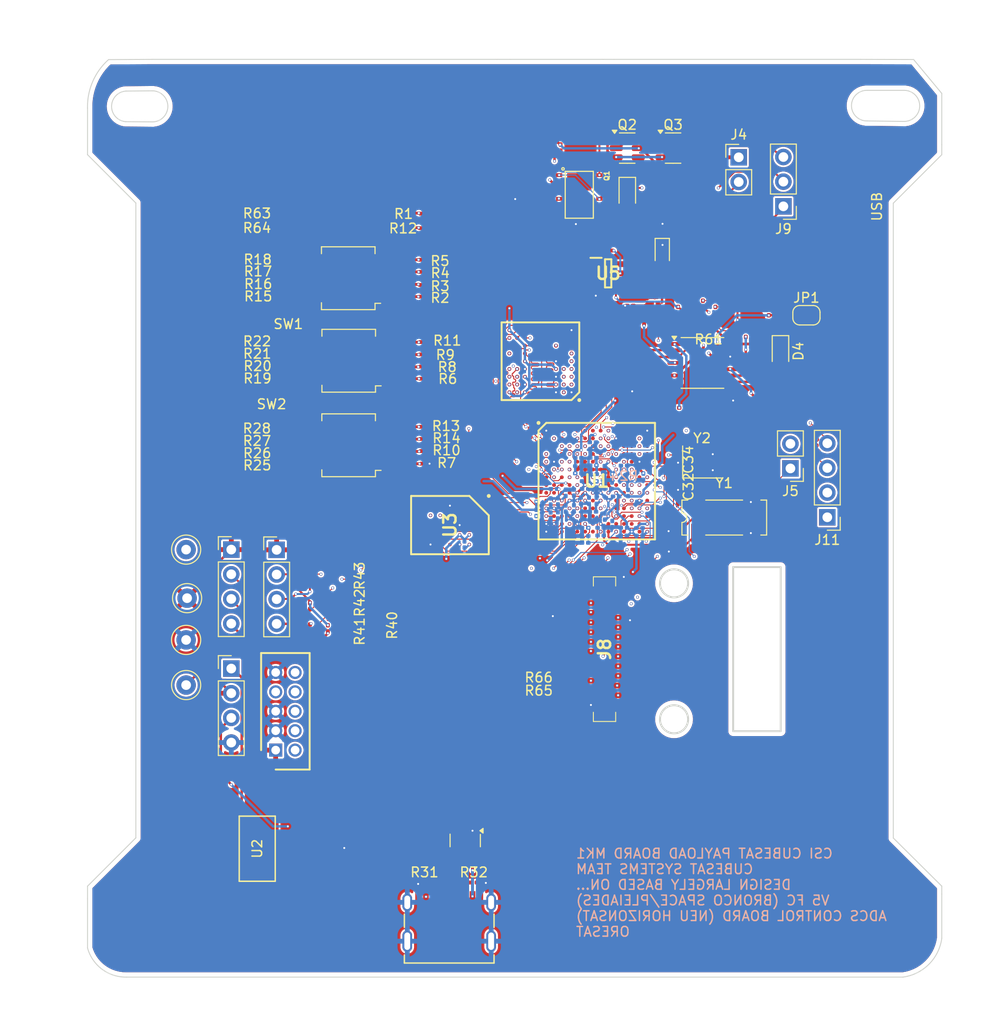
<source format=kicad_pcb>
(kicad_pcb (version 20241229) (generator "pcbnew") (generator_version "9.0")
  (layers (0 "F.Cu" signal) (4 "In1.Cu" signal) (6 "In2.Cu" signal) (2 "B.Cu" signal) (13 "F.Paste" user) (15 "B.Paste" user) (5 "F.SilkS" user "F.Silkscreen") (7 "B.SilkS" user "B.Silkscreen") (1 "F.Mask" user) (3 "B.Mask" user) (25 "Edge.Cuts" user))
  (net 0 "")
  (net 1 "USB_DN")
  (net 2 "USB_DP")
  (net 3 "GND")
  (net 4 "VDD_SOC")
  (net 5 "Net-(U1E-NVCC_PLL)")
  (net 6 "VBUS")
  (net 7 "PWDN")
  (net 8 "Net-(U1E-VDD_SNVS_CAP)")
  (net 9 "Net-(U1F-VDD_USB_CAP)")
  (net 10 "Net-(U1D-DCDC_PSWITCH)")
  (net 11 "LDO_EN")
  (net 12 "XRS")
  (net 13 "Net-(U1D-RTC_XTALO)")
  (net 14 "Net-(U1D-RTC_XTALI)")
  (net 15 "Net-(U1D-XTALI)")
  (net 16 "Net-(U1D-XTALO)")
  (net 17 "Net-(U1E-VDD_HIGH_CAP)")
  (net 18 "/Memory/DQS")
  (net 19 "WDT_WDI")
  (net 20 "+3V3")
  (net 21 "Net-(J2-CC2)")
  (net 23 "Net-(J2-CC1)")
  (net 25 "DCDC_IN")
  (net 26 "WDT_BIAS")
  (net 27 "USB_DN_1")
  (net 28 "USB_DP_1")
  (net 29 "DEPLOY1")
  (net 30 "A11")
  (net 31 "DQ1")
  (net 32 "DQ13")
  (net 33 "DQ15")
  (net 34 "BA0")
  (net 35 "DQML")
  (net 36 "A10")
  (net 37 "CLK")
  (net 38 "DQ7")
  (net 39 "A6")
  (net 40 "DQ0")
  (net 41 "DQ11")
  (net 42 "DQ10")
  (net 43 "A5")
  (net 44 "~{RAS}")
  (net 45 "CKE")
  (net 46 "A3")
  (net 47 "DQ9")
  (net 48 "DQ6")
  (net 49 "DQMH")
  (net 50 "DQ12")
  (net 51 "DQ14")
  (net 52 "DQ3")
  (net 53 "DQ2")
  (net 54 "A7")
  (net 55 "~{CS}")
  (net 56 "A0")
  (net 57 "BA1")
  (net 58 "A4")
  (net 59 "A8")
  (net 60 "A2")
  (net 61 "DQ8")
  (net 62 "A1")
  (net 63 "DQ5")
  (net 64 "~{CAS}")
  (net 65 "A12")
  (net 66 "DQ4")
  (net 67 "CSI_DATA05")
  (net 68 "CSI_PIXCLK")
  (net 69 "LPI2C1_SCL")
  (net 70 "CSI_DATA08")
  (net 71 "CSI_VSYNC")
  (net 72 "CSI_DATA02")
  (net 73 "CSI_DATA03")
  (net 74 "CSI_DATA06")
  (net 75 "CSI_DATA09")
  (net 76 "LPI2C1_SDA")
  (net 77 "CSI_HSYNC")
  (net 78 "CSI_DATA07")
  (net 79 "CSI_MCLK")
  (net 80 "CSI_DATA04")
  (net 81 "LPUART2_TX")
  (net 82 "LPUART2_RX")
  (net 83 "LPI2C4_SCL")
  (net 84 "LPI2C4_SDA")
  (net 85 "LPI2C3_SCL")
  (net 86 "LPI2C3_SDA")
  (net 87 "~{RESET}")
  (net 88 "Net-(L1-Pad1)")
  (net 89 "FIRE_DEPLOY1_A")
  (net 90 "FIRE_DEPLOY1_B")
  (net 91 "VBUSP")
  (net 92 "Net-(R16-Pad2)")
  (net 93 "JTAG_MOD")
  (net 94 "JTAG_TRSTB")
  (net 95 "GPIO_B0_04")
  (net 96 "GPIO_B0_05")
  (net 97 "GPIO_B0_06")
  (net 98 "GPIO_B0_07")
  (net 99 "GPIO_B0_08")
  (net 100 "GPIO_B0_09")
  (net 101 "GPIO_B0_10")
  (net 102 "GPIO_B0_11")
  (net 103 "GPIO_B0_12")
  (net 104 "GPIO_B0_13")
  (net 105 "GPIO_B0_14")
  (net 106 "GPIO_B0_15")
  (net 107 "GPIO_AD_B0_04")
  (net 108 "GPIO_AD_B0_05")
  (net 109 "/Watchdog/WDT-VP")
  (net 110 "TEST_ANTENNAS")
  (net 111 "READ_DEPLOY1")
  (net 113 "B_SS0")
  (net 116 "ODQ5")
  (net 118 "USB_DP_2")
  (net 120 "ODQ7")
  (net 121 "ODQ6")
  (net 125 "A_SS0")
  (net 127 "ODQ4")
  (net 128 "ODQ2")
  (net 129 "ODQ0")
  (net 131 "ODQ3")
  (net 135 "JTAG_TMS")
  (net 137 "WAKEUP")
  (net 142 "JTAG_TCK")
  (net 143 "A_DQS")
  (net 146 "WDT_ENABLE")
  (net 148 "USB_DN_2")
  (net 150 "ODQ1")
  (net 154 "B_DQS")
  (net 156 "A_OSCLK")
  (net 158 "JTAG_TDI")
  (net 159 "JTAG_TDO")
  (net 164 "Net-(C45-Pad2)")
  (net 165 "Net-(U4B-+)")
  (net 166 "Net-(U4C--)")
  (net 167 "Net-(U4D--)")
  (net 168 "Net-(D2-Pad2)")
  (net 169 "Net-(D3-A)")
  (net 170 "Net-(U4D-+)")
  (net 171 "Net-(D4-Pad2)")
  (net 173 "Net-(J6-Pin_2)")
  (net 174 "Net-(J7-Pin_2)")
  (net 175 "Net-(JP1-A)")
  (net 176 "Net-(Q2A-G)")
  (net 181 "Net-(Q2A-D)")
  (net 182 "Net-(Q3A-D)")
  (net 183 "Net-(R15-Pad2)")
  (net 184 "Net-(R17-Pad2)")
  (net 185 "Net-(R18-Pad2)")
  (net 186 "Net-(R19-Pad2)")
  (net 187 "Net-(R20-Pad2)")
  (net 188 "Net-(R21-Pad2)")
  (net 189 "Net-(R22-Pad2)")
  (net 190 "Net-(R25-Pad2)")
  (net 191 "Net-(R26-Pad2)")
  (net 192 "Net-(R27-Pad2)")
  (net 193 "Net-(R28-Pad2)")
  (net 194 "Net-(U3-ERR#)")
  (net 195 "Net-(R45-Pad2)")
  (net 196 "Net-(U4B--)")
  (net 197 "Net-(U4A--)")
  (net 198 "Net-(U5-ILIM)")
  (net 199 "Net-(R54-Pad1)")
  (net 200 "Net-(R56-Pad1)")
  (net 201 "Net-(U4C-+)")
  (net 207 "~{WE}")
  (net 208 "A9")
  (net 209 "LPSPI4_SDI")
  (net 210 "LPSPI4_SCK")
  (net 211 "LPSPI4_SDO")
  (net 212 "LPSPI4_PCSO")
  (footprint "Jumper:SolderJumper-2_P1.3mm_Open_RoundedPad1.0x1.5mm" (layer "F.Cu") (at 217.4 73.914)
    (property "Reference" "JP1")
    (property "Value" "SolderJumper_2_Open" (hide yes))
  )
  (footprint "Capacitor_SMD:C_0201_0603Metric" (layer "F.Cu") (at 209.55 84.275 180)
    (property "Reference" "C49" (hide yes))
    (property "Value" "10u" (hide yes))
  )
  (footprint "Resistor_SMD:R_0201_0603Metric" (layer "F.Cu") (at 213.525 73.6 90)
    (property "Reference" "R62" (hide yes))
    (property "Value" "100k" (hide yes))
  )
  (footprint "Resistor_SMD:R_0201_0603Metric" (layer "F.Cu") (at 199.24 72.925 180)
    (property "Reference" "R51" (hide yes))
    (property "Value" "10k" (hide yes))
  )
  (footprint "Capacitor_SMD:C_0201_0603Metric" (layer "F.Cu") (at 196.17 71.925 180)
    (property "Reference" "C48" (hide yes))
    (property "Value" "100nf" (hide yes))
  )
  (footprint "Resistor_SMD:R_0201_0603Metric" (layer "F.Cu") (at 177.96 70.8 180)
    (property "Reference" "R3")
    (property "Value" "10k")
  )
  (footprint "Capacitor_SMD:C_0201_0603Metric" (layer "F.Cu") (at 201.775 72.65 180)
    (property "Reference" "C45" (hide yes))
    (property "Value" "10u" (hide yes))
  )
  (footprint "Resistor_SMD:R_0201_0603Metric" (layer "F.Cu") (at 163.1 89.2)
    (property "Reference" "R25")
    (property "Value" "1k")
  )
  (footprint "Resistor_SMD:R_0201_0603Metric" (layer "F.Cu") (at 163.015 69.45)
    (property "Reference" "R17")
    (property "Value" "1k")
  )
  (footprint "TestPoint:TestPoint_Loop_D1.80mm_Drill1.0mm_Beaded" (layer "F.Cu") (at 153.5 107.35)
    (property "Reference" "TP7" (hide yes))
    (property "Value" "TestPoint" (hide yes))
  )
  (footprint "Resistor_SMD:R_0201_0603Metric" (layer "F.Cu") (at 163.075 86.675)
    (property "Reference" "R27")
    (property "Value" "1k")
  )
  (footprint "Resistor_SMD:R_0201_0603Metric" (layer "F.Cu") (at 207.325 75.35 180)
    (property "Reference" "R61")
    (property "Value" "100k" (hide yes))
  )
  (footprint "Capacitor_SMD:C_0201_0603Metric" (layer "F.Cu") (at 169.47 131.15)
    (property "Reference" "C7" (hide yes))
    (property "Value" "0.47uF" (hide yes))
  )
  (footprint "Capacitor_SMD:C_0201_0603Metric" (layer "F.Cu") (at 209.55 82.7 180)
    (property "Reference" "C50" (hide yes))
    (property "Value" "10u" (hide yes))
  )
  (footprint "Connector_PinHeader_2.54mm:PinHeader_1x04_P2.54mm_Vertical" (layer "F.Cu") (at 158.15 98.05)
    (property "Reference" "J6" (hide yes))
    (property "Value" "Conn_01x04_Socket" (hide yes))
  )
  (footprint "Resistor_SMD:R_0201_0603Metric" (layer "F.Cu") (at 187.2 60.275 -90)
    (property "Reference" "R34" (hide yes))
    (property "Value" "10k" (hide yes))
  )
  (footprint "Resistor_SMD:R_0201_0603Metric" (layer "F.Cu") (at 163.04 72.025)
    (property "Reference" "R15")
    (property "Value" "1k")
  )
  (footprint "Resistor_SMD:R_0201_0603Metric" (layer "F.Cu") (at 178 85.4 180)
    (property "Reference" "R13")
    (property "Value" "10k")
  )
  (footprint "Connector_PinHeader_2.54mm:PinHeader_1x04_P2.54mm_Vertical" (layer "F.Cu") (at 219.55 94.72 180)
    (property "Reference" "J11")
    (property "Value" "Conn_01x04_Socket" (hide yes))
  )
  (footprint "Resistor_SMD:R_0201_0603Metric" (layer "F.Cu") (at 178 80.45 180)
    (property "Reference" "R6")
    (property "Value" "10k")
  )
  (footprint "Capacitor_SMD:C_0201_0603Metric" (layer "F.Cu") (at 199.45 81.425 90)
    (property "Reference" "C47" (hide yes))
    (property "Value" "10u" (hide yes))
  )
  (footprint "footprints:BGA54C80P9X9_800X800X100" (layer "F.Cu") (at 190 78.65 180)
    (property "Reference" "IC1" (hide yes))
    (property "Value" "MT48LC16M16A2B4-6A_IT_G_TR" (hide yes))
  )
  (footprint "Package_TO_SOT_SMD:SOT-143" (layer "F.Cu") (at 182.25 128 -90)
    (property "Reference" "D1" (hide yes))
    (property "Value" "PRTR5V0U2X" (hide yes))
  )
  (footprint "Resistor_SMD:R_0201_0603Metric" (layer "F.Cu") (at 166.25 103.86 -90)
    (property "Reference" "R42")
    (property "Value" "10k")
  )
  (footprint "Resistor_SMD:R_0201_0603Metric" (layer "F.Cu") (at 200.675 74.485 -90)
    (property "Reference" "R52" (hide yes))
    (property "Value" "10k" (hide yes))
  )
  (footprint "Resistor_SMD:R_0201_0603Metric" (layer "F.Cu") (at 163.1 87.95)
    (property "Reference" "R26")
    (property "Value" "1k")
  )
  (footprint "Resistor_SMD:R_0201_0603Metric" (layer "F.Cu") (at 206.73 72.74 90)
    (property "Reference" "R47" (hide yes))
    (property "Value" "10k" (hide yes))
  )
  (footprint "LED_SMD:LED_0603_1608Metric" (layer "F.Cu") (at 202.55 67.4875 -90)
    (property "Reference" "D3" (hide yes))
    (property "Value" "GREEN" (hide yes))
  )
  (footprint "Resistor_SMD:R_0201_0603Metric" (layer "F.Cu") (at 163 63.4)
    (property "Reference" "R63")
    (property "Value" "1k")
  )
  (footprint "Resistor_SMD:R_0201_0603Metric" (layer "F.Cu") (at 166.25 101.085 -90)
    (property "Reference" "R43")
    (property "Value" "10k")
  )
  (footprint "oresat_imports:FDMQ8203" (layer "F.Cu") (at 194 61.509062 -90)
    (property "Reference" "Q1")
    (property "Value" "FDMQ86530L" (hide yes))
  )
  (footprint "Resistor_SMD:R_0201_0603Metric" (layer "F.Cu") (at 211.15 75.83 90)
    (property "Reference" "R57" (hide yes))
    (property "Value" "100k" (hide yes))
  )
  (footprint "Connector_PinHeader_2.54mm:PinHeader_1x03_P2.54mm_Vertical" (layer "F.Cu") (at 215.025 62.7 180)
    (property "Reference" "J9")
    (property "Value" "Conn_01x03_Socket" (hide yes))
  )
  (footprint "Button_Switch_SMD:SW_DIP_SPSTx04_Slide_Copal_CHS-04A_W5.08mm_P1.27mm_JPin" (layer "F.Cu") (at 170.25 78.6 180)
    (property "Reference" "SW2")
    (property "Value" "SW_DIP_x04")
  )
  (footprint "Resistor_SMD:R_0201_0603Metric" (layer "F.Cu") (at 208.03 72.74 -90)
    (property "Reference" "R48" (hide yes))
    (property "Value" "3.0k" (hide yes))
  )
  (footprint "oresat_imports:SOT95P280X145-6N" (layer "F.Cu") (at 196.975 69.6)
    (property "Reference" "U5")
    (property "Value" "AP22652" (hide yes))
  )
  (footprint "Diode_SMD:D_SOD-323" (layer "F.Cu") (at 214.725 77.625 -90)
    (property "Reference" "D4")
    (property "Value" "1N4151WS" (hide yes))
  )
  (footprint "Resistor_SMD:R_0201_0603Metric" (layer "F.Cu") (at 197.025 67.25)
    (property "Reference" "R53" (hide yes))
    (property "Value" "47k" (hide yes))
  )
  (footprint "TestPoint:TestPoint_Loop_D1.80mm_Drill1.0mm_Beaded" (layer "F.Cu") (at 153.5 98.05)
    (property "Reference" "TP5" (hide yes))
    (property "Value" "TestPoint" (hide yes))
  )
  (footprint "Resistor_SMD:R_0201_0603Metric" (layer "F.Cu") (at 163.065 85.4)
    (property "Reference" "R28")
    (property "Value" "1k")
  )
  (footprint "TestPoint:TestPoint_Loop_D1.80mm_Drill1.0mm_Beaded" (layer "F.Cu") (at 153.5 112)
    (property "Reference" "TP8" (hide yes))
    (property "Value" "TestPoint" (hide yes))
  )
  (footprint "Resistor_SMD:R_0201_0603Metric" (layer "F.Cu") (at 162.99 68.225)
    (property "Reference" "R18")
    (property "Value" "1k")
  )
  (footprint "Diode_SMD:D_SOD-323" (layer "F.Cu") (at 198.95 61.325 -90)
    (property "Reference" "D2" (hide yes))
    (property "Value" "1N4151WS" (hide yes))
  )
  (footprint "Button_Switch_SMD:SW_DIP_SPSTx04_Slide_Copal_CHS-04A_W5.08mm_P1.27mm_JPin" (layer "F.Cu") (at 170.24 87.305 180)
    (property "Reference" "SW3" (hide yes))
    (property "Value" "SW_DIP_x04")
  )
  (footprint "Resistor_SMD:R_0201_0603Metric" (layer "F.Cu") (at 178 79.2 180)
    (property "Reference" "R8")
    (property "Value" "10k")
  )
  (footprint "Resistor_SMD:R_0201_0603Metric" (layer "F.Cu") (at 166.25 106.085 -90)
    (property "Reference" "R41")
    (property "Value" "10k")
  )
  (footprint "Resistor_SMD:R_0201_0603Metric" (layer "F.Cu") (at 178 63.45 180)
    (property "Reference" "R1")
    (property "Value" "10k")
  )
  (footprint "Resistor_SMD:R_0201_0603Metric" (layer "F.Cu") (at 178.05 86.65 180)
    (property "Reference" "R14")
    (property "Value" "10k")
  )
  (footprint "Resistor_SMD:R_0201_0603Metric" (layer "F.Cu") (at 192.26 111.525)
    (property "Reference" "R66")
    (property "Value" "10k")
  )
  (footprint "Resistor_SMD:R_0201_0603Metric" (layer "F.Cu") (at 199.325 77.525 -90)
    (property "Reference" "R54" (hide yes))
    (property "Value" "1k" (hide yes))
  )
  (footprint "Connector_PinHeader_2.54mm:PinHeader_1x04_P2.54mm_Vertical" (layer "F.Cu") (at 162.825 98.075)
    (property "Reference" "J7" (hide yes))
    (property "Value" "Conn_01x04_Socket" (hide yes))
  )
  (footprint "Button_Switch_SMD:SW_DIP_SPSTx04_Slide_Copal_CHS-04A_W5.08mm_P1.27mm_JPin" (layer "F.Cu") (at 170.2 70.1 180)
    (property "Reference" "SW1")
    (property "Value" "SW_DIP_x04")
  )
  (footprint "Resistor_SMD:R_0201_0603Metric" (layer "F.Cu") (at 163.065 77.975)
    (property "Reference" "R21")
    (property "Value" "1k")
  )
  (footprint "Crystal:Crystal_SMD_3225-4Pin_3.2x2.5mm" (layer "F.Cu") (at 206.65 89.025)
    (property "Reference" "Y2")
    (property "Value" "TSX-3225 24.0000MF15X-AC6" (hide yes))
  )
  (footprint "Resistor_SMD:R_0201_0603Metric" (layer "F.Cu") (at 202.55 60.83 -90)
    (property "Reference" "R37" (hide yes))
    (property "Value" "47k" (hide yes))
  )
  (footprint "Resistor_SMD:R_0201_0603Metric" (layer "F.Cu") (at 202.575 64.2 -90)
    (property "Reference" "R38" (hide yes))
    (property "Value" "10k" (hide yes))
  )
  (footprint "Resistor_SMD:R_0201_0603Metric" (layer "F.Cu") (at 177.95 64.95 180)
    (property "Reference" "R12")
    (property "Value" "10k")
  )
  (footprint "Resistor_SMD:R_0201_0603Metric" (layer "F.Cu") (at 212.15 80.285 -90)
    (property "Reference" "R60" (hide yes))
    (property "Value" "4.7M" (hide yes))
  )
  (footprint "Resistor_SMD:R_0201_0603Metric" (layer "F.Cu") (at 212.175 78.04 90)
    (property "Reference" "R59" (hide yes))
    (property "Value" "100k" (hide yes))
  )
  (footprint "Capacitor_SMD:C_0201_0603Metric" (layer "F.Cu") (at 204.2 91.57 -90)
    (property "Reference" "C32")
    (property "Value" "9pF" (hide yes))
  )
  (footprint "Resistor_SMD:R_0201_0603Metric" (layer "F.Cu") (at 177.95 68.2 180)
    (property "Reference" "R5")
    (property "Value" "10k")
  )
  (footprint "Resistor_SMD:R_0201_0603Metric" (layer "F.Cu") (at 163.05 76.7)
    (property "Reference" "R22")
    (property "Value" "1k")
  )
  (footprint "Capacitor_SMD:C_0201_0603Metric" (layer "F.Cu") (at 169.475 126.525)
    (property "Reference" "C10" (hide yes))
    (property "Value" "33uF" (hide yes))
  )
  (footprint "Resistor_SMD:R_0201_0603Metric" (layer "F.Cu") (at 178.052 132.334)
    (property "Reference" "R31")
    (property "Value" "5.1k")
  )
  (footprint "footprints:MP04A" (layer "F.Cu") (at 160.825 128.85 90)
    (property "Reference" "U2")
    (property "Value" "LM3940IMPX-3.3/NOPB")
  )
  (footprint "Resistor_SMD:R_0201_0603Metric" (layer "F.Cu") (at 183.132 132.334)
    (property "Reference" "R32")
    (property "Value" "5.1k")
  )
  (footprint "Resistor_SMD:R_0201_0603Metric" (layer "F.Cu") (at 163 64.9)
    (property "Reference" "R64")
    (property "Value" "1k")
  )
  (footprint "Resistor_SMD:R_0201_0603Metric" (layer "F.Cu") (at 192.26 112.6)
    (property "Reference" "R65")
    (property "Value" "10k")
  )
  (footprint "Resistor_SMD:R_0201_0603Metric" (layer "F.Cu") (at 192.075 56.65 -90)
    (property "Reference" "R35" (hide yes))
    (property "Value" "10k" (hide yes))
  )
  (footprint "Resistor_SMD:R_0201_0603Metric" (layer "F.Cu") (at 177.99 77.95 180)
    (property "Reference" "R9")
    (property "Value" "10k")
  )
  (footprint "Resistor_SMD:R_0201_0603Metric" (layer "F.Cu") (at 214.725 80.26 -90)
    (property "Reference" "R58" (hide yes))
    (property "Value" "100k" (hide yes))
  )
  (footprint "Resistor_SMD:R_0201_0603Metric" (layer "F.Cu") (at 202.525 70.535 90)
    (property "Reference" "R50" (hide yes))
    (property "Value" "3.0k" (hide yes))
  )
  (footprint "footprints:MOLEX_2171790001" (layer "F.Cu") (at 180.6 137.225)
    (property "Reference" "J2" (hide yes))
    (property "Value" "2171790001" (hide yes))
  )
  (footprint "Resistor_SMD:R_0201_0603Metric" (layer "F.Cu") (at 177.975 69.45 180)
    (property "Reference" "R4")
    (property "Value" "10k")
  )
  (footprint "Connector_PinHeader_2.54mm:PinHeader_1x02_P2.54mm_Vertical" (layer "F.Cu") (at 210.425 57.65)
    (property "Reference" "J4")
    (property "Value" "Conn_01x02_Socket" (hide yes))
  )
  (footprint "Flash_test:BGA24C100P5X5_600X800X120" (layer "F.Cu") (at 180.675 95.525 -90)
    (property "Reference" "U3")
    (property "Value" "IS25LX512M-JHLE" (hide yes))
  )
  (footprint "Resistor_SMD:R_0201_0603Metric" (layer "F.Cu") (at 198.95 64.625 90)
    (property "Reference" "R36" (hide yes))
    (property "Value" "1k" (hide yes))
  )
  (footprint "Resistor_SMD:R_0201_0603Metric" (layer "F.Cu") (at 178.065 89.2 180)
    (property "Reference" "R7")
    (property "Value" "10k")
  )
  (footprint "Capacitor_SMD:C_0201_0603Metric" (layer "F.Cu") (at 193.225 69.125 -90)
    (property "Reference" "C46" (hide yes))
    (property "Value" "100nf" (hide yes))
  )
  (footprint "Resistor_SMD:R_0201_0603Metric" (layer "F.Cu") (at 178 76.675 180)
    (property "Reference" "R11")
    (property "Value" "10k")
  )
  (footprint "footprints:SHDR10W50P200_2X5_1200X500X660P" (layer "F.Cu") (at 162.725 118.7 -90)
    (property "Reference" "J10" (hide yes))
    (property "Value" "DF11-10DP-2DSA_24_" (hide yes))
  )
  (footprint "Package_TO_SOT_SMD:SOT-23-6" (layer "F.Cu") (at 198.9375 56.7)
    (property "Reference" "Q2")
    (property "Value" "DMP2240UDM-7" (hide yes))
  )
  (footprint "Resistor_SMD:R_0201_0603Metric" (layer "F.Cu") (at 204.18 72.74 90)
    (property "Reference" "R45" (hide yes))
    (property "Value" "10k" (hide yes))
  )
  (footprint "Resistor_SMD:R_0201_0603Metric" (layer "F.Cu") (at 163.09 80.525)
    (property "Reference" "R19")
    (property "Value" "1k")
  )
  (footprint "Resistor_SMD:R_0201_0603Metric" (layer "F.Cu") (at 163.04 70.75)
    (property "Reference" "R16")
    (property "Value" "1k")
  )
  (footprint "Capacitor_SMD:C_0201_0603Metric" (layer "F.Cu") (at 203.2 97.945 -90)
    (property "Reference" "C20" (hide yes))
    (property "Value" "6pF" (hide yes))
  )
  (footprint "Capacitor_SMD:C_0201_0603Metric" (layer "F.Cu") (at 214.3 83.95 90)
    (property "Reference" "C51" (hide yes))
    (property "Value" "10u" (hide yes))
  )
  (footprint "Resistor_SMD:R_0201_0603Metric" (layer "F.Cu") (at 189 61.925 90)
    (property "Reference" "R33" (hide yes))
    (property "Value" "10k" (hide yes))
  )
  (footprint "Resistor_SMD:R_0201_0603Metric" (layer "F.Cu") (at 205.43 72.74 -90)
    (property "Reference" "R46" (hide yes))
    (property "Value" "10k" (hide yes))
  )
  (footprint "footprints:Crystal_SMD_SeikoEpson_MC306-4Pin_8.0x3.2mm" (layer "F.Cu") (at 208.925 94.75)
    (property "Reference" "Y1")
    (property "Value" "CPFBZ-A2C4-32.768KD6" (hide yes))
  )
  (footprint "Resistor_SMD:R_0201_0603Metric" (layer "F.Cu") (at 168.1 106.16 -90)
    (property "Reference" "R40")
    (property "Value" "10k")
  )
  (footprint "Resistor_SMD:R_0201_0603Metric" (layer "F.Cu") (at 178.05 87.9 180)
    (property "Reference" "R10")
    (property "Value" "10k")
  )
  (footprint "Package_SO:TSSOP-14_4.4x5mm_P0.65mm" (layer "F.Cu") (at 206.6875 78.825)
    (property "Reference" "U4" (hide yes))
    (property "Value" "TLV1704" (hide yes))
  )
  (footprint "TestPoint:TestPoint_Loop_D1.80mm_Drill1.0mm_Beaded" (layer "F.Cu") (at 153.6 103.05)
    (property "Reference" "TP6" (hide yes))
    (property "Value" "TestPoint" (hide yes))
  )
  (footprint "Capacitor_SMD:C_0201_0603Metric" (layer "F.Cu") (at 204.175 88.8 -90)
    (property "Reference" "C34")
    (property "Value" "9pF" (hide yes))
  )
  (footprint "footprints:0525592052" (layer "F.Cu") (at 196.6 108.3 90)
    (property "Reference" "J8")
    (property "Value" "0525592052" (hide yes))
  )
  (footprint "Resistor_SMD:R_0201_0603Metric" (layer "F.Cu") (at 204.615 83.45)
    (property "Reference" "R56" (hide yes))
    (property "Value" "1k" (hide yes))
  )
  (footprint "Connector_PinHeader_2.54mm:PinHeader_1x04_P2.54mm_Vertical" (layer "F.Cu") (at 158.15 110.3)
    (property "Reference" "J3" (hide yes))
    (property "Value" "Conn_01x04_Socket" (hide yes))
  )
  (footprint "Resistor_SMD:R_0201_0603Metric" (layer "F.Cu") (at 209.355 72.755 90)
    (property "Reference" "R49" (hide yes))
    (property "Value" "3.0k" (hide yes))
  )
  (footprint "Resistor_SMD:R_0201_0603Metric" (layer "F.Cu") (at 200.65 78.535 90)
    (property "Reference" "R55" (hide yes))
    (property "Value" "100k" (hide yes))
  )
  (footprint "Capacitor_SMD:C_0201_0603Metric" (layer "F.Cu") (at 203.2 96.48 90)
    (property "Reference" "C19" (hide yes))
    (property "Value" "6pF" (hide yes))
  )
  (footprint "Connector_PinHeader_2.54mm:PinHeader_1x02_P2.54mm_Vertical" (layer "F.Cu") (at 215.75 89.69 180)
    (property "Reference" "J5")
    (property "Value" "Conn_01x02_Socket" (hide yes))
  )
  (footprint "Resistor_SMD:R_0201_0603Metric" (layer "F.Cu") (at 177.96 72 180)
    (property "Reference" "R2")
    (property "Value" "10k")
  )
  (footprint "Resistor_SMD:R_0201_0603Metric" (layer "F.Cu") (at 163.1 79.25)
    (property "Reference" "R20")
    (property "Value" "1k")
  )
  (footprint "footprints:BGA196C80P14X14_1200X1200X152" (layer "F.Cu") (at 195.8 91)
    (property "Reference" "U1")
    (property "Value" "MIMXRT1052CVJ5B" (hide yes))
  )
  (footprint "Package_TO_SOT_SMD:SOT-23-6" (layer "F.Cu") (at 203.6625 56.7)
    (property "Reference" "Q3")
    (property "Value" "DMP2240UDM-7" (hide yes))
  )
  (footprint "Capacitor_SMD:C_0201_0603Metric" (layer "B.Cu") (at 193.45 93.795 -90)
    (property "Reference" "C42" (hide yes))
    (property "Value" "4.7uF" (hide yes))
  )
  (footprint "Resistor_SMD:R_0201_0603Metric" (layer "B.Cu") (at 191.39 91.8 180)
    (property "Reference" "R39" (hide yes))
    (property "Value" "30k" (hide yes))
  )
  (footprint "Capacitor_SMD:C_0201_0603Metric" (layer "B.Cu") (at 192.6 93.82 -90)
    (property "Reference" "C35" (hide yes))
    (property "Value" "4.7uF" (hide yes))
  )
  (footprint "Capacitor_SMD:C_0201_0603Metric" (layer "B.Cu") (at 197.4 95.42 -90)
    (property "Reference" "C13" (hide yes))
    (property "Value" "0.22uF" (hide yes))
  )
  (footprint "Resistor_SMD:R_0201_0603Metric" (layer "B.Cu") (at 198.605 89.4)
    (property "Reference" "R24")
    (property "Value" "4.7k" (hide yes))
  )
  (footprint "Capacitor_SMD:C_0201_0603Metric" (layer "B.Cu") (at 194.605 95.8 180)
    (property "Reference" "C6" (hide yes))
    (property "Value" "4.7uF" (hide yes))
  )
  (footprint "Capacitor_SMD:C_0201_0603Metric" (layer "B.Cu") (at 200.205 96.6)
    (property "Reference" "C12" (hide yes))
    (property "Value" "4.7uF" (hide yes))
  )
  (footprint "Capacitor_SMD:C_0201_0603Metric" (layer "B.Cu") (at 194.605 97.35 180)
    (property "Reference" "C17" (hide yes))
    (property "Value" "0.22uF" (hide yes))
  )
  (footprint "Capacitor_SMD:C_0201_0603Metric" (layer "B.Cu") (at 193.905 90.2)
    (property "Reference" "C39" (hide yes))
    (property "Value" "100nF" (hide yes))
  )
  (footprint "Resistor_SMD:R_0201_0603Metric" (layer "B.Cu") (at 200.6 90.54 -90)
    (property "Reference" "R23" (hide yes))
    (property "Value" "4.7k" (hide yes))
  )
  (footprint "Capacitor_SMD:C_0201_0603Metric" (layer "B.Cu") (at 191.8 93.08 90)
    (property "Reference" "C33" (hide yes))
    (property "Value" "0.22uF" (hide yes))
  )
  (footprint "Capacitor_SMD:C_0201_0603Metric" (layer "B.Cu") (at 191.05 94.545 -90)
    (property "Reference" "C29" (hide yes))
    (property "Value" "0.22uF" (hide yes))
  )
  (footprint "Capacitor_SMD:C_0201_0603Metric" (layer "B.Cu") (at 197.375 90.57 -90)
    (property "Reference" "C3" (hide yes))
    (property "Value" "100nF" (hide yes))
  )
  (footprint "Capacitor_SMD:C_0201_0603Metric" (layer "B.Cu") (at 194.605 96.65 180)
    (property "Reference" "C18" (hide yes))
    (property "Value" "4.7uF" (hide yes))
  )
  (footprint "Capacitor_SMD:C_0201_0603Metric" (layer "B.Cu") (at 197.795 92.575 180)
    (property "Reference" "C1" (hide yes))
    (property "Value" "4.7uF" (hide yes))
  )
  (footprint "Capacitor_SMD:C_0201_0603Metric" (layer "B.Cu") (at 194.6 91)
    (property "Reference" "C22" (hide yes))
    (property "Value" "0.22uF" (hide yes))
  )
  (footprint "Capacitor_SMD:C_0201_0603Metric" (layer "B.Cu") (at 196.205 96.6)
    (property "Reference" "C9" (hide yes))
    (property "Value" "4.7uF" (hide yes))
  )
  (footprint "Capacitor_SMD:C_0201_0603Metric" (layer "B.Cu") (at 198.6 95.8 180)
    (property "Reference" "C14" (hide yes))
    (property "Value" "0.22uF" (hide yes))
  )
  (footprint "Capacitor_SMD:C_0201_0603Metric" (layer "B.Cu") (at 195.8 91.345 -90)
    (property "Reference" "C2" (hide yes))
    (property "Value" "100nF" (hide yes))
  )
  (footprint "Capacitor_SMD:C_0201_0603Metric" (layer "B.Cu") (at 199.025 92.22 90)
    (property "Reference" "C28" (hide yes))
    (property "Value" "4.7uF" (hide yes))
  )
  (footprint "Resistor_SMD:R_0201_0603Metric" (layer "B.Cu") (at 182.175 97.525 -90)
    (property "Reference" "R44" (hide yes))
    (property "Value" "10k" (hide yes))
  )
  (footprint "Capacitor_SMD:C_0201_0603Metric" (layer "B.Cu") (at 196.205 95.8)
    (property "Reference" "C8" (hide yes))
    (property "Value" "0.22uF" (hide yes))
  )
  (footprint "Capacitor_SMD:C_0201_0603Metric" (layer "B.Cu") (at 197.005 91.775 180)
    (property "Reference" "C27" (hide yes))
    (property "Value" "0.22uF" (hide yes))
  )
  (footprint "Capacitor_SMD:C_0201_0603Metric" (layer "B.Cu") (at 193.45 92.18 90)
    (property "Reference" "C44" (hide yes))
    (property "Value" "100nF" (hide yes))
  )
  (footprint "Capacitor_SMD:C_0201_0603Metric" (layer "B.Cu") (at 191.05 93.095 90)
    (property "Reference" "C36" (hide yes))
    (property "Value" "22uF" (hide yes))
  )
  (footprint "Capacitor_SMD:C_0201_0603Metric" (layer "B.Cu") (at 193.905 88.6)
    (property "Reference" "C37" (hide yes))
    (property "Value" "4.7uF" (hide yes))
  )
  (footprint "Capacitor_SMD:C_0201_0603Metric" (layer "B.Cu") (at 191.8 94.52 -90)
    (property "Reference" "C31" (hide yes))
    (property "Value" "0.22uF" (hide yes))
  )
  (footprint "Capacitor_SMD:C_0201_0603Metric" (layer "B.Cu") (at 195.445 89.375 180)
    (property "Reference" "C21" (hide yes))
    (property "Value" "0.22uF" (hide yes))
  )
  (footprint "Capacitor_SMD:C_0201_0603Metric" (layer "B.Cu") (at 194.175 93.005 -90)
    (property "Reference" "C41" (hide yes))
    (property "Value" "4.7uF" (hide yes))
  )
  (footprint "Capacitor_SMD:C_0201_0603Metric" (layer "B.Cu") (at 195.775 93.02 90)
    (property "Reference" "C52" (hide yes))
    (property "Value" "0.1uF" (hide yes))
  )
  (footprint "Inductor_SMD:L_0201_0603Metric" (layer "B.Cu") (at 189.575 94.27 90)
    (property "Reference" "L1" (hide yes))
    (property "Value" "4.7uH" (hide yes))
  )
  (footprint "Capacitor_SMD:C_0201_0603Metric" (layer "B.Cu") (at 200.2 95.825)
    (property "Reference" "C11" (hide yes))
    (property "Value" "0.22uF" (hide yes))
  )
  (footprint "Capacitor_SMD:C_0201_0603Metric" (layer "B.Cu") (at 192.6 92.205 90)
    (property "Reference" "C24" (hide yes))
    (property "Value" "0.22uF" (hide yes))
  )
  (footprint "Capacitor_SMD:C_0201_0603Metric" (layer "B.Cu") (at 196.625 94.645 90)
    (property "Reference" "C16" (hide yes))
    (property "Value" "0.22uF" (hide yes))
  )
  (footprint "Capacitor_SMD:C_0201_0603Metric" (layer "B.Cu") (at 194.605 91.8)
    (property "Reference" "C23" (hide yes))
    (property "Value" "0.22uF" (hide yes))
  )
  (footprint "Capacitor_SMD:C_0201_0603Metric" (layer "B.Cu") (at 195.4 87)
    (property "Reference" "C40" (hide yes))
    (property "Value" "DNP" (hide yes))
  )
  (footprint "Capacitor_SMD:C_0201_0603Metric" (layer "B.Cu") (at 198.58 96.6 180)
    (property "Reference" "C15" (hide yes))
    (property "Value" "4.7uF" (hide yes))
  )
  (footprint "Capacitor_SMD:C_0201_0603Metric" (layer "B.Cu") (at 196.6 89.77 -90)
    (property "Reference" "C4" (hide yes))
    (property "Value" "100nF" (hide yes))
  )
  (footprint "Capacitor_SMD:C_0201_0603Metric" (layer "B.Cu") (at 195.48 90.275 180)
    (property "Reference" "C26" (hide yes))
    (property "Value" "0.22uF" (hide yes))
  )
  (footprint "Capacitor_SMD:C_0201_0603Metric" (layer "B.Cu") (at 195.45 88.6 180)
    (property "Reference" "C30" (hide yes))
    (property "Value" "22uF" (hide yes))
  )
  (footprint "Capacitor_SMD:C_0201_0603Metric" (layer "B.Cu") (at 195 93.02 -90)
    (property "Reference" "C43" (hide yes))
    (property "Value" "100nF" (hide yes))
  )
  (footprint "Capacitor_SMD:C_0201_0603Metric" (layer "B.Cu") (at 193.905 89.45)
    (property "Reference" "C38" (hide yes))
    (property "Value" "100nF" (hide yes))
  )
  (footprint "Capacitor_SMD:C_0201_0603Metric" (layer "B.Cu") (at 189.575 92.8 90)
    (property "Reference" "C25" (hide yes))
    (property "Value" "33uF" (hide yes))
  )
  (footprint "Capacitor_SMD:C_0201_0603Metric" (layer "B.Cu") (at 195.405 94.15 180)
    (property "Reference" "C5" (hide yes))
    (property "Value" "10uF" (hide yes))
  )
  (gr_line (start 147.266164 53.978713) (end 150.016362 54.003722) (stroke (width 0.1)) (layer "Edge.Cuts"))
  (gr_line (start 197.601362 47.563722) (end 223.001362 47.563722) (stroke (width 0.1)) (layer "Edge.Cuts"))
  (gr_rect (start 209.85 99.85) (end 214.75 116.75) (stroke (width 0.2)) (fill no) (layer "Edge.Cuts"))
  (gr_line (start 231.3432 132.71) (end 226.35 127.75) (stroke (width 0.1)) (layer "Edge.Cuts"))
  (gr_arc (start 143.3432 52.5744) (mid 143.878092 49.844486) (end 145.50672 47.589245) (stroke (width 0.1)) (layer "Edge.Cuts"))
  (gr_arc (start 150.016362 50.803722) (mid 151.616378 52.403722) (end 150.016362 54.003722) (stroke (width 0.1)) (layer "Edge.Cuts"))
  (gr_arc (start 223.616362 53.903722) (mid 222.041575 52.303731) (end 223.666337 50.754515) (stroke (width 0.1)) (layer "Edge.Cuts"))
  (gr_line (start 143.3432 134) (end 143.3432 132.71) (stroke (width 0.1)) (layer "Edge.Cuts"))
  (gr_line (start 143.3432 139.0744) (end 143.3432 134) (stroke (width 0.1)) (layer "Edge.Cuts"))
  (gr_line (start 147.316139 50.829506) (end 150.016362 50.803722) (stroke (width 0.1)) (layer "Edge.Cuts"))
  (gr_line (start 143.3432 57.38) (end 143.3432 52.5744) (stroke (width 0.1)) (layer "Edge.Cuts"))
  (gr_line (start 145.50672 47.589245) (end 149.976362 47.563722) (stroke (width 0.1)) (layer "Edge.Cuts"))
  (gr_line (start 231.3432 133.532) (end 231.3432 132.71) (stroke (width 0.1)) (layer "Edge.Cuts"))
  (gr_line (start 227.343196 142.0744) (end 147.3432 142.0744) (stroke (width 0.1)) (layer "Edge.Cuts"))
  (gr_line (start 223.001362 47.563722) (end 228.441362 47.578722) (stroke (width 0.1)) (layer "Edge.Cuts"))
  (gr_arc (start 227.466362 50.753722) (mid 229.066378 52.353722) (end 227.466362 53.953722) (stroke (width 0.1)) (layer "Edge.Cuts"))
  (gr_arc (start 147.266164 53.978713) (mid 145.821876 52.380794) (end 147.316139 50.829506) (stroke (width 0.1)) (layer "Edge.Cuts"))
  (gr_arc (start 147.3432 142.0744) (mid 144.830806 141.257591) (end 143.3432 139.0744) (stroke (width 0.1)) (layer "Edge.Cuts"))
  (gr_line (start 197.601362 47.563722) (end 196.4436 47.563722) (stroke (width 0.1)) (layer "Edge.Cuts"))
  (gr_line (start 143.3432 132.71) (end 148.32 127.7332) (stroke (width 0.1)) (layer "Edge.Cuts"))
  (gr_line (start 185.536362 47.563722) (end 149.976362 47.563722) (stroke (width 0.1)) (layer "Edge.Cuts"))
  (gr_line (start 185.536362 47.563722) (end 186.8932 47.563722) (stroke (width 0.1)) (layer "Edge.Cuts"))
  (gr_line (start 186.8932 47.563722) (end 196.4436 47.563722) (stroke (width 0.1)) (layer "Edge.Cuts"))
  (gr_line (start 226.35 127.7514) (end 226.35 62.375) (stroke (width 0.1)) (layer "Edge.Cuts"))
  (gr_line (start 231.3384 57.3866) (end 226.35 62.375) (stroke (width 0.1)) (layer "Edge.Cuts"))
  (gr_line (start 223.616362 53.903722) (end 227.466362 53.953722) (stroke (width 0.1)) (layer "Edge.Cuts"))
  (gr_line (start 143.3432 57.38) (end 148.32 62.3568) (stroke (width 0.1)) (layer "Edge.Cuts"))
  (gr_line (start 231.3432 56.345522) (end 231.3432 57.38) (stroke (width 0.1)) (layer "Edge.Cuts"))
  (gr_line (start 231.3432 56.345522) (end 231.3432 51.0744) (stroke (width 0.1)) (layer "Edge.Cuts"))
  (gr_line (start 228.441362 47.578722) (end 231.3432 51.0744) (stroke (width 0.1)) (layer "Edge.Cuts"))
  (gr_line (start 231.3432 133.532) (end 231.3432 138.0744) (stroke (width 0.1)) (layer "Edge.Cuts"))
  (gr_line (start 227.466362 50.753722) (end 223.666337 50.754515) (stroke (width 0.1)) (layer "Edge.Cuts"))
  (gr_line (start 148.32 127.7332) (end 148.32 62.3568) (stroke (width 0.1)) (layer "Edge.Cuts"))
  (gr_circle (center 203.7632 101.5244) (end 205.2132 101.5244) (stroke (width 0.2)) (fill no) (layer "Edge.Cuts"))
  (gr_circle (center 203.7632 115.5244) (end 205.2132 115.5244) (stroke (width 0.2)) (fill no) (layer "Edge.Cuts"))
  (gr_arc (start 231.3432 138.0744) (mid 230.019606 140.750806) (end 227.3432 142.0744) (stroke (width 0.1)) (layer "Edge.Cuts"))
  (gr_text "USB" (at 225.25 64.325 90) (layer "F.SilkS") (effects (font (size 1 1)) (justify left bottom)))
  (gr_text "CSI CUBESAT PAYLOAD BOARD MK1\nCUBESAT SYSTEMS TEAM\nDESIGN LARGELY BASED ON...\nV5 FC (BRONCO SPACE/PLEIADES)\nADCS CONTROL BOARD (NEU HORIZONSAT)\nORESAT" (at 193.575 133.375 0) (layer "B.SilkS") (effects (font (size 1 1)) (justify right mirror)))
  (segment (start 178.46 68.2) (end 178.46 64.965) (width 0.3) (layer "F.Cu") (net 3))
  (segment (start 183.8 133.8) (end 183.8 132.95) (width 0.3) (layer "F.Cu") (net 3))
  (segment (start 192.210774 63.885774) (end 194 63.885774) (width 0.1) (layer "F.Cu") (net 3))
  (segment (start 187.45 61.1) (end 188.1 61.1) (width 0.1) (layer "F.Cu") (net 3))
  (segment (start 189 61.605) (end 189 61.6) (width 0.1) (layer "F.Cu") (net 3))
  (segment (start 183.8 132.95) (end 184.375 132.375) (width 0.3) (layer "F.Cu") (net 3))
  (segment (start 209.9 72.45) (end 209.35 72.45) (width 0.2) (layer "F.Cu") (net 3))
  (segment (start 207.75 88.225) (end 207.75 88.1) (width 0.1) (layer "F.Cu") (net 3))
  (segment (start 178.575 89.2) (end 178.575 89.375) (width 0.25) (layer "F.Cu") (net 3))
  (segment (start 211.675 93.15) (end 211.675 93.125) (width 0.1) (layer "F.Cu") (net 3))
  (segment (start 193.225 69.605) (end 195.705 69.605) (width 0.2) (layer "F.Cu") (net 3))
  (segment (start 199.225 104.825) (end 199.225 105.325) (width 0.25) (layer "F.Cu") (net 3))
  (segment (start 187.2 60.85) (end 187.45 61.1) (width 0.1) (layer "F.Cu") (net 3))
  (segment (start 211.675 96.35) (end 211.675 93.15) (width 0.1) (layer "F.Cu") (net 3))
  (segment (start 187.2 60.595) (end 187.2 60.85) (width 0.1) (layer "F.Cu") (net 3))
  (segment (start 191.924566 62.73588) (end 191.924566 63.599566) (width 0.1) (layer "F.Cu") (net 3))
  (segment (start 188.1 61.1) (end 188.1 61.25) (width 0.1) (layer "F.Cu") (net 3))
  (segment (start 183.452 132.334) (end 184.334 132.334) (width 0.3) (layer "F.Cu") (net 3))
  (segment (start 195.2 114.05) (end 197.925 114.05) (width 0.1) (layer "F.Cu") (net 3))
  (segment (start 193.625 102.55) (end 191.275 104.9) (width 0.25) (layer "F.Cu") (net 3))
  (segment (start 210.3 74.4) (end 210.3 72.85) (width 0.2) (layer "F.Cu") (net 3))
  (segment (start 169.79 126.492) (end 169.79 126.465) (width 0.25) (layer "F.Cu") (net 3))
  (segment (start 178.47 69.605) (end 178.47 68.18) (width 0.3) (layer "F.Cu") (net 3))
  (segment (start 209.85 82.7) (end 209.85 84.25) (width 0.25) (layer "F.Cu") (net 3))
  (segment (start 195.725 69.6) (end 196.052 69.6) (width 0.2) (layer "F.Cu") (net 3))
  (segment (start 178.575 87.825) (end 178.575 86.75) (width 0.3) (layer "F.Cu") (net 3))
  (segment (start 196.052 69.6) (end 196.501 70.049) (width 0.2) (layer "F.Cu") (net 3))
  (segment (start 198.5875 100.8625) (end 198.6 100.85) (width 0.25) (layer "F.Cu") (net 3))
  (segment (start 194 63.885774) (end 195.814226 63.885774) (width 0.1) (layer "F.Cu") (net 3))
  (segment (start 184.334 132.334) (end 184.375 132.375) (width 0.3) (layer "F.Cu") (net 3))
  (segment (start 178.47 70.8) (end 178.47 69.605) (width 0.3) (layer "F.Cu") (net 3))
  (segment (start 196.1 63.6) (end 196.1 62.725) (width 0.1) (layer "F.Cu") (net 3))
  (segment (start 178.51 80.415) (end 178.51 79.21) (width 0.3) (layer "F.Cu") (net 3))
  (segment (start 207.75 88.1) (end 207.7 88.05) (width 0.1) (layer "F.Cu") (net 3))
  (segment (start 195.2 102.55) (end 193.625 102.55) (width 0.25) (layer "F.Cu") (net 3))
  (segment (start 196.501 70.049) (end 196.501 71.099) (width 0.2) (layer "F.Cu") (net 3))
  (segment (start 198 101.45) (end 198.5875 100.8625) (width 0.25) (layer "F.Cu") (net 3))
  (segment (start 195.814226 63.885774) (end 196.1 63.6) (width 0.1) (layer "F.Cu") (net 3))
  (segment (start 178.5 77.95) (end 178.5 76.625) (width 0.3) (layer "F.Cu") (net 3))
  (segment (start 178.575 89.2) (end 178.575 87.825) (width 0.3) (layer "F.Cu") (net 3))
  (segment (start 169.79 128.778) (end 169.79 126.492) (width 0.25) (layer "F.Cu") (net 3))
  (segment (start 188.1 61.1) (end 188.5 61.1) (width 0.1) (layer "F.Cu") (net 3))
  (segment (start 193.65 64.235774) (end 194 63.885774) (width 0.1) (layer "F.Cu") (net 3))
  (segment (start 169.718 128.85) (end 169.79 128.778) (width 0.25) (layer "F.Cu") (net 3))
  (segment (start 193.65 64.525) (end 193.65 64.235774) (width 0.1) (layer "F.Cu") (net 3))
  (segment (start 189 61.6) (end 188.5 61.1) (width 0.1) (layer "F.Cu") (net 3))
  (segment (start 198 104.05) (end 198.45 104.05) (width 0.25) (layer "F.Cu") (net 3))
  (segment (start 198 102.55) (end 198 101.45) (width 0.25) (layer "F.Cu") (net 3))
  (segment (start 178.46 64.965) (end 178.46 63.365) (width 0.3) (layer "F.Cu") (net 3))
  (segment (start 178.575 86.75) (end 178.575 85.4) (width 0.3) (layer "F.Cu") (net 3))
  (segment (start 188.1 61.25) (end 187.4 61.95) (width 0.1) (layer "F.Cu") (net 3))
  (segment (start 178.575 89.2) (end 178.575 89.275) (width 0.25) (layer "F.Cu") (net 3))
  (segment (start 178.51 79.21) (end 178.51 77.89) (width 0.3) (layer "F.Cu") (net 3))
  (segment (start 177.4 133.8) (end 177.4 132.48) (width 0.25) (layer "F.Cu") (net 3))
  (segment (start 169.79 131.15) (end 169.79 128.778) (width 0.25) (layer "F.Cu") (net 3))
  (segment (start 198.45 104.05) (end 199.225 104.825) (width 0.25) (layer "F.Cu") (net 3))
  (segment (start 209.85 84.25) (end 214.3 84.25) (width 0.25) (layer "F.Cu") (net 3))
  (segment (start 178.51 76.675) (end 178.51 72.01) (width 0.3) (layer "F.Cu") (net 3))
  (segment (start 210.3 72.85) (end 209.9 72.45) (width 0.2) (layer "F.Cu") (net 3))
  (segment (start 178.47 72) (end 178.47 70.755) (width 0.3) (layer "F.Cu") (net 3))
  (segment (start 196.501 71.099) (end 195.7 71.9) (width 0.2) (layer "F.Cu") (net 3))
  (segment (start 195.2 114.05) (end 195.2 112.55) (width 0.1) (layer "F.Cu") (net 3))
  (segment (start 163.9 128.85) (end 169.718 128.85) (width 0.25) (layer "F.Cu") (net 3))
  (segment (start 178.51 85.4) (end 178.51 80.415) (width 0.3) (layer "F.Cu") (net 3))
  (segment (start 191.924566 63.599566) (end 192.210774 63.885774) (width 0.1) (layer "F.Cu") (net 3))
  (via (at 198.725 72.925) (size 0.3) (drill 0.2) (layers "F.Cu" "B.Cu") (net 3))
  (via (at 203.2 96.15) (size 0.3) (drill 0.2) (layers "F.Cu" "B.Cu") (net 3))
  (via (at 190.6 96.2) (size 0.3) (drill 0.2) (layers "F.Cu" "B.Cu") (net 3))
  (via (at 181.675 95.525) (size 0.3) (drill 0.2) (layers "F.Cu" "B.Cu") (net 3))
  (via (at 195.4 91.4) (size 0.3) (drill 0.2) (layers "F.Cu" "B.Cu") (net 3))
  (via (at 191.6 80.25) (size 0.3) (drill 0.2) (layers "F.Cu" "B.Cu") (net 3))
  (via (at 211.675 93.15) (size 0.3) (drill 0.2) (layers "F.Cu" "B.Cu") (net 3))
  (via (at 191.4 89) (size 0.3) (drill 0.2) (layers "F.Cu" "B.Cu") (net 3))
  (via (at 190.6 85.8) (size 0.3) (drill 0.2) (layers "F.Cu" "B.Cu") (net 3))
  (via (at 196.2 91.4) (size 0.3) (drill 0.2) (layers "F.Cu" "B.Cu") (net 3))
  (via (at 184.375 132.375) (size 0.3) (drill 0.2) (layers "F.Cu" "B.Cu") (net 3))
  (via (at 191.4 95.4) (size 0.3) (drill 0.2) (layers "F.Cu" "B.Cu") (net 3))
  (via (at 169.79 128.778) (size 0.3) (drill 0.2) (layers "F.Cu" "B.Cu") (net 3))
  (via (at 193.65 64.525) (size 0.3) (drill 0.2) (layers "F.Cu" "B.Cu") (net 3))
  (via (at 195.4 90.6) (size 0.3) (drill 0.2) (layers "F.Cu" "B.Cu") (net 3))
  (via (at 195.2 114.05) (size 0.3) (drill 0.2) (layers "F.Cu" "B.Cu") (net 3))
  (via (at 199.7 91.024) (size 0.3) (drill 0.2) (layers "F.Cu" "B.Cu") (net 3))
  (via (at 200.2 93) (size 0.3) (drill 0.2) (layers "F.Cu" "B.Cu") (net 3))
  (via (at 202.575 64.5) (size 0.3) (drill 0.2) (layers "F.Cu" "B.Cu") (net 3))
  (via (at 198.5875 100.8625) (size 0.3) (drill 0.2) (layers "F.Cu" "B.Cu") (net 3))
  (via (at 191.6 81.85) (size 0.3) (drill 0.2) (layers "F.Cu" "B.Cu") (net 3))
  (via (at 177.4 132.48) (size 0.3) (drill 0.2) (layers "F.Cu" "B.Cu") (net 3))
  (via (at 203.225 98.25) (size 0.3) (drill 0.2) (layers "F.Cu" "B.Cu") (net 3))
  (via (at 199.45 81.75) (size 0.3) (drill 0.2) (layers "F.Cu" "B.Cu") (net 3))
  (via (at 202.575 66.675) (size 0.3) (drill 0.2) (layers "F.Cu" "B.Cu") (net 3))
  (via (at 194.6 93) (size 0.3) (drill 0.2) (layers "F.Cu" "B.Cu") (net 3))
  (via (at 211.675 96.35) (size 0.3) (drill 0.2) (layers "F.Cu" "B.Cu") (net 3))
  (via (at 196.2 92.2) (size 0.3) (drill 0.2) (layers "F.Cu" "B.Cu") (net 3))
  (via (at 195.7 71.9) (size 0.3) (drill 0.2) (layers "F.Cu" "B.Cu") (net 3))
  (via (at 193.2 81.85) (size 0.3) (drill 0.2) (layers "F.Cu" "B.Cu") (net 3))
  (via (at 196.2 90.6) (size 0.3) (drill 0.2) (layers "F.Cu" "B.Cu") (net 3))
  (via (at 200.2 89) (size 0.3) (drill 0.2) (layers "F.Cu" "B.Cu") (net 3))
  (via (at 210.3 74.4) (size 0.3) (drill 0.2) (layers "F.Cu" "B.Cu") (net 3))
  (via (at 183 127) (size 0.3) (drill 0.2) (layers "F.Cu" "B.Cu") (net 3))
  (via (at 191.4 93) (size 0.3) (drill 0.2) (layers "F.Cu" "B.Cu") (net 3))
  (via (at 204.175 89.1) (size 0.3) (drill 0.2) (layers "F.Cu" "B.Cu") (net 3))
  (via (at 207.75 88.225) (size 0.3) (drill 0.2) (layers "F.Cu" "B.Cu") (net 3))
  (via (at 178.675 97.525) (size 0.3) (drill 0.2) (layers "F.Cu" "B.Cu") (net 3))
  (via (at 204.175 91.9) (size 0.3) (drill 0.2) (layers "F.Cu" "B.Cu") (net 3))
  (via (at 201 96.2) (size 0.3) (drill 0.2) (layers "F.Cu" "B.Cu") (net 3))
  (via (at 188.4 79.45) (size 0.3) (drill 0.2) (layers "F.Cu" "B.Cu") (net 3))
  (via (at 209.55 78.175) (size 0.3) (drill 0.2) (layers "F.Cu" "B.Cu") (net 3))
  (via (at 191.6 78.65) (size 0.3) (drill 0.2) (layers "F.Cu" "B.Cu") (net 3))
  (via (at 207.75 89.875) (size 0.3) (drill 0.2) (layers "F.Cu" "B.Cu") (net 3))
  (via (at 193.8 95.4) (size 0.3) (drill 0.2) (layers "F.Cu" "B.Cu") (net 3))
  (via (at 193.2 75.45) (size 0.3) (drill 0.2) (layers "F.Cu" "B.Cu") (net 3))
  (via (at 190.6 95.4) (size 0.3) (drill 0.2) (layers "F.Cu" "B.Cu") (net 3))
  (via (at 178.575 89.2) (size 0.3) (drill 0.2) (layers "F.Cu" "B.Cu") (net 3))
  (via (at 195.4 92.2) (size 0.3) (drill 0.2) (layers "F.Cu" "B.Cu") (net 3))
  (via (at 193.8 86.6) (size 0.3) (drill 0.2) (layers "F.Cu" "B.Cu") (net 3))
  (via (at 187.4 61.95) (size 0.3) (drill 0.2) (layers "F.Cu" "B.Cu") (net 3))
  (via (at 197.8 86.6) (size 0.3) (drill 0.2) (layers "F.Cu" "B.Cu") (net 3))
  (via (at 209.85 82.7) (size 0.3) (drill 0.2) (layers "F.Cu" "B.Cu") (net 3))
  (via (at 201 85.8) (size 0.3) (drill 0.2) (layers "F.Cu" "B.Cu") (net 3))
  (via (at 197 93.8) (size 0.3) (drill 0.2) (layers "F.Cu" "B.Cu") (net 3))
  (via (at 199.225 105.325) (size 0.3) (drill 0.2) (layers "F.Cu" "B.Cu") (net 3))
  (via (at 191.275 104.9) (size 0.3) (drill 0.2) (layers "F.Cu" "B.Cu") (net 3))
  (via (at 181.675 97.525) (size 0.3) (drill 0.2) (layers "F.Cu" "B.Cu") (net 3))
  (via (at 188.4 81.05) (size 0.3) (drill 0.2) (layers "F.Cu" "B.Cu") (net 3))
  (via (at 180.675 93.525) (size 0.3) (drill 0.2) (layers "F.Cu" "B.Cu") (net 3))
  (via (at 197 93) (size 0.3) (drill 0.2) (layers "F.Cu" "B.Cu") (net 3))
  (via (at 196.2 95.4) (size 0.3) (drill 0.2) (layers "F.Cu" "B.Cu") (net 3))
  (segment (start 194.285 95.8) (end 194.285 96.64) (width 0.25) (layer "B.Cu") (net 3))
  (segment (start 196.8625 92.8625) (end 196.2 92.2) (width 0.25) (layer "B.Cu") (net 3))
  (segment (start 196.6 90.125) (end 196.6 90.2) (width 0.25) (layer "B.Cu") (net 3))
  (segment (start 197 93.8) (end 197 93) (width 0.25) (layer "B.Cu") (net 3))
  (segment (start 190.6 96.2) (end 190.6 95.4) (width 0.25) (layer "B.Cu") (net 3))
  (segment (start 193.45 94.115) (end 193.45 94.3) (width 0.25) (layer "B.Cu") (net 3))
  (segment (start 195.085 94.2) (end 195.085 93.44) (width 0.25) (layer "B.Cu") (net 3))
  (segment (start 192.025 77.425) (end 192.025 76.625) (width 0.25) (layer "B.Cu") (net 3))
  (segment (start 198.28 95.8) (end 197.4 95.8) (width 0.25) (layer "B.Cu") (net 3))
  (segment (start 195.16 90.275) (end 195.16 90.36) (width 0.25) (layer "B.Cu") (net 3))
  (segment (start 195.13 87.643804) (end 195.725 87.048804) (width 0.25) (layer "B.Cu") (net 3))
  (segment (start 196.2 95.4) (end 196.2 95) (width 0.25) (layer "B.Cu") (net 3))
  (segment (start 194.95 90.2) (end 194.95 90.95) (width 0.25) (layer "B.Cu") (net 3))
  (segment (start 210.3 74.4) (end 210.3 77.425) (width 0.25) (layer "B.Cu") (net 3))
  (segment (start 191.6 78.65) (end 192.024 79.074) (width 0.25) (layer "B.Cu") (net 3))
  (segment (start 196.2 91.825) (end 196.2 91.4) (width 0.25) (layer "B.Cu") (net 3))
  (segment (start 192.025 76.625) (end 193.2 75.45) (width 0.25) (layer "B.Cu") (net 3))
  (segment (start 195.8 91.665) (end 195.665 91.665) (width 0.25) (layer "B.Cu") (net 3))
  (segment (start 196.8625 92.8625) (end 197.2625 92.8625) (width 0.25) (layer "B.Cu") (net 3))
  (segment (start 188.024 79.826) (end 188.4 79.45) (width 0.25) (layer "B.Cu") (net 3))
  (segment (start 194.225 89.45) (end 194.85 89.45) (width 0.25) (layer "B.Cu") (net 3))
  (segment (start 196.2 95) (end 196.2 94.6) (width 0.25) (layer "B.Cu") (net 3))
  (segment (start 196.625 94.325) (end 196.625 94.225) (width 0.2) (layer "B.Cu") (net 3))
  (segment (start 189.65 92.45) (end 188.35 92.45) (width 0.25) (layer "B.Cu") (net 3))
  (segment (start 192.6 94.2) (end 193.075 94.675) (width 0.25) (layer "B.Cu") (net 3))
  (segment (start 198.945 91) (end 198.945 89.395) (width 0.2) (layer "B.Cu") (net 3))
  (segment (start 194.285 95.8) (end 194.2 95.8) (width 0.25) (layer "B.Cu") (net 3))
  (segment (start 190.975 94.85) (end 190.975 95.025) (width 0.25) (layer "B.Cu") (net 3))
  (segment (start 192.71 91.85) (end 193.475 91.85) (width 0.25) (layer "B.Cu") (net 3))
  (segment (start 191.6 81.85) (end 191.976 81.474) (width 0.25) (layer "B.Cu") (net 3))
  (segment (start 197.2625 92.8625) (end 197.475 92.65) (width 0.25) (layer "B.Cu") (net 3))
  (segment (start 194.95 89.55) (end 194.95 90.2) (width 0.25) (layer "B.Cu") (net 3))
  (segment (start 192.824 81.474) (end 193.2 81.85) (width 0.25) (layer "B.Cu") (net 3))
  (segment (start 192.024 79.074) (end 192.024 79.826) (width 0.25) (layer "B.Cu") (net 3))
  (segment (start 198.26 96.6) (end 198.26 95.815) (width 0.25) (layer "B.Cu") (net 3))
  (segment (start 190.875 92.775) (end 190.224 93.426) (width 0.25) (layer "B.Cu") (net 3))
  (segment (start 191.976 81.474) (end 191.976 80.626) (width 0.25) (layer "B.Cu") (net 3))
  (segment (start 188.4 81.05) (end 188.024 80.674) (width 0.25) (layer "B.Cu") (net 3))
  (segment (start 193.075 94.675) (end 193.8 95.4) (width 0.25) (layer "B.Cu") (net 3))
  (segment (start 191.8 95) (end 191.4 95.4) (width 0.25) (layer "B.Cu") (net 3))
  (segment (start 200.655 96.545) (end 201 96.2) (width 0.25) (layer "B.Cu") (net 3))
  (segment (start 195.4 91.8) (end 195.4 91.4) (width 0.25) (layer "B.Cu") (net 3))
  (segment (start 191.976 80.626) (end 191.6 80.25) (width 0.25) (layer "B.Cu") (net 3))
  (segment (start 191.8 92.76) (end 191.8 92.6) (width 0.25) (layer "B.Cu") (net 3))
  (segment (start 196.576 95.776) (end 196.2 95.4) (width 0.25) (layer "B.Cu") (net 3))
  (segment (start 191.8 94.84) (end 191.8 95) (width 0.25) (layer "B.Cu") (net 3))
  (segment (start 198.945 91.745) (end 199 91.8) (width 0.25) (layer "B.Cu") (net 3))
  (segment (start 190.224 95.024) (end 190.6 95.4) (width 0.25) (layer "B.Cu") (net 3))
  (segment (start 194.8 88.6) (end 194.95 88.75) (width 0.25) (layer "B.Cu") (net 3))
  (segment (start 190.6 95.4) (end 191.4 95.4) (width 0.25) (layer "B.Cu") (net 3))
  (segment (start 190.224 93.426) (end 190.224 95.024) (width 0.25) (layer "B.Cu") (net 3))
  (segment (start 195.4 92.2) (end 195.8 92.2) (width 0.25) (layer "B.Cu") (net 3))
  (segment (start 191.05 92.775) (end 191.4 92.775) (width 0.25) (layer "B.Cu") (net 3))
  (segment (start 200.52 96.545) (end 200.655 96.545) (width 0.25) (layer "B.Cu") (net 3))
  (segment (start 194.175 93.325) (end 194.925 93.325) (width 0.25) (layer "B.Cu") (net 3))
  (segment (start 196.2 92.2) (end 196.2 91.825) (width 0.25) (layer "B.Cu") (net 3))
  (segment (start 195.04 93.44) (end 194.6 93) (width 0.25) (layer "B.Cu") (net 3))
  (segment (start 190.975 95.025) (end 190.6 95.4) (width 0.25) (layer "B.Cu") (net 3))
  (segment (start 195.13 88.6) (end 195.13 87.643804) (width 0.25) (layer "B.Cu") (net 3))
  (segment (start 195.8 92.2) (end 196.2 92.2) (width 0.25) (layer "B.Cu") (net 3))
  (segment (start 195.665 91.665) (end 195.4 91.4) (width 0.25) (layer "B.Cu") (net 3))
  (segment (start 199.7 91.024) (end 198.969 91.024) (width 0.25) (layer "B.Cu") (net 3))
  (segment (start 194.95 88.75) (end 194.95 89.55) (width 0.25) (layer "B.Cu") (net 3))
  (segment (start 196.2 94.6) (end 196.6 94.2) (width 0.25) (layer "B.Cu") (net 3))
  (segment (start 194.275 96.65) (end 194.275 97.3) (width 0.25) (layer "B.Cu") (net 3))
  (segment (start 188.024 80.674) (end 188.024 79.826) (width 0.25) (layer "B.Cu") (net 3))
  (segment (start 194.925 91.8) (end 195.4 91.8) (width 0.25) (layer "B.Cu") (net 3))
  (segment (start 200.525 97.675) (end 200.4 97.8) (width 0.25) (layer "B.Cu") (net 3))
  (segment (start 191.976 81.474) (end 192.824 81.474) (width 0.25) (layer "B.Cu") (net 3))
  (segment (start 194.2 95.8) (end 193.8 95.4) (width 0.25) (layer "B.Cu") (net 3))
  (segment (start 195.16 90.36) (end 195.4 90.6) (width 0.25) (layer "B.Cu") (net 3))
  (segment (start 193.45 94.3) (end 193.075 94.675) (width 0.25) (layer "B.Cu") (net 3))
  (segment (start 194.225 88.6) (end 194.8 88.6) (width 0.25) (layer "B.Cu") (net 3))
  (segment (start 195.775 92.225) (end 195.8 92.2) (width 0.2) (layer "B.Cu") (net 3))
  (segment (start 196.2 91.825) (end 196.575 91.825) (width 0.25) (layer "B.Cu") (net 3))
  (segment (start 191.8 92.6) (end 192.55 91.85) (width 0.25) (layer "B.Cu") (net 3))
  (segment (start 194.285 96.64) (end 194.275 96.65) (width 0.25) (layer "B.Cu") (net 3))
  (segment (start 191.6 77.85) (end 192.025 77.425) (width 0.25) (layer "B.Cu") (net 3))
  (segment (start 194.225 90.2) (end 194.95 90.2) (width 0.25) (layer "B.Cu") (net 3))
  (segment (start 200.52 95.825) (end 200.52 96.545) (width 0.25) (layer "B.Cu") (net 3))
  (segment (start 194.2 95) (end 196.2 95) (width 0.25) (layer "B.Cu") (net 3))
  (segment (start 195.775 92.7) (end 195.775 92.225) (width 0.2) (layer "B.Cu") (net 3))
  (segment (start 196.525 96.6) (end 196.576 96.549) (width 0.25) (layer "B.Cu") (net 3))
  (segment (start 200.524 91.024) (end 199.8 91.024) (width 0.25) (layer "B.Cu") (net 3))
  (segment (start 197 93) (end 196.8625 92.8625) (width 0.25) (layer "B.Cu") (net 3))
  (segment (start 197.4 90.925) (end 196.675 90.925) (width 0.25) (layer "B.Cu") (net 3))
  (segment (start 196.525 95.8) (end 197.35 95.8) (width 0.25) (layer "B.Cu") (net 3))
  (segment (start 191.4 93) (end 191.4 92.775) (width 0.25) (layer "B.Cu") (net 3))
  (segment (start 196.625 94.225) (end 196.6 94.2) (width 0.2) (layer "B.Cu") (net 3))
  (segment (start 196.6 94.2) (end 197 93.8) (width 0.25) (layer "B.Cu") (net 3))
  (segment (start 200.525 96.6) (end 200.525 97.675) (width 0.25) (layer "B.Cu") (net 3))
  (segment (start 196.6 90.2) (end 196.2 90.6) (width 0.25) (layer "B.Cu") (net 3))
  (segment (start 199.8 91.024) (end 199.75 91.024) (width 0.25) (layer "B.Cu") (net 3))
  (segment (start 191.4 92.775) (end 191.75 92.775) (width 0.25) (layer "B.Cu") (net 3))
  (segment (start 192.024 79.826) (end 191.6 80.25) (width 0.25) (layer "B.Cu") (net 3))
  (segment (start 200.6 91.1) (end 200.524 91.024) (width 0.25) (layer "B.Cu") (net 3))
  (segment (start 196.675 90.925) (end 196.2 91.4) (width 0.25) (layer "B.Cu") (net 3))
  (segment (start 196.576 96.549) (end 196.576 95.776) (width 0.25) (layer "B.Cu") (net 3))
  (segment (start 210.3 77.425) (end 209.55 78.175) (width 0.25) (layer "B.Cu") (net 3))
  (segment (start 195.725 87.048804) (end 195.725 87) (width 0.25) (layer "B.Cu") (net 3))
  (segment (start 194.95 90.95) (end 195.4 91.4) (width 0.25) (layer "B.Cu") (net 3))
  (segment (start 195.085 93.44) (end 195.04 93.44) (width 0.25) (layer "B.Cu") (net 3))
  (segment (start 192.6 94.14) (end 192.6 94.2) (width 0.25) (layer "B.Cu") (net 3))
  (segment (start 198.969 91.024) (end 198.945 91) (width 0.25) (layer "B.Cu") (net 3))
  (segment (start 191.6 78.65) (end 191.6 77.85) (width 0.25) (layer "B.Cu") (net 3))
  (segment (start 198.945 91) (end 198.945 91.745) (width 0.25) (layer "B.Cu") (net 3))
  (segment (start 199.75 91.024) (end 199.7 91.024) (width 0.25) (layer "B.Cu") (net 3))
  (segment (start 191.05 92.775) (end 190.875 92.775) (width 0.25) (layer "B.Cu") (net 3))
  (segment (start 195.4 92.2) (end 195.4 91.8) (width 0.25) (layer "B.Cu") (net 3))
  (segment (start 193.8 95.4) (end 194.2 95) (width 0.25) (layer "B.Cu") (net 3))
  (segment (start 194.85 89.45) (end 194.95 89.55) (width 0.25) (layer "B.Cu") (net 3))
  (segment (start 195.775 89.8) (end 195.775 89.36) (width 0.25) (layer "F.Cu") (net 4))
  (segment (start 196.225 89.775) (end 196.975 89.775) (width 0.25) (layer "F.Cu") (net 4))
  (segment (start 197.197 92.003) (end 197.197 91.622) (width 0.25) (layer "F.Cu") (net 4))
  (segment (start 194.6 91.4) (end 194.6 90.6) (width 0.25) (layer "F.Cu") (net 4))
  (segment (start 196.975 89.775) (end 197 89.8) (width 0.25) (layer "F.Cu") (net 4))
  (segment (start 195.765 89.79) (end 195.775 89.8) (width 0.1) (layer "F.Cu") (net 4))
  (segment (start 197.197 91.622) (end 197 91.425) (width 0.25) (layer "F.Cu") (net 4))
  (segment (start 196.2 89.8) (end 196.225 89.775) (width 0.25) (layer "F.Cu") (net 4))
  (segment (start 195.775 89.8) (end 196.2 89.8) (width 0.25) (layer "F.Cu") (net 4))
  (segment (start 195.775 89.36) (end 195.765 89.35) (width 0.25) (layer "F.Cu") (net 4))
  (segment (start 197 90.6) (end 197 91.375) (width 0.25) (layer "F.Cu") (net 4))
  (segment (start 194.6 89.8) (end 195.4 89.8) (width 0.25) (layer "F.Cu") (net 4))
  (segment (start 193.8 92.2) (end 194.6 91.4) (width 0.25) (layer "F.Cu") (net 4))
  (segment (start 194.6 90.6) (end 194.6 89.8) (width 0.25) (layer "F.Cu") (net 4))
  (segment (start 195.4 89.8) (end 195.775 89.8) (width 0.25) (layer "F.Cu") (net 4))
  (segment (start 197 89.8) (end 197 90.6) (width 0.25) (layer "F.Cu") (net 4))
  (segment (start 197 92.2) (end 197.197 92.003) (width 0.25) (layer "F.Cu") (net 4))
  (via (at 194.6 91.4) (size 0.3) (drill 0.2) (layers "F.Cu" "B.Cu") (net 4))
  (via (at 189.575 93.125) (size 0.3) (drill 0.2) (layers "F.Cu" "B.Cu") (net 4))
  (via (at 197 92.2) (size 0.3) (drill 0.2) (layers "F.Cu" "B.Cu") (net 4))
  (via (at 193.8 92.2) (size 0.3) (drill 0.2) (layers "F.Cu" "B.Cu") (net 4))
  (via (at 195.765 89.35) (size 0.3) (drill 0.2) (layers "F.Cu" "B.Cu") (net 4))
  (segment (start 201.808274 90.726) (end 201.808274 89.741726) (width 0.25) (layer "B.Cu") (net 4))
  (segment (start 188.05 93.95) (end 185.1 91) (width 0.25) (layer "B.Cu") (net 4))
  (segment (start 199.061 92.576) (end 200.355745 92.576) (width 0.25) (layer "B.Cu") (net 4))
  (segment (start 200.624 91.910274) (end 201.808274 90.726) (width 0.25) (layer "B.Cu") (net 4))
  (segment (start 202.55 89) (end 202.55 87.375) (width 0.25) (layer "B.Cu") (net 4))
  (segment (start 185.1 91) (end 184.15 91) (width 0.25) (layer "B.Cu") (net 4))
  (segment (start 197 92.2) (end 197.125 92.075) (width 0.25) (layer "B.Cu") (net 4))
  (segment (start 189.575 93.95) (end 188.05 93.95) (width 0.25) (layer "B.Cu") (net 4))
  (segment (start 198.008804 91.775) (end 198.758804 92.525) (width 0.25) (layer "B.Cu") (net 4))
  (segment (start 198.758804 92.525) (end 198.783804 92.5) (width 0.25) (layer "B.Cu") (net 4))
  (segment (start 199.025 92.54) (end 198.773804 92.54) (width 0.25) (layer "B.Cu") (net 4))
  (segment (start 197.125 92.075) (end 197.375 91.825) (width 0.25) (layer "B.Cu") (net 4))
  (segment (start 189.575 93.95) (end 189.575 93.1) (width 0.25) (layer "B.Cu") (net 4))
  (segment (start 195.765 89.375) (end 195.765 89.1) (width 0.25) (layer "B.Cu") (net 4))
  (segment (start 201.808274 89.741726) (end 202.55 89) (width 0.25) (layer "B.Cu") (net 4))
  (segment (start 200.355745 92.576) (end 200.624 92.307745) (width 0.25) (layer "B.Cu") (net 4))
  (segment (start 197.3 91.9) (end 197.3 91.775) (width 0.25) (layer "B.Cu") (net 4))
  (segment (start 194.28 91.08) (end 194.6 91.4) (width 0.25) (layer "B.Cu") (net 4))
  (segment (start 198.773804 92.54) (end 198.758804 92.525) (width 0.25) (layer "B.Cu") (net 4))
  (segment (start 194.28 91) (end 194.28 91.08) (width 0.1) (layer "B.Cu") (net 4))
  (segment (start 200.624 92.307745) (end 200.624 91.910274) (width 0.25) (layer "B.Cu") (net 4))
  (segment (start 195.765 89.1) (end 195.765 88.615) (width 0.25) (layer "B.Cu") (net 4))
  (segment (start 194.285 91.8) (end 194.285 91.715) (width 0.1) (layer "B.Cu") (net 4))
  (segment (start 202.55 87.375) (end 203.675 86.25) (width 0.25) (layer "B.Cu") (net 4))
  (segment (start 195.765 89.375) (end 195.765 89.35) (width 0.1) (layer "B.Cu") (net 4))
  (segment (start 199.025 92.54) (end 199.061 92.576) (width 0.25) (layer "B.Cu") (net 4))
  (segment (start 194.285 91.715) (end 194.6 91.4) (width 0.25) (layer "B.Cu") (net 4))
  (segment (start 195.8 90.275) (end 195.8 89.385) (width 0.25) (layer "B.Cu") (net 4))
  (segment (start 197.325 91.775) (end 198.008804 91.775) (width 0.25) (layer "B.Cu") (net 4))
  (segment (start 195.8 89.385) (end 195.765 89.35) (width 0.25) (layer "B.Cu") (net 4))
  (via (at 197.8 96.2) (size 0.3) (drill 0.2) (layers "F.Cu" "B.Cu") (net 5))
  (segment (start 194.925 97.3) (end 196.7 97.3) (width 0.1) (layer "B.Cu") (net 5))
  (segment (start 196.7 97.3) (end 197.8 96.2) (width 0.1) (layer "B.Cu") (net 5))
  (segment (start 194.925 96.65) (end 194.925 97.3) (width 0.1) (layer "B.Cu") (net 5))
  (segment (start 191.35 99.975) (end 195.052 96.273) (width 0.1) (layer "F.Cu") (net 6))
  (segment (start 195.052 95.902) (end 194.95 95.8) (width 0.1) (layer "F.Cu") (net 6))
  (segment (start 194.6 95.45) (end 194.95 95.8) (width 0.1) (layer "F.Cu") (net 6))
  (segment (start 163.9 131.15) (end 159.226 126.476) (width 0.25) (layer "F.Cu") (net 6))
  (segment (start 163.9 131.15) (end 169.15 131.15) (width 0.25) (layer "F.Cu") (net 6))
  (segment (start 194.6 95.4) (end 194.6 95.45) (width 0.1) (layer "F.Cu") (net 6))
  (segment (start 183 131.075) (end 183 129.175) (width 0.3) (layer "F.Cu") (net 6))
  (segment (start 159.226 126.476) (end 159.226 111.226) (width 0.25) (layer "F.Cu") (net 6))
  (segment (start 183 129.175) (end 183.2 128.975) (width 0.3) (layer "F.Cu") (net 6))
  (segment (start 159.226 111.226) (end 158.075 110.075) (width 0.25) (layer "F.Cu") (net 6))
  (segment (start 195.052 96.273) (end 195.052 95.902) (width 0.1) (layer "F.Cu") (net 6))
  (via (at 194.6 95.4) (size 0.3) (drill 0.2) (layers "F.Cu" "B.Cu") (net 6))
  (via (at 178.21 133.8) (size 0.3) (drill 0.2) (layers "F.Cu" "B.Cu") (net 6))
  (via (at 183 133.75) (size 0.3) (drill 0.2) (layers "F.Cu" "B.Cu") (net 6))
  (via (at 189.07 99.975) (size 0.3) (drill 0.2) (layers "F.Cu" "B.Cu") (net 6))
  (via (at 191.35 99.975) (size 0.3) (drill 0.2) (layers "F.Cu" "B.Cu") (net 6))
  (via (at 194.95 95.8) (size 0.3) (drill 0.2) (layers "F.Cu" "B.Cu") (net 6))
  (via (at 183 131.075) (size 0.3) (drill 0.2) (layers "F.Cu" "B.Cu") (net 6))
  (via (at 194.6 95.4) (size 0.3) (drill 0.2) (layers "F.Cu" "B.Cu") (net 6))
  (segment (start 183 133.75) (end 183 131.075) (width 0.3) (layer "B.Cu") (net 6))
  (segment (start 197.099 100.626) (end 199.225 98.5) (width 0.1) (layer "F.Cu") (net 7))
  (segment (start 195.65 110.55) (end 197.099 109.101) (width 0.1) (layer "F.Cu") (net 7))
  (segment (start 197.099 109.101) (end 197.099 100.626) (width 0.1) (layer "F.Cu") (net 7))
  (segment (start 195.2 110.55) (end 195.65 110.55) (width 0.1) (layer "F.Cu") (net 7))
  (via (at 200.2 87.4) (size 0.3) (drill 0.2) (layers "F.Cu" "B.Cu") (net 7))
  (via (at 199.225 98.5) (size 0.3) (drill 0.2) (layers "F.Cu" "B.Cu") (net 7))
  (via (at 197.8 94.6) (size 0.3) (drill 0.2) (layers "F.Cu" "B.Cu") (net 8))
  (segment (start 197.4 95) (end 197.8 94.6) (width 0.1) (layer "B.Cu") (net 8))
  (segment (start 197.4 95.1) (end 197.4 95) (width 0.1) (layer "B.Cu") (net 8))
  (via (at 196.2 93) (size 0.3) (drill 0.2) (layers "F.Cu" "B.Cu") (net 9))
  (segment (start 196.2 93) (end 195.825 93.375) (width 0.25) (layer "B.Cu") (net 9))
  (segment (start 195.725 94.15) (end 195.725 93.375) (width 0.25) (layer "B.Cu") (net 9))
  (segment (start 195.825 93.375) (end 195.725 93.375) (width 0.25) (layer "B.Cu") (net 9))
  (segment (start 191.852 92.652) (end 191.852 91.873) (width 0.1) (layer "F.Cu") (net 10))
  (segment (start 192.2 93) (end 191.852 92.652) (width 0.1) (layer "F.Cu") (net 10))
  (segment (start 191.852 91.873) (end 191.9 91.825) (width 0.1) (layer "F.Cu") (net 10))
  (via (at 191.9 91.825) (size 0.3) (drill 0.2) (layers "F.Cu" "B.Cu") (net 10))
  (via (at 192.2 93) (size 0.3) (drill 0.2) (layers "F.Cu" "B.Cu") (net 10))
  (segment (start 192.6 92.525) (end 192.226 92.899) (width 0.25) (layer "B.Cu") (net 10))
  (segment (start 192.226 92.899) (end 192.226 93) (width 0.25) (layer "B.Cu") (net 10))
  (segment (start 198.352 110.05) (end 200.75 107.652) (width 0.1) (layer "F.Cu") (net 11))
  (segment (start 200.75 100.05) (end 202.05 98.75) (width 0.1) (layer "F.Cu") (net 11))
  (segment (start 198 110.05) (end 198.352 110.05) (width 0.1) (layer "F.Cu") (net 11))
  (segment (start 200.75 107.652) (end 200.75 100.05) (width 0.1) (layer "F.Cu") (net 11))
  (via (at 198 110.05) (size 0.3) (drill 0.2) (layers "F.Cu" "B.Cu") (net 11))
  (via (at 202.05 98.75) (size 0.3) (drill 0.2) (layers "F.Cu" "B.Cu") (net 11))
  (via (at 200.2 86.6) (size 0.3) (drill 0.2) (layers "F.Cu" "B.Cu") (net 11))
  (via (at 198 111.05) (size 0.3) (drill 0.2) (layers "F.Cu" "B.Cu") (net 12))
  (via (at 201.725 89.075) (size 0.3) (drill 0.2) (layers "F.Cu" "B.Cu") (net 12))
  (via (at 201.725 91.9) (size 0.3) (drill 0.2) (layers "F.Cu" "B.Cu") (net 12))
  (via (at 205.85 98.75) (size 0.3) (drill 0.2) (layers "F.Cu" "B.Cu") (net 12))
  (via (at 200.2 88.2) (size 0.3) (drill 0.2) (layers "F.Cu" "B.Cu") (net 12))
  (segment (start 205.325 94.820032) (end 205.325 98.225) (width 0.1) (layer "B.Cu") (net 12))
  (segment (start 205.325 98.225) (end 205.85 98.75) (width 0.1) (layer "B.Cu") (net 12))
  (segment (start 202.604968 92.1) (end 205.325 94.820032) (width 0.1) (layer "B.Cu") (net 12))
  (segment (start 202.325 92.1) (end 202.604968 92.1) (width 0.1) (layer "B.Cu") (net 12))
  (segment (start 201.725 91.9) (end 201.925 92.1) (width 0.1) (layer "B.Cu") (net 12))
  (segment (start 201.925 92.1) (end 202.325 92.1) (width 0.1) (layer "B.Cu") (net 12))
  (segment (start 197 96.724322) (end 197.124678 96.849) (width 0.2) (layer "F.Cu") (net 13))
  (segment (start 204.557509 95.965491) (end 206.15 94.373) (width 0.2) (layer "F.Cu") (net 13))
  (segment (start 203.976397 96.263761) (end 204.047109 96.19305) (width 0.2) (layer "F.Cu") (net 13))
  (segment (start 206.15 94.373) (end 206.15 93.175) (width 0.2) (layer "F.Cu") (net 13))
  (segment (start 204.329953 96.19305) (end 204.400663 96.122338) (width 0.2) (layer "F.Cu") (net 13))
  (segment (start 204.400663 96.122338) (end 204.557509 95.965491) (width 0.2) (layer "F.Cu") (net 13))
  (segment (start 197.124678 96.849) (end 203.674 96.849) (width 0.2) (layer "F.Cu") (net 13))
  (segment (start 197 96.2) (end 197 96.724322) (width 0.2) (layer "F.Cu") (net 13))
  (segment (start 203.674 96.849) (end 203.976397 96.546603) (width 0.2) (layer "F.Cu") (net 13))
  (arc (start 204.047109 96.19305) (mid 204.11782 96.163761) (end 204.188531 96.19305) (width 0.2) (layer "F.Cu") (net 13))
  (arc (start 204.188531 96.19305) (mid 204.259242 96.222339) (end 204.329953 96.19305) (width 0.2) (layer "F.Cu") (net 13))
  (arc (start 203.976398 96.405181) (mid 203.947109 96.33447) (end 203.976397 96.263761) (width 0.2) (layer "F.Cu") (net 13))
  (arc (start 203.976397 96.546603) (mid 204.005687 96.475892) (end 203.976398 96.405181) (width 0.2) (layer "F.Cu") (net 13))
  (segment (start 196.548 97.123) (end 196.975 97.55) (width 0.2) (layer "F.Cu") (net 14))
  (segment (start 197 95.4) (end 196.548 95.852) (width 0.2) (layer "F.Cu") (net 14))
  (segment (start 206.175 96.35) (end 204.975 97.55) (width 0.2) (layer "F.Cu") (net 14))
  (segment (start 204.975 97.55) (end 196.975 97.55) (width 0.2) (layer "F.Cu") (net 14))
  (segment (start 196.548 95.852) (end 196.548 97.123) (width 0.2) (layer "F.Cu") (net 14))
  (segment (start 204.2 91.25) (end 204.2 91.1) (width 0.1) (layer "F.Cu") (net 15))
  (segment (start 203.7 93.9) (end 203.7 91.6) (width 0.1) (layer "F.Cu") (net 15))
  (segment (start 198.6 96.2) (end 198.95 95.85) (width 0.1) (layer "F.Cu") (net 15))
  (segment (start 204.2 91.1) (end 205.3 90) (width 0.1) (layer "F.Cu") (net 15))
  (segment (start 198.95 95.85) (end 201.75 95.85) (width 0.1) (layer "F.Cu") (net 15))
  (segment (start 201.75 95.85) (end 203.7 93.9) (width 0.1) (layer "F.Cu") (net 15))
  (segment (start 203.7 91.6) (end 204 91.3) (width 0.1) (layer "F.Cu") (net 15))
  (segment (start 204 91.3) (end 204.2 91.3) (width 0.1) (layer "F.Cu") (net 15))
  (segment (start 201.142836 95.1) (end 199.1 95.1) (width 0.1) (layer "F.Cu") (net 16))
  (segment (start 202.976 89.679) (end 202.976 93.266836) (width 0.1) (layer "F.Cu") (net 16))
  (segment (start 204.175 88.48) (end 202.976 89.679) (width 0.1) (layer "F.Cu") (net 16))
  (segment (start 198.8 95.4) (end 199.1 95.1) (width 0.1) (layer "F.Cu") (net 16))
  (segment (start 198.6 95.4) (end 198.8 95.4) (width 0.1) (layer "F.Cu") (net 16))
  (segment (start 204.175 88.48) (end 204.92 88.48) (width 0.1) (layer "F.Cu") (net 16))
  (segment (start 204.92 88.48) (end 205.3 88.1) (width 0.1) (layer "F.Cu") (net 16))
  (segment (start 202.976 93.266836) (end 201.142836 95.1) (width 0.1) (layer "F.Cu") (net 16))
  (via (at 196.2 96.2) (size 0.3) (drill 0.2) (layers "F.Cu" "B.Cu") (net 17))
  (segment (start 195.885 96.515) (end 196.2 96.2) (width 0.1) (layer "B.Cu") (net 17))
  (segment (start 195.885 95.8) (end 195.885 95.885) (width 0.1) (layer "B.Cu") (net 17))
  (segment (start 195.885 95.885) (end 196.2 96.2) (width 0.1) (layer "B.Cu") (net 17))
  (segment (start 195.885 96.6) (end 195.885 96.515) (width 0.1) (layer "B.Cu") (net 17))
  (segment (start 195.4 86.409883) (end 195.621776 86.188107) (width 0.1) (layer "F.Cu") (net 18))
  (segment (start 195.4 86.6) (end 195.4 86.409883) (width 0.1) (layer "F.Cu") (net 18))
  (via (at 195.621776 86.188107) (size 0.3) (drill 0.2) (layers "F.Cu" "B.Cu") (net 18))
  (segment (start 195.225 86.25) (end 195.559883 86.25) (width 0.25) (layer "B.Cu") (net 18))
  (segment (start 195.081 86.394) (end 195.225 86.25) (width 0.25) (layer "B.Cu") (net 18))
  (segment (start 195.08 86.394) (end 195.081 86.394) (width 0.25) (layer "B.Cu") (net 18))
  (segment (start 195.559883 86.25) (end 195.621776 86.188107) (width 0.25) (layer "B.Cu") (net 18))
  (segment (start 195.08 87) (end 195.08 86.394) (width 0.25) (layer "B.Cu") (net 18))
  (segment (start 202.15 87.775) (end 202.15 86.8) (width 0.1) (layer "F.Cu") (net 19))
  (segment (start 202.15 72.975) (end 202.5 72.625) (width 0.1) (layer "F.Cu") (net 19))
  (segment (start 201 88.2) (end 201.725 88.2) (width 0.1) (layer "F.Cu") (net 19))
  (segment (start 202.15 76.525) (end 202.15 72.975) (width 0.1) (layer "F.Cu") (net 19))
  (segment (start 202.525 71.045) (end 202.525 72.6) (width 0.25) (layer "F.Cu") (net 19))
  (segment (start 201.725 88.2) (end 202.15 87.775) (width 0.1) (layer "F.Cu") (net 19))
  (via (at 202.15 76.525) (size 0.3) (drill 0.2) (layers "F.Cu" "B.Cu") (net 19))
  (via (at 202.15 86.8) (size 0.3) (drill 0.2) (layers "F.Cu" "B.Cu") (net 19))
  (segment (start 195.7 68.645) (end 195.82 68.645) (width 0.2) (layer "F.Cu") (net 20))
  (segment (start 194.375 89.225) (end 194.55 89.05) (width 0.25) (layer "F.Cu") (net 20))
  (segment (start 162.59 85.415) (end 162.6 85.405) (width 0.1) (layer "F.Cu") (net 20))
  (segment (start 193.8 89.8) (end 194.375 89.225) (width 0.25) (layer "F.Cu") (net 20))
  (segment (start 162.58 77.995) (end 162.575 77.99) (width 0.1) (layer "F.Cu") (net 20))
  (segment (start 156.375 99.8) (end 158.1 98.075) (width 0.25) (layer "F.Cu") (net 20))
  (segment (start 193.585 90.175) (end 193.585 90.015) (width 0.1) (layer "F.Cu") (net 20))
  (segment (start 158.15 98.05) (end 162.775 98.05) (width 0.25) (layer "F.Cu") (net 20))
  (segment (start 156.375 111.065) (end 156.375 99.8) (width 0.25) (layer "F.Cu") (net 20))
  (segment (start 193.225 68.645) (end 195.7 68.645) (width 0.2) (layer "F.Cu") (net 20))
  (segment (start 193.585 90.015) (end 193.825 89.775) (width 0.1) (layer "F.Cu") (net 20))
  (segment (start 195.2 109.55) (end 193.5 109.55) (width 0.25) (layer "F.Cu") (net 20))
  (segment (start 194.2 88.6) (end 194.6 89) (width 0.1) (layer "F.Cu") (net 20))
  (segment (start 162.77 79.245) (end 162.775 79.24) (width 0.25) (layer "F.Cu") (net 20))
  (segment (start 158.1 98.075) (end 158.15 98.075) (width 0.25) (layer "F.Cu") (net 20))
  (segment (start 158.15 112.84) (end 156.375 111.065) (width 0.25) (layer "F.Cu") (net 20))
  (segment (start 194.2 87.8) (end 194.2 88.6) (width 0.1) (layer "F.Cu") (net 20))
  (segment (start 162.78 80.531906) (end 162.786906 80.525) (width 0.25) (layer "F.Cu") (net 20))
  (via (at 201 95.4) (size 0.3) (drill 0.2) (layers "F.Cu" "B.Cu") (net 20))
  (via (at 197.7 82.7) (size 0.3) (drill 0.2) (layers "F.Cu" "B.Cu") (net 20))
  (via (at 197 89) (size 0.3) (drill 0.2) (layers "F.Cu" "B.Cu") (net 20))
  (via (at 186.8 81.85) (size 0.3) (drill 0.2) (layers "F.Cu" "B.Cu") (net 20))
  (via (at 188.4 78.65) (size 0.3) (drill 0.2) (layers "F.Cu" "B.Cu") (net 20))
  (via (at 199.4 96.2) (size 0.3) (drill 0.2) (layers "F.Cu" "B.Cu") (net 20))
  (via (at 194.2 87.8) (size 0.3) (drill 0.2) (layers "F.Cu" "B.Cu") (net 20))
  (via (at 186.1 90.45) (size 0.3) (drill 0.2) (layers "F.Cu" "B.Cu") (net 20))
  (via (at 181.675 96.525) (size 0.3) (drill 0.2) (layers "F.Cu" "B.Cu") (net 20))
  (via (at 190.6 93.8) (size 0.3) (drill 0.2) (layers "F.Cu" "B.Cu") (net 20))
  (via (at 193.585 90.175) (size 0.3) (drill 0.2) (layers "F.Cu" "B.Cu") (net 20))
  (via (at 191.6 79.45) (size 0.3) (drill 0.2) (layers "F.Cu" "B.Cu") (net 20))
  (via (at 186.8 75.45) (size 0.3) (drill 0.2) (layers "F.Cu" "B.Cu") (net 20))
  (via (at 188.4 80.25) (size 0.3) (drill 0.2) (layers "F.Cu" "B.Cu") (net 20))
  (via (at 180.3 99) (size 0.3) (drill 0.2) (layers "F.Cu" "B.Cu") (net 20))
  (via (at 193.8 93) (size 0.3) (drill 0.2) (layers "F.Cu" "B.Cu") (net 20))
  (via (at 188.4 81.85) (size 0.3) (drill 0.2) (layers "F.Cu" "B.Cu") (net 20))
  (via (at 195.75 91) (size 0.3) (drill 0.2) (layers "F.Cu" "B.Cu") (net 20))
  (via (at 199.525 100.35) (size 0.3) (drill 0.2) (layers "F.Cu" "B.Cu") (net 20))
  (via (at 190.7 99.15) (size 0.3) (drill 0.2) (layers "F.Cu" "B.Cu") (net 20))
  (via (at 197.4 90.25) (size 0.3) (drill 0.2) (layers "F.Cu" "B.Cu") (net 20))
  (via (at 191.6 81.05) (size 0.3) (drill 0.2) (layers "F.Cu" "B.Cu") (net 20))
  (via (at 189.95 98.95) (size 0.3) (drill 0.2) (layers "F.Cu" "B.Cu") (net 20))
  (via (at 197.8 89.8) (size 0.3) (drill 0.2) (layers "F.Cu" "B.Cu") (net 20))
  (via (at 182.675 96.525) (size 0.3) (drill 0.2) (layers "F.Cu" "B.Cu") (net 20))
  (via (at 191.4 93.8) (size 0.3) (drill 0.2) (layers "F.Cu" "B.Cu") (net 20))
  (via (at 186.8 73.2) (size 0.3) (drill 0.2) (layers "F.Cu" "B.Cu") (net 20))
  (via (at 197.7875 92.2125) (size 0.3) (drill 0.2) (layers "F.Cu" "B.Cu") (net 20))
  (via (at 193 93) (size 0.3) (drill 0.2) (layers "F.Cu" "B.Cu") (net 20))
  (via (at 197 94.6) (size 0.3) (drill 0.2) (layers "F.Cu" "B.Cu") (net 20))
  (via (at 194.6 92.2) (size 0.3) (drill 0.2) (layers "F.Cu" "B.Cu") (net 20))
  (segment (start 188.75 79) (end 188.85 79.1) (width 0.25) (layer "B.Cu") (net 20))
  (segment (start 198.9 96.6) (end 199 96.6) (width 0.25) (layer "B.Cu") (net 20))
  (segment (start 192.05 93.8) (end 192.2 93.8) (width 0.25) (layer "B.Cu") (net 20))
  (segment (start 188.85 81.4) (end 188.85 80.7) (width 0.25) (layer "B.Cu") (net 20))
  (segment (start 197.935034 93.45) (end 197.935034 92.814966) (width 0.25) (layer "B.Cu") (net 20))
  (segment (start 197 94.695) (end 197 94.6) (width 0.25) (layer "B.Cu") (net 20))
  (segment (start 193.585 90.175) (end 193.585 89.465) (width 0.25) (layer "B.Cu") (net 20))
  (segment (start 188.4 78.65) (end 188.75 79) (width 0.25) (layer "B.Cu") (net 20))
  (segment (start 193.65 87.8) (end 194.2 87.8) (width 0.25) (layer "B.Cu") (net 20))
  (segment (start 194.2 87.8) (end 194.2 86.2) (width 0.25) (layer "B.Cu") (net 20))
  (segment (start 191.05 93.625) (end 191.225 93.8) (width 0.25) (layer "B.Cu") (net 20))
  (segment (start 194.2 86.2) (end 197.7 82.7) (width 0.25) (layer "B.Cu") (net 20))
  (segment (start 199.775 96.575) (end 199.75 96.55) (width 0.25) (layer "B.Cu") (net 20))
  (segment (start 191.4 93.8) (end 192.05 93.8) (width 0.25) (layer "B.Cu") (net 20))
  (segment (start 196.675 89.425) (end 196.575 89.425) (width 0.25) (layer "B.Cu") (net 20))
  (segment (start 195 92.6) (end 194.6 92.2) (width 0.25) (layer "B.Cu") (net 20))
  (segment (start 197 94.286034) (end 197.836034 93.45) (width 0.25) (layer "B.Cu") (net 20))
  (segment (start 199.4 96.2) (end 199.75 95.85) (width 0.25) (layer "B.Cu") (net 20))
  (segment (start 196.625 95.07) (end 197 94.695) (width 0.25) (layer "B.Cu") (net 20))
  (segment (start 191.8 93.4) (end 191.8 93.55) (width 0.25) (layer "B.Cu") (net 20))
  (segment (start 193.585 89.45) (end 193.585 88.565) (width 0.25) (layer "B.Cu") (net 20))
  (segment (start 193.424 88.439) (end 193.424 88.026) (width 0.25) (layer "B.Cu") (net 20))
  (segment (start 190.88 91.8) (end 187.45 91.8) (width 0.25) (layer "B.Cu") (net 20))
  (segment (start 197.4 90.15) (end 196.675 89.425) (width 0.25) (layer "B.Cu") (net 20))
  (segment (start 191.8 94.2) (end 191.4 93.8) (width 0.25) (layer "B.Cu") (net 20))
  (segment (start 187.45 91.8) (end 186.1 90.45) (width 0.25) (layer "B.Cu") (net 20))
  (segment (start 193.585 88.6) (end 193.424 88.439) (width 0.25) (layer "B.Cu") (net 20))
  (segment (start 191.225 93.8) (end 190.6 93.8) (width 0.25) (layer "B.Cu") (net 20))
  (segment (start 199.885 99.99) (end 199.525 100.35) (width 0.25) (layer "B.Cu") (net 20))
  (segment (start 197.7875 92.2125) (end 197.775 92.2) (width 0.25) (layer "B.Cu") (net 20))
  (segment (start 188.85 81.4) (end 189.2 81.05) (width 0.25) (layer "B.Cu") (net 20))
  (segment (start 193.45 93.475) (end 193.45 93) (width 0.25) (layer "B.Cu") (net 20))
  (segment (start 197.935034 92.814966) (end 198.15 92.6) (width 0.25) (layer "B.Cu") (net 20))
  (segment (start 193.8 93) (end 194.6 92.2) (width 0.25) (layer "B.Cu") (net 20))
  (segment (start 188.85 80.7) (end 188.4 80.25) (width 0.25) (layer "B.Cu") (net 20))
  (segment (start 191.4 93.8) (end 191.225 93.8) (width 0.25) (layer "B.Cu") (net 20))
  (segment (start 182.175 97.015) (end 182.165 97.015) (width 0.25) (layer "B.Cu") (net 20))
  (segment (start 189.2 81.05) (end 191.6 81.05) (width 0.25) (layer "B.Cu") (net 20))
  (segment (start 198.12 92.625) (end 198.12 92.545) (width 0.25) (layer "B.Cu") (net 20))
  (segment (start 198.9 95.238966) (end 198.9 95.7) (width 0.25) (layer "B.Cu") (net 20))
  (segment (start 182.175 97.015) (end 182.185 97.015) (width 0.2) (layer "B.Cu") (net 20))
  (segment (start 180.3 97.9) (end 180.3 99) (width 0.25) (layer "B.Cu") (net 20))
  (segment (start 199 96.6) (end 199.4 96.2) (width 0.25) (layer "B.Cu") (net 20))
  (segment (start 181.675 96.525) (end 180.3 97.9) (width 0.25) (layer "B.Cu") (net 20))
  (segment (start 193.8 93) (end 193.45 93) (width 0.25) (layer "B.Cu") (net 20))
  (segment (start 193.585 90.2) (end 193.585 90.175) (width 0.25) (layer "B.Cu") (net 20))
  (segment (start 190.975 94.175) (end 190.6 93.8) (width 0.25) (layer "B.Cu") (net 20))
  (segment (start 192.2 93.8) (end 192.2 97.65) (width 0.25) (layer "B.Cu") (net 20))
  (segment (start 197.935034 94.274) (end 198.9 95.238966) (width 0.25) (layer "B.Cu") (net 20))
  (segment (start 197.8 89.85) (end 197.4 90.25) (width 0.25) (layer "B.Cu") (net 20))
  (segment (start 198.12 92.545) (end 197.7875 92.2125) (width 0.25) (layer "B.Cu") (net 20))
  (segment (start 186.8 75.45) (end 186.8 73.2) (width 0.25) (layer "B.Cu") (net 20))
  (segment (start 188.024 82.226) (end 188.4 81.85) (width 0.25) (layer "B.Cu") (net 20))
  (segment (start 193.45 93) (end 193.45 92.45) (width 0.25) (layer "B.Cu") (net 20))
  (segment (start 197 89) (end 197 89.05) (width 0.25) (layer "B.Cu") (net 20))
  (segment (start 197.4 90.25) (end 197.4 90.15) (width 0.25) (layer "B.Cu") (net 20))
  (segment (start 197 89.05) (end 196.6 89.45) (width 0.25) (layer "B.Cu") (net 20))
  (segment (start 186.8 81.85) (end 187.176 82.226) (width 0.25) (layer "B.Cu") (net 20))
  (segment (start 187.176 82.226) (end 188.024 82.226) (width 0.25) (layer "B.Cu") (net 20))
  (segment (start 192.2 93.8) (end 193 93) (width 0.25) (layer "B.Cu") (net 20))
  (segment (start 191.05 93.415) (end 191.05 93.625) (width 0.25) (layer "B.Cu") (net 20))
  (segment (start 199.88 95.825) (end 200.305 95.4) (width 0.25) (layer "B.Cu") (net 20))
  (segment (start 191.8 93.55) (end 192.05 93.8) (width 0.25) (layer "B.Cu") (net 20))
  (segment (start 190.975 94.21) (end 190.975 94.175) (width 0.25) (layer "B.Cu") (net 20))
  (segment (start 192.2 97.65) (end 190.7 99.15) (width 0.25) (layer "B.Cu") (net 20))
  (segment (start 199.4 96.2) (end 199.775 96.575) (width 0.25) (layer "B.Cu") (net 20))
  (segment (start 197.8 89.8) (end 197.8 89.85) (width 0.25) (layer "B.Cu") (net 20))
  (segment (start 200.305 95.4) (end 201 95.4) (width 0.25) (layer "B.Cu") (net 20))
  (segment (start 193.45 93) (end 193 93) (width 0.25) (layer "B.Cu") (net 20))
  (segment (start 193.585 88.615) (end 193.6 88.6) (width 0.25) (layer "B.Cu") (net 20))
  (segment (start 188.4 81.85) (end 188.85 81.4) (width 0.25) (layer "B.Cu") (net 20))
  (segment (start 197 94.6) (end 197 94.286034) (width 0.25) (layer "B.Cu") (net 20))
  (segment (start 191.15 79) (end 191.6 79.45) (width 0.25) (layer "B.Cu") (net 20))
  (segment (start 199.4 96.2) (end 198.95 95.75) (width 0.25) (layer "B.Cu") (net 20))
  (segment (start 182.185 97.015) (end 182.675 96.525) (width 0.2) (layer "B.Cu") (net 20))
  (segment (start 197.836034 93.45) (end 197.935034 93.45) (width 0.25) (layer "B.Cu") (net 20))
  (segment (start 188.75 79) (end 191.15 79) (width 0.25) (layer "B.Cu") (net 20))
  (segment (start 197.935034 94.274) (end 197.935034 93.45) (width 0.25) (layer "B.Cu") (net 20))
  (segment (start 182.165 97.015) (end 181.675 96.525) (width 0.25) (layer "B.Cu") (net 20))
  (segment (start 195 92.7) (end 195 92.6) (width 0.25) (layer "B.Cu") (net 20))
  (segment (start 188.85 79.1) (end 188.85 80.7) (width 0.25) (layer "B.Cu") (net 20))
  (segment (start 188.4 78.65) (end 188.4 77.05) (width 0.25) (layer "B.Cu") (net 20))
  (segment (start 188.4 77.05) (end 186.8 75.45) (width 0.25) (layer "B.Cu") (net 20))
  (segment (start 198.92 95.8) (end 199 95.8) (width 0.1) (layer "B.Cu") (net 20))
  (segment (start 196.546196 89.45) (end 196.6 89.45) (width 0.25) (layer "B.Cu") (net 20))
  (segment (start 193.424 88.026) (end 193.65 87.8) (width 0.25) (layer "B.Cu") (net 20))
  (segment (start 199.88 95.825) (end 199.775 95.825) (width 0.1) (layer "B.Cu") (net 20))
  (segment (start 199.885 96.6) (end 199.885 99.99) (width 0.25) (layer "B.Cu") (net 20))
  (segment (start 182.35 132.61) (end 182.626 132.334) (width 0.25) (layer "F.Cu") (net 21))
  (segment (start 182.35 133.8) (end 182.35 132.61) (width 0.25) (layer "F.Cu") (net 21))
  (segment (start 179.324 133.096) (end 179.324 133.858) (width 0.25) (layer "F.Cu") (net 23))
  (segment (start 178.562 132.334) (end 179.324 133.096) (width 0.25) (layer "F.Cu") (net 23))
  (segment (start 157.074 121.174) (end 158.15 122.25) (width 0.25) (layer "F.Cu") (net 25))
  (segment (start 158.15 115.38) (end 157.074 116.456) (width 0.25) (layer "F.Cu") (net 25))
  (segment (start 157.074 116.456) (end 157.074 121.174) (width 0.25) (layer "F.Cu") (net 25))
  (segment (start 163.9 126.55) (end 169.125 126.55) (width 0.25) (layer "F.Cu") (net 25))
  (via (at 158.15 122.25) (size 0.3) (drill 0.2) (layers "F.Cu" "B.Cu") (net 25))
  (via (at 163.975 126.55) (size 0.3) (drill 0.2) (layers "F.Cu" "B.Cu") (net 25))
  (segment (start 162.45 126.55) (end 163.975 126.55) (width 0.25) (layer "B.Cu") (net 25))
  (segment (start 158.15 122.25) (end 162.45 126.55) (width 0.25) (layer "B.Cu") (net 25))
  (segment (start 206.25 76.2) (end 206.95 75.5) (width 0.2) (layer "F.Cu") (net 26))
  (segment (start 197.449 71.126) (end 197.775 71.452) (width 0.2) (layer "F.Cu") (net 26))
  (segment (start 196.65 71.925) (end 197.449 71.126) (width 0.2) (layer "F.Cu") (net 26))
  (segment (start 206.95 75.5) (end 206.95 75.35) (width 0.2) (layer "F.Cu") (net 26))
  (segment (start 197.873 68.675) (end 198.125 68.675) (width 0.2) (layer "F.Cu") (net 26))
  (segment (start 206.25 75.1) (end 204.2 73.05) (width 0.2) (layer "F.Cu") (net 26))
  (segment (start 206.25 76.2) (end 206.25 75.1) (width 0.2) (layer "F.Cu") (net 26))
  (segment (start 197.449 71.126) (end 197.449 69.099) (width 0.2) (layer "F.Cu") (net 26))
  (segment (start 203.825 78.175) (end 204.275 78.175) (width 0.2) (layer "F.Cu") (net 26))
  (segment (start 197.449 69.099) (end 197.873 68.675) (width 0.2) (layer "F.Cu") (net 26))
  (segment (start 200.84 78.855) (end 201.495 78.2) (width 0.25) (layer "F.Cu") (net 26))
  (segment (start 197.775 71.452) (end 197.775 72.1) (width 0.2) (layer "F.Cu") (net 26))
  (segment (start 201.495 78.2) (end 203.65 78.2) (width 0.25) (layer "F.Cu") (net 26))
  (segment (start 204.275 78.175) (end 206.25 76.2) (width 0.2) (layer "F.Cu") (net 26))
  (segment (start 200.65 78.855) (end 200.84 78.855) (width 0.25) (layer "F.Cu") (net 26))
  (via (at 204.2 73.05) (size 0.3) (drill 0.2) (layers "F.Cu" "B.Cu") (net 26))
  (via (at 197.775 72.1) (size 0.3) (drill 0.2) (layers "F.Cu" "B.Cu") (net 26))
  (segment (start 197.775 72.1) (end 198.1875 72.5125) (width 0.2) (layer "B.Cu") (net 26))
  (segment (start 204 73.05) (end 203.4625 72.5125) (width 0.2) (layer "B.Cu") (net 26))
  (segment (start 204.2 73.05) (end 204 73.05) (width 0.2) (layer "B.Cu") (net 26))
  (segment (start 198.1875 72.5125) (end 203.4625 72.5125) (width 0.2) (layer "B.Cu") (net 26))
  (segment (start 195.852 94.948) (end 196.2 94.6) (width 0.1) (layer "F.Cu") (net 27))
  (segment (start 181.02 124.893597) (end 181.18 124.893597) (width 0.1) (layer "F.Cu") (net 27))
  (segment (start 181.18 125.493597) (end 181.3 125.493597) (width 0.1) (layer "F.Cu") (net 27))
  (segment (start 181.3 124.713597) (end 181.3 124.359365) (width 0.1) (layer "F.Cu") (net 27))
  (segment (start 180.35 127.65) (end 181 127) (width 0.25) (layer "F.Cu") (net 27))
  (segment (start 180.9 125.673597) (end 180.9 125.613597) (width 0.1) (layer "F.Cu") (net 27))
  (segment (start 181.18 125.793597) (end 181.02 125.793597) (width 0.1) (layer "F.Cu") (net 27))
  (segment (start 189.322516 103.327484) (end 189.627484 103.327484) (width 0.1) (layer "F.Cu") (net 27))
  (segment (start 180.35 133.8) (end 180.35 127.65) (width 0.25) (layer "F.Cu") (net 27))
  (segment (start 181.3 111.35) (end 189.322516 103.327484) (width 0.1) (layer "F.Cu") (net 27))
  (segment (start 189.627484 103.327484) (end 195.852 97.102968) (width 0.1) (layer "F.Cu") (net 27))
  (segment (start 181.3 125.493597) (end 181.48 125.493597) (width 0.1) (layer "F.Cu") (net 27))
  (segment (start 181.3 127) (end 181.3 125.913597) (width 0.1) (layer "F.Cu") (net 27))
  (segment (start 195.852 97.102968) (end 195.852 94.948) (width 0.1) (layer "F.Cu") (net 27))
  (segment (start 181.3 124.359365) (end 181.3 111.35) (width 0.1) (layer "F.Cu") (net 27))
  (segment (start 181.18 125.193597) (end 181.02 125.193597) (width 0.1) (layer "F.Cu") (net 27))
  (segment (start 180.9 125.073597) (end 180.9 125.013597) (width 0.1) (layer "F.Cu") (net 27))
  (segment (start 181.3 125.193597) (end 181.18 125.193597) (width 0.1) (layer "F.Cu") (net 27))
  (segment (start 181.3 124.773597) (end 181.3 124.713597) (width 0.1) (layer "F.Cu") (net 27))
  (segment (start 181.02 125.493597) (end 181.18 125.493597) (width 0.1) (layer "F.Cu") (net 27))
  (segment (start 181.6 125.373597) (end 181.6 125.313597) (width 0.1) (layer "F.Cu") (net 27))
  (segment (start 181.48 125.193597) (end 181.3 125.193597) (width 0.1) (layer "F.Cu") (net 27))
  (arc (start 181.02 125.793597) (mid 180.935147 125.75845) (end 180.9 125.673597) (width 0.1) (layer "F.Cu") (net 27))
  (arc (start 181.3 125.913597) (mid 181.264853 125.828744) (end 181.18 125.793597) (width 0.1) (layer "F.Cu") (net 27))
  (arc (start 180.9 125.013597) (mid 180.935147 124.928744) (end 181.02 124.893597) (width 0.1) (layer "F.Cu") (net 27))
  (arc (start 181.48 125.493597) (mid 181.564853 125.45845) (end 181.6 125.373597) (width 0.1) (layer "F.Cu") (net 27))
  (arc (start 181.6 125.313597) (mid 181.564853 125.228744) (end 181.48 125.193597) (width 0.1) (layer "F.Cu") (net 27))
  (arc (start 181.02 125.193597) (mid 180.935147 125.15845) (end 180.9 125.073597) (width 0.1) (layer "F.Cu") (net 27))
  (arc (start 180.9 125.613597) (mid 180.935147 125.528744) (end 181.02 125.493597) (width 0.1) (layer "F.Cu") (net 27))
  (arc (start 181.18 124.893597) (mid 181.264853 124.85845) (end 181.3 124.773597) (width 0.1) (layer "F.Cu") (net 27))
  (segment (start 181.751 111.649) (end 181.751 111.8) (width 0.1) (layer "F.Cu") (net 28))
  (segment (start 181.3 129) (end 181.751 128.549) (width 0.1) (layer "F.Cu") (net 28))
  (segment (start 180.85 133.8) (end 180.85 129.4) (width 0.25) (layer "F.Cu") (net 28))
  (segment (start 180.85 129.4) (end 181.25 129) (width 0.25) (layer "F.Cu") (net 28))
  (segment (start 194.5 98.9) (end 181.751 111.649) (width 0.1) (layer "F.Cu") (net 28))
  (segment (start 181.751 128.549) (end 181.751 111.8) (width 0.1) (layer "F.Cu") (net 28))
  (via (at 196.2 93.8) (size 0.3) (drill 0.2) (layers "F.Cu" "B.Cu") (net 28))
  (via (at 194.5 98.9) (size 0.3) (drill 0.2) (layers "F.Cu" "B.Cu") (net 28))
  (segment (start 206.85 57.65) (end 210.35 57.65) (width 0.4) (layer "F.Cu") (net 29))
  (segment (start 205.025 58.875) (end 206.25 57.65) (width 0.4) (layer "F.Cu") (net 29))
  (segment (start 200.075 57.65) (end 201.3 58.875) (width 0.4) (layer "F.Cu") (net 29))
  (segment (start 204.8 57.65) (end 206.25 57.65) (width 0.4) (layer "F.Cu") (net 29))
  (segment (start 202.55 60.51) (end 201.035 60.51) (width 0.2) (layer "F.Cu") (net 29))
  (segment (start 206.85 57.8) (end 205.075 59.575) (width 0.2) (layer "F.Cu") (net 29))
  (segment (start 200.65 60.275) (end 200.8 60.275) (width 0.2) (layer "F.Cu") (net 29))
  (segment (start 206.85 57.65) (end 206.85 57.8) (width 0.2) (layer "F.Cu") (net 29))
  (segment (start 201.3 58.875) (end 205.025 58.875) (width 0.4) (layer "F.Cu") (net 29))
  (segment (start 201.035 60.51) (end 200.8 60.275) (width 0.2) (layer "F.Cu") (net 29))
  (segment (start 198.95 60.275) (end 200.65 60.275) (width 0.2) (layer "F.Cu") (net 29))
  (segment (start 205.075 59.575) (end 201.35 59.575) (width 0.2) (layer "F.Cu") (net 29))
  (segment (start 206.25 57.65) (end 206.85 57.65) (width 0.4) (layer "F.Cu") (net 29))
  (segment (start 201.35 59.575) (end 200.65 60.275) (width 0.2) (layer "F.Cu") (net 29))
  (segment (start 197.35 83.359256) (end 194.948 85.761256) (width 0.1) (layer "F.Cu") (net 30))
  (segment (start 191.956 76.014539) (end 191.747461 75.806) (width 0.1) (layer "F.Cu") (net 30))
  (segment (start 194.744147 86.948) (end 193.348 86.948) (width 0.1) (layer "F.Cu") (net 30))
  (segment (start 191.956 76.606) (end 191.956 76.014539) (width 0.1) (layer "F.Cu") (net 30))
  (segment (start 191.452539 75.806) (end 191.244 75.597461) (width 0.1) (layer "F.Cu") (net 30))
  (segment (start 191.747461 75.806) (end 191.452539 75.806) (width 0.1) (layer "F.Cu") (net 30))
  (segment (start 191.244 75.597461) (end 191.244 75.302539) (width 0.1) (layer "F.Cu") (net 30))
  (segment (start 194.9 74.3) (end 197.35 76.75) (width 0.1) (layer "F.Cu") (net 30))
  (segment (start 192.24654 74.3) (end 194.9 74.3) (width 0.1) (layer "F.Cu") (net 30))
  (segment (start 191.244 75.302539) (end 192.24654 74.3) (width 0.1) (layer "F.Cu") (net 30))
  (segment (start 193.348 86.948) (end 193 86.6) (width 0.1) (layer "F.Cu") (net 30))
  (segment (start 194.948 85.761256) (end 194.948 86.744147) (width 0.1) (layer "F.Cu") (net 30))
  (segment (start 194.948 86.744147) (end 194.744147 86.948) (width 0.1) (layer "F.Cu") (net 30))
  (segment (start 197.35 76.75) (end 197.35 83.359256) (width 0.1) (layer "F.Cu") (net 30))
  (segment (start 192.4 77.05) (end 191.956 76.606) (width 0.1) (layer "F.Cu") (net 30))
  (via (at 186.8 81.05) (size 0.3) (drill 0.2) (layers "F.Cu" "B.Cu") (net 31))
  (via (at 189.576 89.499) (size 0.3) (drill 0.2) (layers "F.Cu" "B.Cu") (net 31))
  (via (at 192.2 89.8) (size 0.3) (drill 0.2) (layers "F.Cu" "B.Cu") (net 31))
  (segment (start 193.348 88.055853) (end 193.10163 87.809483) (width 0.1) (layer "F.Cu") (net 32))
  (segment (start 193.8 89) (end 193.348 88.548) (width 0.1) (layer "F.Cu") (net 32))
  (segment (start 193.10163 87.809483) (end 191.982497 87.809483) (width 0.1) (layer "F.Cu") (net 32))
  (segment (start 193.348 88.548) (end 193.348 88.055853) (width 0.1) (layer "F.Cu") (net 32))
  (via (at 191.982497 87.809483) (size 0.3) (drill 0.2) (layers "F.Cu" "B.Cu") (net 32))
  (via (at 192.4 81.05) (size 0.3) (drill 0.2) (layers "F.Cu" "B.Cu") (net 32))
  (via (at 192.399762 86.200238) (size 0.3) (drill 0.2) (layers "F.Cu" "B.Cu") (net 33))
  (via (at 193 89) (size 0.3) (drill 0.2) (layers "F.Cu" "B.Cu") (net 33))
  (via (at 192.4 81.85) (size 0.3) (drill 0.2) (layers "F.Cu" "B.Cu") (net 33))
  (segment (start 189.075 79.93) (end 189.075 79.87) (width 0.1) (layer "F.Cu") (net 34))
  (segment (start 189.075 81.13) (end 189.075 81.07) (width 0.1) (layer "F.Cu") (net 34))
  (segment (start 189.575 84.475) (end 189.575 84.325) (width 0.1) (layer "F.Cu") (net 34))
  (segment (start 189.195 79.75) (end 189.425 79.75) (width 0.1) (layer "F.Cu") (net 34))
  (segment (start 189.705 80.65) (end 189.425 80.65) (width 0.1) (layer "F.Cu") (net 34))
  (segment (start 189.825 79.03) (end 189.825 78.97) (width 0.1) (layer "F.Cu") (net 34))
  (segment (start 189.425 79.15) (end 189.705 79.15) (width 0.1) (layer "F.Cu") (net 34))
  (segment (start 189.425 79.45) (end 189.195 79.45) (width 0.1) (layer "F.Cu") (net 34))
  (segment (start 189.575 83.275) (end 189.575 83.125) (width 0.1) (layer "F.Cu") (net 34))
  (segment (start 189.575 82.075) (end 189.575 81.925) (width 0.1) (layer "F.Cu") (net 34))
  (segment (start 189.825 78.43) (end 189.825 78.37) (width 0.1) (layer "F.Cu") (net 34))
  (segment (start 189.425 78.85) (end 189.195 78.85) (width 0.1) (layer "F.Cu") (net 34))
  (segment (start 189.825 80.83) (end 189.825 80.77) (width 0.1) (layer "F.Cu") (net 34))
  (segment (start 189.575 82.675) (end 189.575 82.525) (width 0.1) (layer "F.Cu") (net 34))
  (segment (start 189.195 78.55) (end 189.425 78.55) (width 0.1) (layer "F.Cu") (net 34))
  (segment (start 189.305 78.25) (end 189.145 78.25) (width 0.1) (layer "F.Cu") (net 34))
  (segment (start 189.425 77.77) (end 189.425 77.575) (width 0.1) (layer "F.Cu") (net 34))
  (segment (start 189.705 78.85) (end 189.425 78.85) (width 0.1) (layer "F.Cu") (net 34))
  (segment (start 189.425 84.175) (end 189.425 84.025) (width 0.1) (layer "F.Cu") (net 34))
  (segment (start 189.425 77.375) (end 189.1 77.05) (width 0.1) (layer "F.Cu") (net 34))
  (segment (start 189.575 81.475) (end 189.575 81.325) (width 0.1) (layer "F.Cu") (net 34))
  (segment (start 189.075 80.53) (end 189.075 80.47) (width 0.1) (layer "F.Cu") (net 34))
  (segment (start 189.425 80.35) (end 189.705 80.35) (width 0.1) (layer "F.Cu") (net 34))
  (segment (start 189.425 80.95) (end 189.705 80.95) (width 0.1) (layer "F.Cu") (net 34))
  (segment (start 189.425 83.575) (end 189.425 83.425) (width 0.1) (layer "F.Cu") (net 34))
  (segment (start 189.425 86.225) (end 189.425 85.225) (width 0.1) (layer "F.Cu") (net 34))
  (segment (start 189.075 78.73) (end 189.075 78.67) (width 0.1) (layer "F.Cu") (net 34))
  (segment (start 189.425 78.55) (end 189.705 78.55) (width 0.1) (layer "F.Cu") (net 34))
  (segment (start 189.425 78.25) (end 189.305 78.25) (width 0.1) (layer "F.Cu") (net 34))
  (segment (start 189.825 79.63) (end 189.825 79.57) (width 0.1) (layer "F.Cu") (net 34))
  (segment (start 189.195 80.35) (end 189.425 80.35) (width 0.1) (layer "F.Cu") (net 34))
  (segment (start 189.425 84.775) (end 189.425 84.625) (width 0.1) (layer "F.Cu") (net 34))
  (segment (start 190.6 87.4) (end 189.425 86.225) (width 0.1) (layer "F.Cu") (net 34))
  (segment (start 189.425 79.75) (end 189.705 79.75) (width 0.1) (layer "F.Cu") (net 34))
  (segment (start 189.075 79.33) (end 189.075 79.27) (width 0.1) (layer "F.Cu") (net 34))
  (segment (start 189.705 80.05) (end 189.425 80.05) (width 0.1) (layer "F.Cu") (net 34))
  (segment (start 189.5 81.25) (end 189.425 81.25) (width 0.1) (layer "F.Cu") (net 34))
  (segment (start 189.425 81.25) (end 189.195 81.25) (width 0.1) (layer "F.Cu") (net 34))
  (segment (start 189.425 81.775) (end 189.425 81.625) (width 0.1) (layer "F.Cu") (net 34))
  (segment (start 189.425 77.55) (end 189.425 77.575) (width 0.1) (layer "F.Cu") (net 34))
  (segment (start 189.575 85.075) (end 189.575 84.925) (width 0.1) (layer "F.Cu") (net 34))
  (segment (start 189.425 77.575) (end 189.425 77.375) (width 0.1) (layer "F.Cu") (net 34))
  (segment (start 189.705 79.45) (end 189.425 79.45) (width 0.1) (layer "F.Cu") (net 34))
  (segment (start 189.145 77.95) (end 189.305 77.95) (width 0.1) (layer "F.Cu") (net 34))
  (segment (start 189.825 80.23) (end 189.825 80.17) (width 0.1) (layer "F.Cu") (net 34))
  (segment (start 189.705 78.25) (end 189.425 78.25) (width 0.1) (layer "F.Cu") (net 34))
  (segment (start 189.575 83.875) (end 189.575 83.725) (width 0.1) (layer "F.Cu") (net 34))
  (segment (start 189.425 80.65) (end 189.195 80.65) (width 0.1) (layer "F.Cu") (net 34))
  (segment (start 189.425 80.05) (end 189.195 80.05) (width 0.1) (layer "F.Cu") (net 34))
  (segment (start 189.1 77.05) (end 188.4 77.05) (width 0.1) (layer "F.Cu") (net 34))
  (segment (start 189.425 77.83) (end 189.425 77.77) (width 0.1) (layer "F.Cu") (net 34))
  (segment (start 189.425 82.375) (end 189.425 82.225) (width 0.1) (layer "F.Cu") (net 34))
  (segment (start 189.195 80.95) (end 189.425 80.95) (width 0.1) (layer "F.Cu") (net 34))
  (segment (start 189.425 82.975) (end 189.425 82.825) (width 0.1) (layer "F.Cu") (net 34))
  (segment (start 189.195 79.15) (end 189.425 79.15) (width 0.1) (layer "F.Cu") (net 34))
  (segment (start 189.025 78.13) (end 189.025 78.07) (width 0.1) (layer "F.Cu") (net 34))
  (arc (start 189.195 80.65) (mid 189.110147 80.614853) (end 189.075 80.53) (width 0.1) (layer "F.Cu") (net 34))
  (arc (start 189.305 77.95) (mid 189.389853 77.914853) (end 189.425 77.83) (width 0.1) (layer "F.Cu") (net 34))
  (arc (start 189.5 82.15) (mid 189.553033 82.128033) (end 189.575 82.075) (width 0.1) (layer "F.Cu") (net 34))
  (arc (start 189.705 80.95) (mid 189.789853 80.914853) (end 189.825 80.83) (width 0.1) (layer "F.Cu") (net 34))
  (arc (start 189.195 81.25) (mid 189.110147 81.214853) (end 189.075 81.13) (width 0.1) (layer "F.Cu") (net 34))
  (arc (start 189.575 81.325) (mid 189.553033 81.271967) (end 189.5 81.25) (width 0.1) (layer "F.Cu") (net 34))
  (arc (start 189.425 82.225) (mid 189.446967 82.171967) (end 189.5 82.15) (width 0.1) (layer "F.Cu") (net 34))
  (arc (start 189.195 79.45) (mid 189.110147 79.414853) (end 189.075 79.33) (width 0.1) (layer "F.Cu") (net 34))
  (arc (start 189.575 81.925) (mid 189.553033 81.871967) (end 189.5 81.85) (width 0.1) (layer "F.Cu") (net 34))
  (arc (start 189.825 80.77) (mid 189.789853 80.685147) (end 189.705 80.65) (width 0.1) (layer "F.Cu") (net 34))
  (arc (start 189.825 79.57) (mid 189.789853 79.485147) (end 189.705 79.45) (width 0.1) (layer "F.Cu") (net 34))
  (arc (start 189.575 84.925) (mid 189.553033 84.871967) (end 189.5 84.85) (width 0.1) (layer "F.Cu") (net 34))
  (arc (start 189.5 83.35) (mid 189.553033 83.328033) (end 189.575 83.275) (width 0.1) (layer "F.Cu") (net 34))
  (arc (start 189.075 79.27) (mid 189.110147 79.185147) (end 189.195 79.15) (width 0.1) (layer "F.Cu") (net 34))
  (arc (start 189.825 78.97) (mid 189.789853 78.885147) (end 189.705 78.85) (width 0.1) (layer "F.Cu") (net 34))
  (arc (start 189.5 82.75) (mid 189.553033 82.728033) (end 189.575 82.675) (width 0.1) (layer "F.Cu") (net 34))
  (arc (start 189.575 82.525) (mid 189.553033 82.471967) (end 189.5 82.45) (width 0.1) (layer "F.Cu") (net 34))
  (arc (start 189.145 78.25) (mid 189.060147 78.214853) (end 189.025 78.13) (width 0.1) (layer "F.Cu") (net 34))
  (arc (start 189.425 81.625) (mid 189.446967 81.571967) (end 189.5 81.55) (width 0.1) (layer "F.Cu") (net 34))
  (arc (start 189.705 79.15) (mid 189.789853 79.114853) (end 189.825 79.03) (width 0.1) (layer "F.Cu") (net 34))
  (arc (start 189.075 78.67) (mid 189.110147 78.585147) (end 189.195 78.55) (width 0.1) (layer "F.Cu") (net 34))
  (arc (start 189.075 81.07) (mid 189.110147 80.985147) (end 189.195 80.95) (width 0.1) (layer "F.Cu") (net 34))
  (arc (start 189.705 79.75) (mid 189.789853 79.714853) (end 189.825 79.63) (width 0.1) (layer "F.Cu") (net 34))
  (arc (start 189.575 83.125) (mid 189.553033 83.071967) (end 189.5 83.05) (width 0.1) (layer "F.Cu") (net 34))
  (arc (start 189.5 82.45) (mid 189.446967 82.428033) (end 189.425 82.375) (width 0.1) (layer "F.Cu") (net 34))
  (arc (start 189.5 81.55) (mid 189.553033 81.528033) (end 189.575 81.475) (width 0.1) (layer "F.Cu") (net 34))
  (arc (start 189.705 78.55) (mid 189.789853 78.514853) (end 189.825 78.43) (width 0.1) (layer "F.Cu") (net 34))
  (arc (start 189.025 78.07) (mid 189.060147 77.985147) (end 189.145 77.95) (width 0.1) (layer "F.Cu") (net 34))
  (arc (start 189.575 83.725) (mid 189.553033 83.671967) (end 189.5 83.65) (width 0.1) (layer "F.Cu") (net 34))
  (arc (start 189.5 81.85) (mid 189.446967 81.828033) (end 189.425 81.775) (width 0.1) (layer "F.Cu") (net 34))
  (arc (start 189.5 84.25) (mid 189.446967 84.228033) (end 189.425 84.175) (width 0.1) (layer "F.Cu") (net 34))
  (arc (start 189.5 83.95) (mid 189.553033 83.928033) (end 189.575 83.875) (width 0.1) (layer "F.Cu") (net 34))
  (arc (start 189.425 84.025) (mid 189.446967 83.971967) (end 189.5 83.95) (width 0.1) (layer "F.Cu") (net 34))
  (arc (start 189.195 80.05) (mid 189.110147 80.014853) (end 189.075 79.93) (width 0.1) (layer "F.Cu") (net 34))
  (arc (start 189.5 84.85) (mid 189.446967 84.828033) (end 189.425 84.775) (width 0.1) (layer "F.Cu") (net 34))
  (arc (start 189.425 85.225) (mid 189.446967 85.171967) (end 189.5 85.15) (width 0.1) (layer "F.Cu") (net 34))
  (arc (start 189.575 84.325) (mid 189.553033 84.271967) (end 189.5 84.25) (width 0.1) (layer "F.Cu") (net 34))
  (arc (start 189.825 78.37) (mid 189.789853 78.285147) (end 189.705 78.25) (width 0.1) (layer "F.Cu") (net 34))
  (arc (start 189.075 80.47) (mid 189.110147 80.385147) (end 189.195 80.35) (width 0.1) (layer "F.Cu") (net 34))
  (arc (start 189.425 82.825) (mid 189.446967 82.771967) (end 189.5 82.75) (width 0.1) (layer "F.Cu") (net 34))
  (arc (start 189.5 84.55) (mid 189.553033 84.528033) (end 189.575 84.475) (width 0.1) (layer "F.Cu") (net 34))
  (arc (start 189.5 83.65) (mid 189.446967 83.628033) (end 189.425 83.575) (width 0.1) (layer "F.Cu") (net 34))
  (arc (start 189.075 79.87) (mid 189.110147 79.785147) (end 189.195 79.75) (width 0.1) (layer "F.Cu") (net 34))
  (arc (start 189.195 78.85) (mid 189.110147 78.814853) (end 189.075 78.73) (width 0.1) (layer "F.Cu") (net 34))
  (arc (start 189.705 80.35) (mid 189.789853 80.314853) (end 189.825 80.23) (width 0.1) (layer "F.Cu") (net 34))
  (arc (start 189.425 84.625) (mid 189.446967 84.571967) (end 189.5 84.55) (width 0.1) (layer "F.Cu") (net 34))
  (arc (start 189.5 83.05) (mid 189.446967 83.028033) (end 189.425 82.975) (width 0.1) (layer "F.Cu") (net 34))
  (arc (start 189.425 83.425) (mid 189.446967 83.371967) (end 189.5 83.35) (width 0.1) (layer "F.Cu") (net 34))
  (arc (start 189.5 85.15) (mid 189.553033 85.128033) (end 189.575 85.075) (width 0.1) (layer "F.Cu") (net 34))
  (arc (start 189.825 80.17) (mid 189.789853 80.085147) (end 189.705 80.05) (width 0.1) (layer "F.Cu") (net 34))
  (segment (start 187.6 78.65) (end 187.956 79.006) (width 0.1) (layer "F.Cu") (net 35))
  (segment (start 189.510935 92.751) (end 189.038935 92.279) (width 0.1) (layer "F.Cu") (net 35))
  (segment (start 190.717468 92.574679) (end 189.951 92.574679) (width 0.1) (layer "F.Cu") (net 35))
  (segment (start 192.2 91.4) (end 191.892147 91.4) (width 0.1) (layer "F.Cu") (net 35))
  (segment (start 183.8 89.390323) (end 182.619293 88.209616) (width 0.1) (layer "F.Cu") (net 35))
  (segment (start 186.688677 92.279) (end 183.8 89.390323) (width 0.1) (layer "F.Cu") (net 35))
  (segment (start 189.951 92.574679) (end 189.774679 92.751) (width 0.1) (layer "F.Cu") (net 35))
  (segment (start 191.892147 91.4) (end 191.544147 91.748) (width 0.1) (layer "F.Cu") (net 35))
  (segment (start 182.619293 88.209616) (end 182.619293 85.580706) (width 0.1) (layer "F.Cu") (net 35))
  (segment (start 187.956 84.856) (end 188.5 85.4) (width 0.1) (layer "F.Cu") (net 35))
  (segment (start 191.544147 91.748) (end 191.359853 91.748) (width 0.1) (layer "F.Cu") (net 35))
  (segment (start 191 92.107853) (end 191 92.292147) (width 0.1) (layer "F.Cu") (net 35))
  (segment (start 189.774679 92.751) (end 189.510935 92.751) (width 0.1) (layer "F.Cu") (net 35))
  (segment (start 191 92.292147) (end 190.717468 92.574679) (width 0.1) (layer "F.Cu") (net 35))
  (segment (start 191.359853 91.748) (end 191 92.107853) (width 0.1) (layer "F.Cu") (net 35))
  (segment (start 187.956 79.006) (end 187.956 84.856) (width 0.1) (layer "F.Cu") (net 35))
  (segment (start 189.038935 92.279) (end 186.688677 92.279) (width 0.1) (layer "F.Cu") (net 35))
  (via (at 182.619293 85.580706) (size 0.3) (drill 0.2) (layers "F.Cu" "B.Cu") (net 35))
  (via (at 188.5 85.4) (size 0.3) (drill 0.2) (layers "F.Cu" "B.Cu") (net 35))
  (via (at 186.8 76.25) (size 0.3) (drill 0.2) (layers "F.Cu" "B.Cu") (net 36))
  (via (at 187.2 79.15) (size 0.3) (drill 0.2) (layers "F.Cu" "B.Cu") (net 36))
  (via (at 185.4 80.7) (size 0.3) (drill 0.2) (layers "F.Cu" "B.Cu") (net 36))
  (via (at 191.4 90.6) (size 0.3) (drill 0.2) (layers "F.Cu" "B.Cu") (net 36))
  (segment (start 191.852 83.298) (end 191.852 83.648) (width 0.1) (layer "F.Cu") (net 37))
  (segment (start 192.553927 82.7) (end 192.45 82.7) (width 0.1) (layer "F.Cu") (net 37))
  (segment (start 192.025735 83.124264) (end 191.852 83.298) (width 0.1) (layer "F.Cu") (net 37))
  (segment (start 193.357174 82.596751) (end 193.253927 82.7) (width 0.1) (layer "F.Cu") (net 37))
  (segment (start 193.628927 78.418927) (end 193.628927 78.478927) (width 0.1) (layer "F.Cu") (net 37))
  (segment (start 192.280294 82.7) (end 192.167156 82.586862) (width 0.1) (layer "F.Cu") (net 37))
  (segment (start 192.052 83.848) (end 192.052 83.948) (width 0.1) (layer "F.Cu") (net 37))
  (segment (start 194.028927 79.318927) (end 194.028927 79.378927) (width 0.1) (layer "F.Cu") (net 37))
  (segment (start 193.748927 81.598927) (end 193.908927 81.598927) (width 0.1) (layer "F.Cu") (net 37))
  (segment (start 191.852 86.053) (end 191.852 86.252) (width 0.1) (layer "F.Cu") (net 37))
  (segment (start 192.756 77.494) (end 193.644 77.494) (width 0.1) (layer "F.Cu") (net 37))
  (segment (start 192.397 77.853) (end 192.756 77.494) (width 0.1) (layer "F.Cu") (net 37))
  (segment (start 193.908927 79.498927) (end 193.748927 79.498927) (width 0.1) (layer "F.Cu") (net 37))
  (segment (start 194.028927 81.925) (end 193.781439 82.172487) (width 0.1) (layer "F.Cu") (net 37))
  (segment (start 191.732 84.048) (end 191.722 84.048) (width 0.1) (layer "F.Cu") (net 37))
  (segment (start 191.952 84.048) (end 191.852 84.048) (width 0.1) (layer "F.Cu") (net 37))
  (segment (start 193.611733 82.172487) (end 193.569306 82.13006) (width 0.1) (layer "F.Cu") (net 37))
  (segment (start 191.955024 82.798994) (end 192.068161 82.912131) (width 0.1) (layer "F.Cu") (net 37))
  (segment (start 193.748927 80.398927) (end 193.908927 80.398927) (width 0.1) (layer "F.Cu") (net 37))
  (segment (start 191.852 84.048) (end 191.732 84.048) (width 0.1) (layer "F.Cu") (net 37))
  (segment (start 193.908927 78.298927) (end 193.748927 78.298927) (width 0.1) (layer "F.Cu") (net 37))
  (segment (start 193.908927 81.298927) (end 193.748927 81.298927) (width 0.1) (layer "F.Cu") (net 37))
  (segment (start 194.028927 81.718927) (end 194.028927 81.778927) (width 0.1) (layer "F.Cu") (net 37))
  (segment (start 193.748927 80.998927) (end 193.908927 80.998927) (width 0.1) (layer "F.Cu") (net 37))
  (segment (start 191.722 84.348) (end 191.732 84.348) (width 0.1) (layer "F.Cu") (net 37))
  (segment (start 191.722 84.948) (end 191.732 84.948) (width 0.1) (layer "F.Cu") (net 37))
  (segment (start 191.852 86.252) (end 192.110154 86.510154) (width 0.1) (layer "F.Cu") (net 37))
  (segment (start 194.028927 78.718927) (end 194.028927 78.778927) (width 0.1) (layer "F.Cu") (net 37))
  (segment (start 193.748927 79.798927) (end 193.908927 79.798927) (width 0.1) (layer "F.Cu") (net 37))
  (segment (start 194.028927 80.518927) (end 194.028927 80.578927) (width 0.1) (layer "F.Cu") (net 37))
  (segment (start 193.628927 80.818927) (end 193.628927 80.878927) (width 0.1) (layer "F.Cu") (net 37))
  (segment (start 193.908927 78.898927) (end 193.748927 78.898927) (width 0.1) (layer "F.Cu") (net 37))
  (segment (start 193.628927 80.218927) (end 193.628927 80.278927) (width 0.1) (layer "F.Cu") (net 37))
  (segment (start 194.028927 79.918927) (end 194.028927 79.978927) (width 0.1) (layer "F.Cu") (net 37))
  (segment (start 192.110154 86.510154) (end 192.2 86.6) (width 0.1) (layer "F.Cu") (net 37))
  (segment (start 191.852 85.903) (end 191.852 86.053) (width 0.1) (layer "F.Cu") (net 37))
  (segment (start 191.732 84.648) (end 191.722 84.648) (width 0.1) (layer "F.Cu") (net 37))
  (segment (start 193.908927 80.698927) (end 193.748927 80.698927) (width 0.1) (layer "F.Cu") (net 37))
  (segment (start 193.797824 77.647824) (end 194.028927 77.878927) (width 0.1) (layer "F.Cu") (net 37))
  (segment (start 192.068161 83.081836) (end 192.025735 83.124264) (width 0.1) (layer "F.Cu") (net 37))
  (segment (start 192.052 85.328) (end 192.052 85.428) (width 0.1) (layer "F.Cu") (net 37))
  (segment (start 191.702 85.603) (end 191.702 85.753) (width 0.1) (layer "F.Cu") (net 37))
  (segment (start 194.148927 78.298927) (end 193.908927 78.298927) (width 0.1) (layer "F.Cu") (net 37))
  (segment (start 193.3996 82.13006) (end 193.357173 82.172486) (width 0.1) (layer "F.Cu") (net 37))
  (segment (start 193.399599 82.554324) (end 193.357174 82.596751) (width 0.1) (layer "F.Cu") (net 37))
  (segment (start 193.628927 79.018927) (end 193.628927 79.078927) (width 0.1) (layer "F.Cu") (net 37))
  (segment (start 191.602 84.768) (end 191.602 84.828) (width 0.1) (layer "F.Cu") (net 37))
  (segment (start 191.602 84.168) (end 191.602 84.228) (width 0.1) (layer "F.Cu") (net 37))
  (segment (start 191.852 85.528) (end 191.777 85.528) (width 0.1) (layer "F.Cu") (net 37))
  (segment (start 193.748927 79.198927) (end 193.908927 79.198927) (width 0.1) (layer "F.Cu") (net 37))
  (segment (start 191.852 85.068) (end 191.852 85.128) (width 0.1) (layer "F.Cu") (net 37))
  (segment (start 193.628927 79.618927) (end 193.628927 79.678927) (width 0.1) (layer "F.Cu") (net 37))
  (segment (start 191.997451 82.586862) (end 191.955024 82.629288) (width 0.1) (layer "F.Cu") (net 37))
  (segment (start 191.852 84.468) (end 191.852 84.528) (width 0.1) (layer "F.Cu") (net 37))
  (segment (start 194.028927 81.778927) (end 194.028927 81.925) (width 0.1) (layer "F.Cu") (net 37))
  (segment (start 193.628927 81.418927) (end 193.628927 81.478927) (width 0.1) (layer "F.Cu") (net 37))
  (segment (start 194.378927 78.118927) (end 194.378927 78.178927) (width 0.1) (layer "F.Cu") (net 37))
  (segment (start 194.258927 78.298927) (end 194.148927 78.298927) (width 0.1) (layer "F.Cu") (net 37))
  (segment (start 193.253927 82.7) (end 192.553927 82.7) (width 0.1) (layer "F.Cu") (net 37))
  (segment (start 194.028927 81.118927) (end 194.028927 81.178927) (width 0.1) (layer "F.Cu") (net 37))
  (segment (start 193.908927 80.098927) (end 193.748927 80.098927) (width 0.1) (layer "F.Cu") (net 37))
  (segment (start 193.644 77.494) (end 193.797824 77.647824) (width 0.1) (layer "F.Cu") (net 37))
  (segment (start 194.148927 77.998927) (end 194.258927 77.998927) (width 0.1) (layer "F.Cu") (net 37))
  (segment (start 193.748927 78.598927) (end 193.908927 78.598927) (width 0.1) (layer "F.Cu") (net 37))
  (segment (start 193.357173 82.342192) (end 193.399599 82.384618) (width 0.1) (layer "F.Cu") (net 37))
  (segment (start 191.952 85.528) (end 191.852 85.528) (width 0.1) (layer "F.Cu") (net 37))
  (arc (start 193.781439 82.172487) (mid 193.696586 82.207634) (end 193.611733 82.172487) (width 0.1) (layer "F.Cu") (net 37))
  (arc (start 193.628927 79.678927) (mid 193.664074 79.76378) (end 193.748927 79.798927) (width 0.1) (layer "F.Cu") (net 37))
  (arc (start 192.068161 82.912131) (mid 192.103308 82.996984) (end 192.068161 83.081836) (width 0.1) (layer "F.Cu") (net 37))
  (arc (start 191.852 83.648) (mid 191.881289 83.718711) (end 191.952 83.748) (width 0.1) (layer "F.Cu") (net 37))
  (arc (start 191.602 84.828) (mid 191.637147 84.912853) (end 191.722 84.948) (width 0.1) (layer "F.Cu") (net 37))
  (arc (start 194.028927 78.778927) (mid 193.99378 78.86378) (end 193.908927 78.898927) (width 0.1) (layer "F.Cu") (net 37))
  (arc (start 193.628927 80.278927) (mid 193.664074 80.36378) (end 193.748927 80.398927) (width 0.1) (layer "F.Cu") (net 37))
  (arc (start 193.748927 80.098927) (mid 193.664074 80.134074) (end 193.628927 80.218927) (width 0.1) (layer "F.Cu") (net 37))
  (arc (start 194.258927 77.998927) (mid 194.34378 78.034074) (end 194.378927 78.118927) (width 0.1) (layer "F.Cu") (net 37))
  (arc (start 193.748927 78.298927) (mid 193.664074 78.334074) (end 193.628927 78.418927) (width 0.1) (layer "F.Cu") (net 37))
  (arc (start 191.722 84.648) (mid 191.637147 84.683147) (end 191.602 84.768) (width 0.1) (layer "F.Cu") (net 37))
  (arc (start 194.028927 80.578927) (mid 193.99378 80.66378) (end 193.908927 80.698927) (width 0.1) (layer "F.Cu") (net 37))
  (arc (start 191.732 84.348) (mid 191.816853 84.383147) (end 191.852 84.468) (width 0.1) (layer "F.Cu") (net 37))
  (arc (start 193.748927 79.498927) (mid 193.664074 79.534074) (end 193.628927 79.618927) (width 0.1) (layer "F.Cu") (net 37))
  (arc (start 193.748927 78.898927) (mid 193.664074 78.934074) (end 193.628927 79.018927) (width 0.1) (layer "F.Cu") (net 37))
  (arc (start 193.399599 82.384618) (mid 193.434746 82.469471) (end 193.399599 82.554324) (width 0.1) (layer "F.Cu") (net 37))
  (arc (start 192.052 83.948) (mid 192.022711 84.018711) (end 191.952 84.048) (width 0.1) (layer "F.Cu") (net 37))
  (arc (start 191.777 85.528) (mid 191.723967 85.549967) (end 191.702 85.603) (width 0.1) (layer "F.Cu") (net 37))
  (arc (start 191.732 84.948) (mid 191.816853 84.983147) (end 191.852 85.068) (width 0.1) (layer "F.Cu") (net 37))
  (arc (start 193.748927 80.698927) (mid 193.664074 80.734074) (end 193.628927 80.818927) (width 0.1) (layer "F.Cu") (net 37))
  (arc (start 191.777 85.828) (mid 191.830033 85.849967) (end 191.852 85.903) (width 0.1) (layer "F.Cu") (net 37))
  (arc (start 191.852 84.528) (mid 191.816853 84.612853) (end 191.732 84.648) (width 0.1) (layer "F.Cu") (net 37))
  (arc (start 194.028927 79.978927) (mid 193.99378 80.06378) (end 193.908927 80.098927) (width 0.1) (layer "F.Cu") (net 37))
  (arc (start 193.357173 82.172486) (mid 193.322026 82.257339) (end 193.357173 82.342192) (width 0.1) (layer "F.Cu") (net 37))
  (arc (start 193.908927 79.198927) (mid 193.99378 79.234074) (end 194.028927 79.318927) (width 0.1) (layer "F.Cu") (net 37))
  (arc (start 193.908927 80.998927) (mid 193.99378 81.034074) (end 194.028927 81.118927) (width 0.1) (layer "F.Cu") (net 37))
  (arc (start 194.378927 78.178927) (mid 194.34378 78.26378) (end 194.258927 78.298927) (width 0.1) (layer "F.Cu") (net 37))
  (arc (start 191.602 84.228) (mid 191.637147 84.312853) (end 191.722 84.348) (width 0.1) (layer "F.Cu") (net 37))
  (arc (start 192.052 85.428) (mid 192.022711 85.498711) (end 191.952 85.528) (width 0.1) (layer "F.Cu") (net 37))
  (arc (start 194.028927 77.878927) (mid 194.064074 77.96378) (end 194.148927 77.998927) (width 0.1) (layer "F.Cu") (net 37))
  (arc (start 194.028927 79.378927) (mid 193.99378 79.46378) (end 193.908927 79.498927) (width 0.1) (layer "F.Cu") (net 37))
  (arc (start 191.852 85.128) (mid 191.881289 85.198711) (end 191.952 85.228) (width 0.1) (layer "F.Cu") (net 37))
  (arc (start 192.167156 82.586862) (mid 192.082304 82.551714) (end 191.997451 82.586862) (width 0.1) (layer "F.Cu") (net 37))
  (arc (start 193.908927 79.798927) (mid 193.99378 79.834074) (end 194.028927 79.918927) (width 0.1) (layer "F.Cu") (net 37))
  (arc (start 191.955024 82.629288) (mid 191.919877 82.714141) (end 191.955024 82.798994) (width 0.1) (layer "F.Cu") (net 37))
  (arc (start 193.748927 81.298927) (mid 193.664074 81.334074) (end 193.628927 81.418927) (width 0.1) (layer "F.Cu") (net 37))
  (arc (start 191.952 85.228) (mid 192.022711 85.257289) (end 192.052 85.328) (width 0.1) (layer "F.Cu") (net 37))
  (arc (start 193.628927 78.478927) (mid 193.664074 78.56378) (end 193.748927 78.598927) (width 0.1) (layer "F.Cu") (net 37))
  (arc (start 193.628927 79.078927) (mid 193.664074 79.16378) (end 193.748927 79.198927) (width 0.1) (layer "F.Cu") (net 37))
  (arc (start 193.628927 81.478927) (mid 193.664074 81.56378) (end 193.748927 81.598927) (width 0.1) (layer "F.Cu") (net 37))
  (arc (start 193.908927 80.398927) (mid 193.99378 80.434074) (end 194.028927 80.518927) (width 0.1) (layer "F.Cu") (net 37))
  (arc (start 193.569306 82.13006) (mid 193.484453 82.094913) (end 193.3996 82.13006) (width 0.1) (layer "F.Cu") (net 37))
  (arc (start 194.028927 81.178927) (mid 193.99378 81.26378) (end 193.908927 81.298927) (width 0.1) (layer "F.Cu") (net 37))
  (arc (start 192.45 82.7) (mid 192.365147 82.735147) (end 192.280294 82.7) (width 0.1) (layer "F.Cu") (net 37))
  (arc (start 191.952 83.748) (mid 192.022711 83.777289) (end 192.052 83.848) (width 0.1) (layer "F.Cu") (net 37))
  (arc (start 191.722 84.048) (mid 191.637147 84.083147) (end 191.602 84.168) (width 0.1) (layer "F.Cu") (net 37))
  (arc (start 193.908927 78.598927) (mid 193.99378 78.634074) (end 194.028927 78.718927) (width 0.1) (layer "F.Cu") (net 37))
  (arc (start 193.628927 80.878927) (mid 193.664074 80.96378) (end 193.748927 80.998927) (width 0.1) (layer "F.Cu") (net 37))
  (arc (start 193.908927 81.598927) (mid 193.99378 81.634074) (end 194.028927 81.718927) (width 0.1) (layer "F.Cu") (net 37))
  (arc (start 191.702 85.753) (mid 191.723967 85.806033) (end 191.777 85.828) (width 0.1) (layer "F.Cu") (net 37))
  (segment (start 186.544 80.006) (end 186.444 80.006) (width 0.1) (layer "F.Cu") (net 38))
  (segment (start 186.324 80.606) (end 186.264 80.606) (width 0.1) (layer "F.Cu") (net 38))
  (segment (start 186.264 80.306) (end 186.324 80.306) (width 0.1) (layer "F.Cu") (net 38))
  (segment (start 192.851 91.251) (end 192.85 91.251) (width 0.1) (layer "F.Cu") (net 38))
  (segment (start 190.1 89.597321) (end 190.1 89.799) (width 0.1) (layer "F.Cu") (net 38))
  (segment (start 186.8 78.65) (end 186.54227 78.90773) (width 0.1) (layer "F.Cu") (net 38))
  (segment (start 186.444 81.026) (end 186.444 81.086) (width 0.1) (layer "F.Cu") (net 38))
  (segment (start 192.600261 91.201) (end 192.8 91.201) (width 0.1) (layer "F.Cu") (net 38))
  (segment (start 186.144 79.246) (end 186.144 79.306) (width 0.1) (layer "F.Cu") (net 38))
  (segment (start 186.444 81.086) (end 186.444 81.258078) (width 0.1) (layer "F.Cu") (net 38))
  (segment (start 186.324 79.126) (end 186.264 79.126) (width 0.1) (layer "F.Cu") (net 38))
  (segment (start 186.444 85.941321) (end 190.1 89.597321) (width 0.1) (layer "F.Cu") (net 38))
  (segment (start 186.144 80.126) (end 186.144 80.186) (width 0.1) (layer "F.Cu") (net 38))
  (segment (start 186.644 79.806) (end 186.644 79.906) (width 0.1) (layer "F.Cu") (net 38))
  (segment (start 186.444 81.258078) (end 186.444 85.941321) (width 0.1) (layer "F.Cu") (net 38))
  (segment (start 186.264 79.426) (end 186.324 79.426) (width 0.1) (layer "F.Cu") (net 38))
  (segment (start 186.444 79.546) (end 186.444 79.606) (width 0.1) (layer "F.Cu") (net 38))
  (segment (start 186.444 80.426) (end 186.444 80.486) (width 0.1) (layer "F.Cu") (net 38))
  (segment (start 192.85 91.251) (end 192.8 91.201) (width 0.1) (layer "F.Cu") (net 38))
  (segment (start 186.264 80.906) (end 186.324 80.906) (width 0.1) (layer "F.Cu") (net 38))
  (segment (start 186.324 80.006) (end 186.264 80.006) (width 0.1) (layer "F.Cu") (net 38))
  (segment (start 186.444 80.006) (end 186.324 80.006) (width 0.1) (layer "F.Cu") (net 38))
  (segment (start 186.144 80.726) (end 186.144 80.786) (width 0.1) (layer "F.Cu") (net 38))
  (segment (start 186.54227 78.90773) (end 186.444 79.006) (width 0.1) (layer "F.Cu") (net 38))
  (via (at 192.600261 91.201) (size 0.3) (drill 0.2) (layers "F.Cu" "B.Cu") (net 38))
  (via (at 190.1 89.799) (size 0.3) (drill 0.2) (layers "F.Cu" "B.Cu") (net 38))
  (arc (start 186.444 79.006) (mid 186.408853 79.090853) (end 186.324 79.126) (width 0.1) (layer "F.Cu") (net 38))
  (arc (start 186.264 80.606) (mid 186.179147 80.641147) (end 186.144 80.726) (width 0.1) (layer "F.Cu") (net 38))
  (arc (start 186.444 79.606) (mid 186.473289 79.676711) (end 186.544 79.706) (width 0.1) (layer "F.Cu") (net 38))
  (arc (start 186.264 80.006) (mid 186.179147 80.041147) (end 186.144 80.126) (width 0.1) (layer "F.Cu") (net 38))
  (arc (start 186.644 79.906) (mid 186.614711 79.976711) (end 186.544 80.006) (width 0.1) (layer "F.Cu") (net 38))
  (arc (start 186.324 79.426) (mid 186.408853 79.461147) (end 186.444 79.546) (width 0.1) (layer "F.Cu") (net 38))
  (arc (start 186.144 80.786) (mid 186.179147 80.870853) (end 186.264 80.906) (width 0.1) (layer "F.Cu") (net 38))
  (arc (start 186.144 79.306) (mid 186.179147 79.390853) (end 186.264 79.426) (width 0.1) (layer "F.Cu") (net 38))
  (arc (start 186.324 80.306) (mid 186.408853 80.341147) (end 186.444 80.426) (width 0.1) (layer "F.Cu") (net 38))
  (arc (start 186.264 79.126) (mid 186.179147 79.161147) (end 186.144 79.246) (width 0.1) (layer "F.Cu") (net 38))
  (arc (start 186.144 80.186) (mid 186.179147 80.270853) (end 186.264 80.306) (width 0.1) (layer "F.Cu") (net 38))
  (arc (start 186.544 79.706) (mid 186.614711 79.735289) (end 186.644 79.806) (width 0.1) (layer "F.Cu") (net 38))
  (arc (start 186.324 80.906) (mid 186.408853 80.941147) (end 186.444 81.026) (width 0.1) (layer "F.Cu") (net 38))
  (arc (start 186.444 80.486) (mid 186.408853 80.570853) (end 186.324 80.606) (width 0.1) (layer "F.Cu") (net 38))
  (segment (start 191.502 91.201) (end 192.600261 91.201) (width 0.1) (layer "B.Cu") (net 38))
  (segment (start 190.1 89.799) (end 191.502 91.201) (width 0.1) (layer "B.Cu") (net 38))
  (segment (start 190.190536 86.190536) (end 190.6 86.6) (width 0.1) (layer "F.Cu") (net 39))
  (segment (start 190.125 82.665144) (end 189.845 82.665144) (width 0.1) (layer "F.Cu") (net 39))
  (segment (start 189.845 82.365144) (end 190.125 82.365144) (width 0.1) (layer "F.Cu") (net 39))
  (segment (start 190.125 83.265144) (end 189.845 83.265144) (width 0.1) (layer "F.Cu") (net 39))
  (segment (start 189.845 83.565144) (end 190.125 83.565144) (width 0.1) (layer "F.Cu") (net 39))
  (segment (start 190.405 83.865144) (end 190.125 83.865144) (width 0.1) (layer "F.Cu") (net 39))
  (segment (start 190.525 82.485144) (end 190.525 82.545144) (width 0.1) (layer "F.Cu") (net 39))
  (segment (start 190.255 85.665144) (end 190.245 85.665144) (width 0.1) (layer "F.Cu") (net 39))
  (segment (start 189.725 83.985144) (end 189.725 84.045144) (width 0.1) (layer "F.Cu") (net 39))
  (segment (start 190.125 85.845144) (end 190.125 86.125) (width 0.1) (layer "F.Cu") (net 39))
  (segment (start 190.125 84.765144) (end 190.405 84.765144) (width 0.1) (layer "F.Cu") (net 39))
  (segment (start 190.005 81.465144) (end 189.845 81.465144) (width 0.1) (layer "F.Cu") (net 39))
  (segment (start 190.405 85.065144) (end 190.125 85.065144) (width 0.1) (layer "F.Cu") (net 39))
  (segment (start 190.125 77.725) (end 190.125 81.345144) (width 0.1) (layer "F.Cu") (net 39))
  (segment (start 189.725 81.585144) (end 189.725 81.645144) (width 0.1) (layer "F.Cu") (net 39))
  (segment (start 191.6 76.25) (end 190.125 77.725) (width 0.1) (layer "F.Cu") (net 39))
  (segment (start 190.125 82.065144) (end 189.845 82.065144) (width 0.1) (layer "F.Cu") (net 39))
  (segment (start 190.125 86.125) (end 190.190536 86.190536) (width 0.1) (layer "F.Cu") (net 39))
  (segment (start 190.125 83.565144) (end 190.405 83.565144) (width 0.1) (layer "F.Cu") (net 39))
  (segment (start 190.125 81.765144) (end 190.405 81.765144) (width 0.1) (layer "F.Cu") (net 39))
  (segment (start 190.125 84.465144) (end 189.845 84.465144) (width 0.1) (layer "F.Cu") (net 39))
  (segment (start 189.725 84.585144) (end 189.725 84.645144) (width 0.1) (layer "F.Cu") (net 39))
  (segment (start 190.525 83.685144) (end 190.525 83.745144) (width 0.1) (layer "F.Cu") (net 39))
  (segment (start 190.525 84.285144) (end 190.525 84.345144) (width 0.1) (layer "F.Cu") (net 39))
  (segment (start 190.125 85.065144) (end 189.845 85.065144) (width 0.1) (layer "F.Cu") (net 39))
  (segment (start 189.845 81.765144) (end 190.005 81.765144) (width 0.1) (layer "F.Cu") (net 39))
  (segment (start 190.125 84.165144) (end 190.405 84.165144) (width 0.1) (layer "F.Cu") (net 39))
  (segment (start 189.845 84.765144) (end 190.125 84.765144) (width 0.1) (layer "F.Cu") (net 39))
  (segment (start 190.405 83.265144) (end 190.125 83.265144) (width 0.1) (layer "F.Cu") (net 39))
  (segment (start 189.845 85.365144) (end 190.125 85.365144) (width 0.1) (layer "F.Cu") (net 39))
  (segment (start 189.845 82.965144) (end 190.125 82.965144) (width 0.1) (layer "F.Cu") (net 39))
  (segment (start 190.005 81.765144) (end 190.125 81.765144) (width 0.1) (layer "F.Cu") (net 39))
  (segment (start 190.525 84.885144) (end 190.525 84.945144) (width 0.1) (layer "F.Cu") (net 39))
  (segment (start 190.125 82.965144) (end 190.405 82.965144) (width 0.1) (layer "F.Cu") (net 39))
  (segment (start 190.525 83.085144) (end 190.525 83.145144) (width 0.1) (layer "F.Cu") (net 39))
  (segment (start 190.125 85.785144) (end 190.125 85.845144) (width 0.1) (layer "F.Cu") (net 39))
  (segment (start 189.725 82.185144) (end 189.725 82.245144) (width 0.1) (layer "F.Cu") (net 39))
  (segment (start 190.125 85.365144) (end 190.245 85.365144) (width 0.1) (layer "F.Cu") (net 39))
  (segment (start 190.525 81.885144) (end 190.525 81.945144) (width 0.1) (layer "F.Cu") (net 39))
  (segment (start 189.725 82.785144) (end 189.725 82.845144) (width 0.1) (layer "F.Cu") (net 39))
  (segment (start 190.375 85.485144) (end 190.375 85.545144) (width 0.1) (layer "F.Cu") (net 39))
  (segment (start 189.845 84.165144) (end 190.125 84.165144) (width 0.1) (layer "F.Cu") (net 39))
  (segment (start 190.405 82.665144) (end 190.125 82.665144) (width 0.1) (layer "F.Cu") (net 39))
  (segment (start 190.125 82.365144) (end 190.405 82.365144) (width 0.1) (layer "F.Cu") (net 39))
  (segment (start 189.725 85.185144) (end 189.725 85.245144) (width 0.1) (layer "F.Cu") (net 39))
  (segment (start 190.405 84.465144) (end 190.125 84.465144) (width 0.1) (layer "F.Cu") (net 39))
  (segment (start 190.405 82.065144) (end 190.125 82.065144) (width 0.1) (layer "F.Cu") (net 39))
  (segment (start 190.125 83.865144) (end 189.845 83.865144) (width 0.1) (layer "F.Cu") (net 39))
  (segment (start 189.725 83.385144) (end 189.725 83.445144) (width 0.1) (layer "F.Cu") (net 39))
  (segment (start 190.245 85.365144) (end 190.255 85.365144) (width 0.1) (layer "F.Cu") (net 39))
  (arc (start 189.845 82.665144) (mid 189.760147 82.700291) (end 189.725 82.785144) (width 0.1) (layer "F.Cu") (net 39))
  (arc (start 190.405 82.365144) (mid 190.489853 82.400291) (end 190.525 82.485144) (width 0.1) (layer "F.Cu") (net 39))
  (arc (start 189.725 85.245144) (mid 189.760147 85.329997) (end 189.845 85.365144) (width 0.1) (layer "F.Cu") (net 39))
  (arc (start 190.405 81.765144) (mid 190.489853 81.800291) (end 190.525 81.885144) (width 0.1) (layer "F.Cu") (net 39))
  (arc (start 189.845 81.465144) (mid 189.760147 81.500291) (end 189.725 81.585144) (width 0.1) (layer "F.Cu") (net 39))
  (arc (start 190.255 85.365144) (mid 190.339853 85.400291) (end 190.375 85.485144) (width 0.1) (layer "F.Cu") (net 39))
  (arc (start 190.405 84.765144) (mid 190.489853 84.800291) (end 190.525 84.885144) (width 0.1) (layer "F.Cu") (net 39))
  (arc (start 190.525 83.745144) (mid 190.489853 83.829997) (end 190.405 83.865144) (width 0.1) (layer "F.Cu") (net 39))
  (arc (start 190.405 84.165144) (mid 190.489853 84.200291) (end 190.525 84.285144) (width 0.1) (layer "F.Cu") (net 39))
  (arc (start 189.725 84.645144) (mid 189.760147 84.729997) (end 189.845 84.765144) (width 0.1) (layer "F.Cu") (net 39))
  (arc (start 189.725 81.645144) (mid 189.760147 81.729997) (end 189.845 81.765144) (width 0.1) (layer "F.Cu") (net 39))
  (arc (start 190.525 84.345144) (mid 190.489853 84.429997) (end 190.405 84.465144) (width 0.1) (layer "F.Cu") (net 39))
  (arc (start 189.845 83.265144) (mid 189.760147 83.300291) (end 189.725 83.385144) (width 0.1) (layer "F.Cu") (net 39))
  (arc (start 190.525 84.945144) (mid 190.489853 85.029997) (end 190.405 85.065144) (width 0.1) (layer "F.Cu") (net 39))
  (arc (start 189.725 82.845144) (mid 189.760147 82.929997) (end 189.845 82.965144) (width 0.1) (layer "F.Cu") (net 39))
  (arc (start 189.845 83.865144) (mid 189.760147 83.900291) (end 189.725 83.985144) (width 0.1) (layer "F.Cu") (net 39))
  (arc (start 190.245 85.665144) (mid 190.160147 85.700291) (end 190.125 85.785144) (width 0.1) (layer "F.Cu") (net 39))
  (arc (start 189.725 83.445144) (mid 189.760147 83.529997) (end 189.845 83.565144) (width 0.1) (layer "F.Cu") (net 39))
  (arc (start 190.525 83.145144) (mid 190.489853 83.229997) (end 190.405 83.265144) (width 0.1) (layer "F.Cu") (net 39))
  (arc (start 190.525 81.945144) (mid 190.489853 82.029997) (end 190.405 82.065144) (width 0.1) (layer "F.Cu") (net 39))
  (arc (start 189.845 82.065144) (mid 189.760147 82.100291) (end 189.725 82.185144) (width 0.1) (layer "F.Cu") (net 39))
  (arc (start 190.375 85.545144) (mid 190.339853 85.629997) (end 190.255 85.665144) (width 0.1) (layer "F.Cu") (net 39))
  (arc (start 190.125 81.345144) (mid 190.089853 81.429997) (end 190.005 81.465144) (width 0.1) (layer "F.Cu") (net 39))
  (arc (start 189.725 84.045144) (mid 189.760147 84.129997) (end 189.845 84.165144) (width 0.1) (layer "F.Cu") (net 39))
  (arc (start 190.405 82.965144) (mid 190.489853 83.000291) (end 190.525 83.085144) (width 0.1) (layer "F.Cu") (net 39))
  (arc (start 189.845 84.465144) (mid 189.760147 84.500291) (end 189.725 84.585144) (width 0.1) (layer "F.Cu") (net 39))
  (arc (start 189.845 85.065144) (mid 189.760147 85.100291) (end 189.725 85.185144) (width 0.1) (layer "F.Cu") (net 39))
  (arc (start 189.725 82.245144) (mid 189.760147 82.329997) (end 189.845 82.365144) (width 0.1) (layer "F.Cu") (net 39))
  (arc (start 190.525 82.545144) (mid 190.489853 82.629997) (end 190.405 82.665144) (width 0.1) (layer "F.Cu") (net 39))
  (arc (start 190.405 83.565144) (mid 190.489853 83.600291) (end 190.525 83.685144) (width 0.1) (layer "F.Cu") (net 39))
  (via (at 192.2 89) (size 0.3) (drill 0.2) (layers "F.Cu" "B.Cu") (net 40))
  (via (at 187.6 81.85) (size 0.3) (drill 0.2) (layers "F.Cu" "B.Cu") (net 40))
  (via (at 192.4 80.25) (size 0.3) (drill 0.2) (layers "F.Cu" "B.Cu") (net 41))
  (via (at 193 87.4) (size 0.3) (drill 0.2) (layers "F.Cu" "B.Cu") (net 41))
  (via (at 193.8 88.2) (size 0.3) (drill 0.2) (layers "F.Cu" "B.Cu") (net 42))
  (via (at 193.2 79.45) (size 0.3) (drill 0.2) (layers "F.Cu" "B.Cu") (net 42))
  (segment (start 195.315717 76.240718) (end 195.358145 76.283145) (width 0.1) (layer "F.Cu") (net 43))
  (segment (start 196.48 78.895) (end 196.37 78.895) (width 0.1) (layer "F.Cu") (net 43))
  (segment (start 196.25 78.415) (end 196.25 78.475) (width 0.1) (layer "F.Cu") (net 43))
  (segment (start 193.325 74.825) (end 193.475 74.825) (width 0.1) (layer "F.Cu") (net 43))
  (segment (start 193.25 74.975) (end 193.25 74.9) (width 0.1) (layer "F.Cu") (net 43))
  (segment (start 195.739981 76.664982) (end 195.782409 76.707409) (width 0.1) (layer "F.Cu") (net 43))
  (segment (start 192.4 75.45) (end 192.791213 75.058787) (width 0.1) (layer "F.Cu") (net 43))
  (segment (start 193.625 74.975) (end 193.775 74.975) (width 0.1) (layer "F.Cu") (net 43))
  (segment (start 196.25 80.215) (end 196.25 80.275) (width 0.1) (layer "F.Cu") (net 43))
  (segment (start 196.25 77.175) (end 196.25 77.525) (width 0.1) (layer "F.Cu") (net 43))
  (segment (start 196.48 79.495) (end 196.37 79.495) (width 0.1) (layer "F.Cu") (net 43))
  (segment (start 196.25 83.890744) (end 194.720372 85.420372) (width 0.1) (layer "F.Cu") (net 43))
  (segment (start 195.004592 75.533613) (end 194.891453 75.646749) (width 0.1) (layer "F.Cu") (net 43))
  (segment (start 196.206673 77.131673) (end 196.25 77.175) (width 0.1) (layer "F.Cu") (net 43))
  (segment (start 196.48 81.295) (end 196.37 81.295) (width 0.1) (layer "F.Cu") (net 43))
  (segment (start 195.527851 76.283146) (end 195.640987 76.170007) (width 0.1) (layer "F.Cu") (net 43))
  (segment (start 194.59447 75.51947) (end 194.679321 75.434616) (width 0.1) (layer "F.Cu") (net 43))
  (segment (start 196.25 79.015) (end 196.25 79.075) (width 0.1) (layer "F.Cu") (net 43))
  (segment (start 194.297487 75.392192) (end 194.184349 75.505329) (width 0.1) (layer "F.Cu") (net 43))
  (segment (start 196.48 80.095) (end 196.37 80.095) (width 0.1) (layer "F.Cu") (net 43))
  (segment (start 193.775 74.975) (end 194.05 74.975) (width 0.1) (layer "F.Cu") (net 43))
  (segment (start 195.386429 75.745744) (end 195.428855 75.78817) (width 0.1) (layer "F.Cu") (net 43))
  (segment (start 195.103587 75.858882) (end 195.216723 75.745743) (width 0.1) (layer "F.Cu") (net 43))
  (segment (start 194.509618 75.604322) (end 194.59447 75.51947) (width 0.1) (layer "F.Cu") (net 43))
  (segment (start 193.25 75.05) (end 193.25 74.975) (width 0.1) (layer "F.Cu") (net 43))
  (segment (start 194.487481 85.420372) (end 194.252 85.655853) (width 0.1) (layer "F.Cu") (net 43))
  (segment (start 196.37 81.595) (end 196.48 81.595) (width 0.1) (layer "F.Cu") (net 43))
  (segment (start 196.48 80.695) (end 196.37 80.695) (width 0.1) (layer "F.Cu") (net 43))
  (segment (start 196.37 77.995) (end 196.48 77.995) (width 0.1) (layer "F.Cu") (net 43))
  (segment (start 195.428855 75.957876) (end 195.315716 76.071012) (width 0.1) (layer "F.Cu") (net 43))
  (segment (start 196.234957 76.594272) (end 196.277383 76.636698) (width 0.1) (layer "F.Cu") (net 43))
  (segment (start 196.6 78.715) (end 196.6 78.775) (width 0.1) (layer "F.Cu") (net 43))
  (segment (start 194.252 85.655853) (end 194.252 86.252) (width 0.1) (layer "F.Cu") (net 43))
  (segment (start 196.6 79.315) (end 196.6 79.375) (width 0.1) (layer "F.Cu") (net 43))
  (segment (start 196.6 79.915) (end 196.6 79.975) (width 0.1) (layer "F.Cu") (net 43))
  (segment (start 196.37 78.595) (end 196.48 78.595) (width 0.1) (layer "F.Cu") (net 43))
  (segment (start 194.962166 75.321481) (end 195.004592 75.363907) (width 0.1) (layer "F.Cu") (net 43))
  (segment (start 196.6 80.515) (end 196.6 80.575) (width 0.1) (layer "F.Cu") (net 43))
  (segment (start 196.25 81.415) (end 196.25 81.475) (width 0.1) (layer "F.Cu") (net 43))
  (segment (start 193.025 75.125) (end 193.175 75.125) (width 0.1) (layer "F.Cu") (net 43))
  (segment (start 196.277383 76.806404) (end 196.164244 76.91954) (width 0.1) (layer "F.Cu") (net 43))
  (segment (start 196.6 81.715) (end 196.6 81.775) (width 0.1) (layer "F.Cu") (net 43))
  (segment (start 196.48 81.895) (end 196.37 81.895) (width 0.1) (layer "F.Cu") (net 43))
  (segment (start 196.37 80.395) (end 196.48 80.395) (width 0.1) (layer "F.Cu") (net 43))
  (segment (start 196.25 82.015) (end 196.25 82.075) (width 0.1) (layer "F.Cu") (net 43))
  (segment (start 196.164245 77.089246) (end 196.206673 77.131673) (width 0.1) (layer "F.Cu") (net 43))
  (segment (start 196.37 79.795) (end 196.48 79.795) (width 0.1) (layer "F.Cu") (net 43))
  (segment (start 194.184349 75.675034) (end 194.226775 75.71746) (width 0.1) (layer "F.Cu") (net 43))
  (segment (start 196.25 80.815) (end 196.25 80.875) (width 0.1) (layer "F.Cu") (net 43))
  (segment (start 196.48 78.295) (end 196.37 78.295) (width 0.1) (layer "F.Cu") (net 43))
  (segment (start 194.891454 75.816455) (end 194.933881 75.858881) (width 0.1) (layer "F.Cu") (net 43))
  (segment (start 194.05 74.975) (end 194.297487 75.222487) (width 0.1) (layer "F.Cu") (net 43))
  (segment (start 196.25 82.3091) (end 196.25 83.890744) (width 0.1) (layer "F.Cu") (net 43))
  (segment (start 196.25 82.075) (end 196.25 82.3091) (width 0.1) (layer "F.Cu") (net 43))
  (segment (start 194.720372 85.420372) (end 194.487481 85.420372) (width 0.1) (layer "F.Cu") (net 43))
  (segment (start 194.679321 75.434616) (end 194.792458 75.321479) (width 0.1) (layer "F.Cu") (net 43))
  (segment (start 196.6 78.115) (end 196.6 78.175) (width 0.1) (layer "F.Cu") (net 43))
  (segment (start 195.810693 76.170008) (end 195.853119 76.212434) (width 0.1) (layer "F.Cu") (net 43))
  (segment (start 196.37 80.995) (end 196.48 80.995) (width 0.1) (layer "F.Cu") (net 43))
  (segment (start 195.853119 76.38214) (end 195.73998 76.495276) (width 0.1) (layer "F.Cu") (net 43))
  (segment (start 194.252 86.252) (end 194.6 86.6) (width 0.1) (layer "F.Cu") (net 43))
  (segment (start 195.952115 76.70741) (end 196.065251 76.594271) (width 0.1) (layer "F.Cu") (net 43))
  (segment (start 196.6 81.115) (end 196.6 81.175) (width 0.1) (layer "F.Cu") (net 43))
  (segment (start 192.791213 75.058787) (end 192.875 74.975) (width 0.1) (layer "F.Cu") (net 43))
  (segment (start 194.396481 75.71746) (end 194.509618 75.604322) (width 0.1) (layer "F.Cu") (net 43))
  (segment (start 196.25 79.615) (end 196.25 79.675) (width 0.1) (layer "F.Cu") (net 43))
  (segment (start 196.37 79.195) (end 196.48 79.195) (width 0.1) (layer "F.Cu") (net 43))
  (segment (start 196.25 77.525) (end 196.25 77.875) (width 0.1) (layer "F.Cu") (net 43))
  (arc (start 196.48 80.395) (mid 196.564853 80.430147) (end 196.6 80.515) (width 0.1) (layer "F.Cu") (net 43))
  (arc (start 196.37 80.095) (mid 196.285147 80.130147) (end 196.25 80.215) (width 0.1) (layer "F.Cu") (net 43))
  (arc (start 196.6 78.175) (mid 196.564853 78.259853) (end 196.48 78.295) (width 0.1) (layer "F.Cu") (net 43))
  (arc (start 196.37 78.295) (mid 196.285147 78.330147) (end 196.25 78.415) (width 0.1) (layer "F.Cu") (net 43))
  (arc (start 193.55 74.9) (mid 193.571967 74.953033) (end 193.625 74.975) (width 0.1) (layer "F.Cu") (net 43))
  (arc (start 196.6 78.775) (mid 196.564853 78.859853) (end 196.48 78.895) (width 0.1) (layer "F.Cu") (net 43))
  (arc (start 196.6 79.375) (mid 196.564853 79.459853) (end 196.48 79.495) (width 0.1) (layer "F.Cu") (net 43))
  (arc (start 194.184349 75.505329) (mid 194.149202 75.590181) (end 194.184349 75.675034) (width 0.1) (layer "F.Cu") (net 43))
  (arc (start 196.25 80.275) (mid 196.285147 80.359853) (end 196.37 80.395) (width 0.1) (layer "F.Cu") (net 43))
  (arc (start 194.933881 75.858881) (mid 195.018734 75.894028) (end 195.103587 75.858882) (width 0.1) (layer "F.Cu") (net 43))
  (arc (start 196.6 79.975) (mid 196.564853 80.059853) (end 196.48 80.095) (width 0.1) (layer "F.Cu") (net 43))
  (arc (start 194.226775 75.71746) (mid 194.311628 75.752607) (end 194.396481 75.71746) (width 0.1) (layer "F.Cu") (net 43))
  (arc (start 196.37 80.695) (mid 196.285147 80.730147) (end 196.25 80.815) (width 0.1) (layer "F.Cu") (net 43))
  (arc (start 195.004592 75.363907) (mid 195.039739 75.44876) (end 195.004592 75.533613) (width 0.1) (layer "F.Cu") (net 43))
  (arc (start 195.216723 75.745743) (mid 195.301576 75.710597) (end 195.386429 75.745744) (width 0.1) (layer "F.Cu") (net 43))
  (arc (start 193.25 74.9) (mid 193.271967 74.846967) (end 193.325 74.825) (width 0.1) (layer "F.Cu") (net 43))
  (arc (start 196.25 79.075) (mid 196.285147 79.159853) (end 196.37 79.195) (width 0.1) (layer "F.Cu") (net 43))
  (arc (start 196.6 80.575) (mid 196.564853 80.659853) (end 196.48 80.695) (width 0.1) (layer "F.Cu") (net 43))
  (arc (start 196.37 81.895) (mid 196.285147 81.930147) (end 196.25 82.015) (width 0.1) (layer "F.Cu") (net 43))
  (arc (start 194.297487 75.222487) (mid 194.332634 75.30734) (end 194.297487 75.392192) (width 0.1) (layer "F.Cu") (net 43))
  (arc (start 195.640987 76.170007) (mid 195.72584 76.134861) (end 195.810693 76.170008) (width 0.1) (layer "F.Cu") (net 43))
  (arc (start 196.25 80.875) (mid 196.285147 80.959853) (end 196.37 80.995) (width 0.1) (layer "F.Cu") (net 43))
  (arc (start 193.475 74.825) (mid 193.528033 74.846967) (end 193.55 74.9) (width 0.1) (layer "F.Cu") (net 43))
  (arc (start 196.48 80.995) (mid 196.564853 81.030147) (end 196.6 81.115) (width 0.1) (layer "F.Cu") (net 43))
  (arc (start 196.25 78.475) (mid 196.285147 78.559853) (end 196.37 78.595) (width 0.1) (layer "F.Cu") (net 43))
  (arc (start 195.782409 76.707409) (mid 195.867262 76.742556) (end 195.952115 76.70741) (width 0.1) (layer "F.Cu") (net 43))
  (arc (start 195.853119 76.212434) (mid 195.888266 76.297287) (end 195.853119 76.38214) (width 0.1) (layer "F.Cu") (net 43))
  (arc (start 195.358145 76.283145) (mid 195.442998 76.318292) (end 195.527851 76.283146) (width 0.1) (layer "F.Cu") (net 43))
  (arc (start 193.175 75.125) (mid 193.228033 75.103033) (end 193.25 75.05) (width 0.1) (layer "F.Cu") (net 43))
  (arc (start 196.37 81.295) (mid 196.285147 81.330147) (end 196.25 81.415) (width 0.1) (layer "F.Cu") (net 43))
  (arc (start 192.95 75.05) (mid 192.971967 75.103033) (end 193.025 75.125) (width 0.1) (layer "F.Cu") (net 43))
  (arc (start 196.48 81.595) (mid 196.564853 81.630147) (end 196.6 81.715) (width 0.1) (layer "F.Cu") (net 43))
  (arc (start 194.891453 75.646749) (mid 194.856307 75.731602) (end 194.891454 75.816455) (width 0.1) (layer "F.Cu") (net 43))
  (arc (start 195.428855 75.78817) (mid 195.464002 75.873023) (end 195.428855 75.957876) (width 0.1) (layer "F.Cu") (net 43))
  (arc (start 196.065251 76.594271) (mid 196.150104 76.559125) (end 196.234957 76.594272) (width 0.1) (layer "F.Cu") (net 43))
  (arc (start 196.48 79.195) (mid 196.564853 79.230147) (end 196.6 79.315) (width 0.1) (layer "F.Cu") (net 43))
  (arc (start 196.48 79.795) (mid 196.564853 79.830147) (end 196.6 79.915) (width 0.1) (layer "F.Cu") (net 43))
  (arc (start 196.25 79.675) (mid 196.285147 79.759853) (end 196.37 79.795) (width 0.1) (layer "F.Cu") (net 43))
  (arc (start 196.25 77.875) (mid 196.285147 77.959853) (end 196.37 77.995) (width 0.1) (layer "F.Cu") (net 43))
  (arc (start 196.37 79.495) (mid 196.285147 79.530147) (end 196.25 79.615) (width 0.1) (layer "F.Cu") (net 43))
  (arc (start 194.792458 75.321479) (mid 194.877313 75.286334) (end 194.962166 75.321481) (width 0.1) (layer "F.Cu") (net 43))
  (arc (start 196.37 78.895) (mid 196.285147 78.930147) (end 196.25 79.015) (width 0.1) (layer "F.Cu") (net 43))
  (arc (start 195.73998 76.495276) (mid 195.704834 76.580129) (end 195.739981 76.664982) (width 0.1) (layer "F.Cu") (net 43))
  (arc (start 196.48 78.595) (mid 196.564853 78.630147) (end 196.6 78.715) (width 0.1) (layer "F.Cu") (net 43))
  (arc (start 196.277383 76.636698) (mid 196.31253 76.721551) (end 196.277383 76.806404) (width 0.1) (layer "F.Cu") (net 43))
  (arc (start 196.164244 76.91954) (mid 196.129098 77.004393) (end 196.164245 77.089246) (width 0.1) (layer "F.Cu") (net 43))
  (arc (start 195.315716 76.071012) (mid 195.28057 76.155865) (end 195.315717 76.240718) (width 0.1) (layer "F.Cu") (net 43))
  (arc (start 192.875 74.975) (mid 192.928033 74.996967) (end 192.95 75.05) (width 0.1) (layer "F.Cu") (net 43))
  (arc (start 196.25 81.475) (mid 196.285147 81.559853) (end 196.37 81.595) (width 0.1) (layer "F.Cu") (net 43))
  (arc (start 196.6 81.775) (mid 196.564853 81.859853) (end 196.48 81.895) (width 0.1) (layer "F.Cu") (net 43))
  (arc (start 196.6 81.175) (mid 196.564853 81.259853) (end 196.48 81.295) (width 0.1) (layer "F.Cu") (net 43))
  (arc (start 196.48 77.995) (mid 196.564853 78.030147) (end 196.6 78.115) (width 0.1) (layer "F.Cu") (net 43))
  (segment (start 188.106 77.344) (end 188.256 77.344) (width 0.1) (layer "F.Cu") (net 44))
  (segment (start 187.873702 77.576298) (end 187.956 77.494) (width 0.1) (layer "F.Cu") (net 44))
  (segment (start 190.948 87.748) (end 191.4 88.2) (width 0.1) (layer "F.Cu") (net 44))
  (segment (start 190.455853 87.748) (end 189.4 86.692147) (width 0.1) (layer "F.Cu") (net 44))
  (segment (start 188.670864 77.494) (end 188.853256 77.494) (width 0.1) (layer "F.Cu") (net 44))
  (segment (start 187.6 77.85) (end 187.873702 77.576298) (width 0.1) (layer "F.Cu") (net 44))
  (segment (start 188.406 77.494) (end 188.556 77.494) (width 0.1) (layer "F.Cu") (net 44))
  (segment (start 189.4 86.692147) (end 189.4 86.575) (width 0.1) (layer "F.Cu") (net 44))
  (segment (start 190.455853 87.748) (end 190.948 87.748) (width 0.1) (layer "F.Cu") (net 44))
  (segment (start 188.556 77.494) (end 188.670864 77.494) (width 0.1) (layer "F.Cu") (net 44))
  (via (at 188.853256 77.494) (size 0.3) (drill 0.2) (layers "F.Cu" "B.Cu") (net 44))
  (via (at 189.4 86.575) (size 0.3) (drill 0.2) (layers "F.Cu" "B.Cu") (net 44))
  (arc (start 188.331 77.419) (mid 188.352967 77.472033) (end 188.406 77.494) (width 0.1) (layer "F.Cu") (net 44))
  (arc (start 188.031 77.419) (mid 188.052967 77.365967) (end 188.106 77.344) (width 0.1) (layer "F.Cu") (net 44))
  (arc (start 187.956 77.494) (mid 188.009033 77.472033) (end 188.031 77.419) (width 0.1) (layer "F.Cu") (net 44))
  (arc (start 188.256 77.344) (mid 188.309033 77.365967) (end 188.331 77.419) (width 0.1) (layer "F.Cu") (net 44))
  (segment (start 191.305 84.52) (end 191.025 84.52) (width 0.1) (layer "F.Cu") (net 45))
  (segment (start 191.155 79.72) (end 191.025 79.72) (width 0.1) (layer "F.Cu") (net 45))
  (segment (start 190.675 84.04) (end 190.675 84.1) (width 0.1) (layer "F.Cu") (net 45))
  (segment (start 191.305 82.72) (end 191.025 82.72) (width 0.1) (layer "F.Cu") (net 45))
  (segment (start 190.625 80.44) (end 190.625 80.5) (width 0.1) (layer "F.Cu") (net 45))
  (segment (start 191.025 84.22) (end 191.305 84.22) (width 0.1) (layer "F.Cu") (net 45))
  (segment (start 190.795 82.42) (end 191.025 82.42) (width 0.1) (layer "F.Cu") (net 45))
  (segment (start 191.025 83.32) (end 190.795 83.32) (width 0.1) (layer "F.Cu") (net 45))
  (segment (start 190.795 83.02) (end 191.025 83.02) (width 0.1) (layer "F.Cu") (net 45))
  (segment (start 191.025 80.02) (end 191.155 80.02) (width 0.1) (layer "F.Cu") (net 45))
  (segment (start 190.905 78.82) (end 191.025 78.82) (width 0.1) (layer "F.Cu") (net 45))
  (segment (start 191.275 80.14) (end 191.275 80.2) (width 0.1) (layer "F.Cu") (net 45))
  (segment (start 190.745 78.82) (end 190.905 78.82) (width 0.1) (layer "F.Cu") (net 45))
  (segment (start 191.305 85.12) (end 191.145 85.12) (width 0.1) (layer "F.Cu") (net 45))
  (segment (start 191.425 82.54) (end 191.425 82.6) (width 0.1) (layer "F.Cu") (net 45))
  (segment (start 191.305 83.32) (end 191.025 83.32) (width 0.1) (layer "F.Cu") (net 45))
  (segment (start 191.255 81.52) (end 191.025 81.52) (width 0.1) (layer "F.Cu") (net 45))
  (segment (start 191.255 80.92) (end 191.025 80.92) (width 0.1) (layer "F.Cu") (net 45))
  (segment (start 190.675 83.44) (end 190.675 83.5) (width 0.1) (layer "F.Cu") (net 45))
  (segment (start 191.155 82.12) (end 191.025 82.12) (width 0.1) (layer "F.Cu") (net 45))
  (segment (start 190.795 81.82) (end 191.025 81.82) (width 0.1) (layer "F.Cu") (net 45))
  (segment (start 191.025 85.24) (end 191.025 85.3) (width 0.1) (layer "F.Cu") (net 45))
  (segment (start 191.106895 78.318104) (end 191.025 78.4) (width 0.1) (layer "F.Cu") (net 45))
  (segment (start 190.905 78.52) (end 190.745 78.52) (width 0.1) (layer "F.Cu") (net 45))
  (segment (start 191.025 79.72) (end 190.745 79.72) (width 0.1) (layer "F.Cu") (net 45))
  (segment (start 191.025 85.3) (end 191.025 85.425) (width 0.1) (layer "F.Cu") (net 45))
  (segment (start 191.305 83.92) (end 191.025 83.92) (width 0.1) (layer "F.Cu") (net 45))
  (segment (start 191.025 84.52) (end 190.795 84.52) (width 0.1) (layer "F.Cu") (net 45))
  (segment (start 190.795 84.82) (end 191.025 84.82) (width 0.1) (layer "F.Cu") (net 45))
  (segment (start 191.025 79.42) (end 191.155 79.42) (width 0.1) (layer "F.Cu") (net 45))
  (segment (start 190.625 81.04) (end 190.625 81.1) (width 0.1) (layer "F.Cu") (net 45))
  (segment (start 191.145 84.82) (end 191.305 84.82) (width 0.1) (layer "F.Cu") (net 45))
  (segment (start 190.745 81.22) (end 191.025 81.22) (width 0.1) (layer "F.Cu") (net 45))
  (segment (start 190.625 78.64) (end 190.625 78.7) (width 0.1) (layer "F.Cu") (net 45))
  (segment (start 190.675 82.24) (end 190.675 82.3) (width 0.1) (layer "F.Cu") (net 45))
  (segment (start 191.025 83.92) (end 190.795 83.92) (width 0.1) (layer "F.Cu") (net 45))
  (segment (start 191.425 83.14) (end 191.425 83.2) (width 0.1) (layer "F.Cu") (net 45))
  (segment (start 191.025 83.02) (end 191.305 83.02) (width 0.1) (layer "F.Cu") (net 45))
  (segment (start 191.375 78.94) (end 191.375 79) (width 0.1) (layer "F.Cu") (net 45))
  (segment (start 191.425 83.74) (end 191.425 83.8) (width 0.1) (layer "F.Cu") (net 45))
  (segment (start 191.025 80.62) (end 191.255 80.62) (width 0.1) (layer "F.Cu") (net 45))
  (segment (start 191.025 80.92) (end 190.745 80.92) (width 0.1) (layer "F.Cu") (net 45))
  (segment (start 191.025 78.82) (end 191.255 78.82) (width 0.1) (layer "F.Cu") (net 45))
  (segment (start 191.025 82.12) (end 190.795 82.12) (width 0.1) (layer "F.Cu") (net 45))
  (segment (start 190.675 81.64) (end 190.675 81.7) (width 0.1) (layer "F.Cu") (net 45))
  (segment (start 191.575 77.85) (end 191.354383 78.070617) (width 0.1) (layer "F.Cu") (net 45))
  (segment (start 190.625 79.84) (end 190.625 79.9) (width 0.1) (layer "F.Cu") (net 45))
  (segment (start 191.025 81.52) (end 190.795 81.52) (width 0.1) (layer "F.Cu") (net 45))
  (segment (start 190.795 83.62) (end 191.025 83.62) (width 0.1) (layer "F.Cu") (net 45))
  (segment (start 190.745 80.02) (end 191.025 80.02) (width 0.1) (layer "F.Cu") (net 45))
  (segment (start 191.354383 78.070617) (end 191.106895 78.318104) (width 0.1) (layer "F.Cu") (net 45))
  (segment (start 190.675 84.64) (end 190.675 84.7) (width 0.1) (layer "F.Cu") (net 45))
  (segment (start 191.025 84.82) (end 191.145 84.82) (width 0.1) (layer "F.Cu") (net 45))
  (segment (start 191.375 81.34) (end 191.375 81.4) (width 0.1) (layer "F.Cu") (net 45))
  (segment (start 191.425 84.34) (end 191.425 84.4) (width 0.1) (layer "F.Cu") (net 45))
  (segment (start 191.025 82.42) (end 191.305 82.42) (width 0.1) (layer "F.Cu") (net 45))
  (segment (start 191.025 81.82) (end 191.155 81.82) (width 0.1) (layer "F.Cu") (net 45))
  (segment (start 191.425 84.94) (end 191.425 85) (width 0.1) (layer "F.Cu") (net 45))
  (segment (start 190.745 80.62) (end 191.025 80.62) (width 0.1) (layer "F.Cu") (net 45))
  (segment (start 191.025 85.425) (end 191.4 85.8) (width 0.1) (layer "F.Cu") (net 45))
  (segment (start 190.745 79.42) (end 191.025 79.42) (width 0.1) (layer "F.Cu") (net 45))
  (segment (start 191.025 80.32) (end 190.745 80.32) (width 0.1) (layer "F.Cu") (net 45))
  (segment (start 190.795 84.22) (end 191.025 84.22) (width 0.1) (layer "F.Cu") (net 45))
  (segment (start 191.025 81.22) (end 191.255 81.22) (width 0.1) (layer "F.Cu") (net 45))
  (segment (start 191.255 79.12) (end 191.025 79.12) (width 0.1) (layer "F.Cu") (net 45))
  (segment (start 191.025 83.62) (end 191.305 83.62) (width 0.1) (layer "F.Cu") (net 45))
  (segment (start 191.155 80.32) (end 191.025 80.32) (width 0.1) (layer "F.Cu") (net 45))
  (segment (start 191.025 79.12) (end 190.745 79.12) (width 0.1) (layer "F.Cu") (net 45))
  (segment (start 191.375 80.74) (end 191.375 80.8) (width 0.1) (layer "F.Cu") (net 45))
  (segment (start 190.675 82.84) (end 190.675 82.9) (width 0.1) (layer "F.Cu") (net 45))
  (segment (start 191.025 82.72) (end 190.795 82.72) (width 0.1) (layer "F.Cu") (net 45))
  (segment (start 191.275 79.54) (end 191.275 79.6) (width 0.1) (layer "F.Cu") (net 45))
  (segment (start 190.625 79.24) (end 190.625 79.3) (width 0.1) (layer "F.Cu") (net 45))
  (segment (start 191.275 81.94) (end 191.275 82) (width 0.1) (layer "F.Cu") (net 45))
  (arc (start 191.255 78.82) (mid 191.339853 78.855147) (end 191.375 78.94) (width 0.1) (layer "F.Cu") (net 45))
  (arc (start 190.795 81.52) (mid 190.710147 81.555147) (end 190.675 81.64) (width 0.1) (layer "F.Cu") (net 45))
  (arc (start 190.745 80.92) (mid 190.660147 80.955147) (end 190.625 81.04) (width 0.1) (layer "F.Cu") (net 45))
  (arc (start 191.375 79) (mid 191.339853 79.084853) (end 191.255 79.12) (width 0.1) (layer "F.Cu") (net 45))
  (arc (start 191.425 82.6) (mid 191.389853 82.684853) (end 191.305 82.72) (width 0.1) (layer "F.Cu") (net 45))
  (arc (start 191.255 80.62) (mid 191.339853 80.655147) (end 191.375 80.74) (width 0.1) (layer "F.Cu") (net 45))
  (arc (start 191.375 80.8) (mid 191.339853 80.884853) (end 191.255 80.92) (width 0.1) (layer "F.Cu") (net 45))
  (arc (start 190.745 79.12) (mid 190.660147 79.155147) (end 190.625 79.24) (width 0.1) (layer "F.Cu") (net 45))
  (arc (start 191.155 81.82) (mid 191.239853 81.855147) (end 191.275 81.94) (width 0.1) (layer "F.Cu") (net 45))
  (arc (start 190.745 80.32) (mid 190.660147 80.355147) (end 190.625 80.44) (width 0.1) (layer "F.Cu") (net 45))
  (arc (start 190.795 84.52) (mid 190.710147 84.555147) (end 190.675 84.64) (width 0.1) (layer "F.Cu") (net 45))
  (arc (start 191.425 84.4) (mid 191.389853 84.484853) (end 191.305 84.52) (width 0.1) (layer "F.Cu") (net 45))
  (arc (start 190.745 79.72) (mid 190.660147 79.755147) (end 190.625 79.84) (width 0.1) (layer "F.Cu") (net 45))
  (arc (start 190.795 82.72) (mid 190.710147 82.755147) (end 190.675 82.84) (width 0.1) (layer "F.Cu") (net 45))
  (arc (start 190.625 81.1) (mid 190.660147 81.184853) (end 190.745 81.22) (width 0.1) (layer "F.Cu") (net 45))
  (arc (start 190.675 83.5) (mid 190.710147 83.584853) (end 190.795 83.62) (width 0.1) (layer "F.Cu") (net 45))
  (arc (start 190.795 83.32) (mid 190.710147 83.355147) (end 190.675 83.44) (width 0.1) (layer "F.Cu") (net 45))
  (arc (start 190.625 79.9) (mid 190.660147 79.984853) (end 190.745 80.02) (width 0.1) (layer "F.Cu") (net 45))
  (arc (start 191.025 78.4) (mid 190.989853 78.484853) (end 190.905 78.52) (width 0.1) (layer "F.Cu") (net 45))
  (arc (start 191.425 85) (mid 191.389853 85.084853) (end 191.305 85.12) (width 0.1) (layer "F.Cu") (net 45))
  (arc (start 191.425 83.8) (mid 191.389853 83.884853) (end 191.305 83.92) (width 0.1) (layer "F.Cu") (net 45))
  (arc (start 190.745 78.52) (mid 190.660147 78.555147) (end 190.625 78.64) (width 0.1) (layer "F.Cu") (net 45))
  (arc (start 190.795 82.12) (mid 190.710147 82.155147) (end 190.675 82.24) (width 0.1) (layer "F.Cu") (net 45))
  (arc (start 191.305 83.62) (mid 191.389853 83.655147) (end 191.425 83.74) (width 0.1) (layer "F.Cu") (net 45))
  (arc (start 191.305 84.22) (mid 191.389853 84.255147) (end 191.425 84.34) (width 0.1) (layer "F.Cu") (net 45))
  (arc (start 191.425 83.2) (mid 191.389853 83.284853) (end 191.305 83.32) (width 0.1) (layer "F.Cu") (net 45))
  (arc (start 191.275 82) (mid 191.239853 82.084853) (end 191.155 82.12) (width 0.1) (layer "F.Cu") (net 45))
  (arc (start 191.145 85.12) (mid 191.060147 85.155147) (end 191.025 85.24) (width 0.1) (layer "F.Cu") (net 45))
  (arc (start 191.255 81.22) (mid 191.339853 81.255147) (end 191.375 81.34) (width 0.1) (layer "F.Cu") (net 45))
  (arc (start 191.375 81.4) (mid 191.339853 81.484853) (end 191.255 81.52) (width 0.1) (layer "F.Cu") (net 45))
  (arc (start 190.795 83.92) (mid 190.710147 83.955147) (end 190.675 84.04) (width 0.1) (layer "F.Cu") (net 45))
  (arc (start 190.625 80.5) (mid 190.660147 80.584853) (end 190.745 80.62) (width 0.1) (layer "F.Cu") (net 45))
  (arc (start 191.155 79.42) (mid 191.239853 79.455147) (end 191.275 79.54) (width 0.1) (layer "F.Cu") (net 45))
  (arc (start 190.675 84.1) (mid 190.710147 84.184853) (end 190.795 84.22) (width 0.1) (layer "F.Cu") (net 45))
  (arc (start 191.305 83.02) (mid 191.389853 83.055147) (end 191.425 83.14) (width 0.1) (layer "F.Cu") (net 45))
  (arc (start 190.625 79.3) (mid 190.660147 79.384853) (end 190.745 79.42) (width 0.1) (layer "F.Cu") (net 45))
  (arc (start 190.625 78.7) (mid 190.660147 78.784853) (end 190.745 78.82) (width 0.1) (layer "F.Cu") (net 45))
  (arc (start 190.675 81.7) (mid 190.710147 81.784853) (end 190.795 81.82) (width 0.1) (layer "F.Cu") (net 45))
  (arc (start 190.675 82.9) (mid 190.710147 82.984853) (end 190.795 83.02) (width 0.1) (layer "F.Cu") (net 45))
  (arc (start 191.305 84.82) (mid 191.389853 84.855147) (end 191.425 84.94) (width 0.1) (layer "F.Cu") (net 45))
  (arc (start 191.155 80.02) (mid 191.239853 80.055147) (end 191.275 80.14) (width 0.1) (layer "F.Cu") (net 45))
  (arc (start 191.275 80.2) (mid 191.239853 80.284853) (end 191.155 80.32) (width 0.1) (layer "F.Cu") (net 45))
  (arc (start 190.675 82.3) (mid 190.710147 82.384853) (end 190.795 82.42) (width 0.1) (layer "F.Cu") (net 45))
  (arc (start 191.275 79.6) (mid 191.239853 79.684853) (end 191.155 79.72) (width 0.1) (layer "F.Cu") (net 45))
  (arc (start 191.305 82.42) (mid 191.389853 82.455147) (end 191.425 82.54) (width 0.1) (layer "F.Cu") (net 45))
  (arc (start 190.675 84.7) (mid 190.710147 84.784853) (end 190.795 84.82) (width 0.1) (layer "F.Cu") (net 45))
  (segment (start 184.3 87.4) (end 188.25 91.35) (width 0.1) (layer "F.Cu") (net 46))
  (segment (start 186.6 74.7) (end 184.3 77) (width 0.1) (layer "F.Cu") (net 46))
  (segment (start 188.4 75.45) (end 187.65 74.7) (width 0.1) (layer "F.Cu") (net 46))
  (segment (start 184.3 77) (end 184.3 87.4) (width 0.1) (layer "F.Cu") (net 46))
  (segment (start 188.25 91.35) (end 190.6 91.35) (width 0.1) (layer "F.Cu") (net 46))
  (segment (start 187.65 74.7) (end 186.6 74.7) (width 0.1) (layer "F.Cu") (net 46))
  (via (at 193.8 87.4) (size 0.3) (drill 0.2) (layers "F.Cu" "B.Cu") (net 47))
  (via (at 192.4 79.45) (size 0.3) (drill 0.2) (layers "F.Cu" "B.Cu") (net 47))
  (segment (start 187.294 82.306) (end 187.244 82.306) (width 0.1) (layer "F.Cu") (net 48))
  (segment (start 191.544147 89.348) (end 191.8 89.603853) (width 0.1) (layer "F.Cu") (net 48))
  (segment (start 187.244 82.006) (end 187.294 82.006) (width 0.1) (layer "F.Cu") (net 48))
  (segment (start 187.444 80.606) (end 187.444 80.706) (width 0.1) (layer "F.Cu") (net 48))
  (segment (start 187.344 80.806) (end 187.244 80.806) (width 0.1) (layer "F.Cu") (net 48))
  (segment (start 187.344 82.056) (end 187.344 82.256) (width 0.1) (layer "F.Cu") (net 48))
  (segment (start 187.244 83.086) (end 187.244 83.405614) (width 0.1) (layer "F.Cu") (net 48))
  (segment (start 187.644 82.726) (end 187.644 82.786) (width 0.1) (layer "F.Cu") (net 48))
  (segment (start 191.8 89.603853) (end 191.8 89.925) (width 0.1) (layer "F.Cu") (net 48))
  (segment (start 187.344 81.456) (end 187.344 81.656) (width 0.1) (layer "F.Cu") (net 48))
  (segment (start 187.144 81.756) (end 187.144 81.956) (width 0.1) (layer "F.Cu") (net 48))
  (segment (start 187.244 83.026) (end 187.244 83.086) (width 0.1) (layer "F.Cu") (net 48))
  (segment (start 187.294 81.706) (end 187.244 81.706) (width 0.1) (layer "F.Cu") (net 48))
  (segment (start 187.524 82.906) (end 187.364 82.906) (width 0.1) (layer "F.Cu") (net 48))
  (segment (start 187.244 83.405614) (end 187.244 86.136147) (width 0.1) (layer "F.Cu") (net 48))
  (segment (start 187.094 79.956) (end 187.094 80.106) (width 0.1) (layer "F.Cu") (net 48))
  (segment (start 187.194 82.006) (end 187.244 82.006) (width 0.1) (layer "F.Cu") (net 48))
  (segment (start 187.244 86.136147) (end 190.455853 89.348) (width 0.1) (layer "F.Cu") (net 48))
  (segment (start 187.6 79.45) (end 187.331173 79.718827) (width 0.1) (layer "F.Cu") (net 48))
  (segment (start 190.455853 89.348) (end 191.544147 89.348) (width 0.1) (layer "F.Cu") (net 48))
  (segment (start 187.244 82.606) (end 187.364 82.606) (width 0.1) (layer "F.Cu") (net 48))
  (segment (start 187.244 80.806) (end 187.194 80.806) (width 0.1) (layer "F.Cu") (net 48))
  (segment (start 187.244 82.306) (end 186.964 82.306) (width 0.1) (layer "F.Cu") (net 48))
  (segment (start 187.364 82.606) (end 187.524 82.606) (width 0.1) (layer "F.Cu") (net 48))
  (segment (start 186.844 82.426) (end 186.844 82.486) (width 0.1) (layer "F.Cu") (net 48))
  (segment (start 187.331173 79.718827) (end 187.244 79.806) (width 0.1) (layer "F.Cu") (net 48))
  (segment (start 187.244 80.256) (end 187.244 80.406) (width 0.1) (layer "F.Cu") (net 48))
  (segment (start 187.144 80.856) (end 187.144 81.056) (width 0.1) (layer "F.Cu") (net 48))
  (segment (start 187.244 81.706) (end 187.194 81.706) (width 0.1) (layer "F.Cu") (net 48))
  (segment (start 186.964 82.606) (end 187.244 82.606) (width 0.1) (layer "F.Cu") (net 48))
  (segment (start 187.244 81.156) (end 187.244 81.356) (width 0.1) (layer "F.Cu") (net 48))
  (via (at 191.8 89.925) (size 0.3) (drill 0.2) (layers "F.Cu" "B.Cu") (net 48))
  (via (at 193.8 91.4) (size 0.3) (drill 0.2) (layers "F.Cu" "B.Cu") (net 48))
  (via (at 187.6 79.45) (size 0.3) (drill 0.2) (layers "F.Cu" "B.Cu") (net 48))
  (arc (start 187.524 82.606) (mid 187.608853 82.641147) (end 187.644 82.726) (width 0.1) (layer "F.Cu") (net 48))
  (arc (start 187.364 82.906) (mid 187.279147 82.941147) (end 187.244 83.026) (width 0.1) (layer "F.Cu") (net 48))
  (arc (start 187.344 80.506) (mid 187.414711 80.535289) (end 187.444 80.606) (width 0.1) (layer "F.Cu") (net 48))
  (arc (start 187.244 81.356) (mid 187.258645 81.391355) (end 187.294 81.406) (width 0.1) (layer "F.Cu") (net 48))
  (arc (start 187.194 81.106) (mid 187.229355 81.120645) (end 187.244 81.156) (width 0.1) (layer "F.Cu") (net 48))
  (arc (start 187.244 80.406) (mid 187.273289 80.476711) (end 187.344 80.506) (width 0.1) (layer "F.Cu") (net 48))
  (arc (start 187.194 81.706) (mid 187.158645 81.720645) (end 187.144 81.756) (width 0.1) (layer "F.Cu") (net 48))
  (arc (start 187.294 81.406) (mid 187.329355 81.420645) (end 187.344 81.456) (width 0.1) (layer "F.Cu") (net 48))
  (arc (start 187.344 81.656) (mid 187.329355 81.691355) (end 187.294 81.706) (width 0.1) (layer "F.Cu") (net 48))
  (arc (start 187.144 81.056) (mid 187.158645 81.091355) (end 187.194 81.106) (width 0.1) (layer "F.Cu") (net 48))
  (arc (start 186.844 82.486) (mid 186.879147 82.570853) (end 186.964 82.606) (width 0.1) (layer "F.Cu") (net 48))
  (arc (start 187.094 80.106) (mid 187.115967 80.159033) (end 187.169 80.181) (width 0.1) (layer "F.Cu") (net 48))
  (arc (start 187.244 79.806) (mid 187.222033 79.859033) (end 187.169 79.881) (width 0.1) (layer "F.Cu") (net 48))
  (arc (start 187.144 81.956) (mid 187.158645 81.991355) (end 187.194 82.006) (width 0.1) (layer "F.Cu") (net 48))
  (arc (start 187.294 82.006) (mid 187.329355 82.020645) (end 187.344 82.056) (width 0.1) (layer "F.Cu") (net 48))
  (arc (start 187.344 82.256) (mid 187.329355 82.291355) (end 187.294 82.306) (width 0.1) (layer "F.Cu") (net 48))
  (arc (start 187.644 82.786) (mid 187.608853 82.870853) (end 187.524 82.906) (width 0.1) (layer "F.Cu") (net 48))
  (arc (start 186.964 82.306) (mid 186.879147 82.341147) (end 186.844 82.426) (width 0.1) (layer "F.Cu") (net 48))
  (arc (start 187.169 80.181) (mid 187.222033 80.202967) (end 187.244 80.256) (width 0.1) (layer "F.Cu") (net 48))
  (arc (start 187.444 80.706) (mid 187.414711 80.776711) (end 187.344 80.806) (width 0.1) (layer "F.Cu") (net 48))
  (arc (start 187.169 79.881) (mid 187.115967 79.902967) (end 187.094 79.956) (width 0.1) (layer "F.Cu") (net 48))
  (arc (start 187.194 80.806) (mid 187.158645 80.820645) (end 187.144 80.856) (width 0.1) (layer "F.Cu") (net 48))
  (via (at 194.6 88.2) (size 0.3) (drill 0.2) (layers "F.Cu" "B.Cu") (net 49))
  (via (at 193.2 77.85) (size 0.3) (drill 0.2) (layers "F.Cu" "B.Cu") (net 49))
  (via (at 193.55 86.2) (size 0.3) (drill 0.2) (layers "F.Cu" "B.Cu") (net 50))
  (via (at 193 88.2) (size 0.3) (drill 0.2) (layers "F.Cu" "B.Cu") (net 50))
  (via (at 193.2 80.25) (size 0.3) (drill 0.2) (layers "F.Cu" "B.Cu") (net 50))
  (via (at 193.2 81.05) (size 0.3) (drill 0.2) (layers "F.Cu" "B.Cu") (net 51))
  (via (at 192.2 87.4) (size 0.3) (drill 0.2) (layers "F.Cu" "B.Cu") (net 51))
  (via (at 186.8 80.25) (size 0.3) (drill 0.2) (layers "F.Cu" "B.Cu") (net 52))
  (via (at 193 90.6) (size 0.3) (drill 0.2) (layers "F.Cu" "B.Cu") (net 52))
  (via (at 192.975 89.8) (size 0.3) (drill 0.2) (layers "F.Cu" "B.Cu") (net 53))
  (via (at 187.6 81.05) (size 0.3) (drill 0.2) (layers "F.Cu" "B.Cu") (net 53))
  (segment (start 193.825 85.775) (end 193.8 85.8) (width 0.1) (layer "F.Cu") (net 54))
  (segment (start 195.652852 77.352853) (end 195.695279 77.395279) (width 0.1) (layer "F.Cu") (net 54))
  (segment (start 195.75 80.42) (end 195.75 80.48) (width 0.1) (layer "F.Cu") (net 54))
  (segment (start 195.75 77.45) (end 195.75 77.8) (width 0.1) (layer "F.Cu") (net 54))
  (segment (start 193.911517 85.688481) (end 193.825 85.775) (width 0.1) (layer "F.Cu") (net 54))
  (segment (start 195.87 81.8) (end 195.98 81.8) (width 0.1) (layer "F.Cu") (net 54))
  (segment (start 195.730633 77.105365) (end 195.652852 77.183147) (width 0.1) (layer "F.Cu") (net 54))
  (segment (start 195.440721 76.971016) (end 195.518501 76.893233) (width 0.1) (layer "F.Cu") (net 54))
  (segment (start 195.98 78.5) (end 195.87 78.5) (width 0.1) (layer "F.Cu") (net 54))
  (segment (start 195.016457 76.546752) (end 195.094237 76.468969) (width 0.1) (layer "F.Cu") (net 54))
  (segment (start 195.87 83) (end 195.98 83) (width 0.1) (layer "F.Cu") (net 54))
  (segment (start 195.87 80.6) (end 195.98 80.6) (width 0.1) (layer "F.Cu") (net 54))
  (segment (start 194.839679 76.044705) (end 194.882105 76.087131) (width 0.1) (layer "F.Cu") (net 54))
  (segment (start 195.87 83.3) (end 195.75 83.3) (width 0.1) (layer "F.Cu") (net 54))
  (segment (start 195.87 78.8) (end 195.98 78.8) (width 0.1) (layer "F.Cu") (net 54))
  (segment (start 192.692837 75.957163) (end 192.775 75.875) (width 0.1) (layer "F.Cu") (net 54))
  (segment (start 195.228588 76.928589) (end 195.271015 76.971015) (width 0.1) (layer "F.Cu") (net 54))
  (segment (start 195.75 79.82) (end 195.75 79.88) (width 0.1) (layer "F.Cu") (net 54))
  (segment (start 194.830759 84.76924) (end 194.830759 84.769241) (width 0.1) (layer "F.Cu") (net 54))
  (segment (start 193.915 75.875) (end 193.975 75.875) (width 0.1) (layer "F.Cu") (net 54))
  (segment (start 194.175 75.875) (end 194.422487 76.122487) (width 0.1) (layer "F.Cu") (net 54))
  (segment (start 195.98 79.7) (end 195.87 79.7) (width 0.1) (layer "F.Cu") (net 54))
  (segment (start 193.975 75.875) (end 194.175 75.875) (width 0.1) (layer "F.Cu") (net 54))
  (segment (start 195.98 83.3) (end 195.87 83.3) (width 0.1) (layer "F.Cu") (net 54))
  (segment (start 195.255024 84.627818) (end 195.184313 84.69853) (width 0.1) (layer "F.Cu") (net 54))
  (segment (start 194.901471 84.698529) (end 194.830759 84.76924) (width 0.1) (layer "F.Cu") (net 54))
  (segment (start 194.477206 85.122796) (end 194.406494 85.193507) (width 0.1) (layer "F.Cu") (net 54))
  (segment (start 196.1 79.52) (end 196.1 79.58) (width 0.1) (layer "F.Cu") (net 54))
  (segment (start 195.98 79.1) (end 195.87 79.1) (width 0.1) (layer "F.Cu") (net 54))
  (segment (start 195.695279 77.395279) (end 195.75 77.45) (width 0.1) (layer "F.Cu") (net 54))
  (segment (start 195.87 81.2) (end 195.98 81.2) (width 0.1) (layer "F.Cu") (net 54))
  (segment (start 195.263943 76.468969) (end 195.306369 76.511395) (width 0.1) (layer "F.Cu") (net 54))
  (segment (start 193.175 75.875) (end 193.375 75.875) (width 0.1) (layer "F.Cu") (net 54))
  (segment (start 195.75 83.7) (end 195.75 83.8) (width 0.1) (layer "F.Cu") (net 54))
  (segment (start 192.875 75.775) (end 193.075 75.775) (width 0.1) (layer "F.Cu") (net 54))
  (segment (start 195.502512 84.097487) (end 195.255024 84.344974) (width 0.1) (layer "F.Cu") (net 54))
  (segment (start 195.688207 76.893233) (end 195.730633 76.935659) (width 0.1) (layer "F.Cu") (net 54))
  (segment (start 196.1 83.12) (end 196.1 83.18) (width 0.1) (layer "F.Cu") (net 54))
  (segment (start 194.406494 85.193507) (end 193.911517 85.688481) (width 0.1) (layer "F.Cu") (net 54))
  (segment (start 195.87 80) (end 195.98 80) (width 0.1) (layer "F.Cu") (net 54))
  (segment (start 195.75 79.22) (end 195.75 79.28) (width 0.1) (layer "F.Cu") (net 54))
  (segment (start 195.75 82.82) (end 195.75 82.88) (width 0.1) (layer "F.Cu") (net 54))
  (segment (start 195.98 82.7) (end 195.87 82.7) (width 0.1) (layer "F.Cu") (net 54))
  (segment (start 195.55 83.4) (end 195.55 83.5) (width 0.1) (layer "F.Cu") (net 54))
  (segment (start 195.98 82.1) (end 195.87 82.1) (width 0.1) (layer "F.Cu") (net 54))
  (segment (start 195.75 83.85) (end 195.502512 84.097487) (width 0.1) (layer "F.Cu") (net 54))
  (segment (start 193.495 75.755) (end 193.495 75.595) (width 0.1) (layer "F.Cu") (net 54))
  (segment (start 195.87 82.4) (end 195.98 82.4) (width 0.1) (layer "F.Cu") (net 54))
  (segment (start 195.75 83.8) (end 195.75 83.85) (width 0.1) (layer "F.Cu") (net 54))
  (segment (start 196.1 81.32) (end 196.1 81.38) (width 0.1) (layer "F.Cu") (net 54))
  (segment (start 196.1 78.92) (end 196.1 78.98) (width 0.1) (layer "F.Cu") (net 54))
  (segment (start 195.98 80.3) (end 195.87 80.3) (width 0.1) (layer "F.Cu") (net 54))
  (segment (start 193.615 75.475) (end 193.675 75.475) (width 0.1) (layer "F.Cu") (net 54))
  (segment (start 195.75 78.2) (end 195.87 78.2) (width 0.1) (layer "F.Cu") (net 54))
  (segment (start 195.87 79.4) (end 195.98 79.4) (width 0.1) (layer "F.Cu") (net 54))
  (segment (start 196.1 80.12) (end 196.1 80.18) (width 0.1) (layer "F.Cu") (net 54))
  (segment (start 193.795 75.595) (end 193.795 75.755) (width 0.1) (layer "F.Cu") (net 54))
  (segment (start 195.75 78.62) (end 195.75 78.68) (width 0.1) (layer "F.Cu") (net 54))
  (segment (start 195.98 81.5) (end 195.87 81.5) (width 0.1) (layer "F.Cu") (net 54))
  (segment (start 194.882105 76.256837) (end 194.804324 76.334619) (width 0.1) (layer "F.Cu") (net 54))
  (segment (start 195.87 78.2) (end 195.98 78.2) (width 0.1) (layer "F.Cu") (net 54))
  (segment (start 195.75 81.02) (end 195.75 81.08) (width 0.1) (layer "F.Cu") (net 54))
  (segment (start 195.75 82.22) (end 195.75 82.28) (width 0.1) (layer "F.Cu") (net 54))
  (segment (start 195.65 78.2) (end 195.75 78.2) (width 0.1) (layer "F.Cu") (net 54))
  (segment (start 192.4 76.25) (end 192.692837 75.957163) (width 0.1) (layer "F.Cu") (net 54))
  (segment (start 196.1 82.52) (end 196.1 82.58) (width 0.1) (layer "F.Cu") (net 54))
  (segment (start 195.75 83.3) (end 195.65 83.3) (width 0.1) (layer "F.Cu") (net 54))
  (segment (start 195.75 81.62) (end 195.75 81.68) (width 0.1) (layer "F.Cu") (net 54))
  (segment (start 194.830759 85.052085) (end 194.760048 85.122797) (width 0.1) (layer "F.Cu") (net 54))
  (segment (start 195.55 78) (end 195.55 78.1) (width 0.1) (layer "F.Cu") (net 54))
  (segment (start 196.1 80.72) (end 196.1 80.78) (width 0.1) (layer "F.Cu") (net 54))
  (segment (start 195.306369 76.681101) (end 195.228588 76.758883) (width 0.1) (layer "F.Cu") (net 54))
  (segment (start 196.1 78.32) (end 196.1 78.38) (width 0.1) (layer "F.Cu") (net 54))
  (segment (start 194.804324 76.504325) (end 194.846751 76.546751) (width 0.1) (layer "F.Cu") (net 54))
  (segment (start 195.98 80.9) (end 195.87 80.9) (width 0.1) (layer "F.Cu") (net 54))
  (segment (start 196.1 81.92) (end 196.1 81.98) (width 0.1) (layer "F.Cu") (net 54))
  (segment (start 194.592193 76.122488) (end 194.669973 76.044705) (width 0.1) (layer "F.Cu") (net 54))
  (arc (start 193.125 75.825) (mid 193.139645 75.860355) (end 193.175 75.875) (width 0.1) (layer "F.Cu") (net 54))
  (arc (start 196.1 79.58) (mid 196.064853 79.664853) (end 195.98 79.7) (width 0.1) (layer "F.Cu") (net 54))
  (arc (start 195.98 81.8) (mid 196.064853 81.835147) (end 196.1 81.92) (width 0.1) (layer "F.Cu") (net 54))
  (arc (start 195.87 80.3) (mid 195.785147 80.335147) (end 195.75 80.42) (width 0.1) (layer "F.Cu") (net 54))
  (arc (start 195.98 81.2) (mid 196.064853 81.235147) (end 196.1 81.32) (width 0.1) (layer "F.Cu") (net 54))
  (arc (start 194.618626 85.122797) (mid 194.547915 85.093508) (end 194.477206 85.122796) (width 0.1) (layer "F.Cu") (net 54))
  (arc (start 195.184313 84.69853) (mid 195.113602 84.727819) (end 195.042891 84.69853) (width 0.1) (layer "F.Cu") (net 54))
  (arc (start 195.98 82.4) (mid 196.064853 82.435147) (end 196.1 82.52) (width 0.1) (layer "F.Cu") (net 54))
  (arc (start 195.75 79.28) (mid 195.785147 79.364853) (end 195.87 79.4) (width 0.1) (layer "F.Cu") (net 54))
  (arc (start 195.730633 76.935659) (mid 195.76578 77.020512) (end 195.730633 77.105365) (width 0.1) (layer "F.Cu") (net 54))
  (arc (start 194.804324 76.334619) (mid 194.769177 76.419472) (end 194.804324 76.504325) (width 0.1) (layer "F.Cu") (net 54))
  (arc (start 196.1 78.38) (mid 196.064853 78.464853) (end 195.98 78.5) (width 0.1) (layer "F.Cu") (net 54))
  (arc (start 195.75 78.68) (mid 195.785147 78.764853) (end 195.87 78.8) (width 0.1) (layer "F.Cu") (net 54))
  (arc (start 195.87 79.1) (mid 195.785147 79.135147) (end 195.75 79.22) (width 0.1) (layer "F.Cu") (net 54))
  (arc (start 195.65 77.9) (mid 195.579289 77.929289) (end 195.55 78) (width 0.1) (layer "F.Cu") (net 54))
  (arc (start 193.495 75.595) (mid 193.530147 75.510147) (end 193.615 75.475) (width 0.1) (layer "F.Cu") (net 54))
  (arc (start 194.669973 76.044705) (mid 194.754826 76.009558) (end 194.839679 76.044705) (width 0.1) (layer "F.Cu") (net 54))
  (arc (start 195.75 81.08) (mid 195.785147 81.164853) (end 195.87 81.2) (width 0.1) (layer "F.Cu") (net 54))
  (arc (start 195.98 79.4) (mid 196.064853 79.435147) (end 196.1 79.52) (width 0.1) (layer "F.Cu") (net 54))
  (arc (start 195.75 81.68) (mid 195.785147 81.764853) (end 195.87 81.8) (width 0.1) (layer "F.Cu") (net 54))
  (arc (start 195.87 78.5) (mid 195.785147 78.535147) (end 195.75 78.62) (width 0.1) (layer "F.Cu") (net 54))
  (arc (start 195.87 81.5) (mid 195.785147 81.535147) (end 195.75 81.62) (width 0.1) (layer "F.Cu") (net 54))
  (arc (start 195.306369 76.511395) (mid 195.341516 76.596248) (end 195.306369 76.681101) (width 0.1) (layer "F.Cu") (net 54))
  (arc (start 196.1 78.98) (mid 196.064853 79.064853) (end 195.98 79.1) (width 0.1) (layer "F.Cu") (net 54))
  (arc (start 195.87 79.7) (mid 195.785147 79.735147) (end 195.75 79.82) (width 0.1) (layer "F.Cu") (net 54))
  (arc (start 195.55 83.5) (mid 195.579289 83.570711) (end 195.65 83.6) (width 0.1) (layer "F.Cu") (net 54))
  (arc (start 193.675 75.475) (mid 193.759853 75.510147) (end 193.795 75.595) (width 0.1) (layer "F.Cu") (net 54))
  (arc (start 195.042891 84.69853) (mid 194.97218 84.669241) (end 194.901471 84.698529) (width 0.1) (layer "F.Cu") (net 54))
  (arc (start 195.75 82.28) (mid 195.785147 82.364853) (end 195.87 82.4) (width 0.1) (layer "F.Cu") (net 54))
  (arc (start 196.1 81.98) (mid 196.064853 82.064853) (end 195.98 82.1) (width 0.1) (layer "F.Cu") (net 54))
  (arc (start 195.271015 76.971015) (mid 195.355868 77.006162) (end 195.440721 76.971016) (width 0.1) (layer "F.Cu") (net 54))
  (arc (start 196.1 81.38) (mid 196.064853 81.464853) (end 195.98 81.5) (width 0.1) (layer "F.Cu") (net 54))
  (arc (start 196.1 82.58) (mid 196.064853 82.664853) (end 195.98 82.7) (width 0.1) (layer "F.Cu") (net 54))
  (arc (start 195.75 77.8) (mid 195.720711 77.870711) (end 195.65 77.9) (width 0.1) (layer "F.Cu") (net 54))
  (arc (start 195.65 83.3) (mid 195.579289 83.329289) (end 195.55 83.4) (width 0.1) (layer "F.Cu") (net 54))
  (arc (start 195.228588 76.758883) (mid 195.193441 76.843736) (end 195.228588 76.928589) (width 0.1) (layer "F.Cu") (net 54))
  (arc (start 195.55 78.1) (mid 195.579289 78.170711) (end 195.65 78.2) (width 0.1) (layer "F.Cu") (net 54))
  (arc (start 195.518501 76.893233) (mid 195.603354 76.858086) (end 195.688207 76.893233) (width 0.1) (layer "F.Cu") (net 54))
  (arc (start 195.98 78.8) (mid 196.064853 78.835147) (end 196.1 78.92) (width 0.1) (layer "F.Cu") (net 54))
  (arc (start 196.1 80.78) (mid 196.064853 80.864853) (end 195.98 80.9) (width 0.1) (layer "F.Cu") (net 54))
  (arc (start 195.87 82.1) (mid 195.785147 82.135147) (end 195.75 82.22) (width 0.1) (layer "F.Cu") (net 54))
  (arc (start 194.830759 84.910663) (mid 194.860048 84.981374) (end 194.830759 85.052085) (width 0.1) (layer "F.Cu") (net 54))
  (arc (start 194.422487 76.122487) (mid 194.50734 76.157634) (end 194.592193 76.122488) (width 0.1) (layer "F.Cu") (net 54))
  (arc (start 195.255024 84.486396) (mid 195.284313 84.557107) (end 195.255024 84.627818) (width 0.1) (layer "F.Cu") (net 54))
  (arc (start 196.1 83.18) (mid 196.064853 83.264853) (end 195.98 83.3) (width 0.1) (layer "F.Cu") (net 54))
  (arc (start 192.775 75.875) (mid 192.810355 75.860355) (end 192.825 75.825) (width 0.1) (layer "F.Cu") (net 54))
  (arc (start 195.652852 77.183147) (mid 195.617705 77.268) (end 195.652852 77.352853) (width 0.1) (layer "F.Cu") (net 54))
  (arc (start 195.98 80) (mid 196.064853 80.035147) (end 196.1 80.12) (width 0.1) (layer "F.Cu") (net 54))
  (arc (start 195.87 80.9) (mid 195.785147 80.935147) (end 195.75 81.02) (width 0.1) (layer "F.Cu") (net 54))
  (arc (start 195.75 82.88) (mid 195.785147 82.964853) (end 195.87 83) (width 0.1) (layer "F.Cu") (net 54))
  (arc (start 194.846751 76.546751) (mid 194.931604 76.581898) (end 195.016457 76.546752) (width 0.1) (layer "F.Cu") (net 54))
  (arc (start 195.98 80.6) (mid 196.064853 80.635147) (end 196.1 80.72) (width 0.1) (layer "F.Cu") (net 54))
  (arc (start 195.65 83.6) (mid 195.720711 83.629289) (end 195.75 83.7) (width 0.1) (layer "F.Cu") (net 54))
  (arc (start 192.825 75.825) (mid 192.839645 75.789645) (end 192.875 75.775) (width 0.1) (layer "F.Cu") (net 54))
  (arc (start 195.094237 76.468969) (mid 195.17909 76.433822) (end 195.263943 76.468969) (width 0.1) (layer "F.Cu") (net 54))
  (arc (start 194.760048 85.122797) (mid 194.689337 85.152086) (end 194.618626 85.122797) (width 0.1) (layer "F.Cu") (net 54))
  (arc (start 195.75 80.48) (mid 195.785147 80.564853) (end 195.87 80.6) (width 0.1) (layer "F.Cu") (net 54))
  (arc (start 193.795 75.755) (mid 193.830147 75.839853) (end 193.915 75.875) (width 0.1) (layer "F.Cu") (net 54))
  (arc (start 195.255024 84.344974) (mid 195.225735 84.415685) (end 195.255024 84.486396) (width 0.1) (layer "F.Cu") (net 54))
  (arc (start 194.830759 84.769241) (mid 194.80147 84.839952) (end 194.830759 84.910663) (width 0.1) (layer "F.Cu") (net 54))
  (arc (start 194.882105 76.087131) (mid 194.917252 76.171984) (end 194.882105 76.256837) (width 0.1) (layer "F.Cu") (net 54))
  (arc (start 195.98 83) (mid 196.064853 83.035147) (end 196.1 83.12) (width 0.1) (layer "F.Cu") (net 54))
  (arc (start 195.87 82.7) (mid 195.785147 82.735147) (end 195.75 82.82) (width 0.1) (layer "F.Cu") (net 54))
  (arc (start 195.98 78.2) (mid 196.064853 78.235147) (end 196.1 78.32) (width 0.1) (layer "F.Cu") (net 54))
  (arc (start 193.075 75.775) (mid 193.110355 75.789645) (end 193.125 75.825) (width 0.1) (layer "F.Cu") (net 54))
  (arc (start 193.375 75.875) (mid 193.459853 75.839853) (end 193.495 75.755) (width 0.1) (layer "F.Cu") (net 54))
  (arc (start 196.1 80.18) (mid 196.064853 80.264853) (end 195.98 80.3) (width 0.1) (layer "F.Cu") (net 54))
  (arc (start 195.75 79.88) (mid 195.785147 79.964853) (end 195.87 80) (width 0.1) (layer "F.Cu") (net 54))
  (segment (start 185.8 78.05) (end 185.8 78.2) (width 0.1) (layer "F.Cu") (net 55))
  (segment (start 185.95 79.775) (end 185.875 79.775) (width 0.1) (layer "F.Cu") (net 55))
  (segment (start 185.95 80.15) (end 185.95 80.3) (width 0.1) (layer "F.Cu") (net 55))
  (segment (start 186.07 81.275) (end 186.13 81.275) (width 0.1) (layer "F.Cu") (net 55))
  (segment (start 185.875 79.475) (end 185.95 79.475) (width 0.1) (layer "F.Cu") (net 55))
  (segment (start 185.8 78.65) (end 185.8 78.8) (width 0.1) (layer "F.Cu") (net 55))
  (segment (start 185.8 79.25) (end 185.8 79.4) (width 0.1) (layer "F.Cu") (net 55))
  (segment (start 186.35 78.395) (end 186.35 78.455) (width 0.1) (layer "F.Cu") (net 55))
  (segment (start 186.8 77.05) (end 186.272958 77.577042) (width 0.1) (layer "F.Cu") (net 55))
  (segment (start 185.875 78.275) (end 185.95 78.275) (width 0.1) (layer "F.Cu") (net 55))
  (segment (start 185.95 79.475) (end 186 79.475) (width 0.1) (layer "F.Cu") (net 55))
  (segment (start 186.272958 77.577042) (end 186.02547 77.824529) (width 0.1) (layer "F.Cu") (net 55))
  (segment (start 186.02547 77.824529) (end 185.95 77.9) (width 0.1) (layer "F.Cu") (net 55))
  (segment (start 185.8 79.85) (end 185.8 80) (width 0.1) (layer "F.Cu") (net 55))
  (segment (start 186.05 79.525) (end 186.05 79.725) (width 0.1) (layer "F.Cu") (net 55))
  (segment (start 186.23 78.575) (end 185.95 78.575) (width 0.1) (layer "F.Cu") (net 55))
  (segment (start 185.875 81.275) (end 185.95 81.275) (width 0.1) (layer "F.Cu") (net 55))
  (segment (start 185.95 78.275) (end 186.23 78.275) (width 0.1) (layer "F.Cu") (net 55))
  (segment (start 186 79.775) (end 185.95 79.775) (width 0.1) (layer "F.Cu") (net 55))
  (segment (start 185.95 82.074699) (end 185.95 87.4) (width 0.1) (layer "F.Cu") (net 55))
  (segment (start 185.95 80.75) (end 185.95 80.9) (width 0.1) (layer "F.Cu") (net 55))
  (segment (start 185.95 81.695) (end 185.95 81.755) (width 0.1) (layer "F.Cu") (net 55))
  (segment (start 185.95 78.575) (end 185.875 78.575) (width 0.1) (layer "F.Cu") (net 55))
  (segment (start 185.95 81.755) (end 185.95 82.074699) (width 0.1) (layer "F.Cu") (net 55))
  (segment (start 185.95 78.95) (end 185.95 79.1) (width 0.1) (layer "F.Cu") (net 55))
  (segment (start 185.95 81.275) (end 186.07 81.275) (width 0.1) (layer "F.Cu") (net 55))
  (segment (start 186.25 81.395) (end 186.25 81.455) (width 0.1) (layer "F.Cu") (net 55))
  (segment (start 185.8 81.05) (end 185.8 81.2) (width 0.1) (layer "F.Cu") (net 55))
  (segment (start 185.8 80.45) (end 185.8 80.6) (width 0.1) (layer "F.Cu") (net 55))
  (segment (start 185.95 87.4) (end 187.55 89) (width 0.1) (layer "F.Cu") (net 55))
  (segment (start 186.13 81.575) (end 186.07 81.575) (width 0.1) (layer "F.Cu") (net 55))
  (via (at 190.6 89) (size 0.3) (drill 0.2) (layers "F.Cu" "B.Cu") (net 55))
  (via (at 187.55 89) (size 0.3) (drill 0.2) (layers "F.Cu" "B.Cu") (net 55))
  (arc (start 186 79.475) (mid 186.035355 79.489645) (end 186.05 79.525) (width 0.1) (layer "F.Cu") (net 55))
  (arc (start 185.8 79.4) (mid 185.821967 79.453033) (end 185.875 79.475) (width 0.1) (layer "F.Cu") (net 55))
  (arc (start 185.875 79.175) (mid 185.821967 79.196967) (end 185.8 79.25) (width 0.1) (layer "F.Cu") (net 55))
  (arc (start 185.95 77.9) (mid 185.928033 77.953033) (end 185.875 77.975) (width 0.1) (layer "F.Cu") (net 55))
  (arc (start 185.875 80.675) (mid 185.928033 80.696967) (end 185.95 80.75) (width 0.1) (layer "F.Cu") (net 55))
  (arc (start 185.8 78.2) (mid 185.821967 78.253033) (end 185.875 78.275) (width 0.1) (layer "F.Cu") (net 55))
  (arc (start 186.25 81.455) (mid 186.214853 81.539853) (end 186.13 81.575) (width 0.1) (layer "F.Cu") (net 55))
  (arc (start 185.875 80.075) (mid 185.928033 80.096967) (end 185.95 80.15) (width 0.1) (layer "F.Cu") (net 55))
  (arc (start 186.23 78.275) (mid 186.314853 78.310147) (end 186.35 78.395) (width 0.1) (layer "F.Cu") (net 55))
  (arc (start 185.8 78.8) (mid 185.821967 78.853033) (end 185.875 78.875) (width 0.1) (layer "F.Cu") (net 55))
  (arc (start 186.13 81.275) (mid 186.214853 81.310147) (end 186.25 81.395) (width 0.1) (layer "F.Cu") (net 55))
  (arc (start 186.05 79.725) (mid 186.035355 79.760355) (end 186 79.775) (width 0.1) (layer "F.Cu") (net 55))
  (arc (start 185.875 79.775) (mid 185.821967 79.796967) (end 185.8 79.85) (width 0.1) (layer "F.Cu") (net 55))
  (arc (start 185.875 80.375) (mid 185.821967 80.396967) (end 185.8 80.45) (width 0.1) (layer "F.Cu") (net 55))
  (arc (start 185.95 80.3) (mid 185.928033 80.353033) (end 185.875 80.375) (width 0.1) (layer "F.Cu") (net 55))
  (arc (start 185.875 78.575) (mid 185.821967 78.596967) (end 185.8 78.65) (width 0.1) (layer "F.Cu") (net 55))
  (arc (start 185.95 79.1) (mid 185.928033 79.153033) (end 185.875 79.175) (width 0.1) (layer "F.Cu") (net 55))
  (arc (start 185.875 80.975) (mid 185.821967 80.996967) (end 185.8 81.05) (width 0.1) (layer "F.Cu") (net 55))
  (arc (start 186.07 81.575) (mid 185.985147 81.610147) (end 185.95 81.695) (width 0.1) (layer "F.Cu") (net 55))
  (arc (start 185.8 80) (mid 185.821967 80.053033) (end 185.875 80.075) (width 0.1) (layer "F.Cu") (net 55))
  (arc (start 185.875 77.975) (mid 185.821967 77.996967) (end 185.8 78.05) (width 0.1) (layer "F.Cu") (net 55))
  (arc (start 185.8 80.6) (mid 185.821967 80.653033) (end 185.875 80.675) (width 0.1) (layer "F.Cu") (net 55))
  (arc (start 185.875 78.875) (mid 185.928033 78.896967) (end 185.95 78.95) (width 0.1) (layer "F.Cu") (net 55))
  (arc (start 185.8 81.2) (mid 185.821967 81.253033) (end 185.875 81.275) (width 0.1) (layer "F.Cu") (net 55))
  (arc (start 186.35 78.455) (mid 186.314853 78.539853) (end 186.23 78.575) (width 0.1) (layer "F.Cu") (net 55))
  (arc (start 185.95 80.9) (mid 185.928033 80.953033) (end 185.875 80.975) (width 0.1) (layer "F.Cu") (net 55))
  (segment (start 188.925 76.25) (end 188.4 76.25) (width 0.1) (layer "F.Cu") (net 56))
  (segment (start 189.925 86.417147) (end 189.925 86.351) (width 0.1) (layer "F.Cu") (net 56))
  (segment (start 190.948 86.948) (end 190.455853 86.948) (width 0.1) (layer "F.Cu") (net 56))
  (segment (start 191.4 87.4) (end 190.948 86.948) (width 0.1) (layer "F.Cu") (net 56))
  (segment (start 190.455853 86.948) (end 189.925 86.417147) (width 0.1) (layer "F.Cu") (net 56))
  (via (at 188.925 76.25) (size 0.3) (drill 0.2) (layers "F.Cu" "B.Cu") (net 56))
  (via (at 189.925 86.351) (size 0.3) (drill 0.2) (layers "F.Cu" "B.Cu") (net 56))
  (segment (start 187.244 76.694) (end 186.652539 76.694) (width 0.1) (layer "F.Cu") (net 57))
  (segment (start 190.6 89.8) (end 190.175 90.225) (width 0.1) (layer "F.Cu") (net 57))
  (segment (start 185.65 87.55) (end 188.35 90.25) (width 0.1) (layer "F.Cu") (net 57))
  (segment (start 185.65 77.696539) (end 185.65 87.55) (width 0.1) (layer "F.Cu") (net 57))
  (segment (start 186.652539 76.694) (end 185.65 77.696539) (width 0.1) (layer "F.Cu") (net 57))
  (segment (start 188.35 90.25) (end 190.15 90.25) (width 0.1) (layer "F.Cu") (net 57))
  (segment (start 190.15 90.25) (end 190.175 90.225) (width 0.1) (layer "F.Cu") (net 57))
  (segment (start 187.6 77.05) (end 187.244 76.694) (width 0.1) (layer "F.Cu") (net 57))
  (segment (start 197.175 78.99) (end 197.175 79.05) (width 0.1) (layer "F.Cu") (net 58))
  (segment (start 196.487471 76.117497) (end 196.529897 76.159923) (width 0.1) (layer "F.Cu") (net 58))
  (segment (start 196.529897 76.329629) (end 196.452116 76.407411) (width 0.1) (layer "F.Cu") (net 58))
  (segment (start 196.775 83.65) (end 194.6 85.825) (width 0.1) (layer "F.Cu") (net 58))
  (segment (start 196.775 79.89) (end 196.775 79.95) (width 0.1) (layer "F.Cu") (net 58))
  (segment (start 196.895 79.47) (end 197.055 79.47) (width 0.1) (layer "F.Cu") (net 58))
  (segment (start 197.055 79.77) (end 196.895 79.77) (width 0.1) (layer "F.Cu") (net 58))
  (segment (start 197.055 80.37) (end 196.895 80.37) (width 0.1) (layer "F.Cu") (net 58))
  (segment (start 196.775 78.09) (end 196.775 78.15) (width 0.1) (layer "F.Cu") (net 58))
  (segment (start 194.05 74.675) (end 194.2 74.675) (width 0.1) (layer "F.Cu") (net 58))
  (segment (start 193.675 74.675) (end 193.675 74.75) (width 0.1) (layer "F.Cu") (net 58))
  (segment (start 195.214679 74.844705) (end 195.257105 74.887131) (width 0.1) (layer "F.Cu") (net 58))
  (segment (start 196.775 76.9) (end 196.775 77.25) (width 0.1) (layer "F.Cu") (net 58))
  (segment (start 193.75 74.825) (end 193.9 74.825) (width 0.1) (layer "F.Cu") (net 58))
  (segment (start 195.391457 75.346752) (end 195.469237 75.268969) (width 0.1) (layer "F.Cu") (net 58))
  (segment (start 197.175 80.79) (end 197.175 80.85) (width 0.1) (layer "F.Cu") (net 58))
  (segment (start 197.175 79.59) (end 197.175 79.65) (width 0.1) (layer "F.Cu") (net 58))
  (segment (start 196.775 81.714814) (end 196.775 83.65) (width 0.1) (layer "F.Cu") (net 58))
  (segment (start 194.2 74.675) (end 194.55 74.675) (width 0.1) (layer "F.Cu") (net 58))
  (segment (start 196.775 81.09) (end 196.775 81.15) (width 0.1) (layer "F.Cu") (net 58))
  (segment (start 197.175 77.79) (end 197.175 77.85) (width 0.1) (layer "F.Cu") (net 58))
  (segment (start 196.063207 75.693233) (end 196.105633 75.735659) (width 0.1) (layer "F.Cu") (net 58))
  (segment (start 196.775 81.15) (end 196.775 81.714814) (width 0.1) (layer "F.Cu") (net 58))
  (segment (start 196.425 77.49) (end 196.425 77.55) (width 0.1) (layer "F.Cu") (net 58))
  (segment (start 195.179324 75.304325) (end 195.221751 75.346751) (width 0.1) (layer "F.Cu") (net 58))
  (segment (start 192.348852 74.701147) (end 192.375 74.675) (width 0.1) (layer "F.Cu") (net 58))
  (segment (start 196.895 80.67) (end 197.055 80.67) (width 0.1) (layer "F.Cu") (net 58))
  (segment (start 192.101365 74.948635) (end 192.348852 74.701147) (width 0.1) (layer "F.Cu") (net 58))
  (segment (start 196.545 77.67) (end 196.655 77.67) (width 0.1) (layer "F.Cu") (net 58))
  (segment (start 197.055 77.97) (end 196.895 77.97) (width 0.1) (layer "F.Cu") (net 58))
  (segment (start 196.494543 76.619543) (end 196.775 76.9) (width 0.1) (layer "F.Cu") (net 58))
  (segment (start 196.895 80.07) (end 197.055 80.07) (width 0.1) (layer "F.Cu") (net 58))
  (segment (start 196.775 80.49) (end 196.775 80.55) (width 0.1) (layer "F.Cu") (net 58))
  (segment (start 195.815721 75.771016) (end 195.893501 75.693233) (width 0.1) (layer "F.Cu") (net 58))
  (segment (start 196.027852 76.152853) (end 196.070279 76.195279) (width 0.1) (layer "F.Cu") (net 58))
  (segment (start 197.055 80.97) (end 196.895 80.97) (width 0.1) (layer "F.Cu") (net 58))
  (segment (start 194.55 74.675) (end 194.797487 74.922487) (width 0.1) (layer "F.Cu") (net 58))
  (segment (start 196.239985 76.19528) (end 196.317765 76.117497) (width 0.1) (layer "F.Cu") (net 58))
  (segment (start 196.775 79.29) (end 196.775 79.35) (width 0.1) (layer "F.Cu") (net 58))
  (segment (start 196.452116 76.577117) (end 196.494543 76.619543) (width 0.1) (layer "F.Cu") (net 58))
  (segment (start 191.6 75.45) (end 192.101365 74.948635) (width 0.1) (layer "F.Cu") (net 58))
  (segment (start 192.775 74.675) (end 192.775 74.575) (width 0.1) (layer "F.Cu") (net 58))
  (segment (start 193.175 74.675) (end 193.275 74.675) (width 0.1) (layer "F.Cu") (net 58))
  (segment (start 192.575 74.875) (end 192.675 74.875) (width 0.1) (layer "F.Cu") (net 58))
  (segment (start 192.875 74.475) (end 192.975 74.475) (width 0.1) (layer "F.Cu") (net 58))
  (segment (start 196.895 78.87) (end 197.055 78.87) (width 0.1) (layer "F.Cu") (net 58))
  (segment (start 196.655 77.67) (end 196.895 77.67) (width 0.1) (layer "F.Cu") (net 58))
  (segment (start 195.638943 75.268969) (end 195.681369 75.311395) (width 0.1) (layer "F.Cu") (net 58))
  (segment (start 192.775 74.775) (end 192.775 74.675) (width 0.1) (layer "F.Cu") (net 58))
  (segment (start 197.055 78.57) (end 196.895 78.57) (width 0.1) (layer "F.Cu") (net 58))
  (segment (start 197.175 78.39) (end 197.175 78.45) (width 0.1) (layer "F.Cu") (net 58))
  (segment (start 193.675 74.575) (end 193.675 74.675) (width 0.1) (layer "F.Cu") (net 58))
  (segment (start 196.895 78.27) (end 197.055 78.27) (width 0.1) (layer "F.Cu") (net 58))
  (segment (start 195.681369 75.481101) (end 195.603588 75.558883) (width 0.1) (layer "F.Cu") (net 58))
  (segment (start 195.603588 75.728589) (end 195.646015 75.771015) (width 0.1) (layer "F.Cu") (net 58))
  (segment (start 197.175 80.19) (end 197.175 80.25) (width 0.1) (layer "F.Cu") (net 58))
  (segment (start 193.475 74.475) (end 193.575 74.475) (width 0.1) (layer "F.Cu") (net 58))
  (segment (start 196.105633 75.905365) (end 196.027852 75.983147) (width 0.1) (layer "F.Cu") (net 58))
  (segment (start 196.775 78.69) (end 196.775 78.75) (width 0.1) (layer "F.Cu") (net 58))
  (segment (start 196.655 77.37) (end 196.545 77.37) (width 0.1) (layer "F.Cu") (net 58))
  (segment (start 197.055 79.17) (end 196.895 79.17) (width 0.1) (layer "F.Cu") (net 58))
  (segment (start 194.967193 74.922488) (end 195.044973 74.844705) (width 0.1) (layer "F.Cu") (net 58))
  (segment (start 196.895 77.67) (end 197.055 77.67) (width 0.1) (layer "F.Cu") (net 58))
  (segment (start 195.257105 75.056837) (end 195.179324 75.134619) (width 0.1) (layer "F.Cu") (net 58))
  (arc (start 196.775 77.25) (mid 196.739853 77.334853) (end 196.655 77.37) (width 0.1) (layer "F.Cu") (net 58))
  (arc (start 197.055 78.87) (mid 197.139853 78.905147) (end 197.175 78.99) (width 0.1) (layer "F.Cu") (net 58))
  (arc (start 196.545 77.37) (mid 196.460147 77.405147) (end 196.425 77.49) (width 0.1) (layer "F.Cu") (net 58))
  (arc (start 193.975 74.75) (mid 193.996967 74.696967) (end 194.05 74.675) (width 0.1) (layer "F.Cu") (net 58))
  (arc (start 197.175 80.25) (mid 197.139853 80.334853) (end 197.055 80.37) (width 0.1) (layer "F.Cu") (net 58))
  (arc (start 195.893501 75.693233) (mid 195.978354 75.658086) (end 196.063207 75.693233) (width 0.1) (layer "F.Cu") (net 58))
  (arc (start 193.375 74.575) (mid 193.404289 74.504289) (end 193.475 74.475) (width 0.1) (layer "F.Cu") (net 58))
  (arc (start 192.775 74.575) (mid 192.804289 74.504289) (end 192.875 74.475) (width 0.1) (layer "F.Cu") (net 58))
  (arc (start 196.895 77.97) (mid 196.810147 78.005147) (end 196.775 78.09) (width 0.1) (layer "F.Cu") (net 58))
  (arc (start 197.175 79.65) (mid 197.139853 79.734853) (end 197.055 79.77) (width 0.1) (layer "F.Cu") (net 58))
  (arc (start 193.9 74.825) (mid 193.953033 74.803033) (end 193.975 74.75) (width 0.1) (layer "F.Cu") (net 58))
  (arc (start 196.317765 76.117497) (mid 196.402618 76.08235) (end 196.487471 76.117497) (width 0.1) (layer "F.Cu") (net 58))
  (arc (start 193.275 74.675) (mid 193.345711 74.645711) (end 193.375 74.575) (width 0.1) (layer "F.Cu") (net 58))
  (arc (start 192.375 74.675) (mid 192.445711 74.704289) (end 192.475 74.775) (width 0.1) (layer "F.Cu") (net 58))
  (arc (start 196.529897 76.159923) (mid 196.565044 76.244776) (end 196.529897 76.329629) (width 0.1) (layer "F.Cu") (net 58))
  (arc (start 196.070279 76.195279) (mid 196.155132 76.230426) (end 196.239985 76.19528) (width 0.1) (layer "F.Cu") (net 58))
  (arc (start 197.175 78.45) (mid 197.139853 78.534853) (end 197.055 78.57) (width 0.1) (layer "F.Cu") (net 58))
  (arc (start 197.055 80.07) (mid 197.139853 80.105147) (end 197.175 80.19) (width 0.1) (layer "F.Cu") (net 58))
  (arc (start 197.175 80.85) (mid 197.139853 80.934853) (end 197.055 80.97) (width 0.1) (layer "F.Cu") (net 58))
  (arc (start 196.895 80.37) (mid 196.810147 80.405147) (end 196.775 80.49) (width 0.1) (layer "F.Cu") (net 58))
  (arc (start 195.469237 75.268969) (mid 195.55409 75.233822) (end 195.638943 75.268969) (width 0.1) (layer "F.Cu") (net 58))
  (arc (start 193.675 74.75) (mid 193.696967 74.803033) (end 193.75 74.825) (width 0.1) (layer "F.Cu") (net 58))
  (arc (start 192.475 74.775) (mid 192.504289 74.845711) (end 192.575 74.875) (width 0.1) (layer "F.Cu") (net 58))
  (arc (start 196.775 78.15) (mid 196.810147 78.234853) (end 196.895 78.27) (width 0.1) (layer "F.Cu") (net 58))
  (arc (start 195.603588 75.558883) (mid 195.568441 75.643736) (end 195.603588 75.728589) (width 0.1) (layer "F.Cu") (net 58))
  (arc (start 195.044973 74.844705) (mid 195.129826 74.809558) (end 195.214679 74.844705) (width 0.1) (layer "F.Cu") (net 58))
  (arc (start 196.895 79.17) (mid 196.810147 79.205147) (end 196.775 79.29) (width 0.1) (layer "F.Cu") (net 58))
  (arc (start 197.175 77.85) (mid 197.139853 77.934853) (end 197.055 77.97) (width 0.1) (layer "F.Cu") (net 58))
  (arc (start 192.975 74.475) (mid 193.045711 74.504289) (end 193.075 74.575) (width 0.1) (layer "F.Cu") (net 58))
  (arc (start 196.895 78.57) (mid 196.810147 78.605147) (end 196.775 78.69) (width 0.1) (layer "F.Cu") (net 58))
  (arc (start 195.179324 75.134619) (mid 195.144177 75.219472) (end 195.179324 75.304325) (width 0.1) (layer "F.Cu") (net 58))
  (arc (start 195.681369 75.311395) (mid 195.716516 75.396248) (end 195.681369 75.481101) (width 0.1) (layer "F.Cu") (net 58))
  (arc (start 196.105633 75.735659) (mid 196.14078 75.820512) (end 196.105633 75.905365) (width 0.1) (layer "F.Cu") (net 58))
  (arc (start 193.575 74.475) (mid 193.645711 74.504289) (end 193.675 74.575) (width 0.1) (layer "F.Cu") (net 58))
  (arc (start 197.175 79.05) (mid 197.139853 79.134853) (end 197.055 79.17) (width 0.1) (layer "F.Cu") (net 58))
  (arc (start 195.257105 74.887131) (mid 195.292252 74.971984) (end 195.257105 75.056837) (width 0.1) (layer "F.Cu") (net 58))
  (arc (start 195.646015 75.771015) (mid 195.730868 75.806162) (end 195.815721 75.771016) (width 0.1) (layer "F.Cu") (net 58))
  (arc (start 196.775 79.95) (mid 196.810147 80.034853) (end 196.895 80.07) (width 0.1) (layer "F.Cu") (net 58))
  (arc (start 196.895 80.97) (mid 196.810147 81.005147) (end 196.775 81.09) (width 0.1) (layer "F.Cu") (net 58))
  (arc (start 196.452116 76.407411) (mid 196.416969 76.492264) (end 196.452116 76.577117) (width 0.1) (layer "F.Cu") (net 58))
  (arc (start 194.797487 74.922487) (mid 194.88234 74.957634) (end 194.967193 74.922488) (width 0.1) (layer "F.Cu") (net 58))
  (arc (start 196.027852 75.983147) (mid 195.992705 76.068) (end 196.027852 76.152853) (width 0.1) (layer "F.Cu") (net 58))
  (arc (start 196.775 79.35) (mid 196.810147 79.434853) (end 196.895 79.47) (width 0.1) (layer "F.Cu") (net 58))
  (arc (start 192.675 74.875) (mid 192.745711 74.845711) (end 192.775 74.775) (width 0.1) (layer "F.Cu") (net 58))
  (arc (start 196.775 80.55) (mid 196.810147 80.634853) (end 196.895 80.67) (width 0.1) (layer "F.Cu") (net 58))
  (arc (start 197.055 77.67) (mid 197.139853 77.705147) (end 197.175 77.79) (width 0.1) (layer "F.Cu") (net 58))
  (arc (start 193.075 74.575) (mid 193.104289 74.645711) (end 193.175 74.675) (width 0.1) (layer "F.Cu") (net 58))
  (arc (start 196.425 77.55) (mid 196.460147 77.634853) (end 196.545 77.67) (width 0.1) (layer "F.Cu") (net 58))
  (arc (start 196.895 79.77) (mid 196.810147 79.805147) (end 196.775 79.89) (width 0.1) (layer "F.Cu") (net 58))
  (arc (start 197.055 80.67) (mid 197.139853 80.705147) (end 197.175 80.79) (width 0.1) (layer "F.Cu") (net 58))
  (arc (start 197.055 78.27) (mid 197.139853 78.305147) (end 197.175 78.39) (width 0.1) (layer "F.Cu") (net 58))
  (arc (start 197.055 79.47) (mid 197.139853 79.505147) (end 197.175 79.59) (width 0.1) (layer "F.Cu") (net 58))
  (arc (start 195.221751 75.346751) (mid 195.306604 75.381898) (end 195.391457 75.346752) (width 0.1) (layer "F.Cu") (net 58))
  (arc (start 196.775 78.75) (mid 196.810147 78.834853) (end 196.895 78.87) (width 0.1) (layer "F.Cu") (net 58))
  (segment (start 195.1 81.19) (end 195.1 81.25) (width 0.1) (layer "F.Cu") (net 59))
  (segment (start 195.6 80.27) (end 195.6 80.37) (width 0.1) (layer "F.Cu") (net 59))
  (segment (start 193.710011 85.089992) (end 193.667583 85.132418) (width 0.1) (layer "F.Cu") (net 59))
  (segment (start 194.516115 84.283886) (end 194.516114 84.283886) (width 0.1) (layer "F.Cu") (net 59))
  (segment (start 195.4 82.97) (end 195.4 83.07) (width 0.1) (layer "F.Cu") (net 59))
  (segment (start 195.4 83.4) (end 195.152512 83.647487) (width 0.1) (layer "F.Cu") (net 59))
  (segment (start 194.559116 76.476273) (end 194.629826 76.546983) (width 0.1) (layer "F.Cu") (net 59))
  (segment (start 195.32279 77.52279) (end 195.4 77.6) (width 0.1) (layer "F.Cu") (net 59))
  (segment (start 193.992854 85.203128) (end 193.879717 85.089991) (width 0.1) (layer "F.Cu") (net 59))
  (segment (start 195.4 82.27) (end 195.22 82.27) (width 0.1) (layer "F.Cu") (net 59))
  (segment (start 195.1 78.19) (end 195.1 78.25) (width 0.1) (layer "F.Cu") (net 59))
  (segment (start 193.667583 85.132418) (end 193.66073 85.13927) (width 0.1) (layer "F.Cu") (net 59))
  (segment (start 195.4 82.57) (end 195.5 82.57) (width 0.1) (layer "F.Cu") (net 59))
  (segment (start 195.1 78.79) (end 195.1 78.85) (width 0.1) (layer "F.Cu") (net 59))
  (segment (start 195.5 79.87) (end 195.4 79.87) (width 0.1) (layer "F.Cu") (net 59))
  (segment (start 195.4 79.57) (end 195.5 79.57) (width 0.1) (layer "F.Cu") (net 59))
  (segment (start 195.22 79.57) (end 195.4 79.57) (width 0.1) (layer "F.Cu") (net 59))
  (segment (start 194.983378 76.900536) (end 195.054088 76.971246) (width 0.1) (layer "F.Cu") (net 59))
  (segment (start 195.1 80.59) (end 195.1 80.65) (width 0.1) (layer "F.Cu") (net 59))
  (segment (start 195.053517 84.312169) (end 195.01109 84.354597) (width 0.1) (layer "F.Cu") (net 59))
  (segment (start 194.94038 84.029326) (end 195.053517 84.142463) (width 0.1) (layer "F.Cu") (net 59))
  (segment (start 193.66073 85.13927) (end 193 85.8) (width 0.1) (layer "F.Cu") (net 59))
  (segment (start 194.785389 77.551074) (end 194.827815 77.5935) (width 0.1) (layer "F.Cu") (net 59))
  (segment (start 194.982806 83.647487) (end 194.869668 83.534349) (width 0.1) (layer "F.Cu") (net 59))
  (segment (start 194.346983 76.546983) (end 194.417692 76.476271) (width 0.1) (layer "F.Cu") (net 59))
  (segment (start 195.4 80.17) (end 195.5 80.17) (width 0.1) (layer "F.Cu") (net 59))
  (segment (start 195.5 78.67) (end 195.4 78.67) (width 0.1) (layer "F.Cu") (net 59))
  (segment (start 195.6 81.47) (end 195.6 81.57) (width 0.1) (layer "F.Cu") (net 59))
  (segment (start 195.1 81.79) (end 195.1 81.85) (width 0.1) (layer "F.Cu") (net 59))
  (segment (start 195.22 78.97) (end 195.4 78.97) (width 0.1) (layer "F.Cu") (net 59))
  (segment (start 193.2 76.25) (end 193.555953 76.25) (width 0.1) (layer "F.Cu") (net 59))
  (segment (start 194.657536 83.746481) (end 194.770673 83.859618) (width 0.1) (layer "F.Cu") (net 59))
  (segment (start 195.22 80.77) (end 195.4 80.77) (width 0.1) (layer "F.Cu") (net 59))
  (segment (start 195.4 79.87) (end 195.22 79.87) (width 0.1) (layer "F.Cu") (net 59))
  (segment (start 195.22 81.37) (end 195.4 81.37) (width 0.1) (layer "F.Cu") (net 59))
  (segment (start 194.134277 84.665726) (end 194.091849 84.708152) (width 0.1) (layer "F.Cu") (net 59))
  (segment (start 195.4 78.37) (end 195.5 78.37) (width 0.1) (layer "F.Cu") (net 59))
  (segment (start 195.6 79.67) (end 195.6 79.77) (width 0.1) (layer "F.Cu") (net 59))
  (segment (start 195.22 80.17) (end 195.4 80.17) (width 0.1) (layer "F.Cu") (net 59))
  (segment (start 195.22 78.37) (end 195.28 78.37) (width 0.1) (layer "F.Cu") (net 59))
  (segment (start 195.4 83.07) (end 195.4 83.4) (width 0.1) (layer "F.Cu") (net 59))
  (segment (start 195.4 81.67) (end 195.22 81.67) (width 0.1) (layer "F.Cu") (net 59))
  (segment (start 194.629251 84.736436) (end 194.586826 84.778862) (width 0.1) (layer "F.Cu") (net 59))
  (segment (start 194.629825 76.829825) (end 194.700536 76.900536) (width 0.1) (layer "F.Cu") (net 59))
  (segment (start 195.6 78.47) (end 195.6 78.57) (width 0.1) (layer "F.Cu") (net 59))
  (segment (start 194.983378 77.183379) (end 194.983379 77.183379) (width 0.1) (layer "F.Cu") (net 59))
  (segment (start 195.1 79.39) (end 195.1 79.45) (width 0.1) (layer "F.Cu") (net 59))
  (segment (start 194.770673 83.859618) (end 194.94038 84.029326) (width 0.1) (layer "F.Cu") (net 59))
  (segment (start 195.28 78.37) (end 195.4 78.37) (width 0.1) (layer "F.Cu") (net 59))
  (segment (start 194.204985 85.160702) (end 194.16256 85.203128) (width 0.1) (layer "F.Cu") (net 59))
  (segment (start 195.6 82.07) (end 195.6 82.17) (width 0.1) (layer "F.Cu") (net 59))
  (segment (start 194.41712 84.778862) (end 194.303983 84.665725) (width 0.1) (layer "F.Cu") (net 59))
  (segment (start 194.516114 84.453592) (end 194.629252 84.56673) (width 0.1) (layer "F.Cu") (net 59))
  (segment (start 194.699963 83.534349) (end 194.657536 83.576775) (width 0.1) (layer "F.Cu") (net 59))
  (segment (start 194.148994 76.744973) (end 194.262131 76.631835) (width 0.1) (layer "F.Cu") (net 59))
  (segment (start 194.558543 84.241459) (end 194.516115 84.283886) (width 0.1) (layer "F.Cu") (net 59))
  (segment (start 195.4 81.37) (end 195.5 81.37) (width 0.1) (layer "F.Cu") (net 59))
  (segment (start 195.4 77.6) (end 195.4 77.95) (width 0.1) (layer "F.Cu") (net 59))
  (segment (start 195.5 79.27) (end 195.4 79.27) (width 0.1) (layer "F.Cu") (net 59))
  (segment (start 195.6 82.67) (end 195.6 82.77) (width 0.1) (layer "F.Cu") (net 59))
  (segment (start 195.22 82.57) (end 195.4 82.57) (width 0.1) (layer "F.Cu") (net 59))
  (segment (start 195.6 79.07) (end 195.6 79.17) (width 0.1) (layer "F.Cu") (net 59))
  (segment (start 195.4 81.97) (end 195.5 81.97) (width 0.1) (layer "F.Cu") (net 59))
  (segment (start 195.28 78.07) (end 195.22 78.07) (width 0.1) (layer "F.Cu") (net 59))
  (segment (start 195.6 80.87) (end 195.6 80.97) (width 0.1) (layer "F.Cu") (net 59))
  (segment (start 195.5 80.47) (end 195.4 80.47) (width 0.1) (layer "F.Cu") (net 59))
  (segment (start 195.1 82.39) (end 195.1 82.45) (width 0.1) (layer "F.Cu") (net 59))
  (segment (start 194.997521 77.5935) (end 195.110658 77.480362) (width 0.1) (layer "F.Cu") (net 59))
  (segment (start 195.1 79.99) (end 195.1 80.05) (width 0.1) (layer "F.Cu") (net 59))
  (segment (start 195.22 81.97) (end 195.4 81.97) (width 0.1) (layer "F.Cu") (net 59))
  (segment (start 194.262131 76.631835) (end 194.346983 76.546983) (width 0.1) (layer "F.Cu") (net 59))
  (segment (start 193.905953 76.25) (end 194.05 76.25) (width 0.1) (layer "F.Cu") (net 59))
  (segment (start 194.841384 84.354597) (end 194.728247 84.24146) (width 0.1) (layer "F.Cu") (net 59))
  (segment (start 195.4 78.97) (end 195.5 78.97) (width 0.1) (layer "F.Cu") (net 59))
  (segment (start 195.4 80.47) (end 195.22 80.47) (width 0.1) (layer "F.Cu") (net 59))
  (segment (start 195.5 81.67) (end 195.4 81.67) (width 0.1) (layer "F.Cu") (net 59))
  (segment (start 193.936862 76.702547) (end 193.979288 76.744973) (width 0.1) (layer "F.Cu") (net 59))
  (segment (start 195.280363 77.480362) (end 195.32279 77.52279) (width 0.1) (layer "F.Cu") (net 59))
  (segment (start 194.983379 77.183379) (end 194.898526 77.268231) (width 0.1) (layer "F.Cu") (net 59))
  (segment (start 195.054088 77.112668) (end 194.983378 77.183379) (width 0.1) (layer "F.Cu") (net 59))
  (segment (start 195.4 79.27) (end 195.22 79.27) (width 0.1) (layer "F.Cu") (net 59))
  (segment (start 194.091849 84.708152) (end 194.091848 84.708152) (width 0.1) (layer "F.Cu") (net 59))
  (segment (start 195.5 81.07) (end 195.4 81.07) (width 0.1) (layer "F.Cu") (net 59))
  (segment (start 195.4 78.67) (end 195.22 78.67) (width 0.1) (layer "F.Cu") (net 59))
  (segment (start 194.05 76.419705) (end 193.936862 76.532842) (width 0.1) (layer "F.Cu") (net 59))
  (segment (start 195.4 80.77) (end 195.5 80.77) (width 0.1) (layer "F.Cu") (net 59))
  (segment (start 194.091848 84.877858) (end 194.204986 84.990996) (width 0.1) (layer "F.Cu") (net 59))
  (segment (start 195.4 81.07) (end 195.22 81.07) (width 0.1) (layer "F.Cu") (net 59))
  (segment (start 195.5 82.27) (end 195.4 82.27) (width 0.1) (layer "F.Cu") (net 59))
  (segment (start 193.555953 76.25) (end 193.905953 76.25) (width 0.1) (layer "F.Cu") (net 59))
  (segment (start 194.898526 77.268231) (end 194.785389 77.381368) (width 0.1) (layer "F.Cu") (net 59))
  (arc (start 194.629826 76.546983) (mid 194.659115 76.617694) (end 194.629826 76.688405) (width 0.1) (layer "F.Cu") (net 59))
  (arc (start 195.1 81.25) (mid 195.135147 81.334853) (end 195.22 81.37) (width 0.1) (layer "F.Cu") (net 59))
  (arc (start 194.629252 84.56673) (mid 194.6644 84.651582) (end 194.629251 84.736436) (width 0.1) (layer "F.Cu") (net 59))
  (arc (start 195.1 78.85) (mid 195.135147 78.934853) (end 195.22 78.97) (width 0.1) (layer "F.Cu") (net 59))
  (arc (start 194.657536 83.576775) (mid 194.622389 83.661628) (end 194.657536 83.746481) (width 0.1) (layer "F.Cu") (net 59))
  (arc (start 195.5 82.57) (mid 195.570711 82.599289) (end 195.6 82.67) (width 0.1) (layer "F.Cu") (net 59))
  (arc (start 195.4 77.95) (mid 195.364853 78.034853) (end 195.28 78.07) (width 0.1) (layer "F.Cu") (net 59))
  (arc (start 195.5 82.87) (mid 195.429289 82.899289) (end 195.4 82.97) (width 0.1) (layer "F.Cu") (net 59))
  (arc (start 194.091848 84.708152) (mid 194.056701 84.793005) (end 194.091848 84.877858) (width 0.1) (layer "F.Cu") (net 59))
  (arc (start 195.6 80.97) (mid 195.570711 81.040711) (end 195.5 81.07) (width 0.1) (layer "F.Cu") (net 59))
  (arc (start 194.516114 84.283886) (mid 194.480967 84.368739) (end 194.516114 84.453592) (width 0.1) (layer "F.Cu") (net 59))
  (arc (start 194.629826 76.688405) (mid 194.600536 76.759114) (end 194.629825 76.829825) (width 0.1) (layer "F.Cu") (net 59))
  (arc (start 194.841958 76.900537) (mid 194.912667 76.871247) (end 194.983378 76.900536) (width 0.1) (layer "F.Cu") (net 59))
  (arc (start 194.785389 77.381368) (mid 194.750242 77.466221) (end 194.785389 77.551074) (width 0.1) (layer "F.Cu") (net 59))
  (arc (start 194.827815 77.5935) (mid 194.912668 77.628647) (end 194.997521 77.5935) (width 0.1) (layer "F.Cu") (net 59))
  (arc (start 195.6 78.57) (mid 195.570711 78.640711) (end 195.5 78.67) (width 0.1) (layer "F.Cu") (net 59))
  (arc (start 194.05 76.25) (mid 194.085147 76.334853) (end 194.05 76.419705) (width 0.1) (layer "F.Cu") (net 59))
  (arc (start 195.5 81.37) (mid 195.570711 81.399289) (end 195.6 81.47) (width 0.1) (layer "F.Cu") (net 59))
  (arc (start 195.1 80.05) (mid 195.135147 80.134853) (end 195.22 80.17) (width 0.1) (layer "F.Cu") (net 59))
  (arc (start 195.5 80.17) (mid 195.570711 80.199289) (end 195.6 80.27) (width 0.1) (layer "F.Cu") (net 59))
  (arc (start 195.1 79.45) (mid 195.135147 79.534853) (end 195.22 79.57) (width 0.1) (layer "F.Cu") (net 59))
  (arc (start 194.700536 76.900536) (mid 194.771247 76.929825) (end 194.841958 76.900537) (width 0.1) (layer "F.Cu") (net 59))
  (arc (start 194.417692 76.476271) (mid 194.488405 76.446984) (end 194.559116 76.476273) (width 0.1) (layer "F.Cu") (net 59))
  (arc (start 195.1 82.45) (mid 195.135147 82.534853) (end 195.22 82.57) (width 0.1) (layer "F.Cu") (net 59))
  (arc (start 195.5 78.97) (mid 195.570711 78.999289) (end 195.6 79.07) (width 0.1) (layer "F.Cu") (net 59))
  (arc (start 195.6 82.77) (mid 195.570711 82.840711) (end 195.5 82.87) (width 0.1) (layer "F.Cu") (net 59))
  (arc (start 195.22 78.07) (mid 195.135147 78.105147) (end 195.1 78.19) (width 0.1) (layer "F.Cu") (net 59))
  (arc (start 195.22 81.67) (mid 195.135147 81.705147) (end 195.1 81.79) (width 0.1) (layer "F.Cu") (net 59))
  (arc (start 194.869668 83.534349) (mid 194.784816 83.499201) (end 194.699963 83.534349) (width 0.1) (layer "F.Cu") (net 59))
  (arc (start 194.728247 84.24146) (mid 194.643394 84.206313) (end 194.558543 84.241459) (width 0.1) (layer "F.Cu") (net 59))
  (arc (start 193.879717 85.089991) (mid 193.794864 85.054844) (end 193.710011 85.089992) (width 0.1) (layer "F.Cu") (net 59))
  (arc (start 195.152512 83.647487) (mid 195.067659 83.682634) (end 194.982806 83.647487) (width 0.1) (layer "F.Cu") (net 59))
  (arc (start 195.054088 76.971246) (mid 195.083377 77.041957) (end 195.054088 77.112668) (width 0.1) (layer "F.Cu") (net 59))
  (arc (start 195.22 79.27) (mid 195.135147 79.305147) (end 195.1 79.39) (width 0.1) (layer "F.Cu") (net 59))
  (arc (start 195.1 81.85) (mid 195.135147 81.934853) (end 195.22 81.97) (width 0.1) (layer "F.Cu") (net 59))
  (arc (start 195.22 78.67) (mid 195.135147 78.705147) (end 195.1 78.79) (width 0.1) (layer "F.Cu") (net 59))
  (arc (start 195.22 80.47) (mid 195.135147 80.505147) (end 195.1 80.59) (width 0.1) (layer "F.Cu") (net 59))
  (arc (start 195.22 79.87) (mid 195.135147 79.905147) (end 195.1 79.99) (width 0.1) (layer "F.Cu") (net 59))
  (arc (start 195.5 78.37) (mid 195.570711 78.399289) (end 195.6 78.47) (width 0.1) (layer "F.Cu") (net 59))
  (arc (start 195.053517 84.142463) (mid 195.088664 84.227316) (end 195.053517 84.312169) (width 0.1) (layer "F.Cu") (net 59))
  (arc (start 195.1 78.25) (mid 195.135147 78.334853) (end 195.22 78.37) (width 0.1) (layer "F.Cu") (net 59))
  (arc (start 195.6 79.17) (mid 195.570711 79.240711) (end 195.5 79.27) (width 0.1) (layer "F.Cu") (net 59))
  (arc (start 194.586826 84.778862) (mid 194.501973 84.814009) (end 194.41712 84.778862) (width 0.1) (layer "F.Cu") (net 59))
  (arc (start 195.5 79.57) (mid 195.570711 79.599289) (end 195.6 79.67) (width 0.1) (layer "F.Cu") (net 59))
  (arc (start 195.5 81.97) (mid 195.570711 81.999289) (end 195.6 82.07) (width 0.1) (layer "F.Cu") (net 59))
  (arc (start 195.6 82.17) (mid 195.570711 82.240711) (end 195.5 82.27) (width 0.1) (layer "F.Cu") (net 59))
  (arc (start 195.22 82.27) (mid 195.135147 82.305147) (end 195.1 82.39) (width 0.1) (layer "F.Cu") (net 59))
  (arc (start 194.204986 84.990996) (mid 194.240134 85.075848) (end 194.204985 85.160702) (width 0.1) (layer "F.Cu") (net 59))
  (arc (start 195.6 79.77) (mid 195.570711 79.840711) (end 195.5 79.87) (width 0.1) (layer "F.Cu") (net 59))
  (arc (start 195.01109 84.354597) (mid 194.926237 84.389744) (end 194.841384 84.354597) (width 0.1) (layer "F.Cu") (net 59))
  (arc (start 195.5 80.77) (mid 195.570711 80.799289) (end 195.6 80.87) (width 0.1) (layer "F.Cu") (net 59))
  (arc (start 195.6 81.57) (mid 195.570711 81.640711) (end 195.5 81.67) (width 0.1) (layer "F.Cu") (net 59))
  (arc (start 193.936862 76.532842) (mid 193.901715 76.617694) (end 193.936862 76.702547) (width 0.1) (layer "F.Cu") (net 59))
  (arc (start 195.1 80.65) (mid 195.135147 80.734853) (end 195.22 80.77) (width 0.1) (layer "F.Cu") (net 59))
  (arc (start 194.16256 85.203128) (mid 194.077707 85.238275) (end 193.992854 85.203128) (width 0.1) (layer "F.Cu") (net 59))
  (arc (start 195.6 80.37) (mid 195.570711 80.440711) (end 195.5 80.47) (width 0.1) (layer "F.Cu") (net 59))
  (arc (start 193.979288 76.744973) (mid 194.064141 76.78012) (end 194.148994 76.744973) (width 0.1) (layer "F.Cu") (net 59))
  (arc (start 195.110658 77.480362) (mid 195.19551 77.445215) (end 195.280363 77.480362) (width 0.1) (layer "F.Cu") (net 59))
  (arc (start 195.22 81.07) (mid 195.135147 81.105147) (end 195.1 81.19) (width 0.1) (layer "F.Cu") (net 59))
  (arc (start 194.303983 84.665725) (mid 194.21913 84.630578) (end 194.134277 84.665726) (width 0.1) (layer "F.Cu") (net 59))
  (segment (start 185.931289 76.61525) (end 186.129279 76.81324) (width 0.1) (layer "F.Cu") (net 60))
  (segment (start 185.733299 76.417259) (end 185.931288 76.615248) (width 0.1) (layer "F.Cu") (net 60))
  (segment (start 185.719157 76.827385) (end 185.634302 76.742531) (width 0.1) (layer "F.Cu") (net 60))
  (segment (start 186.157563 75.992994) (end 186.2707 76.106131) (width 0.1) (layer "F.Cu") (net 60))
  (segment (start 192.2 90.6) (end 191.85 90.95) (width 0.1) (layer "F.Cu") (net 60))
  (segment (start 185.149 77.397539) (end 185.149 87.497) (width 0.1) (layer "F.Cu") (net 60))
  (segment (start 185.149 87.497) (end 188.6 90.948) (width 0.1) (layer "F.Cu") (net 60))
  (segment (start 186.355554 76.190985) (end 186.482834 76.318265) (width 0.1) (layer "F.Cu") (net 60))
  (segment (start 185.248269 77.29827) (end 185.149 77.397539) (width 0.1) (layer "F.Cu") (net 60))
  (segment (start 186.19999 75.780862) (end 186.157563 75.823288) (width 0.1) (layer "F.Cu") (net 60))
  (segment (start 191.85 90.95) (end 191.257853 90.95) (width 0.1) (layer "F.Cu") (net 60))
  (segment (start 186.482833 76.487971) (end 186.440408 76.530397) (width 0.1) (layer "F.Cu") (net 60))
  (segment (start 187.156 75.894) (end 186.679731 75.894) (width 0.1) (layer "F.Cu") (net 60))
  (segment (start 186.482833 75.894) (end 186.369695 75.780862) (width 0.1) (layer "F.Cu") (net 60))
  (segment (start 185.775726 76.205127) (end 185.733299 76.247553) (width 0.1) (layer "F.Cu") (net 60))
  (segment (start 186.679731 75.894) (end 186.652539 75.894) (width 0.1) (layer "F.Cu") (net 60))
  (segment (start 185.351459 76.629394) (end 185.309032 76.67182) (width 0.1) (layer "F.Cu") (net 60))
  (segment (start 186.143423 76.403118) (end 186.143422 76.403117) (width 0.1) (layer "F.Cu") (net 60))
  (segment (start 186.143422 76.403117) (end 185.945432 76.205127) (width 0.1) (layer "F.Cu") (net 60))
  (segment (start 185.379743 77.166795) (end 185.248269 77.29827) (width 0.1) (layer "F.Cu") (net 60))
  (segment (start 185.422169 77.124368) (end 185.379743 77.166795) (width 0.1) (layer "F.Cu") (net 60))
  (segment (start 191.052 90.455853) (end 191.052 90.744147) (width 0.1) (layer "F.Cu") (net 60))
  (segment (start 188.6 90.948) (end 189.751 90.948) (width 0.1) (layer "F.Cu") (net 60))
  (segment (start 190.848147 90.252) (end 190.5 90.252) (width 0.1) (layer "F.Cu") (net 60))
  (segment (start 185.634302 76.742531) (end 185.521165 76.629394) (width 0.1) (layer "F.Cu") (net 60))
  (segment (start 185.931288 76.615248) (end 185.931289 76.61525) (width 0.1) (layer "F.Cu") (net 60))
  (segment (start 185.917146 77.025374) (end 185.719157 76.827385) (width 0.1) (layer "F.Cu") (net 60))
  (segment (start 187.6 75.45) (end 187.156 75.894) (width 0.1) (layer "F.Cu") (net 60))
  (segment (start 190.447 90.252) (end 190.5 90.252) (width 0.1) (layer "F.Cu") (net 60))
  (segment (start 186.129279 76.982946) (end 186.086852 77.025374) (width 0.1) (layer "F.Cu") (net 60))
  (segment (start 189.751 90.948) (end 190.447 90.252) (width 0.1) (layer "F.Cu") (net 60))
  (segment (start 190.848147 90.252) (end 191.052 90.455853) (width 0.1) (layer "F.Cu") (net 60))
  (segment (start 185.309032 76.841526) (end 185.422169 76.954663) (width 0.1) (layer "F.Cu") (net 60))
  (segment (start 190.455853 90.252) (end 190.5 90.252) (width 0.1) (layer "F.Cu") (net 60))
  (segment (start 191.052 90.744147) (end 191.257853 90.95) (width 0.1) (layer "F.Cu") (net 60))
  (segment (start 186.270702 76.530397) (end 186.143423 76.403118) (width 0.1) (layer "F.Cu") (net 60))
  (segment (start 186.2707 76.106131) (end 186.355554 76.190985) (width 0.1) (layer "F.Cu") (net 60))
  (arc (start 186.652539 75.894) (mid 186.567686 75.929147) (end 186.482833 75.894) (width 0.1) (layer "F.Cu") (net 60))
  (arc (start 185.733299 76.247553) (mid 185.698152 76.332406) (end 185.733299 76.417259) (width 0.1) (layer "F.Cu") (net 60))
  (arc (start 185.422169 76.954663) (mid 185.457316 77.039516) (end 185.422169 77.124368) (width 0.1) (layer "F.Cu") (net 60))
  (arc (start 186.129279 76.81324) (mid 186.164426 76.898093) (end 186.129279 76.982946) (width 0.1) (layer "F.Cu") (net 60))
  (arc (start 186.157563 75.823288) (mid 186.122416 75.908141) (end 186.157563 75.992994) (width 0.1) (layer "F.Cu") (net 60))
  (arc (start 186.440408 76.530397) (mid 186.355555 76.565544) (end 186.270702 76.530397) (width 0.1) (layer "F.Cu") (net 60))
  (arc (start 186.482834 76.318265) (mid 186.517982 76.403117) (end 186.482833 76.487971) (width 0.1) (layer "F.Cu") (net 60))
  (arc (start 185.309032 76.67182) (mid 185.273885 76.756673) (end 185.309032 76.841526) (width 0.1) (layer "F.Cu") (net 60))
  (arc (start 186.086852 77.025374) (mid 186.001999 77.060521) (end 185.917146 77.025374) (width 0.1) (layer "F.Cu") (net 60))
  (arc (start 186.369695 75.780862) (mid 186.284843 75.745714) (end 186.19999 75.780862) (width 0.1) (layer "F.Cu") (net 60))
  (arc (start 185.945432 76.205127) (mid 185.860579 76.16998) (end 185.775726 76.205127) (width 0.1) (layer "F.Cu") (net 60))
  (arc (start 185.521165 76.629394) (mid 185.436312 76.594247) (end 185.351459 76.629394) (width 0.1) (layer "F.Cu") (net 60))
  (via (at 194.6 87.4) (size 0.3) (drill 0.2) (layers "F.Cu" "B.Cu") (net 61))
  (via (at 193.2 78.65) (size 0.3) (drill 0.2) (layers "F.Cu" "B.Cu") (net 61))
  (segment (start 186.79827 74.948269) (end 184.748269 76.998269) (width 0.1) (layer "F.Cu") (net 62))
  (segment (start 187.6 76.25) (end 187.956 75.894) (width 0.1) (layer "F.Cu") (net 62))
  (segment (start 187.601731 74.948269) (end 186.79827 74.948269) (width 0.1) (layer "F.Cu") (net 62))
  (segment (start 188.4 91.149) (end 190.051 91.149) (width 0.1) (layer "F.Cu") (net 62))
  (segment (start 187.956 75.302539) (end 187.601731 74.948269) (width 0.1) (layer "F.Cu") (net 62))
  (segment (start 187.956 75.894) (end 187.956 75.302539) (width 0.1) (layer "F.Cu") (net 62))
  (segment (start 184.7755 87.5245) (end 184.748269 87.497269) (width 0.1) (layer "F.Cu") (net 62))
  (segment (start 184.748269 87.497269) (end 184.748269 76.998269) (width 0.1) (layer "F.Cu") (net 62))
  (segment (start 190.051 91.149) (end 190.6 90.6) (width 0.1) (layer "F.Cu") (net 62))
  (segment (start 184.7755 87.5245) (end 188.4 91.149) (width 0.1) (layer "F.Cu") (net 62))
  (via (at 193.8 90.6) (size 0.3) (drill 0.2) (layers "F.Cu" "B.Cu") (net 63))
  (via (at 186.8 79.45) (size 0.3) (drill 0.2) (layers "F.Cu" "B.Cu") (net 63))
  (segment (start 188.9 86.74) (end 188.9 86.8) (width 0.1) (layer "F.Cu") (net 64))
  (segment (start 189.25 84.04) (end 189.25 84.1) (width 0.1) (layer "F.Cu") (net 64))
  (segment (start 191.87 88.55) (end 192.19 88.23) (width 0.1) (layer "F.Cu") (net 64))
  (segment (start 189.02 86.32) (end 189.03 86.32) (width 0.1) (layer "F.Cu") (net 64))
  (segment (start 188.9 84.52) (end 189.13 84.52) (width 0.1) (layer "F.Cu") (net 64))
  (segment (start 189.13 86.02) (end 188.9 86.02) (width 0.1) (layer "F.Cu") (net 64))
  (segment (start 188.9 82.42) (end 188.62 82.42) (width 0.1) (layer "F.Cu") (net 64))
  (segment (start 189.25 82.24) (end 189.25 82.3) (width 0.1) (layer "F.Cu") (net 64))
  (segment (start 188.9 85.72) (end 189.13 85.72) (width 0.1) (layer "F.Cu") (net 64))
  (segment (start 188.9 84.82) (end 188.62 84.82) (width 0.1) (layer "F.Cu") (net 64))
  (segment (start 189.281836 87.601837) (end 189.324264 87.644264) (width 0.1) (layer "F.Cu") (net 64))
  (segment (start 188.5 84.34) (end 188.5 84.4) (width 0.1) (layer "F.Cu") (net 64))
  (segment (start 188.9 84.22) (end 188.62 84.22) (width 0.1) (layer "F.Cu") (net 64))
  (segment (start 188.5 86.14) (end 188.5 86.2) (width 0.1) (layer "F.Cu") (net 64))
  (segment (start 188.7 81.92) (end 188.7 82.02) (width 0.1) (layer "F.Cu") (net 64))
  (segment (start 189.394974 87.318995) (end 189.281835 87.432131) (width 0.1) (layer "F.Cu") (net 64))
  (segment (start 188.62 83.92) (end 188.9 83.92) (width 0.1) (layer "F.Cu") (net 64))
  (segment (start 189.13 82.42) (end 188.9 82.42) (width 0.1) (layer "F.Cu") (net 64))
  (segment (start 188.4 77.85) (end 188.9 78.35) (width 0.1) (layer "F.Cu") (net 64))
  (segment (start 189.25 84.64) (end 189.25 84.7) (width 0.1) (layer "F.Cu") (net 64))
  (segment (start 188.62 85.12) (end 188.9 85.12) (width 0.1) (layer "F.Cu") (net 64))
  (segment (start 189.15 86.44) (end 189.15 86.5) (width 0.1) (layer "F.Cu") (net 64))
  (segment (start 188.62 84.52) (end 188.9 84.52) (width 0.1) (layer "F.Cu") (net 64))
  (segment (start 188.9 86.8) (end 188.9 87.22) (width 0.1) (layer "F.Cu") (net 64))
  (segment (start 189.13 84.82) (end 188.9 84.82) (width 0.1) (layer "F.Cu") (net 64))
  (segment (start 188.9 81.82) (end 188.8 81.82) (width 0.1) (layer "F.Cu") (net 64))
  (segment (start 189.069706 87.220001) (end 189.182842 87.106862) (width 0.1) (layer "F.Cu") (net 64))
  (segment (start 189.13 83.02) (end 188.9 83.02) (width 0.1) (layer "F.Cu") (net 64))
  (segment (start 188.75 85.495) (end 188.75 85.645) (width 0.1) (layer "F.Cu") (net 64))
  (segment (start 188.825 85.72) (end 188.9 85.72) (width 0.1) (layer "F.Cu") (net 64))
  (segment (start 188.9 83.92) (end 189.13 83.92) (width 0.1) (layer "F.Cu") (net 64))
  (segment (start 189.13 83.62) (end 188.9 83.62) (width 0.1) (layer "F.Cu") (net 64))
  (segment (start 189.25 85.24) (end 189.25 85.3) (width 0.1) (layer "F.Cu") (net 64))
  (segment (start 188.9 85.42) (end 188.825 85.42) (width 0.1) (layer "F.Cu") (net 64))
  (segment (start 189.324264 87.644264) (end 189.403178 87.723178) (width 0.1) (layer "F.Cu") (net 64))
  (segment (start 188.62 83.32) (end 188.9 83.32) (width 0.1) (layer "F.Cu") (net 64))
  (segment (start 189.02 81.52) (end 189.13 81.52) (width 0.1) (layer "F.Cu") (net 64))
  (segment (start 189.02 81.82) (end 188.9 81.82) (width 0.1) (layer "F.Cu") (net 64))
  (segment (start 189.25 83.44) (end 189.25 83.5) (width 0.1) (layer "F.Cu") (net 64))
  (segment (start 188.9 82.72) (end 189.13 82.72) (width 0.1) (layer "F.Cu") (net 64))
  (segment (start 189.403178 87.723178) (end 190.23 88.55) (width 0.1) (layer "F.Cu") (net 64))
  (segment (start 188.5 82.54) (end 188.5 82.6) (width 0.1) (layer "F.Cu") (net 64))
  (segment (start 189.03 86.62) (end 189.02 86.62) (width 0.1) (layer "F.Cu") (net 64))
  (segment (start 188.9 85.12) (end 189.13 85.12) (width 0.1) (layer "F.Cu") (net 64))
  (segment (start 189.13 85.42) (end 188.9 85.42) (width 0.1) (layer "F.Cu") (net 64))
  (segment (start 189.25 81.64) (end 189.25 81.7) (width 0.1) (layer "F.Cu") (net 64))
  (segment (start 188.5 83.74) (end 188.5 83.8) (width 0.1) (layer "F.Cu") (net 64))
  (segment (start 189.13 81.82) (end 189.02 81.82) (width 0.1) (layer "F.Cu") (net 64))
  (segment (start 188.62 86.32) (end 188.9 86.32) (width 0.1) (layer "F.Cu") (net 64))
  (segment (start 188.5 84.94) (end 188.5 85) (width 0.1) (layer "F.Cu") (net 64))
  (segment (start 188.9 83.02) (end 188.62 83.02) (width 0.1) (layer "F.Cu") (net 64))
  (segment (start 188.9 83.62) (end 188.62 83.62) (width 0.1) (layer "F.Cu") (net 64))
  (segment (start 188.9 86.02) (end 188.62 86.02) (width 0.1) (layer "F.Cu") (net 64))
  (segment (start 188.9 78.35) (end 188.9 81.4) (width 0.1) (layer "F.Cu") (net 64))
  (segment (start 189.25 82.84) (end 189.25 82.9) (width 0.1) (layer "F.Cu") (net 64))
  (segment (start 188.8 82.12) (end 188.9 82.12) (width 0.1) (layer "F.Cu") (net 64))
  (segment (start 188.9 83.32) (end 189.13 83.32) (width 0.1) (layer "F.Cu") (net 64))
  (segment (start 189.13 84.22) (end 188.9 84.22) (width 0.1) (layer "F.Cu") (net 64))
  (segment (start 188.9 82.12) (end 189.13 82.12) (width 0.1) (layer "F.Cu") (net 64))
  (segment (start 189.352548 87.106863) (end 189.394974 87.149289) (width 0.1) (layer "F.Cu") (net 64))
  (segment (start 190.23 88.55) (end 191.87 88.55) (width 0.1) (layer "F.Cu") (net 64))
  (segment (start 188.9 86.32) (end 189.02 86.32) (width 0.1) (layer "F.Cu") (net 64))
  (segment (start 189.25 85.84) (end 189.25 85.9) (width 0.1) (layer "F.Cu") (net 64))
  (segment (start 188.5 83.14) (end 188.5 83.2) (width 0.1) (layer "F.Cu") (net 64))
  (segment (start 188.62 82.72) (end 188.9 82.72) (width 0.1) (layer "F.Cu") (net 64))
  (arc (start 189.13 85.12) (mid 189.214853 85.155147) (end 189.25 85.24) (width 0.1) (layer "F.Cu") (net 64))
  (arc (start 188.62 84.22) (mid 188.535147 84.255147) (end 188.5 84.34) (width 0.1) (layer "F.Cu") (net 64))
  (arc (start 189.25 81.7) (mid 189.214853 81.784853) (end 189.13 81.82) (width 0.1) (layer "F.Cu") (net 64))
  (arc (start 188.5 82.6) (mid 188.535147 82.684853) (end 188.62 82.72) (width 0.1) (layer "F.Cu") (net 64))
  (arc (start 189.25 84.7) (mid 189.214853 84.784853) (end 189.13 84.82) (width 0.1) (layer "F.Cu") (net 64))
  (arc (start 188.62 84.82) (mid 188.535147 84.855147) (end 188.5 84.94) (width 0.1) (layer "F.Cu") (net 64))
  (arc (start 188.7 82.02) (mid 188.729289 82.090711) (end 188.8 82.12) (width 0.1) (layer "F.Cu") (net 64))
  (arc (start 188.62 86.02) (mid 188.535147 86.055147) (end 188.5 86.14) (width 0.1) (layer "F.Cu") (net 64))
  (arc (start 189.25 82.9) (mid 189.214853 82.984853) (end 189.13 83.02) (width 0.1) (layer "F.Cu") (net 64))
  (arc (start 189.13 83.32) (mid 189.214853 83.355147) (end 189.25 83.44) (width 0.1) (layer "F.Cu") (net 64))
  (arc (start 188.5 83.2) (mid 188.535147 83.284853) (end 188.62 83.32) (width 0.1) (layer "F.Cu") (net 64))
  (arc (start 188.75 85.645) (mid 188.771967 85.698033) (end 188.825 85.72) (width 0.1) (layer "F.Cu") (net 64))
  (arc (start 189.13 85.72) (mid 189.214853 85.755147) (end 189.25 85.84) (width 0.1) (layer "F.Cu") (net 64))
  (arc (start 188.5 85) (mid 188.535147 85.084853) (end 188.62 85.12) (width 0.1) (layer "F.Cu") (net 64))
  (arc (start 189.25 83.5) (mid 189.214853 83.584853) (end 189.13 83.62) (width 0.1) (layer "F.Cu") (net 64))
  (arc (start 189.13 83.92) (mid 189.214853 83.955147) (end 189.25 84.04) (width 0.1) (layer "F.Cu") (net 64))
  (arc (start 188.5 86.2) (mid 188.535147 86.284853) (end 188.62 86.32) (width 0.1) (layer "F.Cu") (net 64))
  (arc (start 188.62 83.02) (mid 188.535147 83.055147) (end 188.5 83.14) (width 0.1) (layer "F.Cu") (net 64))
  (arc (start 188.62 82.42) (mid 188.535147 82.455147) (end 188.5 82.54) (width 0.1) (layer "F.Cu") (net 64))
  (arc (start 189.394974 87.149289) (mid 189.430121 87.234142) (end 189.394974 87.318995) (width 0.1) (layer "F.Cu") (net 64))
  (arc (start 189.03 86.32) (mid 189.114853 86.355147) (end 189.15 86.44) (width 0.1) (layer "F.Cu") (net 64))
  (arc (start 189.25 85.9) (mid 189.214853 85.984853) (end 189.13 86.02) (width 0.1) (layer "F.Cu") (net 64))
  (arc (start 188.9 87.22) (mid 188.984853 87.255147) (end 189.069706 87.220001) (width 0.1) (layer "F.Cu") (net 64))
  (arc (start 189.13 82.12) (mid 189.214853 82.155147) (end 189.25 82.24) (width 0.1) (layer "F.Cu") (net 64))
  (arc (start 189.13 84.52) (mid 189.214853 84.555147) (end 189.25 84.64) (width 0.1) (layer "F.Cu") (net 64))
  (arc (start 189.25 85.3) (mid 189.214853 85.384853) (end 189.13 85.42) (width 0.1) (layer "F.Cu") (net 64))
  (arc (start 189.25 82.3) (mid 189.214853 82.384853) (end 189.13 82.42) (width 0.1) (layer "F.Cu") (net 64))
  (arc (start 188.825 85.42) (mid 188.771967 85.441967) (end 188.75 85.495) (width 0.1) (layer "F.Cu") (net 64))
  (arc (start 189.13 81.52) (mid 189.214853 81.555147) (end 189.25 81.64) (width 0.1) (layer "F.Cu") (net 64))
  (arc (start 189.15 86.5) (mid 189.114853 86.584853) (end 189.03 86.62) (width 0.1) (layer "F.Cu") (net 64))
  (arc (start 189.13 82.72) (mid 189.214853 82.755147) (end 189.25 82.84) (width 0.1) (layer "F.Cu") (net 64))
  (arc (start 188.9 81.4) (mid 188.935147 81.484853) (end 189.02 81.52) (width 0.1) (layer "F.Cu") (net 64))
  (arc (start 189.182842 87.106862) (mid 189.267695 87.071716) (end 189.352548 87.106863) (width 0.1) (layer "F.Cu") (net 64))
  (arc (start 188.62 83.62) (mid 188.535147 83.655147) (end 188.5 83.74) (width 0.1) (layer "F.Cu") (net 64))
  (arc (start 189.281835 87.432131) (mid 189.246689 87.516984) (end 189.281836 87.601837) (width 0.1) (layer "F.Cu") (net 64))
  (arc (start 188.8 81.82) (mid 188.729289 81.849289) (end 188.7 81.92) (width 0.1) (layer "F.Cu") (net 64))
  (arc (start 188.5 84.4) (mid 188.535147 84.484853) (end 188.62 84.52) (width 0.1) (layer "F.Cu") (net 64))
  (arc (start 189.02 86.62) (mid 188.935147 86.655147) (end 188.9 86.74) (width 0.1) (layer "F.Cu") (net 64))
  (arc (start 188.5 83.8) (mid 188.535147 83.884853) (end 188.62 83.92) (width 0.1) (layer "F.Cu") (net 64))
  (arc (start 189.25 84.1) (mid 189.214853 84.184853) (end 189.13 84.22) (width 0.1) (layer "F.Cu") (net 64))
  (segment (start 194.5625 78.38517) (end 194.5625 77.4875) (width 0.1) (layer "F.Cu") (net 65))
  (segment (start 194.300034 83.065649) (end 194.34246 83.023222) (width 0.1) (layer "F.Cu") (net 65))
  (segment (start 194.3325 79.3675) (end 194.5625 79.3675) (width 0.1) (layer "F.Cu") (net 65))
  (segment (start 194.6825 81.7675) (end 194.8425 81.7675) (width 0.1) (layer "F.Cu") (net 65))
  (segment (start 193.6 83.2) (end 193.847487 82.952512) (width 0.1) (layer "F.Cu") (net 65))
  (segment (start 194.3325 78.7675) (end 194.4425 78.7675) (width 0.1) (layer "F.Cu") (net 65))
  (segment (start 194.14447 82.655526) (end 194.144472 82.655528) (width 0.1) (layer "F.Cu") (net 65))
  (segment (start 194.5625 78.5875) (end 194.5625 78.38517) (width 0.1) (layer "F.Cu") (net 65))
  (segment (start 192.2 83.742299) (end 192.2 83.682299) (width 0.1) (layer "F.Cu") (net 65))
  (segment (start 192.48 83.862299) (end 192.32 83.862299) (width 0.1) (layer "F.Cu") (net 65))
  (segment (start 194.2125 81.3475) (end 194.2125 81.2875) (width 0.1) (layer "F.Cu") (net 65))
  (segment (start 194.3325 80.5675) (end 194.5625 80.5675) (width 0.1) (layer "F.Cu") (net 65))
  (segment (start 192.32 85.362299) (end 192.48 85.362299) (width 0.1) (layer "F.Cu") (net 65))
  (segment (start 194.5625 80.5675) (end 194.8425 80.5675) (width 0.1) (layer "F.Cu") (net 65))
  (segment (start 194.8425 80.8675) (end 194.5625 80.8675) (width 0.1) (layer "F.Cu") (net 65))
  (segment (start 194.5625 77.4875) (end 194.125 77.05) (width 0.1) (layer "F.Cu") (net 65))
  (segment (start 194.5625 80.2675) (end 194.3325 80.2675) (width 0.1) (layer "F.Cu") (net 65))
  (segment (start 194.8425 81.4675) (end 194.6825 81.4675) (width 0.1) (layer "F.Cu") (net 65))
  (segment (start 193.946483 82.287833) (end 193.988911 82.245406) (width 0.1) (layer "F.Cu") (net 65))
  (segment (start 194.8425 79.6675) (end 194.5625 79.6675) (width 0.1) (layer "F.Cu") (net 65))
  (segment (start 194.229322 82.740378) (end 194.14447 82.655526) (width 0.1) (layer "F.Cu") (net 65))
  (segment (start 192.57 83.32) (end 192.57 83.33) (width 0.1) (layer "F.Cu") (net 65))
  (segment (start 192.87 83.08) (end 192.87 82.97) (width 0.1) (layer "F.Cu") (net 65))
  (segment (start 194.5625 79.9675) (end 194.8425 79.9675) (width 0.1) (layer "F.Cu") (net 65))
  (segment (start 192.2 84.162299) (end 192.32 84.162299) (width 0.1) (layer "F.Cu") (net 65))
  (segment (start 194.9625 79.8475) (end 194.9625 79.7875) (width 0.1) (layer "F.Cu") (net 65))
  (segment (start 192.2 85.825) (end 192.2 85.482299) (width 0.1) (layer "F.Cu") (net 65))
  (segment (start 194.9625 79.2475) (end 194.9625 79.1875) (width 0.1) (layer "F.Cu") (net 65))
  (segment (start 194.2125 79.5475) (end 194.2125 79.4875) (width 0.1) (layer "F.Cu") (net 65))
  (segment (start 194.5625 79.0675) (end 194.4425 79.0675) (width 0.1) (layer "F.Cu") (net 65))
  (segment (start 194.158617 82.245406) (end 194.271755 82.358544) (width 0.1) (layer "F.Cu") (net 65))
  (segment (start 194.125 77.05) (end 193.2 77.05) (width 0.1) (layer "F.Cu") (net 65))
  (segment (start 192.2 83.45) (end 192.447487 83.202512) (width 0.1) (layer "F.Cu") (net 65))
  (segment (start 194.5625 82.2375) (end 194.5625 81.8875) (width 0.1) (layer "F.Cu") (net 65))
  (segment (start 194.5625 78.6475) (end 194.5625 78.5875) (width 0.1) (layer "F.Cu") (net 65))
  (segment (start 194.4425 79.0675) (end 194.3325 79.0675) (width 0.1) (layer "F.Cu") (net 65))
  (segment (start 194.34246 82.853516) (end 194.229322 82.740378) (width 0.1) (layer "F.Cu") (net 65))
  (segment (start 192.2 84.462299) (end 192.125 84.462299) (width 0.1) (layer "F.Cu") (net 65))
  (segment (start 194.144472 82.655528) (end 194.05962 82.570676) (width 0.1) (layer "F.Cu") (net 65))
  (segment (start 194.483885 82.316116) (end 194.5625 82.2375) (width 0.1) (layer "F.Cu") (net 65))
  (segment (start 194.6825 81.4675) (end 194.5625 81.4675) (width 0.1) (layer "F.Cu") (net 65))
  (segment (start 192.32 84.162299) (end 192.48 84.162299) (width 0.1) (layer "F.Cu") (net 65))
  (segment (start 194.3325 79.9675) (end 194.5625 79.9675) (width 0.1) (layer "F.Cu") (net 65))
  (segment (start 193.35 83.2) (end 193.6 83.2) (width 0.1) (layer "F.Cu") (net 65))
  (segment (start 192.2 83.682299) (end 192.2 83.45) (width 0.1) (layer "F.Cu") (net 65))
  (segment (start 194.2125 78.9475) (end 194.2125 78.8875) (width 0.1) (layer "F.Cu") (net 65))
  (segment (start 194.8425 80.2675) (end 194.5625 80.2675) (width 0.1) (layer "F.Cu") (net 65))
  (segment (start 192.87 83.33) (end 192.87 83.32) (width 0.1) (layer "F.Cu") (net 65))
  (segment (start 192.125 84.162299) (end 192.2 84.162299) (width 0.1) (layer "F.Cu") (net 65))
  (segment (start 194.2125 80.1475) (end 194.2125 80.0875) (width 0.1) (layer "F.Cu") (net 65))
  (segment (start 192.2 84.762299) (end 192.48 84.762299) (width 0.1) (layer "F.Cu") (net 65))
  (segment (start 194.9625 81.0475) (end 194.9625 80.9875) (width 0.1) (layer "F.Cu") (net 65))
  (segment (start 192.99 82.85) (end 193.05 82.85) (width 0.1) (layer "F.Cu") (net 65))
  (segment (start 192.6 85.242299) (end 192.6 85.182299) (width 0.1) (layer "F.Cu") (net 65))
  (segment (start 194.5625 81.1675) (end 194.8425 81.1675) (width 0.1) (layer "F.Cu") (net 65))
  (segment (start 192.48 84.462299) (end 192.2 84.462299) (width 0.1) (layer "F.Cu") (net 65))
  (segment (start 194.8425 79.0675) (end 194.5625 79.0675) (width 0.1) (layer "F.Cu") (net 65))
  (segment (start 194.5625 79.6675) (end 194.3325 79.6675) (width 0.1) (layer "F.Cu") (net 65))
  (segment (start 194.2125 80.7475) (end 194.2125 80.6875) (width 0.1) (layer "F.Cu") (net 65))
  (segment (start 194.017192 82.952512) (end 194.130329 83.065649) (width 0.1) (layer "F.Cu") (net 65))
  (segment (start 194.441459 82.358545) (end 194.483885 82.316116) (width 0.1) (layer "F.Cu") (net 65))
  (segment (start 192.69 83.45) (end 192.75 83.45) (width 0.1) (layer "F.Cu") (net 65))
  (segment (start 192.2 85.062299) (end 192.125 85.062299) (width 0.1) (layer "F.Cu") (net 65))
  (segment (start 194.5625 80.8675) (end 194.3325 80.8675) (width 0.1) (layer "F.Cu") (net 65))
  (segment (start 193.17 82.97) (end 193.17 83.08) (width 0.1) (layer "F.Cu") (net 65))
  (segment (start 192.32 85.062299) (end 192.2 85.062299) (width 0.1) (layer "F.Cu") (net 65))
  (segment (start 192.48 85.062299) (end 192.32 85.062299) (width 0.1) (layer "F.Cu") (net 65))
  (segment (start 192.6 84.642299) (end 192.6 84.582299) (width 0.1) (layer "F.Cu") (net 65))
  (segment (start 194.5625 81.4675) (end 194.3325 81.4675) (width 0.1) (layer "F.Cu") (net 65))
  (segment (start 194.5625 79.3675) (end 194.8425 79.3675) (width 0.1) (layer "F.Cu") (net 65))
  (segment (start 194.05962 82.570676) (end 193.946483 82.457539) (width 0.1) (layer "F.Cu") (net 65))
  (segment (start 193.29 83.2) (end 193.35 83.2) (width 0.1) (layer "F.Cu") (net 65))
  (segment (start 192.05 84.387299) (end 192.05 84.237299) (width 0.1) (layer "F.Cu") (net 65))
  (segment (start 194.9625 80.4475) (end 194.9625 80.3875) (width 0.1) (layer "F.Cu") (net 65))
  (segment (start 192.125 84.762299) (end 192.2 84.762299) (width 0.1) (layer "F.Cu") (net 65))
  (segment (start 192.447487 83.202512) (end 192.45 83.2) (width 0.1) (layer "F.Cu") (net 65))
  (segment (start 192.05 84.987299) (end 192.05 84.837299) (width 0.1) (layer "F.Cu") (net 65))
  (segment (start 192.87 83.32) (end 192.87 83.08) (width 0.1) (layer "F.Cu") (net 65))
  (segment (start 194.3325 81.1675) (end 194.5625 81.1675) (width 0.1) (layer "F.Cu") (net 65))
  (segment (start 192.6 84.042299) (end 192.6 83.982299) (width 0.1) (layer "F.Cu") (net 65))
  (segment (start 194.9625 81.6475) (end 194.9625 81.5875) (width 0.1) (layer "F.Cu") (net 65))
  (arc (start 194.3325 80.2675) (mid 194.247647 80.232353) (end 194.2125 80.1475) (width 0.1) (layer "F.Cu") (net 65))
  (arc (start 194.3325 79.0675) (mid 194.247647 79.032353) (end 194.2125 78.9475) (width 0.1) (layer "F.Cu") (net 65))
  (arc (start 193.17 83.08) (mid 193.205147 83.164853) (end 193.29 83.2) (width 0.1) (layer "F.Cu") (net 65))
  (arc (start 192.87 82.97) (mid 192.905147 82.885147) (end 192.99 82.85) (width 0.1) (layer "F.Cu") (net 65))
  (arc (start 194.2125 80.6875) (mid 194.247647 80.602647) (end 194.3325 80.5675) (width 0.1) (layer "F.Cu") (net 65))
  (arc (start 192.32 83.862299) (mid 192.235147 83.827152) (end 192.2 83.742299) (width 0.1) (layer "F.Cu") (net 65))
  (arc (start 194.34246 83.023222) (mid 194.377607 82.938369) (end 194.34246 82.853516) (width 0.1) (layer "F.Cu") (net 65))
  (arc (start 194.5625 81.8875) (mid 194.597647 81.802647) (end 194.6825 81.7675) (width 0.1) (layer "F.Cu") (net 65))
  (arc (start 194.4425 78.7675) (mid 194.527353 78.732353) (end 194.5625 78.6475) (width 0.1) (layer "F.Cu") (net 65))
  (arc (start 193.988911 82.245406) (mid 194.073764 82.210259) (end 194.158617 82.245406) (width 0.1) (layer "F.Cu") (net 65))
  (arc (start 192.6 83.982299) (mid 192.564853 83.897446) (end 192.48 83.862299) (width 0.1) (layer "F.Cu") (net 65))
  (arc (start 192.05 84.237299) (mid 192.071967 84.184266) (end 192.125 84.162299) (width 0.1) (layer "F.Cu") (net 65))
  (arc (start 192.45 83.2) (mid 192.534853 83.235147) (end 192.57 83.32) (width 0.1) (layer "F.Cu") (net 65))
  (arc (start 194.3325 80.8675) (mid 194.247647 80.832353) (end 194.2125 80.7475) (width 0.1) (layer "F.Cu") (net 65))
  (arc (start 194.9625 79.7875) (mid 194.927353 79.702647) (end 194.8425 79.6675) (width 0.1) (layer "F.Cu") (net 65))
  (arc (start 194.2125 79.4875) (mid 194.247647 79.402647) (end 194.3325 79.3675) (width 0.1) (layer "F.Cu") (net 65))
  (arc (start 192.2 85.482299) (mid 192.235147 85.397446) (end 192.32 85.362299) (width 0.1) (layer "F.Cu") (net 65))
  (arc (start 194.2125 78.8875) (mid 194.247647 78.802647) (end 194.3325 78.7675) (width 0.1) (layer "F.Cu") (net 65))
  (arc (start 194.3325 79.6675) (mid 194.247647 79.632353) (end 194.2125 79.5475) (width 0.1) (layer "F.Cu") (net 65))
  (arc (start 192.75 83.45) (mid 192.834853 83.414853) (end 192.87 83.33) (width 0.1) (layer "F.Cu") (net 65))
  (arc (start 194.9625 81.5875) (mid 194.927353 81.502647) (end 194.8425 81.4675) (width 0.1) (layer "F.Cu") (net 65))
  (arc (start 192.125 84.462299) (mid 192.071967 84.440332) (end 192.05 84.387299) (width 0.1) (layer "F.Cu") (net 65))
  (arc (start 194.8425 79.9675) (mid 194.927353 79.932353) (end 194.9625 79.8475) (width 0.1) (layer "F.Cu") (net 65))
  (arc (start 194.2125 81.2875) (mid 194.247647 81.202647) (end 194.3325 81.1675) (width 0.1) (layer "F.Cu") (net 65))
  (arc (start 194.8425 81.7675) (mid 194.927353 81.732353) (end 194.9625 81.6475) (width 0.1) (layer "F.Cu") (net 65))
  (arc (start 194.2125 80.0875) (mid 194.247647 80.002647) (end 194.3325 79.9675) (width 0.1) (layer "F.Cu") (net 65))
  (arc (start 192.48 84.162299) (mid 192.564853 84.127152) (end 192.6 84.042299) (width 0.1) (layer "F.Cu") (net 65))
  (arc (start 192.48 84.762299) (mid 192.564853 84.727152) (end 192.6 84.642299) (width 0.1) (layer "F.Cu") (net 65))
  (arc (start 194.8425 81.1675) (mid 194.927353 81.132353) (end 194.9625 81.0475) (width 0.1) (layer "F.Cu") (net 65))
  (arc (start 194.9625 79.1875) (mid 194.927353 79.102647) (end 194.8425 79.0675) (width 0.1) (layer "F.Cu") (net 65))
  (arc (start 192.05 84.837299) (mid 192.071967 84.784266) (end 192.125 84.762299) (width 0.1) (layer "F.Cu") (net 65))
  (arc (start 193.946483 82.457539) (mid 193.911336 82.372686) (end 193.946483 82.287833) (width 0.1) (layer "F.Cu") (net 65))
  (arc (start 192.6 85.182299) (mid 192.564853 85.097446) (end 192.48 85.062299) (width 0.1) (layer "F.Cu") (net 65))
  (arc (start 194.3325 81.4675) (mid 194.247647 81.432353) (end 194.2125 81.3475) (width 0.1) (layer "F.Cu") (net 65))
  (arc (start 192.48 85.362299) (mid 192.564853 85.327152) (end 192.6 85.242299) (width 0.1) (layer "F.Cu") (net 65))
  (arc (start 194.9625 80.9875) (mid 194.927353 80.902647) (end 194.8425 80.8675) (width 0.1) (layer "F.Cu") (net 65))
  (arc (start 194.9625 80.3875) (mid 194.927353 80.302647) (end 194.8425 80.2675) (width 0.1) (layer "F.Cu") (net 65))
  (arc (start 193.05 82.85) (mid 193.134853 82.885147) (end 193.17 82.97) (width 0.1) (layer "F.Cu") (net 65))
  (arc (start 192.125 85.062299) (mid 192.071967 85.040332) (end 192.05 84.987299) (width 0.1) (layer "F.Cu") (net 65))
  (arc (start 192.57 83.33) (mid 192.605147 83.414853) (end 192.69 83.45) (width 0.1) (layer "F.Cu") (net 65))
  (arc (start 192.6 84.582299) (mid 192.564853 84.497446) (end 192.48 84.462299) (width 0.1) (layer "F.Cu") (net 65))
  (arc (start 193.847487 82.952512) (mid 193.932339 82.917365) (end 194.017192 82.952512) (width 0.1) (layer "F.Cu") (net 65))
  (arc (start 194.8425 79.3675) (mid 194.927353 79.332353) (end 194.9625 79.2475) (width 0.1) (layer "F.Cu") (net 65))
  (arc (start 194.271755 82.358544) (mid 194.356607 82.393692) (end 194.441459 82.358545) (width 0.1) (layer "F.Cu") (net 65))
  (arc (start 194.130329 83.065649) (mid 194.215182 83.100796) (end 194.300034 83.065649) (width 0.1) (layer "F.Cu") (net 65))
  (arc (start 194.8425 80.5675) (mid 194.927353 80.532353) (end 194.9625 80.4475) (width 0.1) (layer "F.Cu") (net 65))
  (via (at 188.8 89.8) (size 0.3) (drill 0.2) (layers "F.Cu" "B.Cu") (net 66))
  (via (at 187.6 80.25) (size 0.3) (drill 0.2) (layers "F.Cu" "B.Cu") (net 66))
  (via (at 191.4 89.8) (size 0.3) (drill 0.2) (layers "F.Cu" "B.Cu") (net 66))
  (via (at 197.4 93.425) (size 0.3) (drill 0.2) (layers "F.Cu" "B.Cu") (net 67))
  (via (at 195.2 105.55) (size 0.3) (drill 0.2) (layers "F.Cu" "B.Cu") (net 67))
  (via (at 199.4 91.4) (size 0.3) (drill 0.2) (layers "F.Cu" "B.Cu") (net 67))
  (via (at 199.4 93.8) (size 0.3) (drill 0.2) (layers "F.Cu" "B.Cu") (net 68))
  (via (at 195.2 103.55) (size 0.3) (drill 0.2) (layers "F.Cu" "B.Cu") (net 68))
  (segment (start 198.085718 93.935718) (end 198.098 93.923436) (width 0.1) (layer "F.Cu") (net 69))
  (segment (start 196.951777 99.000223) (end 196.702 99.25) (width 0.1) (layer "F.Cu") (net 69))
  (segment (start 198.098 93.923436) (end 198.098 92.702) (width 0.1) (layer "F.Cu") (net 69))
  (segment (start 196.45 109.025) (end 196.702 108.773) (width 0.1) (layer "F.Cu") (net 69))
  (segment (start 198.098 92.702) (end 198.6 92.2) (width 0.1) (layer "F.Cu") (net 69))
  (segment (start 195.2 111.55) (end 194.75 111.55) (width 0.1) (layer "F.Cu") (net 69))
  (segment (start 197.846436 94.175) (end 197.610034 94.175) (width 0.1) (layer "F.Cu") (net 69))
  (segment (start 196.702 108.773) (end 196.702 99.25) (width 0.1) (layer "F.Cu") (net 69))
  (segment (start 192.77 111.525) (end 195.125 111.525) (width 0.1) (layer "F.Cu") (net 69))
  (segment (start 198.085718 93.935718) (end 197.846436 94.175) (width 0.1) (layer "F.Cu") (net 69))
  (segment (start 196.951777 98.901777) (end 196.951777 99.000223) (width 0.1) (layer "F.Cu") (net 69))
  (via (at 196.951777 98.901777) (size 0.3) (drill 0.2) (layers "F.Cu" "B.Cu") (net 69))
  (via (at 197.610034 94.175) (size 0.3) (drill 0.2) (layers "F.Cu" "B.Cu") (net 69))
  (via (at 196.45 109.025) (size 0.3) (drill 0.2) (layers "F.Cu" "B.Cu") (net 69))
  (via (at 195.2 111.55) (size 0.3) (drill 0.2) (layers "F.Cu" "B.Cu") (net 69))
  (via (at 200.9 97.199) (size 0.3) (drill 0.2) (layers "F.Cu" "B.Cu") (net 70))
  (via (at 200.2 94.6) (size 0.3) (drill 0.2) (layers "F.Cu" "B.Cu") (net 70))
  (via (at 195.2 108.5) (size 0.3) (drill 0.2) (layers "F.Cu" "B.Cu") (net 70))
  (segment (start 200.625679 94.6) (end 201.301 95.275321) (width 0.1) (layer "B.Cu") (net 70))
  (segment (start 201.301 95.275321) (end 201.301 96.798) (width 0.1) (layer "B.Cu") (net 70))
  (segment (start 201.301 96.798) (end 200.9 97.199) (width 0.1) (layer "B.Cu") (net 70))
  (segment (start 200.2 94.6) (end 200.625679 94.6) (width 0.1) (layer "B.Cu") (net 70))
  (via (at 199.35 103.625) (size 0.3) (drill 0.2) (layers "F.Cu" "B.Cu") (net 71))
  (via (at 199.4 92.2) (size 0.3) (drill 0.2) (layers "F.Cu" "B.Cu") (net 71))
  (via (at 198 105.05) (size 0.3) (drill 0.2) (layers "F.Cu" "B.Cu") (net 71))
  (via (at 198 108.05) (size 0.3) (drill 0.2) (layers "F.Cu" "B.Cu") (net 72))
  (via (at 201 92.2) (size 0.3) (drill 0.2) (layers "F.Cu" "B.Cu") (net 72))
  (via (at 195.2 104.5) (size 0.3) (drill 0.2) (layers "F.Cu" "B.Cu") (net 73))
  (via (at 199.4 90.6) (size 0.3) (drill 0.2) (layers "F.Cu" "B.Cu") (net 73))
  (via (at 198 109.05) (size 0.3) (drill 0.2) (layers "F.Cu" "B.Cu") (net 74))
  (via (at 200.2 92.2) (size 0.3) (drill 0.2) (layers "F.Cu" "B.Cu") (net 74))
  (via (at 195.2 107.55) (size 0.3) (drill 0.2) (layers "F.Cu" "B.Cu") (net 75))
  (via (at 199.1 97.199) (size 0.3) (drill 0.2) (layers "F.Cu" "B.Cu") (net 75))
  (via (at 200.189617 91.389617) (size 0.3) (drill 0.2) (layers "F.Cu" "B.Cu") (net 75))
  (segment (start 193.37 112) (end 197.9 112) (width 0.1) (layer "F.Cu") (net 76))
  (segment (start 192.77 112.6) (end 193.37 112) (width 0.1) (layer "F.Cu") (net 76))
  (via (at 197.9 112.05) (size 0.3) (drill 0.2) (layers "F.Cu" "B.Cu") (net 76))
  (via (at 198.6 93) (size 0.3) (drill 0.2) (layers "F.Cu" "B.Cu") (net 76))
  (segment (start 200.45 94.2) (end 198.374564 94.2) (width 0.1) (layer "F.Cu") (net 77))
  (segment (start 197.923436 94.898) (end 197.646 94.898) (width 0.1) (layer "F.Cu") (net 77))
  (segment (start 198.374564 94.2) (end 198.098 94.476564) (width 0.1) (layer "F.Cu") (net 77))
  (segment (start 197.359034 93.81953) (end 197.8 93.378564) (width 0.1) (layer "F.Cu") (net 77))
  (segment (start 198.098 94.723436) (end 197.923436 94.898) (width 0.1) (layer "F.Cu") (net 77))
  (segment (start 197.646 94.898) (end 197.359034 94.611034) (width 0.1) (layer "F.Cu") (net 77))
  (segment (start 198.098 94.476564) (end 198.098 94.723436) (width 0.1) (layer "F.Cu") (net 77))
  (segment (start 197.359034 94.611034) (end 197.359034 93.81953) (width 0.1) (layer "F.Cu") (net 77))
  (segment (start 197.8 93.378564) (end 197.8 93) (width 0.1) (layer "F.Cu") (net 77))
  (via (at 200.45 94.2) (size 0.3) (drill 0.2) (layers "F.Cu" "B.Cu") (net 77))
  (via (at 198 106.05) (size 0.3) (drill 0.2) (layers "F.Cu" "B.Cu") (net 77))
  (via (at 198 107.05) (size 0.3) (drill 0.2) (layers "F.Cu" "B.Cu") (net 78))
  (via (at 200.2 93.8) (size 0.3) (drill 0.2) (layers "F.Cu" "B.Cu") (net 78))
  (via (at 200.001 102.95) (size 0.3) (drill 0.2) (layers "F.Cu" "B.Cu") (net 78))
  (via (at 202.35 93.175) (size 0.3) (drill 0.2) (layers "F.Cu" "B.Cu") (net 78))
  (segment (start 200.825 93.175) (end 200.2 93.8) (width 0.1) (layer "B.Cu") (net 78))
  (segment (start 202.35 93.175) (end 200.825 93.175) (width 0.1) (layer "B.Cu") (net 78))
  (via (at 199.4 93) (size 0.3) (drill 0.2) (layers "F.Cu" "B.Cu") (net 79))
  (via (at 198 113.05) (size 0.3) (drill 0.2) (layers "F.Cu" "B.Cu") (net 79))
  (via (at 198.6 91.4) (size 0.3) (drill 0.2) (layers "F.Cu" "B.Cu") (net 80))
  (via (at 195.2 106.55) (size 0.3) (drill 0.2) (layers "F.Cu" "B.Cu") (net 80))
  (via (at 196.599999 93.600476) (size 0.3) (drill 0.2) (layers "F.Cu" "B.Cu") (net 80))
  (via (at 196.4 97.55) (size 0.3) (drill 0.2) (layers "F.Cu" "B.Cu") (net 80))
  (segment (start 201.55 93.45) (end 202.25 92.75) (width 0.1) (layer "F.Cu") (net 81))
  (segment (start 202.25 92.75) (end 202.35 92.75) (width 0.1) (layer "F.Cu") (net 81))
  (segment (start 201.55 93.45) (end 198.95 93.45) (width 0.1) (layer "F.Cu") (net 81))
  (segment (start 198.95 93.45) (end 198.65 93.75) (width 0.1) (layer "F.Cu") (net 81))
  (via (at 202.35 92.75) (size 0.3) (drill 0.2) (layers "F.Cu" "B.Cu") (net 81))
  (segment (start 214 91.4) (end 205.9 91.4) (width 0.1) (layer "F.Cu") (net 82))
  (segment (start 198.649275 95) (end 199.049275 94.6) (width 0.1) (layer "F.Cu") (net 82))
  (segment (start 205.1 93.1) (end 201.6 96.6) (width 0.1) (layer "F.Cu") (net 82))
  (segment (start 215.8 89.6) (end 214 91.4) (width 0.1) (layer "F.Cu") (net 82))
  (segment (start 201.6 96.6) (end 198.5 96.6) (width 0.1) (layer "F.Cu") (net 82))
  (segment (start 198.5 96.6) (end 198.3 96.4) (width 0.1) (layer "F.Cu") (net 82))
  (segment (start 198.3 96.4) (end 198.3 95.1) (width 0.1) (layer "F.Cu") (net 82))
  (segment (start 198.4 95) (end 198.649275 95) (width 0.1) (layer "F.Cu") (net 82))
  (segment (start 198.3 95.1) (end 198.4 95) (width 0.1) (layer "F.Cu") (net 82))
  (segment (start 205.9 91.4) (end 205.1 92.2) (width 0.1) (layer "F.Cu") (net 82))
  (segment (start 205.1 92.2) (end 205.1 93.1) (width 0.1) (layer "F.Cu") (net 82))
  (segment (start 199.049275 94.6) (end 199.4 94.6) (width 0.1) (layer "F.Cu") (net 82))
  (segment (start 192.96 99.13) (end 190.492147 101.597853) (width 0.1) (layer "F.Cu") (net 83))
  (segment (start 190.492147 101.597853) (end 190.492147 101.6) (width 0.1) (layer "F.Cu") (net 83))
  (segment (start 200.701 93.299) (end 198.816742 93.299) (width 0.1) (layer "F.Cu") (net 83))
  (segment (start 198.348 93.493233) (end 198.622509 93.493233) (width 0.1) (layer "F.Cu") (net 83))
  (segment (start 201 93) (end 200.701 93.299) (width 0.1) (layer "F.Cu") (net 83))
  (segment (start 190.492147 101.6) (end 166.37 101.6) (width 0.1) (layer "F.Cu") (net 83))
  (segment (start 198.622509 93.493233) (end 198.816742 93.299) (width 0.1) (layer "F.Cu") (net 83))
  (segment (start 166.25 102.375) (end 166.25 101.575) (width 0.2) (layer "F.Cu") (net 83))
  (segment (start 162.8 103.13) (end 164.295 103.13) (width 0.2) (layer "F.Cu") (net 83))
  (segment (start 164.295 103.13) (end 164.8 102.625) (width 0.2) (layer "F.Cu") (net 83))
  (via (at 198.348 93.493233) (size 0.3) (drill 0.2) (layers "F.Cu" "B.Cu") (net 83))
  (via (at 166.25 102.375) (size 0.3) (drill 0.2) (layers "F.Cu" "B.Cu") (net 83))
  (via (at 164.8 102.625) (size 0.3) (drill 0.2) (layers "F.Cu" "B.Cu") (net 83))
  (via (at 192.96 99.13) (size 0.3) (drill 0.2) (layers "F.Cu" "B.Cu") (net 83))
  (segment (start 166 102.625) (end 166.25 102.375) (width 0.2) (layer "B.Cu") (net 83))
  (segment (start 164.8 102.625) (end 166 102.625) (width 0.2) (layer "B.Cu") (net 83))
  (segment (start 190.566411 101.95) (end 170.895 101.95) (width 0.1) (layer "F.Cu") (net 84))
  (segment (start 166.275 106.45) (end 166.275 106.625) (width 0.25) (layer "F.Cu") (net 84))
  (segment (start 193.389125 99.127286) (end 190.566411 101.95) (width 0.1) (layer "F.Cu") (net 84))
  (segment (start 165.52 105.695) (end 166.275 106.45) (width 0.25) (layer "F.Cu") (net 84))
  (segment (start 162.825 105.695) (end 165.52 105.695) (width 0.25) (layer "F.Cu") (net 84))
  (segment (start 170.895 101.95) (end 166.25 106.595) (width 0.1) (layer "F.Cu") (net 84))
  (via (at 198.925 98.05) (size 0.3) (drill 0.2) (layers "F.Cu" "B.Cu") (net 84))
  (via (at 201 93.8) (size 0.3) (drill 0.2) (layers "F.Cu" "B.Cu") (net 84))
  (via (at 193.389125 99.127286) (size 0.3) (drill 0.2) (layers "F.Cu" "B.Cu") (net 84))
  (segment (start 194.166411 98.35) (end 193.389125 99.127286) (width 0.1) (layer "B.Cu") (net 84))
  (segment (start 198.625 98.35) (end 194.166411 98.35) (width 0.1) (layer "B.Cu") (net 84))
  (segment (start 198.925 98.05) (end 198.625 98.35) (width 0.1) (layer "B.Cu") (net 84))
  (segment (start 193.894 92.548) (end 193.386 92.548) (width 0.1) (layer "F.Cu") (net 85))
  (segment (start 166.721 103.879) (end 168.6 102) (width 0.1) (layer "F.Cu") (net 85))
  (segment (start 166.25 104.37) (end 159.295 104.37) (width 0.2) (layer "F.Cu") (net 85))
  (segment (start 189.400147 101.092) (end 194.148 96.344147) (width 0.1) (layer "F.Cu") (net 85))
  (segment (start 159.295 104.37) (end 158.15 103.225) (width 0.2) (layer "F.Cu") (net 85))
  (segment (start 166.721 103.899) (end 166.721 103.879) (width 0.1) (layer "F.Cu") (net 85))
  (segment (start 169.55 101.092) (end 189.400147 101.092) (width 0.1) (layer "F.Cu") (net 85))
  (segment (start 194.148 96.344147) (end 194.148 92.802) (width 0.1) (layer "F.Cu") (net 85))
  (segment (start 193.386 92.548) (end 193.04 92.202) (width 0.1) (layer "F.Cu") (net 85))
  (segment (start 166.25 104.37) (end 166.721 103.899) (width 0.1) (layer "F.Cu") (net 85))
  (segment (start 194.148 92.802) (end 193.894 92.548) (width 0.1) (layer "F.Cu") (net 85))
  (via (at 169.55 101.092) (size 0.3) (drill 0.2) (layers "F.Cu" "B.Cu") (net 85))
  (via (at 168.6 102) (size 0.3) (drill 0.2) (layers "F.Cu" "B.Cu") (net 85))
  (segment (start 168.1 106.67) (end 167.679 107.091) (width 0.25) (layer "F.Cu") (net 86))
  (segment (start 178.951 92.699) (end 188.7 92.699) (width 0.1) (layer "F.Cu") (net 86))
  (segment (start 189.453 93.452) (end 188.7 92.699) (width 0.1) (layer "F.Cu") (net 86))
  (segment (start 192.2 92.2) (end 192.548 92.548) (width 0.1) (layer "F.Cu") (net 86))
  (segment (start 167.679 107.091) (end 159.441 107.091) (width 0.25) (layer "F.Cu") (net 86))
  (segment (start 192.548 92.548) (end 192.548 93.248147) (width 0.1) (layer "F.Cu") (net 86))
  (segment (start 192.548 93.248147) (end 192.344147 93.452) (width 0.1) (layer "F.Cu") (net 86))
  (segment (start 159.441 107.091) (end 158.1 105.75) (width 0.25) (layer "F.Cu") (net 86))
  (segment (start 171.5 100.15) (end 178.951 92.699) (width 0.1) (layer "F.Cu") (net 86))
  (segment (start 192.344147 93.452) (end 189.453 93.452) (width 0.1) (layer "F.Cu") (net 86))
  (via (at 171.5 100.15) (size 0.3) (drill 0.2) (layers "F.Cu" "B.Cu") (net 86))
  (via (at 168.1 106.67) (size 0.3) (drill 0.2) (layers "F.Cu" "B.Cu") (net 86))
  (segment (start 190.6 94.6) (end 191.4 94.6) (width 0.1) (layer "F.Cu") (net 88))
  (via (at 190.6 94.6) (size 0.3) (drill 0.2) (layers "F.Cu" "B.Cu") (net 88))
  (via (at 189.575 94.6) (size 0.3) (drill 0.2) (layers "F.Cu" "B.Cu") (net 88))
  (segment (start 196.075181 61.92283) (end 197.197011 60.801) (width 0.2) (layer "F.Cu") (net 89))
  (segment (start 187.259681 59.490319) (end 187.2 59.55) (width 0.1) (layer "F.Cu") (net 89))
  (segment (start 187.2 59.55) (end 187.2 59.95) (width 0.1) (layer "F.Cu") (net 89))
  (segment (start 187.259681 59.484681) (end 187.259681 59.490319) (width 0.1) (layer "F.Cu") (net 89))
  (segment (start 200.449 60.801) (end 200.45 60.8) (width 0.2) (layer "F.Cu") (net 89))
  (segment (start 208.327661 60.801) (end 209.989661 59.139) (width 0.2) (layer "F.Cu") (net 89))
  (segment (start 214.039 59.139) (end 214.975 60.075) (width 0.2) (layer "F.Cu") (net 89))
  (segment (start 197.197011 60.801) (end 200.449 60.801) (width 0.2) (layer "F.Cu") (net 89))
  (segment (start 209.989661 59.139) (end 214.039 59.139) (width 0.2) (layer "F.Cu") (net 89))
  (segment (start 191.924566 59.484681) (end 187.259681 59.484681) (width 0.1) (layer "F.Cu") (net 89))
  (via (at 191.924566 59.484681) (size 0.3) (drill 0.2) (layers "F.Cu" "B.Cu") (net 89))
  (via (at 208.327661 60.801) (size 0.3) (drill 0.2) (layers "F.Cu" "B.Cu") (net 89))
  (via (at 200.45 60.8) (size 0.3) (drill 0.2) (layers "F.Cu" "B.Cu") (net 89))
  (via (at 196.075 61.95) (size 0.3) (drill 0.2) (layers "F.Cu" "B.Cu") (net 89))
  (segment (start 196.075 61.95) (end 193.609681 59.484681) (width 0.1) (layer "B.Cu") (net 89))
  (segment (start 193.609681 59.484681) (end 191.924566 59.484681) (width 0.1) (layer "B.Cu") (net 89))
  (segment (start 212.073 54.898) (end 215 57.825) (width 0.2) (layer "F.Cu") (net 90))
  (segment (start 196.075181 59.484431) (end 196.075181 56.311773) (width 0.2) (layer "F.Cu") (net 90))
  (segment (start 189 62.25) (end 189 62.6) (width 0.1) (layer "F.Cu") (net 90))
  (segment (start 189.15 62.75) (end 191.1 62.75) (width 0.1) (layer "F.Cu") (net 90))
  (segment (start 191.1 62.75) (end 191.7 62.15) (width 0.1) (layer "F.Cu") (net 90))
  (segment (start 197.488954 54.898) (end 212.073 54.898) (width 0.2) (layer "F.Cu") (net 90))
  (segment (start 196.075181 56.311773) (end 197.488954 54.898) (width 0.2) (layer "F.Cu") (net 90))
  (segment (start 189 62.6) (end 189.15 62.75) (width 0.1) (layer "F.Cu") (net 90))
  (via (at 196.075 59.475) (size 0.3) (drill 0.2) (layers "F.Cu" "B.Cu") (net 90))
  (via (at 191.9 61.9) (size 0.3) (drill 0.2) (layers "F.Cu" "B.Cu") (net 90))
  (segment (start 204.8 56.7) (end 204.096388 56.7) (width 0.25) (layer "F.Cu") (net 91))
  (segment (start 200.348402 56.725) (end 200.125 56.725) (width 0.25) (layer "F.Cu") (net 91))
  (segment (start 191.8 56.125) (end 192.025 56.35) (width 0.25) (layer "F.Cu") (net 91))
  (segment (start 162.6 56.125) (end 191.8 56.125) (width 0.25) (layer "F.Cu") (net 91))
  (segment (start 153.5 112) (end 155.6 109.9) (width 0.25) (layer "F.Cu") (net 91))
  (segment (start 204.096388 56.7) (end 203.620589 57.175799) (width 0.25) (layer "F.Cu") (net 91))
  (segment (start 203.620589 57.175799) (end 203.620589 57.752813) (width 0.25) (layer "F.Cu") (net 91))
  (segment (start 203.197402 58.176) (end 201.799402 58.176) (width 0.25) (layer "F.Cu") (net 91))
  (segment (start 203.620589 57.752813) (end 203.197402 58.176) (width 0.25) (layer "F.Cu") (net 91))
  (segment (start 155.6 109.9) (end 155.6 63.125) (width 0.25) (layer "F.Cu") (net 91))
  (segment (start 201.799402 58.176) (end 200.348402 56.725) (width 0.25) (layer "F.Cu") (net 91))
  (segment (start 155.6 63.125) (end 162.6 56.125) (width 0.25) (layer "F.Cu") (net 91))
  (via (at 200.125 56.725) (size 0.3) (drill 0.2) (layers "F.Cu" "B.Cu") (net 91))
  (via (at 192.025 56.35) (size 0.3) (drill 0.2) (layers "F.Cu" "B.Cu") (net 91))
  (segment (start 192.4 56.725) (end 192.025 56.35) (width 0.25) (layer "B.Cu") (net 91))
  (segment (start 200.125 56.725) (end 192.4 56.725) (width 0.25) (layer "B.Cu") (net 91))
  (segment (start 163.55 70.75) (end 167.675 70.75) (width 0.3) (layer "F.Cu") (net 92))
  (segment (start 200.225 89.8) (end 200.6 90.175) (width 0.25) (layer "F.Cu") (net 93))
  (segment (start 200.2 89.8) (end 200.225 89.8) (width 0.25) (layer "F.Cu") (net 93))
  (via (at 200.6 90.175) (size 0.3) (drill 0.2) (layers "F.Cu" "B.Cu") (net 93))
  (via (at 197.804804 90.574) (size 0.3) (drill 0.2) (layers "F.Cu" "B.Cu") (net 94))
  (segment (start 198.274 90.104804) (end 198.274 89.6) (width 0.2) (layer "B.Cu") (net 94))
  (segment (start 197.804804 90.574) (end 198.274 90.104804) (width 0.2) (layer "B.Cu") (net 94))
  (segment (start 163.51 63.4) (end 177.475 63.4) (width 0.3) (layer "F.Cu") (net 95))
  (segment (start 177.475 63.4) (end 177.575 63.4) (width 0.3) (layer "F.Cu") (net 95))
  (via (at 196.2 87.4) (size 0.3) (drill 0.2) (layers "F.Cu" "B.Cu") (net 95))
  (via (at 177.475 63.4) (size 0.3) (drill 0.2) (layers "F.Cu" "B.Cu") (net 95))
  (segment (start 177.425 72) (end 172.8 72) (width 0.3) (layer "F.Cu") (net 96))
  (segment (start 177.45 72) (end 177.425 72) (width 0.3) (layer "F.Cu") (net 96))
  (via (at 177.425 72) (size 0.3) (drill 0.2) (layers "F.Cu" "B.Cu") (net 96))
  (via (at 196.2 86.6) (size 0.3) (drill 0.2) (layers "F.Cu" "B.Cu") (net 96))
  (segment (start 196.2 85.074999) (end 196.812471 84.462528) (width 0.1) (layer "F.Cu") (net 97))
  (segment (start 172.74 70.735) (end 177.425 70.735) (width 0.3) (layer "F.Cu") (net 97))
  (segment (start 177.425 70.735) (end 177.51 70.735) (width 0.3) (layer "F.Cu") (net 97))
  (segment (start 196.2 85.8) (end 196.2 85.074999) (width 0.1) (layer "F.Cu") (net 97))
  (via (at 196.812471 84.462528) (size 0.3) (drill 0.2) (layers "F.Cu" "B.Cu") (net 97))
  (via (at 177.425 70.735) (size 0.3) (drill 0.2) (layers "F.Cu" "B.Cu") (net 97))
  (segment (start 177.45 69.45) (end 172.9 69.45) (width 0.3) (layer "F.Cu") (net 98))
  (segment (start 177.465 69.45) (end 177.45 69.45) (width 0.3) (layer "F.Cu") (net 98))
  (via (at 177.45 69.45) (size 0.3) (drill 0.2) (layers "F.Cu" "B.Cu") (net 98))
  (via (at 197 85.8) (size 0.3) (drill 0.2) (layers "F.Cu" "B.Cu") (net 98))
  (via (at 197.45 85.05) (size 0.3) (drill 0.2) (layers "F.Cu" "B.Cu") (net 98))
  (segment (start 177.44 68.2) (end 172.7 68.2) (width 0.3) (layer "F.Cu") (net 99))
  (via (at 177.44 68.2) (size 0.3) (drill 0.2) (layers "F.Cu" "B.Cu") (net 99))
  (via (at 197 86.575) (size 0.3) (drill 0.2) (layers "F.Cu" "B.Cu") (net 99))
  (segment (start 177.49 80.45) (end 172.8 80.45) (width 0.3) (layer "F.Cu") (net 100))
  (via (at 195.775 85.45) (size 0.3) (drill 0.2) (layers "F.Cu" "B.Cu") (net 100))
  (via (at 197 87.4) (size 0.3) (drill 0.2) (layers "F.Cu" "B.Cu") (net 100))
  (via (at 177.49 80.45) (size 0.3) (drill 0.2) (layers "F.Cu" "B.Cu") (net 100))
  (segment (start 197 88.2) (end 197.05 88.2) (width 0.1) (layer "F.Cu") (net 101))
  (segment (start 197 88.2) (end 197.025 88.2) (width 0.1) (layer "F.Cu") (net 101))
  (segment (start 177.55 89.21) (end 177.59 89.21) (width 0.3) (layer "F.Cu") (net 101))
  (segment (start 172.78 89.21) (end 177.55 89.21) (width 0.3) (layer "F.Cu") (net 101))
  (via (at 177.55 89.21) (size 0.3) (drill 0.2) (layers "F.Cu" "B.Cu") (net 101))
  (via (at 197 88.2) (size 0.3) (drill 0.2) (layers "F.Cu" "B.Cu") (net 101))
  (segment (start 172.79 79.235) (end 177.41 79.235) (width 0.3) (layer "F.Cu") (net 102))
  (segment (start 196.5 85.425) (end 197.425 85.425) (width 0.1) (layer "F.Cu") (net 102))
  (segment (start 197.425 85.425) (end 197.8 85.8) (width 0.1) (layer "F.Cu") (net 102))
  (via (at 196.5 85.425) (size 0.3) (drill 0.2) (layers "F.Cu" "B.Cu") (net 102))
  (via (at 177.41 79.235) (size 0.3) (drill 0.2) (layers "F.Cu" "B.Cu") (net 102))
  (segment (start 177.45 77.965) (end 177.49 77.965) (width 0.3) (layer "F.Cu") (net 103))
  (segment (start 196.6 86.692147) (end 196.959853 87.052) (width 0.1) (layer "F.Cu") (net 103))
  (segment (start 172.79 77.965) (end 177.45 77.965) (width 0.3) (layer "F.Cu") (net 103))
  (segment (start 196.959853 87.052) (end 197.452 87.052) (width 0.1) (layer "F.Cu") (net 103))
  (segment (start 196.6 86.3) (end 196.6 86.692147) (width 0.1) (layer "F.Cu") (net 103))
  (segment (start 197.452 87.052) (end 197.8 87.4) (width 0.1) (layer "F.Cu") (net 103))
  (via (at 177.45 77.965) (size 0.3) (drill 0.2) (layers "F.Cu" "B.Cu") (net 103))
  (via (at 196.6 86.3) (size 0.3) (drill 0.2) (layers "F.Cu" "B.Cu") (net 103))
  (segment (start 172.78 87.94) (end 177.51 87.94) (width 0.3) (layer "F.Cu") (net 104))
  (via (at 197.8 88.2) (size 0.3) (drill 0.2) (layers "F.Cu" "B.Cu") (net 104))
  (via (at 177.51 87.94) (size 0.3) (drill 0.2) (layers "F.Cu" "B.Cu") (net 104))
  (segment (start 197.4 88.6) (end 197.8 89) (width 0.1) (layer "F.Cu") (net 105))
  (segment (start 177.475 76.695) (end 177.505 76.695) (width 0.3) (layer "F.Cu") (net 105))
  (segment (start 172.79 76.695) (end 177.475 76.695) (width 0.3) (layer "F.Cu") (net 105))
  (segment (start 197.4 87.95) (end 197.4 88.6) (width 0.1) (layer "F.Cu") (net 105))
  (via (at 197.399998 86.400475) (size 0.3) (drill 0.2) (layers "F.Cu" "B.Cu") (net 105))
  (via (at 177.475 76.695) (size 0.3) (drill 0.2) (layers "F.Cu" "B.Cu") (net 105))
  (via (at 197.4 88) (size 0.3) (drill 0.2) (layers "F.Cu" "B.Cu") (net 105))
  (segment (start 177.45 64.9) (end 177.5 64.9) (width 0.3) (layer "F.Cu") (net 106))
  (segment (start 163.51 64.9) (end 177.45 64.9) (width 0.3) (layer "F.Cu") (net 106))
  (via (at 198.6 89) (size 0.3) (drill 0.2) (layers "F.Cu" "B.Cu") (net 106))
  (via (at 177.45 64.9) (size 0.3) (drill 0.2) (layers "F.Cu" "B.Cu") (net 106))
  (segment (start 172.78 85.4) (end 177.475 85.4) (width 0.3) (layer "F.Cu") (net 107))
  (via (at 198.6 89.8) (size 0.3) (drill 0.2) (layers "F.Cu" "B.Cu") (net 107))
  (via (at 177.475 85.4) (size 0.3) (drill 0.2) (layers "F.Cu" "B.Cu") (net 107))
  (segment (start 177.5 86.67) (end 177.57 86.67) (width 0.3) (layer "F.Cu") (net 108))
  (segment (start 172.78 86.67) (end 177.5 86.67) (width 0.3) (layer "F.Cu") (net 108))
  (via (at 177.5 86.67) (size 0.3) (drill 0.2) (layers "F.Cu" "B.Cu") (net 108))
  (via (at 201 90.6) (size 0.3) (drill 0.2) (layers "F.Cu" "B.Cu") (net 108))
  (segment (start 208 73.05) (end 209.35 73.05) (width 0.1) (layer "F.Cu") (net 109))
  (segment (start 204.562499 79.475) (end 206.8 77.237499) (width 0.25) (layer "F.Cu") (net 109))
  (segment (start 203.825 79.475) (end 204.562499 79.475) (width 0.25) (layer "F.Cu") (net 109))
  (segment (start 206.8 77.237499) (end 206.8 77) (width 0.25) (layer "F.Cu") (net 109))
  (via (at 208 73.05) (size 0.3) (drill 0.2) (layers "F.Cu" "B.Cu") (net 109))
  (via (at 206.8 77) (size 0.3) (drill 0.2) (layers "F.Cu" "B.Cu") (net 109))
  (segment (start 199.126 65.626) (end 212.274 65.626) (width 0.2) (layer "F.Cu") (net 110))
  (segment (start 198.95 64.945) (end 198.95 65.45) (width 0.2) (layer "F.Cu") (net 110))
  (segment (start 198.95 65.45) (end 199.126 65.626) (width 0.2) (layer "F.Cu") (net 110))
  (segment (start 212.274 65.626) (end 215.15 62.75) (width 0.2) (layer "F.Cu") (net 110))
  (segment (start 202.575 61.8) (end 202.575 61.175) (width 0.2) (layer "F.Cu") (net 111))
  (segment (start 202.575 63.375) (end 202.575 63.875) (width 0.2) (layer "F.Cu") (net 111))
  (segment (start 202.575 62.625) (end 202.575 61.8) (width 0.2) (layer "F.Cu") (net 111))
  (segment (start 202.575 63.375) (end 202.575 62.625) (width 0.2) (layer "F.Cu") (net 111))
  (segment (start 208.1 62.625) (end 210.375 60.35) (width 0.2) (layer "F.Cu") (net 111))
  (segment (start 202.575 62.625) (end 208.1 62.625) (width 0.2) (layer "F.Cu") (net 111))
  (segment (start 186.3 94.852) (end 186.2 94.852) (width 0.1) (layer "F.Cu") (net 116))
  (segment (start 185.7 94.852) (end 185.6 94.852) (width 0.1) (layer "F.Cu") (net 116))
  (segment (start 186.7 95.052) (end 186.7 95.152) (width 0.1) (layer "F.Cu") (net 116))
  (segment (start 186 95.252) (end 185.9 95.252) (width 0.1) (layer "F.Cu") (net 116))
  (segment (start 187.3 94.952) (end 187.3 95.052) (width 0.1) (layer "F.Cu") (net 116))
  (segment (start 188.4 95.252) (end 188.3 95.252) (width 0.1) (layer "F.Cu") (net 116))
  (segment (start 187.2 95.252) (end 187.1 95.252) (width 0.1) (layer "F.Cu") (net 116))
  (segment (start 186.1 95.052) (end 186.1 95.152) (width 0.1) (layer "F.Cu") (net 116))
  (segment (start 186.4 95.152) (end 186.4 95.052) (width 0.1) (layer "F.Cu") (net 116))
  (segment (start 185.4 95.052) (end 185.3 95.052) (width 0.1) (layer "F.Cu") (net 116))
  (segment (start 188.2 95.052) (end 188.2 94.952) (width 0.1) (layer "F.Cu") (net 116))
  (segment (start 187.3 95.052) (end 187.3 95.152) (width 0.1) (layer "F.Cu") (net 116))
  (segment (start 185.8 95.152) (end 185.8 95.052) (width 0.1) (layer "F.Cu") (net 116))
  (segment (start 188.2 95.152) (end 188.2 95.052) (width 0.1) (layer "F.Cu") (net 116))
  (segment (start 186.6 95.252) (end 186.5 95.252) (width 0.1) (layer "F.Cu") (net 116))
  (segment (start 187 95.052) (end 187 94.952) (width 0.1) (layer "F.Cu") (net 116))
  (segment (start 185.164309 95.052) (end 179.148 95.052) (width 0.1) (layer "F.Cu") (net 116))
  (segment (start 187.6 95.152) (end 187.6 95.052) (width 0.1) (layer "F.Cu") (net 116))
  (segment (start 185.3 95.052) (end 185.164309 95.052) (width 0.1) (layer "F.Cu") (net 116))
  (segment (start 187.8 95.252) (end 187.7 95.252) (width 0.1) (layer "F.Cu") (net 116))
  (segment (start 186.1 94.952) (end 186.1 95.052) (width 0.1) (layer "F.Cu") (net 116))
  (segment (start 187.6 95.052) (end 187.6 94.952) (width 0.1) (layer "F.Cu") (net 116))
  (segment (start 188.1 94.852) (end 188 94.852) (width 0.1) (layer "F.Cu") (net 116))
  (segment (start 187 95.152) (end 187 95.052) (width 0.1) (layer "F.Cu") (net 116))
  (segment (start 179.148 95.052) (end 178.675 95.525) (width 0.1) (layer "F.Cu") (net 116))
  (segment (start 187.9 95.052) (end 187.9 95.152) (width 0.1) (layer "F.Cu") (net 116))
  (segment (start 187.9 94.952) (end 187.9 95.052) (width 0.1) (layer "F.Cu") (net 116))
  (segment (start 191.773 95.052) (end 188.6 95.052) (width 0.1) (layer "F.Cu") (net 116))
  (segment (start 186.7 94.952) (end 186.7 95.052) (width 0.1) (layer "F.Cu") (net 116))
  (segment (start 192.2 94.625) (end 191.773 95.052) (width 0.1) (layer "F.Cu") (net 116))
  (segment (start 185.8 95.052) (end 185.8 94.952) (width 0.1) (layer "F.Cu") (net 116))
  (segment (start 186.4 95.052) (end 186.4 94.952) (width 0.1) (layer "F.Cu") (net 116))
  (segment (start 186.9 94.852) (end 186.8 94.852) (width 0.1) (layer "F.Cu") (net 116))
  (segment (start 187.5 94.852) (end 187.4 94.852) (width 0.1) (layer "F.Cu") (net 116))
  (arc (start 185.6 94.852) (mid 185.529289 94.881289) (end 185.5 94.952) (width 0.1) (layer "F.Cu") (net 116))
  (arc (start 186.1 95.152) (mid 186.070711 95.222711) (end 186 95.252) (width 0.1) (layer "F.Cu") (net 116))
  (arc (start 187.6 94.952) (mid 187.570711 94.881289) (end 187.5 94.852) (width 0.1) (layer "F.Cu") (net 116))
  (arc (start 188.2 94.952) (mid 188.170711 94.881289) (end 188.1 94.852) (width 0.1) (layer "F.Cu") (net 116))
  (arc (start 185.5 94.952) (mid 185.470711 95.022711) (end 185.4 95.052) (width 0.1) (layer "F.Cu") (net 116))
  (arc (start 186.5 95.252) (mid 186.429289 95.222711) (end 186.4 95.152) (width 0.1) (layer "F.Cu") (net 116))
  (arc (start 186.4 94.952) (mid 186.370711 94.881289) (end 186.3 94.852) (width 0.1) (layer "F.Cu") (net 116))
  (arc (start 188 94.852) (mid 187.929289 94.881289) (end 187.9 94.952) (width 0.1) (layer "F.Cu") (net 116))
  (arc (start 187.9 95.152) (mid 187.870711 95.222711) (end 187.8 95.252) (width 0.1) (layer "F.Cu") (net 116))
  (arc (start 187.3 95.152) (mid 187.270711 95.222711) (end 187.2 95.252) (width 0.1) (layer "F.Cu") (net 116))
  (arc (start 186.8 94.852) (mid 186.729289 94.881289) (end 186.7 94.952) (width 0.1) (layer "F.Cu") (net 116))
  (arc (start 187.7 95.252) (mid 187.629289 95.222711) (end 187.6 95.152) (width 0.1) (layer "F.Cu") (net 116))
  (arc (start 187.4 94.852) (mid 187.329289 94.881289) (end 187.3 94.952) (width 0.1) (layer "F.Cu") (net 116))
  (arc (start 188.3 95.252) (mid 188.229289 95.222711) (end 188.2 95.152) (width 0.1) (layer "F.Cu") (net 116))
  (arc (start 186.7 95.152) (mid 186.670711 95.222711) (end 186.6 95.252) (width 0.1) (layer "F.Cu") (net 116))
  (arc (start 188.5 95.152) (mid 188.470711 95.222711) (end 188.4 95.252) (width 0.1) (layer "F.Cu") (net 116))
  (arc (start 187 94.952) (mid 186.970711 94.881289) (end 186.9 94.852) (width 0.1) (layer "F.Cu") (net 116))
  (arc (start 185.8 94.952) (mid 185.770711 94.881289) (end 185.7 94.852) (width 0.1) (layer "F.Cu") (net 116))
  (arc (start 186.2 94.852) (mid 186.129289 94.881289) (end 186.1 94.952) (width 0.1) (layer "F.Cu") (net 116))
  (arc (start 187.1 95.252) (mid 187.029289 95.222711) (end 187 95.152) (width 0.1) (layer "F.Cu") (net 116))
  (arc (start 188.6 95.052) (mid 188.529289 95.081289) (end 188.5 95.152) (width 0.1) (layer "F.Cu") (net 116))
  (arc (start 185.9 95.252) (mid 185.829289 95.222711) (end 185.8 95.152) (width 0.1) (layer "F.Cu") (net 116))
  (segment (start 183.274626 93.2) (end 183.63163 93.2) (width 0.1) (layer "F.Cu") (net 120))
  (segment (start 182.794626 93.32) (end 182.794626 93.08) (width 0.1) (layer "F.Cu") (net 120))
  (segment (start 178.675 93.525) (end 179.19 93.01) (width 0.1) (layer "F.Cu") (net 120))
  (segment (start 182.184626 93.01) (end 182.374626 93.2) (width 0.1) (layer "F.Cu") (net 120))
  (segment (start 183.214626 93.2) (end 183.274626 93.2) (width 0.1) (layer "F.Cu") (net 120))
  (segment (start 179.19 93.01) (end 182.184626 93.01) (width 0.1) (layer "F.Cu") (net 120))
  (segment (start 183.094626 93.02) (end 183.094626 93.08) (width 0.1) (layer "F.Cu") (net 120))
  (segment (start 182.614626 93.5) (end 182.674626 93.5) (width 0.1) (layer "F.Cu") (net 120))
  (segment (start 182.914626 92.9) (end 182.974626 92.9) (width 0.1) (layer "F.Cu") (net 120))
  (segment (start 182.794626 93.08) (end 182.794626 93.02) (width 0.1) (layer "F.Cu") (net 120))
  (segment (start 182.494626 93.32) (end 182.494626 93.38) (width 0.1) (layer "F.Cu") (net 120))
  (segment (start 182.794626 93.38) (end 182.794626 93.32) (width 0.1) (layer "F.Cu") (net 120))
  (segment (start 183.63163 93.2) (end 188.6 93.2) (width 0.1) (layer "F.Cu") (net 120))
  (via (at 193.8 93.8) (size 0.3) (drill 0.2) (layers "F.Cu" "B.Cu") (net 120))
  (via (at 188.6 93.2) (size 0.3) (drill 0.2) (layers "F.Cu" "B.Cu") (net 120))
  (arc (start 182.974626 92.9) (mid 183.059479 92.935147) (end 183.094626 93.02) (width 0.1) (layer "F.Cu") (net 120))
  (arc (start 183.094626 93.08) (mid 183.129773 93.164853) (end 183.214626 93.2) (width 0.1) (layer "F.Cu") (net 120))
  (arc (start 182.674626 93.5) (mid 182.759479 93.464853) (end 182.794626 93.38) (width 0.1) (layer "F.Cu") (net 120))
  (arc (start 182.494626 93.38) (mid 182.529773 93.464853) (end 182.614626 93.5) (width 0.1) (layer "F.Cu") (net 120))
  (arc (start 182.794626 93.02) (mid 182.829773 92.935147) (end 182.914626 92.9) (width 0.1) (layer "F.Cu") (net 120))
  (arc (start 182.374626 93.2) (mid 182.459479 93.235147) (end 182.494626 93.32) (width 0.1) (layer "F.Cu") (net 120))
  (via (at 193.8 94.6) (size 0.3) (drill 0.2) (layers "F.Cu" "B.Cu") (net 121))
  (via (at 178.675 94.525) (size 0.3) (drill 0.2) (layers "F.Cu" "B.Cu") (net 121))
  (segment (start 191.852 94.148) (end 192.2 93.8) (width 0.1) (layer "F.Cu") (net 125))
  (segment (start 180.675 94.525) (end 181.255853 93.944147) (width 0.1) (layer "F.Cu") (net 125))
  (segment (start 181.255853 93.944147) (end 189.963706 93.944147) (width 0.1) (layer "F.Cu") (net 125))
  (segment (start 189.963706 93.944147) (end 190.167559 94.148) (width 0.1) (layer "F.Cu") (net 125))
  (segment (start 190.167559 94.148) (end 191.852 94.148) (width 0.1) (layer "F.Cu") (net 125))
  (segment (start 193.348 94.973) (end 192.975 94.6) (width 0.1) (layer "F.Cu") (net 127))
  (segment (start 183.521294 97.907872) (end 183.581294 97.907872) (width 0.1) (layer "F.Cu") (net 127))
  (segment (start 183.973826 98.207872) (end 191.484275 98.207872) (width 0.1) (layer "F.Cu") (net 127))
  (segment (start 183.881294 98.207872) (end 183.973826 98.207872) (width 0.1) (layer "F.Cu") (net 127))
  (segment (start 191.484275 98.207872) (end 193.348 96.344147) (width 0.1) (layer "F.Cu") (net 127))
  (segment (start 183.821294 98.207872) (end 183.881294 98.207872) (width 0.1) (layer "F.Cu") (net 127))
  (segment (start 179.675 97.525) (end 180.357872 98.207872) (width 0.1) (layer "F.Cu") (net 127))
  (segment (start 183.701294 98.027872) (end 183.701294 98.087872) (width 0.1) (layer "F.Cu") (net 127))
  (segment (start 193.348 96.344147) (end 193.348 94.973) (width 0.1) (layer "F.Cu") (net 127))
  (segment (start 180.357872 98.207872) (end 183.281294 98.207872) (width 0.1) (layer "F.Cu") (net 127))
  (segment (start 183.401294 98.087872) (end 183.401294 98.027872) (width 0.1) (layer "F.Cu") (net 127))
  (arc (start 183.581294 97.907872) (mid 183.666147 97.943019) (end 183.701294 98.027872) (width 0.1) (layer "F.Cu") (net 127))
  (arc (start 183.281294 98.207872) (mid 183.366147 98.172725) (end 183.401294 98.087872) (width 0.1) (layer "F.Cu") (net 127))
  (arc (start 183.401294 98.027872) (mid 183.436441 97.943019) (end 183.521294 97.907872) (width 0.1) (layer "F.Cu") (net 127))
  (arc (start 183.701294 98.087872) (mid 183.736441 98.172725) (end 183.821294 98.207872) (width 0.1) (layer "F.Cu") (net 127))
  (segment (start 183.025 96.189) (end 183.609 96.773) (width 0.1) (layer "F.Cu") (net 128))
  (segment (start 188.870995 96.653) (end 188.870995 96.593) (width 0.1) (layer "F.Cu") (net 128))
  (segment (start 184.370995 96.593) (end 184.370995 96.653) (width 0.1) (layer "F.Cu") (net 128))
  (segment (start 188.090995 96.773) (end 188.150995 96.773) (width 0.1) (layer "F.Cu") (net 128))
  (segment (start 185.570995 96.593) (end 185.570995 96.653) (width 0.1) (layer "F.Cu") (net 128))
  (segment (start 180.65 96.525) (end 180.986 96.189) (width 0.1) (layer "F.Cu") (net 128))
  (segment (start 189.350995 96.773) (end 189.453201 96.773) (width 0.1) (layer "F.Cu") (net 128))
  (segment (start 186.290995 96.773) (end 186.350995 96.773) (width 0.1) (layer "F.Cu") (net 128))
  (segment (start 187.970995 96.593) (end 187.970995 96.653) (width 0.1) (layer "F.Cu") (net 128))
  (segment (start 184.490995 96.773) (end 184.550995 96.773) (width 0.1) (layer "F.Cu") (net 128))
  (segment (start 185.990995 96.473) (end 186.050995 96.473) (width 0.1) (layer "F.Cu") (net 128))
  (segment (start 183.609 96.773) (end 183.950995 96.773) (width 0.1) (layer "F.Cu") (net 128))
  (segment (start 188.990995 96.473) (end 189.050995 96.473) (width 0.1) (layer "F.Cu") (net 128))
  (segment (start 186.170995 96.593) (end 186.170995 96.653) (width 0.1) (layer "F.Cu") (net 128))
  (segment (start 189.290995 96.773) (end 189.350995 96.773) (width 0.1) (layer "F.Cu") (net 128))
  (segment (start 189.453201 96.773) (end 191.342744 96.773) (width 0.1) (layer "F.Cu") (net 128))
  (segment (start 185.090995 96.773) (end 185.150995 96.773) (width 0.1) (layer "F.Cu") (net 128))
  (segment (start 186.590995 96.473) (end 186.650995 96.473) (width 0.1) (layer "F.Cu") (net 128))
  (segment (start 187.370995 96.593) (end 187.370995 96.653) (width 0.1) (layer "F.Cu") (net 128))
  (segment (start 187.790995 96.473) (end 187.850995 96.473) (width 0.1) (layer "F.Cu") (net 128))
  (segment (start 187.070995 96.653) (end 187.070995 96.593) (width 0.1) (layer "F.Cu") (net 128))
  (segment (start 184.070995 96.653) (end 184.070995 96.593) (width 0.1) (layer "F.Cu") (net 128))
  (segment (start 184.190995 96.473) (end 184.250995 96.473) (width 0.1) (layer "F.Cu") (net 128))
  (segment (start 188.390995 96.473) (end 188.450995 96.473) (width 0.1) (layer "F.Cu") (net 128))
  (segment (start 192.652 95.852) (end 193 96.2) (width 0.1) (layer "F.Cu") (net 128))
  (segment (start 185.270995 96.653) (end 185.270995 96.593) (width 0.1) (layer "F.Cu") (net 128))
  (segment (start 192.055853 95.852) (end 192.652 95.852) (width 0.1) (layer "F.Cu") (net 128))
  (segment (start 184.790995 96.473) (end 184.850995 96.473) (width 0.1) (layer "F.Cu") (net 128))
  (segment (start 191.342744 96.773) (end 191.852 96.263744) (width 0.1) (layer "F.Cu") (net 128))
  (segment (start 186.470995 96.653) (end 186.470995 96.593) (width 0.1) (layer "F.Cu") (net 128))
  (segment (start 187.190995 96.473) (end 187.250995 96.473) (width 0.1) (layer "F.Cu") (net 128))
  (segment (start 188.270995 96.653) (end 188.270995 96.593) (width 0.1) (layer "F.Cu") (net 128))
  (segment (start 187.670995 96.653) (end 187.670995 96.593) (width 0.1) (layer "F.Cu") (net 128))
  (segment (start 184.670995 96.653) (end 184.670995 96.593) (width 0.1) (layer "F.Cu") (net 128))
  (segment (start 191.852 96.055853) (end 192.055853 95.852) (width 0.1) (layer "F.Cu") (net 128))
  (segment (start 184.970995 96.593) (end 184.970995 96.653) (width 0.1) (layer "F.Cu") (net 128))
  (segment (start 188.570995 96.593) (end 188.570995 96.653) (width 0.1) (layer "F.Cu") (net 128))
  (segment (start 186.770995 96.593) (end 186.770995 96.653) (width 0.1) (layer "F.Cu") (net 128))
  (segment (start 186.890995 96.773) (end 186.950995 96.773) (width 0.1) (layer "F.Cu") (net 128))
  (segment (start 185.870995 96.653) (end 185.870995 96.593) (width 0.1) (layer "F.Cu") (net 128))
  (segment (start 189.170995 96.593) (end 189.170995 96.653) (width 0.1) (layer "F.Cu") (net 128))
  (segment (start 180.986 96.189) (end 183.025 96.189) (width 0.1) (layer "F.Cu") (net 128))
  (segment (start 187.490995 96.773) (end 187.550995 96.773) (width 0.1) (layer "F.Cu") (net 128))
  (segment (start 188.690995 96.773) (end 188.750995 96.773) (width 0.1) (layer "F.Cu") (net 128))
  (segment (start 185.390995 96.473) (end 185.450995 96.473) (width 0.1) (layer "F.Cu") (net 128))
  (segment (start 185.690995 96.773) (end 185.750995 96.773) (width 0.1) (layer "F.Cu") (net 128))
  (segment (start 191.852 96.263744) (end 191.852 96.055853) (width 0.1) (layer "F.Cu") (net 128))
  (arc (start 189.050995 96.473) (mid 189.135848 96.508147) (end 189.170995 96.593) (width 0.1) (layer "F.Cu") (net 128))
  (arc (start 188.270995 96.593) (mid 188.306142 96.508147) (end 188.390995 96.473) (width 0.1) (layer "F.Cu") (net 128))
  (arc (start 184.670995 96.593) (mid 184.706142 96.508147) (end 184.790995 96.473) (width 0.1) (layer "F.Cu") (net 128))
  (arc (start 188.450995 96.473) (mid 188.535848 96.508147) (end 188.570995 96.593) (width 0.1) (layer "F.Cu") (net 128))
  (arc (start 188.750995 96.773) (mid 188.835848 96.737853) (end 188.870995 96.653) (width 0.1) (layer "F.Cu") (net 128))
  (arc (start 185.870995 96.593) (mid 185.906142 96.508147) (end 185.990995 96.473) (width 0.1) (layer "F.Cu") (net 128))
  (arc (start 186.770995 96.653) (mid 186.806142 96.737853) (end 186.890995 96.773) (width 0.1) (layer "F.Cu") (net 128))
  (arc (start 184.250995 96.473) (mid 184.335848 96.508147) (end 184.370995 96.593) (width 0.1) (layer "F.Cu") (net 128))
  (arc (start 184.370995 96.653) (mid 184.406142 96.737853) (end 184.490995 96.773) (width 0.1) (layer "F.Cu") (net 128))
  (arc (start 184.550995 96.773) (mid 184.635848 96.737853) (end 184.670995 96.653) (width 0.1) (layer "F.Cu") (net 128))
  (arc (start 186.950995 96.773) (mid 187.035848 96.737853) (end 187.070995 96.653) (width 0.1) (layer "F.Cu") (net 128))
  (arc (start 187.970995 96.653) (mid 188.006142 96.737853) (end 188.090995 96.773) (width 0.1) (layer "F.Cu") (net 128))
  (arc (start 186.050995 96.473) (mid 186.135848 96.508147) (end 186.170995 96.593) (width 0.1) (layer "F.Cu") (net 128))
  (arc (start 187.370995 96.653) (mid 187.406142 96.737853) (end 187.490995 96.773) (width 0.1) (layer "F.Cu") (net 128))
  (arc (start 187.550995 96.773) (mid 187.635848 96.737853) (end 187.670995 96.653) (width 0.1) (layer "F.Cu") (net 128))
  (arc (start 186.170995 96.653) (mid 186.206142 96.737853) (end 186.290995 96.773) (width 0.1) (layer "F.Cu") (net 128))
  (arc (start 184.970995 96.653) (mid 185.006142 96.737853) (end 185.090995 96.773) (width 0.1) (layer "F.Cu") (net 128))
  (arc (start 184.850995 96.473) (mid 184.935848 96.508147) (end 184.970995 96.593) (width 0.1) (layer "F.Cu") (net 128))
  (arc (start 183.950995 96.773) (mid 184.035848 96.737853) (end 184.070995 96.653) (width 0.1) (layer "F.Cu") (net 128))
  (arc (start 185.450995 96.473) (mid 185.535848 96.508147) (end 185.570995 96.593) (width 0.1) (layer "F.Cu") (net 128))
  (arc (start 187.070995 96.593) (mid 187.106142 96.508147) (end 187.190995 96.473) (width 0.1) (layer "F.Cu") (net 128))
  (arc (start 188.870995 96.593) (mid 188.906142 96.508147) (end 188.990995 96.473) (width 0.1) (layer "F.Cu") (net 128))
  (arc (start 185.570995 96.653) (mid 185.606142 96.737853) (end 185.690995 96.773) (width 0.1) (layer "F.Cu") (net 128))
  (arc (start 188.570995 96.653) (mid 188.606142 96.737853) (end 188.690995 96.773) (width 0.1) (layer "F.Cu") (net 128))
  (arc (start 185.750995 96.773) (mid 185.835848 96.737853) (end 185.870995 96.653) (width 0.1) (layer "F.Cu") (net 128))
  (arc (start 186.650995 96.473) (mid 186.735848 96.508147) (end 186.770995 96.593) (width 0.1) (layer "F.Cu") (net 128))
  (arc (start 187.250995 96.473) (mid 187.335848 96.508147) (end 187.370995 96.593) (width 0.1) (layer "F.Cu") (net 128))
  (arc (start 189.170995 96.653) (mid 189.206142 96.737853) (end 189.290995 96.773) (width 0.1) (layer "F.Cu") (net 128))
  (arc (start 186.350995 96.773) (mid 186.435848 96.737853) (end 186.470995 96.653) (width 0.1) (layer "F.Cu") (net 128))
  (arc (start 188.150995 96.773) (mid 188.235848 96.737853) (end 188.270995 96.653) (width 0.1) (layer "F.Cu") (net 128))
  (arc (start 187.850995 96.473) (mid 187.935848 96.508147) (end 187.970995 96.593) (width 0.1) (layer "F.Cu") (net 128))
  (arc (start 185.270995 96.593) (mid 185.306142 96.508147) (end 185.390995 96.473) (width 0.1) (layer "F.Cu") (net 128))
  (arc (start 184.070995 96.593) (mid 184.106142 96.508147) (end 184.190995 96.473) (width 0.1) (layer "F.Cu") (net 128))
  (arc (start 187.670995 96.593) (mid 187.706142 96.508147) (end 187.790995 96.473) (width 0.1) (layer "F.Cu") (net 128))
  (arc (start 185.150995 96.773) (mid 185.235848 96.737853) (end 185.270995 96.653) (width 0.1) (layer "F.Cu") (net 128))
  (arc (start 186.470995 96.593) (mid 186.506142 96.508147) (end 186.590995 96.473) (width 0.1) (layer "F.Cu") (net 128))
  (segment (start 185.478214 97.154) (end 185.478214 97.094) (width 0.1) (layer "F.Cu") (net 129))
  (segment (start 188.2 96.974) (end 191.426 96.974) (width 0.1) (layer "F.Cu") (net 129))
  (segment (start 186.378214 97.094) (end 186.378214 97.154) (width 0.1) (layer "F.Cu") (net 129))
  (segment (start 179.675 95.525) (end 180.225 96.075) (width 0.1) (layer "F.Cu") (net 129))
  (segment (start 186.198214 96.974) (end 186.258214 96.974) (width 0.1) (layer "F.Cu") (net 129))
  (segment (start 183.678214 97.154) (end 183.678214 97.094) (width 0.1) (layer "F.Cu") (net 129))
  (segment (start 186.678214 97.154) (end 186.678214 97.094) (width 0.1) (layer "F.Cu") (net 129))
  (segment (start 187.278214 97.154) (end 187.278214 97.094) (width 0.1) (layer "F.Cu") (net 129))
  (segment (start 187.998214 96.974) (end 188.058214 96.974) (width 0.1) (layer "F.Cu") (net 129))
  (segment (start 186.078214 97.154) (end 186.078214 97.094) (width 0.1) (layer "F.Cu") (net 129))
  (segment (start 185.598214 96.974) (end 185.658214 96.974) (width 0.1) (layer "F.Cu") (net 129))
  (segment (start 180.225 96.075) (end 180.225 96.75) (width 0.1) (layer "F.Cu") (net 129))
  (segment (start 184.398214 96.974) (end 184.458214 96.974) (width 0.1) (layer "F.Cu") (net 129))
  (segment (start 186.798214 96.974) (end 186.858214 96.974) (width 0.1) (layer "F.Cu") (net 129))
  (segment (start 183.978214 97.094) (end 183.978214 97.154) (width 0.1) (layer "F.Cu") (net 129))
  (segment (start 184.878214 97.154) (end 184.878214 97.094) (width 0.1) (layer "F.Cu") (net 129))
  (segment (start 186.498214 97.274) (end 186.558214 97.274) (width 0.1) (layer "F.Cu") (net 129))
  (segment (start 183.498214 97.274) (end 183.558214 97.274) (width 0.1) (layer "F.Cu") (net 129))
  (segment (start 186.978214 97.094) (end 186.978214 97.154) (width 0.1) (layer "F.Cu") (net 129))
  (segment (start 188.058214 96.974) (end 188.2 96.974) (width 0.1) (layer "F.Cu") (net 129))
  (segment (start 183.798214 96.974) (end 183.858214 96.974) (width 0.1) (layer "F.Cu") (net 129))
  (segment (start 187.698214 97.274) (end 187.758214 97.274) (width 0.1) (layer "F.Cu") (net 129))
  (segment (start 185.178214 97.094) (end 185.178214 97.154) (width 0.1) (layer "F.Cu") (net 129))
  (segment (start 184.998214 96.974) (end 185.058214 96.974) (width 0.1) (layer "F.Cu") (net 129))
  (segment (start 184.278214 97.154) (end 184.278214 97.094) (width 0.1) (layer "F.Cu") (net 129))
  (segment (start 180.225 96.75) (end 180.449 96.974) (width 0.1) (layer "F.Cu") (net 129))
  (segment (start 187.578214 97.094) (end 187.578214 97.154) (width 0.1) (layer "F.Cu") (net 129))
  (segment (start 187.398214 96.974) (end 187.458214 96.974) (width 0.1) (layer "F.Cu") (net 129))
  (segment (start 184.098214 97.274) (end 184.158214 97.274) (width 0.1) (layer "F.Cu") (net 129))
  (segment (start 184.698214 97.274) (end 184.758214 97.274) (width 0.1) (layer "F.Cu") (net 129))
  (segment (start 185.298214 97.274) (end 185.358214 97.274) (width 0.1) (layer "F.Cu") (net 129))
  (segment (start 180.449 96.974) (end 183.258214 96.974) (width 0.1) (layer "F.Cu") (net 129))
  (segment (start 187.878214 97.154) (end 187.878214 97.094) (width 0.1) (layer "F.Cu") (net 129))
  (segment (start 191.426 96.974) (end 192.2 96.2) (width 0.1) (layer "F.Cu") (net 129))
  (segment (start 183.378214 97.094) (end 183.378214 97.154) (width 0.1) (layer "F.Cu") (net 129))
  (segment (start 187.098214 97.274) (end 187.158214 97.274) (width 0.1) (layer "F.Cu") (net 129))
  (segment (start 185.778214 97.094) (end 185.778214 97.154) (width 0.1) (layer "F.Cu") (net 129))
  (segment (start 185.898214 97.274) (end 185.958214 97.274) (width 0.1) (layer "F.Cu") (net 129))
  (segment (start 184.578214 97.094) (end 184.578214 97.154) (width 0.1) (layer "F.Cu") (net 129))
  (arc (start 183.678214 97.094) (mid 183.713361 97.009147) (end 183.798214 96.974) (width 0.1) (layer "F.Cu") (net 129))
  (arc (start 185.478214 97.094) (mid 185.513361 97.009147) (end 185.598214 96.974) (width 0.1) (layer "F.Cu") (net 129))
  (arc (start 185.778214 97.154) (mid 185.813361 97.238853) (end 185.898214 97.274) (width 0.1) (layer "F.Cu") (net 129))
  (arc (start 186.558214 97.274) (mid 186.643067 97.238853) (end 186.678214 97.154) (width 0.1) (layer "F.Cu") (net 129))
  (arc (start 185.358214 97.274) (mid 185.443067 97.238853) (end 185.478214 97.154) (width 0.1) (layer "F.Cu") (net 129))
  (arc (start 183.378214 97.154) (mid 183.413361 97.238853) (end 183.498214 97.274) (width 0.1) (layer "F.Cu") (net 129))
  (arc (start 187.458214 96.974) (mid 187.543067 97.009147) (end 187.578214 97.094) (width 0.1) (layer "F.Cu") (net 129))
  (arc (start 185.658214 96.974) (mid 185.743067 97.009147) (end 185.778214 97.094) (width 0.1) (layer "F.Cu") (net 129))
  (arc (start 185.958214 97.274) (mid 186.043067 97.238853) (end 186.078214 97.154) (width 0.1) (layer "F.Cu") (net 129))
  (arc (start 183.558214 97.274) (mid 183.643067 97.238853) (end 183.678214 97.154) (width 0.1) (layer "F.Cu") (net 129))
  (arc (start 183.978214 97.154) (mid 184.013361 97.238853) (end 184.098214 97.274) (width 0.1) (layer "F.Cu") (net 129))
  (arc (start 184.758214 97.274) (mid 184.843067 97.238853) (end 184.878214 97.154) (width 0.1) (layer "F.Cu") (net 129))
  (arc (start 186.078214 97.094) (mid 186.113361 97.009147) (end 186.198214 96.974) (width 0.1) (layer "F.Cu") (net 129))
  (arc (start 184.878214 97.094) (mid 184.913361 97.009147) (end 184.998214 96.974) (width 0.1) (layer "F.Cu") (net 129))
  (arc (start 184.158214 97.274) (mid 184.243067 97.238853) (end 184.278214 97.154) (width 0.1) (layer "F.Cu") (net 129))
  (arc (start 186.978214 97.154) (mid 187.013361 97.238853) (end 187.098214 97.274) (width 0.1) (layer "F.Cu") (net 129))
  (arc (start 183.258214 96.974) (mid 183.343067 97.009147) (end 183.378214 97.094) (width 0.1) (layer "F.Cu") (net 129))
  (arc (start 187.578214 97.154) (mid 187.613361 97.238853) (end 187.698214 97.274) (width 0.1) (layer "F.Cu") (net 129))
  (arc (start 186.678214 97.094) (mid 186.713361 97.009147) (end 186.798214 96.974) (width 0.1) (layer "F.Cu") (net 129))
  (arc (start 184.278214 97.094) (mid 184.313361 97.009147) (end 184.398214 96.974) (width 0.1) (layer "F.Cu") (net 129))
  (arc (start 184.458214 96.974) (mid 184.543067 97.009147) (end 184.578214 97.094) (width 0.1) (layer "F.Cu") (net 129))
  (arc (start 185.058214 96.974) (mid 185.143067 97.009147) (end 185.178214 97.094) (width 0.1) (layer "F.Cu") (net 129))
  (arc (start 185.178214 97.154) (mid 185.213361 97.238853) (end 185.298214 97.274) (width 0.1) (layer "F.Cu") (net 129))
  (arc (start 187.158214 97.274) (mid 187.243067 97.238853) (end 187.278214 97.154) (width 0.1) (layer "F.Cu") (net 129))
  (arc (start 183.858214 96.974) (mid 183.943067 97.009147) (end 183.978214 97.094) (width 0.1) (layer "F.Cu") (net 129))
  (arc (start 186.378214 97.154) (mid 186.413361 97.238853) (end 186.498214 97.274) (width 0.1) (layer "F.Cu") (net 129))
  (arc (start 187.278214 97.094) (mid 187.313361 97.009147) (end 187.398214 96.974) (width 0.1) (layer "F.Cu") (net 129))
  (arc (start 186.258214 96.974) (mid 186.343067 97.009147) (end 186.378214 97.094) (width 0.1) (layer "F.Cu") (net 129))
  (arc (start 187.758214 97.274) (mid 187.843067 97.238853) (end 187.878214 97.154) (width 0.1) (layer "F.Cu") (net 129))
  (arc (start 187.878214 97.094) (mid 187.913361 97.009147) (end 187.998214 96.974) (width 0.1) (layer "F.Cu") (net 129))
  (arc (start 184.578214 97.154) (mid 184.613361 97.238853) (end 184.698214 97.274) (width 0.1) (layer "F.Cu") (net 129))
  (arc (start 186.858214 96.974) (mid 186.943067 97.009147) (end 186.978214 97.094) (width 0.1) (layer "F.Cu") (net 129))
  (segment (start 180.099824 98.425) (end 191.575 98.425) (width 0.1) (layer "F.Cu") (net 131))
  (segment (start 179.339 97.664176) (end 180.099824 98.425) (width 0.1) (layer "F.Cu") (net 131))
  (segment (start 179.339 96.861) (end 179.339 97.664176) (width 0.1) (layer "F.Cu") (net 131))
  (segment (start 179.675 96.525) (end 179.339 96.861) (width 0.1) (layer "F.Cu") (net 131))
  (segment (start 191.575 98.425) (end 193.8 96.2) (width 0.1) (layer "F.Cu") (net 131))
  (segment (start 201.45 89.45) (end 201 89) (width 0.1) (layer "F.Cu") (net 135))
  (segment (start 202.55 89.45) (end 201.45 89.45) (width 0.1) (layer "F.Cu") (net 135))
  (segment (start 202.775 89.675) (end 202.55 89.45) (width 0.1) (layer "F.Cu") (net 135))
  (segment (start 202.775 90.576324) (end 202.775 89.675) (width 0.1) (layer "F.Cu") (net 135))
  (segment (start 202.676 90.675324) (end 202.775 90.576324) (width 0.1) (layer "F.Cu") (net 135))
  (via (at 202.676 90.675324) (size 0.3) (drill 0.2) (layers "F.Cu" "B.Cu") (net 135))
  (via (at 199.4 89.8) (size 0.3) (drill 0.2) (layers "F.Cu" "B.Cu") (net 142))
  (segment (start 183.181744 95.748) (end 191.827 95.748) (width 0.1) (layer "F.Cu") (net 143))
  (segment (start 180.675 95.525) (end 181.138 95.988) (width 0.1) (layer "F.Cu") (net 143))
  (segment (start 191.827 95.748) (end 192.2 95.375) (width 0.1) (layer "F.Cu") (net 143))
  (segment (start 182.941744 95.988) (end 183.181744 95.748) (width 0.1) (layer "F.Cu") (net 143))
  (segment (start 181.138 95.988) (end 182.941744 95.988) (width 0.1) (layer "F.Cu") (net 143))
  (segment (start 198.948 88.055853) (end 198.948 90.227) (width 0.1) (layer "F.Cu") (net 146))
  (segment (start 198.933573 88.041427) (end 198.948 88.027) (width 0.1) (layer "F.Cu") (net 146))
  (segment (start 198.625 77.45) (end 194.925 73.75) (width 0.1) (layer "F.Cu") (net 146))
  (segment (start 194.925 71.35) (end 195.725 70.55) (width 0.1) (layer "F.Cu") (net 146))
  (segment (start 198.948 88.027) (end 198.948 82.710978) (width 0.1) (layer "F.Cu") (net 146))
  (segment (start 198.625 82.387978) (end 198.625 77.45) (width 0.1) (layer "F.Cu") (net 146))
  (segment (start 198.948 82.710978) (end 198.625 82.387978) (width 0.1) (layer "F.Cu") (net 146))
  (segment (start 198.933573 88.041427) (end 198.948 88.055853) (width 0.1) (layer "F.Cu") (net 146))
  (segment (start 198.948 90.227) (end 198.6 90.575) (width 0.1) (layer "F.Cu") (net 146))
  (segment (start 194.925 73.75) (end 194.925 71.35) (width 0.1) (layer "F.Cu") (net 146))
  (via (at 193 95.4) (size 0.3) (drill 0.2) (layers "F.Cu" "B.Cu") (net 150))
  (via (at 179.675 94.525) (size 0.3) (drill 0.2) (layers "F.Cu" "B.Cu") (net 150))
  (segment (start 188.749 94.175) (end 188.975 94.401) (width 0.1) (layer "F.Cu") (net 156))
  (segment (start 181.675 94.525) (end 182.025 94.175) (width 0.1) (layer "F.Cu") (net 156))
  (segment (start 182.025 94.175) (end 188.749 94.175) (width 0.1) (layer "F.Cu") (net 156))
  (via (at 188.975 94.401) (size 0.3) (drill 0.2) (layers "F.Cu" "B.Cu") (net 156))
  (via (at 193 93.8) (size 0.3) (drill 0.2) (layers "F.Cu" "B.Cu") (net 156))
  (segment (start 202.05 90.85) (end 201 89.8) (width 0.1) (layer "F.Cu") (net 158))
  (segment (start 202.3 90.85) (end 202.05 90.85) (width 0.1) (layer "F.Cu") (net 158))
  (segment (start 202.725 91.275) (end 202.3 90.85) (width 0.1) (layer "F.Cu") (net 158))
  (segment (start 202.725 92.575) (end 202.725 91.275) (width 0.1) (layer "F.Cu") (net 158))
  (via (at 202.725 92.575) (size 0.3) (drill 0.2) (layers "F.Cu" "B.Cu") (net 158))
  (segment (start 201.797633 91.199633) (end 201.799633 91.199633) (width 0.1) (layer "F.Cu") (net 159))
  (segment (start 201.797633 91.199633) (end 201.65 91.052) (width 0.1) (layer "F.Cu") (net 159))
  (segment (start 202.25 91.65) (end 202.35 91.65) (width 0.1) (layer "F.Cu") (net 159))
  (segment (start 200.652 91.052) (end 200.2 90.6) (width 0.1) (layer "F.Cu") (net 159))
  (segment (start 201.65 91.052) (end 200.652 91.052) (width 0.1) (layer "F.Cu") (net 159))
  (segment (start 201.799633 91.199633) (end 202.25 91.65) (width 0.1) (layer "F.Cu") (net 159))
  (via (at 202.35 91.65) (size 0.3) (drill 0.2) (layers "F.Cu" "B.Cu") (net 159))
  (segment (start 200.675 73.975) (end 200.675 73) (width 0.25) (layer "F.Cu") (net 164))
  (segment (start 200.975 72.7) (end 201.5 72.7) (width 0.25) (layer "F.Cu") (net 164))
  (segment (start 199.75 72.925) (end 200.7 72.925) (width 0.25) (layer "F.Cu") (net 164))
  (segment (start 200.675 73) (end 200.975 72.7) (width 0.25) (layer "F.Cu") (net 164))
  (segment (start 201.874 80.8) (end 203.9 80.8) (width 0.25) (layer "F.Cu") (net 165))
  (segment (start 199.45 78.585) (end 200 78.035) (width 0.25) (layer "F.Cu") (net 165))
  (segment (start 200.65 78.215) (end 200.18 78.215) (width 0.25) (layer "F.Cu") (net 165))
  (segment (start 199.45 81.105) (end 199.45 79.3) (width 0.25) (layer "F.Cu") (net 165))
  (segment (start 199.45 79.3) (end 200.95 80.8) (width 0.25) (layer "F.Cu") (net 165))
  (segment (start 199.325 77.845) (end 199.81 77.845) (width 0.25) (layer "F.Cu") (net 165))
  (segment (start 199.81 77.845) (end 200 78.035) (width 0.25) (layer "F.Cu") (net 165))
  (segment (start 200.95 80.8) (end 201.874 80.8) (width 0.25) (layer "F.Cu") (net 165))
  (segment (start 199.45 79.3) (end 199.45 78.585) (width 0.25) (layer "F.Cu") (net 165))
  (segment (start 200.18 78.215) (end 200 78.035) (width 0.25) (layer "F.Cu") (net 165))
  (segment (start 208.8 84.275) (end 207.975 83.45) (width 0.25) (layer "F.Cu") (net 166))
  (segment (start 206.9 83.45) (end 207.425 83.45) (width 0.25) (layer "F.Cu") (net 166))
  (segment (start 209.23 82.7) (end 209.23 82.255) (width 0.25) (layer "F.Cu") (net 166))
  (segment (start 207.425 83.45) (end 208.925 81.95) (width 0.25) (layer "F.Cu") (net 166))
  (segment (start 206.45 83.45) (end 206.9 83.45) (width 0.25) (layer "F.Cu") (net 166))
  (segment (start 209.55 81.325) (end 209.55 80.75) (width 0.25) (layer "F.Cu") (net 166))
  (segment (start 209.23 82.255) (end 208.925 81.95) (width 0.25) (layer "F.Cu") (net 166))
  (segment (start 209.55 80.775) (end 212.125 80.775) (width 0.25) (layer "F.Cu") (net 166))
  (segment (start 212.125 80.775) (end 214.8 80.775) (width 0.25) (layer "F.Cu") (net 166))
  (segment (start 205.125 83.45) (end 206.45 83.45) (width 0.25) (layer "F.Cu") (net 166))
  (segment (start 209.23 84.275) (end 208.8 84.275) (width 0.25) (layer "F.Cu") (net 166))
  (segment (start 208.925 81.95) (end 209.55 81.325) (width 0.25) (layer "F.Cu") (net 166))
  (segment (start 207.975 83.45) (end 207.425 83.45) (width 0.25) (layer "F.Cu") (net 166))
  (segment (start 213.405 83.63) (end 213.38 83.63) (width 0.25) (layer "F.Cu") (net 167))
  (segment (start 207.35 73.6) (end 207.3 73.6) (width 0.2) (layer "F.Cu") (net 167))
  (segment (start 208.998696 79.475) (end 209.325 79.475) (width 0.25) (layer "F.Cu") (net 167))
  (segment (start 214.3 83.63) (end 213.405 83.63) (width 0.25) (layer "F.Cu") (net 167))
  (segment (start 213.38 83.63) (end 211.7 81.95) (width 0.25) (layer "F.Cu") (net 167))
  (segment (start 208.973696 79.45) (end 207.339 77.815304) (width 0.25) (layer "F.Cu") (net 167))
  (segment (start 207.3 73.6) (end 206.75 73.05) (width 0.2) (layer "F.Cu") (net 167))
  (segment (start 205.43 73.06) (end 206.74 73.06) (width 0.1) (layer "F.Cu") (net 167))
  (segment (start 209.55 79.45) (end 208.973696 79.45) (width 0.25) (layer "F.Cu") (net 167))
  (via (at 211.7 81.95) (size 0.3) (drill 0.2) (layers "F.Cu" "B.Cu") (net 167))
  (via (at 207.339 77.815304) (size 0.3) (drill 0.2) (layers "F.Cu" "B.Cu") (net 167))
  (via (at 207.35 73.6) (size 0.3) (drill 0.2) (layers "F.Cu" "B.Cu") (net 167))
  (via (at 209.55 79.45) (size 0.3) (drill 0.2) (layers "F.Cu" "B.Cu") (net 167))
  (segment (start 211.7 81.6) (end 209.55 79.45) (width 0.25) (layer "B.Cu") (net 167))
  (segment (start 211.7 81.95) (end 211.7 81.6) (width 0.25) (layer "B.Cu") (net 167))
  (segment (start 198.95 64.305) (end 198.95 62.4) (width 0.2) (layer "F.Cu") (net 168))
  (segment (start 202.55 68.275) (end 202.55 70) (width 0.25) (layer "F.Cu") (net 169))
  (segment (start 209.55 76.875) (end 214.4 76.875) (width 0.25) (layer "F.Cu") (net 170))
  (segment (start 210.7 78.5) (end 210.7 76.875) (width 0.25) (layer "F.Cu") (net 170))
  (segment (start 212.15 79.775) (end 212.721 79.204) (width 0.25) (layer "F.Cu") (net 170))
  (segment (start 212.721 78.021) (end 212.2 77.5) (width 0.25) (layer "F.Cu") (net 170))
  (segment (start 209.55 78.825) (end 210.375 78.825) (width 0.25) (layer "F.Cu") (net 170))
  (segment (start 212.721 79.204) (end 212.721 78.021) (width 0.25) (layer "F.Cu") (net 170))
  (segment (start 214.4 76.875) (end 214.7 76.575) (width 0.25) (layer "F.Cu") (net 170))
  (segment (start 211.525 76.875) (end 212.15 77.5) (width 0.25) (layer "F.Cu") (net 170))
  (segment (start 207.835 75.35) (end 208.025 75.35) (width 0.25) (layer "F.Cu") (net 170))
  (segment (start 209.55 76.875) (end 210.7 76.875) (width 0.25) (layer "F.Cu") (net 170))
  (segment (start 208.025 75.35) (end 209.55 76.875) (width 0.25) (layer "F.Cu") (net 170))
  (segment (start 210.375 78.825) (end 210.7 78.5) (width 0.25) (layer "F.Cu") (net 170))
  (segment (start 210.7 76.875) (end 211.525 76.875) (width 0.25) (layer "F.Cu") (net 170))
  (segment (start 214.725 78.675) (end 214.725 79.75) (width 0.25) (layer "F.Cu") (net 171))
  (segment (start 166.2125 103.3125) (end 166.275 103.375) (width 0.2) (layer "F.Cu") (net 173))
  (segment (start 159.36 101.8) (end 164.7 101.8) (width 0.2) (layer "F.Cu") (net 173))
  (segment (start 158.15 100.59) (end 159.36 101.8) (width 0.2) (layer "F.Cu") (net 173))
  (segment (start 164.7 101.8) (end 166.2125 103.3125) (width 0.2) (layer "F.Cu") (net 173))
  (via (at 166.275 103.5) (size 0.3) (drill 0.2) (layers "F.Cu" "B.Cu") (net 173))
  (via (at 168.1 105.825) (size 0.3) (drill 0.2) (layers "F.Cu" "B.Cu") (net 173))
  (segment (start 166.275 104) (end 168.1 105.825) (width 0.25) (layer "B.Cu") (net 173))
  (segment (start 166.275 103.5) (end 166.275 104) (width 0.25) (layer "B.Cu") (net 173))
  (segment (start 166.265 100.59) (end 166.275 100.6) (width 0.2) (layer "F.Cu") (net 174))
  (segment (start 167.377 100.575) (end 167.386 100.584) (width 0.1) (layer "F.Cu") (net 174))
  (segment (start 166.25 100.575) (end 167.377 100.575) (width 0.1) (layer "F.Cu") (net 174))
  (segment (start 162.8 100.59) (end 166.265 100.59) (width 0.2) (layer "F.Cu") (net 174))
  (via (at 167.386 100.584) (size 0.3) (drill 0.2) (layers "F.Cu" "B.Cu") (net 174))
  (via (at 166.37 105.664) (size 0.3) (drill 0.2) (layers "F.Cu" "B.Cu") (net 174))
  (segment (start 215.975 73.91) (end 216.658 73.91) (width 0.25) (layer "F.Cu") (net 175))
  (segment (start 208.812501 77.525) (end 208.25 76.962499) (width 0.25) (layer "F.Cu") (net 175))
  (segment (start 213.525 73.91) (end 215.975 73.91) (width 0.25) (layer "F.Cu") (net 175))
  (segment (start 208.25 76.962499) (end 208.25 76.65) (width 0.25) (layer "F.Cu") (net 175))
  (segment (start 209.55 77.525) (end 208.812501 77.525) (width 0.25) (layer "F.Cu") (net 175))
  (via (at 208.25 76.65) (size 0.3) (drill 0.2) (layers "F.Cu" "B.Cu") (net 175))
  (via (at 213.525 73.925) (size 0.3) (drill 0.2) (layers "F.Cu" "B.Cu") (net 175))
  (segment (start 208.25 75.918255) (end 210.243255 73.925) (width 0.25) (layer "B.Cu") (net 175))
  (segment (start 210.243255 73.925) (end 213.525 73.925) (width 0.25) (layer "B.Cu") (net 175))
  (segment (start 208.25 76.65) (end 208.25 75.918255) (width 0.25) (layer "B.Cu") (net 175))
  (segment (start 196.075181 60.297231) (end 194.922231 60.297231) (width 0.25) (layer "F.Cu") (net 176))
  (segment (start 195.91375 60.3) (end 196.05 60.3) (width 0.25) (layer "F.Cu") (net 176))
  (segment (start 191.924566 60.297481) (end 191.277481 60.297481) (width 0.25) (layer "F.Cu") (net 176))
  (segment (start 196.075181 60.297231) (end 197.8 58.572412) (width 0.1) (layer "F.Cu") (net 176))
  (segment (start 191.924566 60.297481) (end 193.352519 60.297481) (width 0.25) (layer "F.Cu") (net 176))
  (segment (start 191.277481 60.297481) (end 190.96 59.98) (width 0.25) (layer "F.Cu") (net 176))
  (segment (start 198.326 55.224) (end 201.774 55.224) (width 0.25) (layer "F.Cu") (net 176))
  (segment (start 201.774 55.224) (end 202.3 55.75) (width 0.25) (layer "F.Cu") (net 176))
  (segment (start 192.111247 60.275) (end 191.85 60.275) (width 0.25) (layer "F.Cu") (net 176))
  (segment (start 197.551598 55.75) (end 196.9115 56.390098) (width 0.25) (layer "F.Cu") (net 176))
  (segment (start 197.8 55.75) (end 197.551598 55.75) (width 0.25) (layer "F.Cu") (net 176))
  (segment (start 191.45 57.59) (end 192.05 56.99) (width 0.25) (layer "F.Cu") (net 176))
  (segment (start 197.8 55.75) (end 198.326 55.224) (width 0.25) (layer "F.Cu") (net 176))
  (segment (start 196.9115 57.0115) (end 197.6 57.7) (width 0.25) (layer "F.Cu") (net 176))
  (segment (start 191.45 58.04) (end 191.45 57.59) (width 0.25) (layer "F.Cu") (net 176))
  (segment (start 197.8 58.572412) (end 197.8 57.625) (width 0.1) (layer "F.Cu") (net 176))
  (segment (start 193.352519 60.297481) (end 193.7 59.95) (width 0.25) (layer "F.Cu") (net 176))
  (segment (start 196.9115 56.390098) (end 196.9115 57.0115) (width 0.25) (layer "F.Cu") (net 176))
  (via (at 197.8 57.625) (size 0.3) (drill 0.2) (layers "F.Cu" "B.Cu") (net 176))
  (via (at 190.96 59.98) (size 0.3) (drill 0.2) (layers "F.Cu" "B.Cu") (net 176))
  (via (at 191.45 58.04) (size 0.3) (drill 0.2) (layers "F.Cu" "B.Cu") (net 176))
  (via (at 202.525 57.625) (size 0.3) (drill 0.2) (layers "F.Cu" "B.Cu") (net 176))
  (segment (start 202.525 57.625) (end 197.8 57.625) (width 0.25) (layer "B.Cu") (net 176))
  (segment (start 199 55.75) (end 197.95 56.8) (width 0.25) (layer "F.Cu") (net 181))
  (segment (start 200.075 55.75) (end 199 55.75) (width 0.25) (layer "F.Cu") (net 181))
  (segment (start 203.6 56.7) (end 204.55 55.75) (width 0.25) (layer "F.Cu") (net 182))
  (segment (start 202.525 56.7) (end 203.6 56.7) (width 0.25) (layer "F.Cu") (net 182))
  (segment (start 163.55 72.025) (end 167.6 72.025) (width 0.3) (layer "F.Cu") (net 183))
  (segment (start 163.525 69.45) (end 167.575 69.45) (width 0.3) (layer "F.Cu") (net 184))
  (segment (start 163.5 68.225) (end 167.525 68.225) (width 0.3) (layer "F.Cu") (net 185))
  (segment (start 167.65 80.525) (end 167.675 80.5) (width 0.1) (layer "F.Cu") (net 186))
  (segment (start 163.6 80.525) (end 167.6 80.525) (width 0.3) (layer "F.Cu") (net 186))
  (segment (start 163.61 79.25) (end 167.65 79.25) (width 0.3) (layer "F.Cu") (net 187))
  (segment (start 167.775 79.25) (end 167.775 79.275) (width 0.1) (layer "F.Cu") (net 187))
  (segment (start 163.575 77.975) (end 167.8 77.975) (width 0.3) (layer "F.Cu") (net 188))
  (segment (start 167.7 77.975) (end 167.775 78.05) (width 0.1) (layer "F.Cu") (net 188))
  (segment (start 167.7 76.7) (end 167.725 76.675) (width 0.1) (layer "F.Cu") (net 189))
  (segment (start 163.56 76.7) (end 167.675 76.7) (width 0.3) (layer "F.Cu") (net 189))
  (segment (start 163.61 89.2) (end 167.6 89.2) (width 0.3) (layer "F.Cu") (net 190))
  (segment (start 163.61 87.95) (end 167.85 87.95) (width 0.3) (layer "F.Cu") (net 191))
  (segment (start 163.585 86.675) (end 167.725 86.675) (width 0.3) (layer "F.Cu") (net 192))
  (segment (start 163.575 85.4) (end 167.725 85.4) (width 0.3) (layer "F.Cu") (net 193))
  (via (at 182.675 97.525) (size 0.3) (drill 0.2) (layers "F.Cu" "B.Cu") (net 194))
  (segment (start 182.175 98.025) (end 182.675 97.525) (width 0.2) (layer "B.Cu") (net 194))
  (segment (start 182.175 98.035) (end 182.175 98.025) (width 0.2) (layer "B.Cu") (net 194))
  (segment (start 211.15 75.51) (end 208.662972 75.51) (width 0.1) (layer "F.Cu") (net 195))
  (segment (start 204.7 72.42) (end 204.18 72.42) (width 0.1) (layer "F.Cu") (net 195))
  (segment (start 205.43 72.42) (end 204.7 72.42) (width 0.1) (layer "F.Cu") (net 195))
  (segment (start 204.7 72.95) (end 204.7 72.42) (width 0.1) (layer "F.Cu") (net 195))
  (segment (start 205.25 73.5) (end 204.7 72.95) (width 0.1) (layer "F.Cu") (net 195))
  (segment (start 208.662972 75.51) (end 206.652972 73.5) (width 0.1) (layer "F.Cu") (net 195))
  (segment (start 206.652972 73.5) (end 205.25 73.5) (width 0.1) (layer "F.Cu") (net 195))
  (segment (start 206.75 72.4) (end 208.05 72.4) (width 0.1) (layer "F.Cu") (net 196))
  (via (at 206.75 72.4) (size 0.3) (drill 0.2) (layers "F.Cu" "B.Cu") (net 196))
  (via (at 203.8 80.1) (size 0.3) (drill 0.2) (layers "F.Cu" "B.Cu") (net 196))
  (via (at 203.85 78.8) (size 0.3) (drill 0.2) (layers "F.Cu" "B.Cu") (net 197))
  (via (at 200.675 75) (size 0.3) (drill 0.2) (layers "F.Cu" "B.Cu") (net 197))
  (segment (start 203.3 78.8) (end 200.675 76.175) (width 0.25) (layer "B.Cu") (net 197))
  (segment (start 203.375 78.8) (end 203.3 78.8) (width 0.25) (layer "B.Cu") (net 197))
  (segment (start 203.85 78.8) (end 203.375 78.8) (width 0.25) (layer "B.Cu") (net 197))
  (segment (start 200.675 76.175) (end 200.675 75) (width 0.25) (layer "B.Cu") (net 197))
  (segment (start 198.225 69.6) (end 198.552 69.6) (width 0.2) (layer "F.Cu") (net 198))
  (via (at 197.55 67.25) (size 0.3) (drill 0.2) (layers "F.Cu" "B.Cu") (net 198))
  (via (at 198.225 69.6) (size 0.3) (drill 0.2) (layers "F.Cu" "B.Cu") (net 198))
  (segment (start 197.55 67.25) (end 198.225 67.925) (width 0.2) (layer "B.Cu") (net 198))
  (segment (start 198.225 67.925) (end 198.225 69.6) (width 0.2) (layer "B.Cu") (net 198))
  (segment (start 199.81 77.5) (end 203.525 77.5) (width 0.25) (layer "F.Cu") (net 199))
  (segment (start 199.515 77.205) (end 199.81 77.5) (width 0.25) (layer "F.Cu") (net 199))
  (segment (start 199.325 77.205) (end 199.515 77.205) (width 0.25) (layer "F.Cu") (net 199))
  (via (at 203.825 76.9) (size 0.3) (drill 0.2) (layers "F.Cu" "B.Cu") (net 200))
  (via (at 204.3 83.45) (size 0.3) (drill 0.2) (layers "F.Cu" "B.Cu") (net 200))
  (segment (start 204.3 83.45) (end 204.3 82.75) (width 0.25) (layer "B.Cu") (net 200))
  (segment (start 203.825 76.9) (end 205.025 78.1) (width 0.25) (layer "B.Cu") (net 200))
  (segment (start 204.3 82.75) (end 205.025 82.025) (width 0.25) (layer "B.Cu") (net 200))
  (segment (start 205.025 78.1) (end 205.025 82.025) (width 0.25) (layer "B.Cu") (net 200))
  (segment (start 209.55 80.125) (end 210.675 80.125) (width 0.25) (layer "F.Cu") (net 201))
  (segment (start 210.675 80.125) (end 211.15 79.65) (width 0.25) (layer "F.Cu") (net 201))
  (segment (start 211.15 79.65) (end 211.15 77.45) (width 0.25) (layer "F.Cu") (net 201))
  (segment (start 211.15 79.65) (end 212.225 78.575) (width 0.25) (layer "F.Cu") (net 201))
  (via (at 211.15 77.45) (size 0.3) (drill 0.2) (layers "F.Cu" "B.Cu") (net 201))
  (via (at 211.15 76.125) (size 0.3) (drill 0.2) (layers "F.Cu" "B.Cu") (net 201))
  (segment (start 211.15 77.45) (end 211.15 76.125) (width 0.25) (layer "B.Cu") (net 201))
  (via (at 190.6 88.2) (size 0.3) (drill 0.2) (layers "F.Cu" "B.Cu") (net 207))
  (via (at 186.8 77.85) (size 0.3) (drill 0.2) (layers "F.Cu" "B.Cu") (net 207))
  (via (at 191.6 77.025) (size 0.3) (drill 0.2) (layers "F.Cu" "B.Cu") (net 208))
  (via (at 191.4 86.6) (size 0.3) (drill 0.2) (layers "F.Cu" "B.Cu") (net 208))
  (segment (start 197.202 88.702) (end 197.4 88.9) (width 0.1) (layer "F.Cu") (net 209))
  (segment (start 195.698 88.702) (end 197.202 88.702) (width 0.1) (layer "F.Cu") (net 209))
  (segment (start 195.4 89) (end 195.698 88.702) (width 0.1) (layer "F.Cu") (net 209))
  (segment (start 197.4 88.9) (end 197.4 89.2) (width 0.1) (layer "F.Cu") (net 209))
  (segment (start 197.4 89.2) (end 197.6 89.4) (width 0.1) (layer "F.Cu") (net 209))
  (via (at 197.6 89.4) (size 0.3) (drill 0.2) (layers "F.Cu" "B.Cu") (net 209))
  (segment (start 197.122321 87.852) (end 197.275321 87.699) (width 0.1) (layer "F.Cu") (net 210))
  (segment (start 219.4 86.6) (end 219.4 86.9) (width 0.1) (layer "F.Cu") (net 210))
  (segment (start 196.2 88.2) (end 196.548 87.852) (width 0.1) (layer "F.Cu") (net 210))
  (segment (start 197.524679 87.699) (end 197.625679 87.8) (width 0.1) (layer "F.Cu") (net 210))
  (segment (start 197.275321 87.699) (end 197.524679 87.699) (width 0.1) (layer "F.Cu") (net 210))
  (segment (start 196.548 87.852) (end 197.122321 87.852) (width 0.1) (layer "F.Cu") (net 210))
  (segment (start 197.625679 87.8) (end 198.4 87.8) (width 0.1) (layer "F.Cu") (net 210))
  (segment (start 217.8 85) (end 219.4 86.6) (width 0.1) (layer "F.Cu") (net 210))
  (segment (start 198.349 87.749) (end 198.4 87.8) (width 0.1) (layer "F.Cu") (net 210))
  (via (at 201.55 87.55) (size 0.3) (drill 0.2) (layers "F.Cu" "B.Cu") (net 210))
  (via (at 198.4 87.8) (size 0.3) (drill 0.2) (layers "F.Cu" "B.Cu") (net 210))
  (via (at 217.8 85) (size 0.3) (drill 0.2) (layers "F.Cu" "B.Cu") (net 210))
  (segment (start 201.3 87.8) (end 198.4 87.8) (width 0.1) (layer "B.Cu") (net 210))
  (segment (start 201.55 87.55) (end 201.3 87.8) (width 0.1) (layer "B.Cu") (net 210))
  (segment (start 218 87.65) (end 218 87.59) (width 0.1) (layer "F.Cu") (net 211))
  (segment (start 218.6 87.37) (end 218.6 87.27) (width 0.1) (layer "F.Cu") (net 211))
  (segment (start 217.558537 85.358538) (end 217.516112 85.316112) (width 0.1) (layer "F.Cu") (net 211))
  (segment (start 216.38 85.58) (end 216.38 85.42) (width 0.1) (layer "F.Cu") (net 211))
  (segment (start 217.735314 85.351467) (end 217.728242 85.358538) (width 0.1) (layer "F.Cu") (net 211))
  (segment (start 216.38 85.42) (end 216.38 85.18) (width 0.1) (layer "F.Cu") (net 211))
  (segment (start 218.4 86.87) (end 218.52 86.87) (width 0.1) (layer "F.Cu") (net 211))
  (segment (start 218.68 87.77) (end 218.4 87.77) (width 0.1) (layer "F.Cu") (net 211))
  (segment (start 216.26 84.9) (end 216.2 84.9) (width 0.1) (layer "F.Cu") (net 211))
  (segment (start 218.620911 88.710911) (end 218.4 88.49) (width 0.1) (layer "F.Cu") (net 211))
  (segment (start 218.4 86.39) (end 218.4 86.2) (width 0.1) (layer "F.Cu") (net 211))
  (segment (start 216.68 85.42) (end 216.68 85.58) (width 0.1) (layer "F.Cu") (net 211))
  (segment (start 217.657536 85.853516) (end 217.770672 85.740377) (width 0.1) (layer "F.Cu") (net 211))
  (segment (start 217.770672 85.740377) (end 217.940376 85.570671) (width 0.1) (layer "F.Cu") (net 211))
  (segment (start 203.6 88.3) (end 203.2 88.3) (width 0.1) (layer "F.Cu") (net 211))
  (segment (start 218.12 86.87) (end 218.4 86.87) (width 0.1) (layer "F.Cu") (net 211))
  (segment (start 217.516112 85.316112) (end 217.5 85.3) (width 0.1) (layer "F.Cu") (net 211))
  (segment (start 215.96 85.3) (end 215.9 85.3) (width 0.1) (layer "F.Cu") (net 211))
  (segment (start 217.5 85.3) (end 217.15 85.3) (width 0.1) (layer "F.Cu") (net 211))
  (segment (start 217.947447 85.393894) (end 217.90502 85.351467) (width 0.1) (layer "F.Cu") (net 211))
  (segment (start 218.5 87.17) (end 218.4 87.17) (width 0.1) (layer "F.Cu") (net 211))
  (segment (start 218.8 87.95) (end 218.8 87.89) (width 0.1) (layer "F.Cu") (net 211))
  (segment (start 218.28 88.07) (end 218.4 88.07) (width 0.1) (layer "F.Cu") (net 211))
  (segment (start 218.4 86.45) (end 218.4 86.39) (width 0.1) (layer "F.Cu") (net 211))
  (segment (start 217.699963 86.065649) (end 217.657536 86.023222) (width 0.1) (layer "F.Cu") (net 211))
  (segment (start 218.28 88.37) (end 218.12 88.37) (width 0.1) (layer "F.Cu") (net 211))
  (segment (start 216.38 85.18) (end 216.38 85.02) (width 0.1) (layer "F.Cu") (net 211))
  (segment (start 218 88.25) (end 218 88.19) (width 0.1) (layer "F.Cu") (net 211))
  (segment (start 218.53 86.57) (end 218.52 86.57) (width 0.1) (layer "F.Cu") (net 211))
  (segment (start 217.940376 85.570671) (end 217.947447 85.5636) (width 0.1) (layer "F.Cu") (net 211))
  (segment (start 218.12 87.47) (end 218.4 87.47) (width 0.1) (layer "F.Cu") (net 211))
  (segment (start 218.4 87.17) (end 218.12 87.17) (width 0.1) (layer "F.Cu") (net 211))
  (segment (start 218.4 88.07) (end 218.68 88.07) (width 0.1) (layer "F.Cu") (net 211))
  (segment (start 218.52 86.87) (end 218.53 86.87) (width 0.1) (layer "F.Cu") (net 211))
  (segment (start 219.55 89.64) (end 218.620911 88.710911) (width 0.1) (layer "F.Cu") (net 211))
  (segment (start 218.12 88.07) (end 218.28 88.07) (width 0.1) (layer "F.Cu") (net 211))
  (segment (start 217.982806 85.952512) (end 217.869667 86.065648) (width 0.1) (layer "F.Cu") (net 211))
  (segment (start 216.08 85.02) (end 216.08 85.18) (width 0.1) (layer "F.Cu") (net 211))
  (segment (start 216.56 85.7) (end 216.5 85.7) (width 0.1) (layer "F.Cu") (net 211))
  (segment (start 206.6 85.3) (end 203.6 88.3) (width 0.1) (layer "F.Cu") (net 211))
  (segment (start 218.65 86.75) (end 218.65 86.69) (width 0.1) (layer "F.Cu") (net 211))
  (segment (start 218.4 87.77) (end 218.12 87.77) (width 0.1) (layer "F.Cu") (net 211))
  (segment (start 218.4 87.47) (end 218.5 87.47) (width 0.1) (layer "F.Cu") (net 211))
  (segment (start 215.875 85.3) (end 206.6 85.3) (width 0.1) (layer "F.Cu") (net 211))
  (segment (start 218 87.05) (end 218 86.99) (width 0.1) (layer "F.Cu") (net 211))
  (segment (start 218.4 86.2) (end 218.152512 85.952512) (width 0.1) (layer "F.Cu") (net 211))
  (segment (start 215.9 85.3) (end 215.875 85.3) (width 0.1) (layer "F.Cu") (net 211))
  (segment (start 217.15 85.3) (end 216.8 85.3) (width 0.1) (layer "F.Cu") (net 211))
  (via (at 203.2 88.3) (size 0.3) (drill 0.2) (layers "F.Cu" "B.Cu") (net 211))
  (via (at 196.2 89) (size 0.3) (drill 0.2) (layers "F.Cu" "B.Cu") (net 211))
  (arc (start 218.65 86.69) (mid 218.614853 86.605147) (end 218.53 86.57) (width 0.1) (layer "F.Cu") (net 211))
  (arc (start 217.90502 85.351467) (mid 217.820167 85.31632) (end 217.735314 85.351467) (width 0.1) (layer "F.Cu") (net 211))
  (arc (start 216.2 84.9) (mid 216.115147 84.935147) (end 216.08 85.02) (width 0.1) (layer "F.Cu") (net 211))
  (arc (start 218.53 86.87) (mid 218.614853 86.834853) (end 218.65 86.75) (width 0.1) (layer "F.Cu") (net 211))
  (arc (start 217.728242 85.358538) (mid 217.643389 85.393685) (end 217.558537 85.358538) (width 0.1) (layer "F.Cu") (net 211))
  (arc (start 217.947447 85.5636) (mid 217.982594 85.478747) (end 217.947447 85.393894) (width 0.1) (layer "F.Cu") (net 211))
  (arc (start 216.5 85.7) (mid 216.415147 85.664853) (end 216.38 85.58) (width 0.1) (layer "F.Cu") (net 211))
  (arc (start 218.12 88.37) (mid 218.035147 88.334853) (end 218 88.25) (width 0.1) (layer "F.Cu") (net 211))
  (arc (start 218 86.99) (mid 218.035147 86.905147) (end 218.12 86.87) (width 0.1) (layer "F.Cu") (net 211))
  (arc (start 217.657536 86.023222) (mid 217.622389 85.938369) (end 217.657536 85.853516) (width 0.1) (layer "F.Cu") (net 211))
  (arc (start 216.38 85.02) (mid 216.344853 84.935147) (end 216.26 84.9) (width 0.1) (layer "F.Cu") (net 211))
  (arc (start 218.52 86.57) (mid 218.435147 86.534853) (end 218.4 86.45) (width 0.1) (layer "F.Cu") (net 211))
  (arc (start 218 88.19) (mid 218.035147 88.105147) (end 218.12 88.07) (width 0.1) (layer "F.Cu") (net 211))
  (arc (start 218.5 87.47) (mid 218.570711 87.440711) (end 218.6 87.37) (width 0.1) (layer "F.Cu") (net 211))
  (arc (start 216.08 85.18) (mid 216.044853 85.264853) (end 215.96 85.3) (width 0.1) (layer "F.Cu") (net 211))
  (arc (start 216.8 85.3) (mid 216.715147 85.335147) (end 216.68 85.42) (width 0.1) (layer "F.Cu") (net 211))
  (arc (start 218.68 88.07) (mid 218.764853 88.034853) (end 218.8 87.95) (width 0.1) (layer "F.Cu") (net 211))
  (arc (start 218.152512 85.952512) (mid 218.067659 85.917365) (end 217.982806 85.952512) (width 0.1) (layer "F.Cu") (net 211))
  (arc (start 218.6 87.27) (mid 218.570711 87.199289) (end 218.5 87.17) (width 0.1) (layer "F.Cu") (net 211))
  (arc (start 216.68 85.58) (mid 216.644853 85.664853) (end 216.56 85.7) (width 0.1) (layer "F.Cu") (net 211))
  (arc (start 218.8 87.89) (mid 218.764853 87.805147) (end 218.68 87.77) (width 0.1) (layer "F.Cu") (net 211))
  (arc (start 217.869667 86.065648) (mid 217.784814 86.100795) (end 217.699963 86.065649) (width 0.1) (layer "F.Cu") (net 211))
  (arc (start 218.12 87.17) (mid 218.035147 87.134853) (end 218 87.05) (width 0.1) (layer "F.Cu") (net 211))
  (arc (start 218.4 88.49) (mid 218.364853 88.405147) (end 218.28 88.37) (width 0.1) (layer "F.Cu") (net 211))
  (arc (start 218 87.59) (mid 218.035147 87.505147) (end 218.12 87.47) (width 0.1) (layer "F.Cu") (net 211))
  (arc (start 218.12 87.77) (mid 218.035147 87.734853) (end 218 87.65) (width 0.1) (layer "F.Cu") (net 211))
  (segment (start 196.5 88.5) (end 196.6 88.4) (width 0.1) (layer "F.Cu") (net 212))
  (segment (start 195.4 88.2) (end 195.7 88.5) (width 0.1) (layer "F.Cu") (net 212))
  (segment (start 195.701 88.499) (end 195.7 88.5) (width 0.1) (layer "F.Cu") (net 212))
  (segment (start 195.7 88.5) (end 196.5 88.5) (width 0.1) (layer "F.Cu") (net 212))
  (via (at 196.6 88.4) (size 0.3) (drill 0.2) (layers "F.Cu" "B.Cu") (net 212))
  (via (at 205.025 85.8) (size 0.3) (drill 0.2) (layers "F.Cu" "B.Cu") (net 212))
  (zone (net 0) (net_name "") (layer "F.Cu") (connect_pads (clearance 0)) (min_thickness 0.25)
    (keepout (tracks allowed) (vias allowed) (pads allowed) (copperpour not_allowed) (footprints allowed))
    (fill (thermal_gap 0.5) (thermal_bridge_width 0.5))
    (polygon (pts (xy 155.275 127.1) (xy 155.275 130.65) (xy 159.05 130.65) (xy 159.05 127.1)))
  )
  (zone (net 20) (net_name "+3V3") (layer "F.Cu") (connect_pads (clearance 0.2)) (min_thickness 0.25) (fill yes (thermal_gap 0.5) (thermal_bridge_width 0.5))
    (polygon (pts (xy 135.375938 41.45001) (xy 233.925938 41.60001) (xy 233.325938 143.85001) (xy 134.325938 144.00001)))
  )
  (zone (net 3) (net_name "GND") (layer "B.Cu") (connect_pads (clearance 0.2)) (min_thickness 0.25) (fill yes (thermal_gap 0.5) (thermal_bridge_width 0.5))
    (polygon (pts (xy 137.102479 43.050459) (xy 235.652479 43.200459) (xy 235.052479 145.450459) (xy 136.052479 145.600459)))
  )
)
</source>
